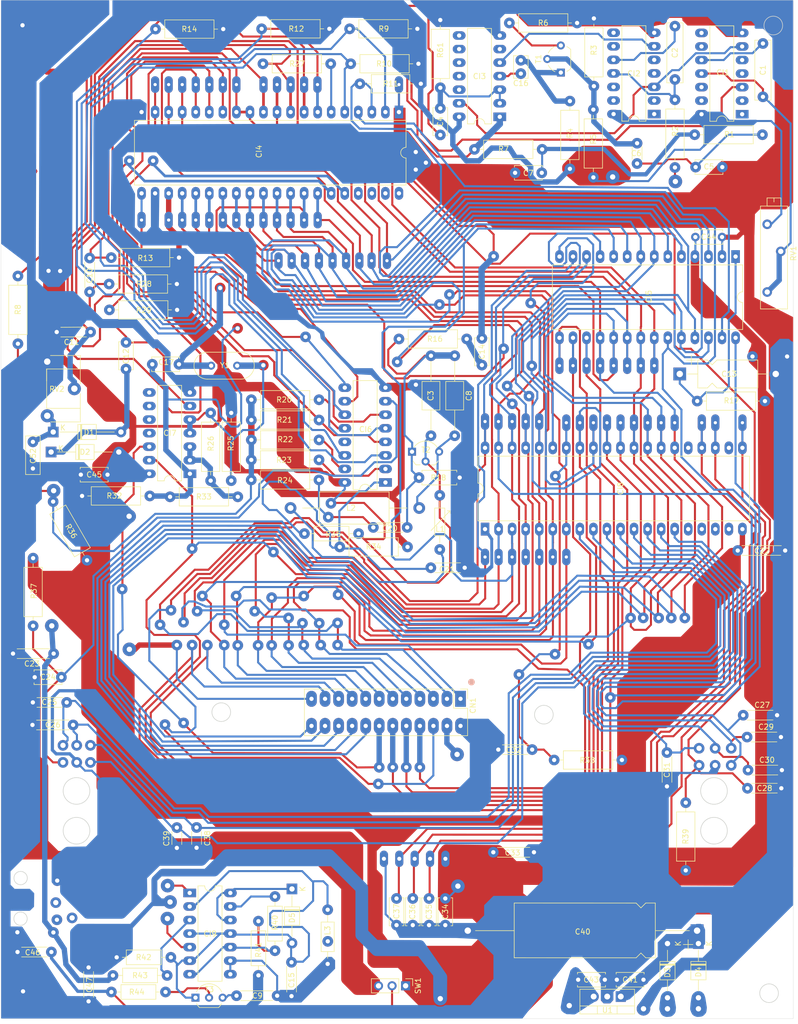
<source format=kicad_pcb>
(kicad_pcb (version 20211014) (generator pcbnew)
  (layers (0 "F.Cu" signal) (1 "In1.Cu" jumper) (2 "In2.Cu" jumper) (31 "B.Cu" signal) (34 "B.Paste" user) (35 "F.Paste" user) (36 "B.SilkS" user "B.Silkscreen") (37 "F.SilkS" user "F.Silkscreen") (38 "B.Mask" user) (39 "F.Mask" user) (44 "Edge.Cuts" user))
  (net 0 "")
  (net 1 "Net-(L4-Pad2)")
  (net 2 "Net-(L4-Pad1)")
  (net 3 "Net-(C7-Pad1)")
  (net 4 "Net-(C5-Pad1)")
  (net 5 "+5V")
  (net 6 "Net-(CI4-Pad3)")
  (net 7 "GND")
  (net 8 "Net-(C4-Pad1)")
  (net 9 "Net-(C51-Pad2)")
  (net 10 "Net-(C50-Pad2)")
  (net 11 "Net-(C48-Pad2)")
  (net 12 "Net-(C49-Pad2)")
  (net 13 "Net-(C46-Pad1)")
  (net 14 "Net-(R44-Pad2)")
  (net 15 "Net-(C23-Pad1)")
  (net 16 "Net-(CI9-Pad3)")
  (net 17 "Net-(C15-Pad1)")
  (net 18 "Net-(CI9-Pad13)")
  (net 19 "Net-(C28-Pad1)")
  (net 20 "Net-(C32-Pad1)")
  (net 21 "Net-(C24-Pad1)")
  (net 22 "Net-(C21-Pad2)")
  (net 23 "Net-(C17-Pad2)")
  (net 24 "Net-(CI7-Pad2)")
  (net 25 "Net-(C14-Pad1)")
  (net 26 "Net-(C10-Pad2)")
  (net 27 "Net-(CI4-Pad6)")
  (net 28 "Net-(C10-Pad1)")
  (net 29 "Net-(C53-Pad1)")
  (net 30 "Net-(C20-Pad2)")
  (net 31 "Net-(CI6-Pad2)")
  (net 32 "Net-(CI6-Pad15)")
  (net 33 "Net-(CI1-Pad3)")
  (net 34 "Net-(CI6-Pad12)")
  (net 35 "Net-(C20-Pad1)")
  (net 36 "Net-(C13-Pad1)")
  (net 37 "Net-(C14-Pad2)")
  (net 38 "Net-(CI4-Pad8)")
  (net 39 "Net-(CI4-Pad7)")
  (net 40 "Net-(CI4-Pad5)")
  (net 41 "Net-(CI4-Pad2)")
  (net 42 "Net-(C4-Pad2)")
  (net 43 "Net-(R6-Pad2)")
  (net 44 "Net-(C6-Pad2)")
  (net 45 "Net-(C16-Pad2)")
  (net 46 "Net-(C2-Pad2)")
  (net 47 "Net-(C52-Pad1)")
  (net 48 "Net-(C11-Pad1)")
  (net 49 "Net-(C9-Pad1)")
  (net 50 "Net-(C8-Pad2)")
  (net 51 "+9V")
  (net 52 "Net-(CI4-Pad4)")
  (net 53 "Net-(C12-Pad2)")
  (net 54 "D0")
  (net 55 "D1")
  (net 56 "Net-(CI4-Pad16)")
  (net 57 "Net-(CI4-Pad17)")
  (net 58 "Net-(CI4-Pad18)")
  (net 59 "Net-(CI4-Pad19)")
  (net 60 "Net-(CI4-Pad21)")
  (net 61 "Net-(CI4-Pad24)")
  (net 62 "Net-(CI4-Pad25)")
  (net 63 "Net-(CI4-Pad26)")
  (net 64 "Net-(CI4-Pad27)")
  (net 65 "Net-(CI4-Pad28)")
  (net 66 "Net-(CI4-Pad29)")
  (net 67 "Net-(CI4-Pad30)")
  (net 68 "Net-(CI4-Pad31)")
  (net 69 "Net-(CI4-Pad32)")
  (net 70 "Net-(CI4-Pad33)")
  (net 71 "Net-(CI4-Pad34)")
  (net 72 "Net-(CI4-Pad35)")
  (net 73 "Net-(CI4-Pad36)")
  (net 74 "Net-(C25-Pad1)")
  (net 75 "Net-(C26-Pad1)")
  (net 76 "Net-(C38-Pad1)")
  (net 77 "Net-(C39-Pad1)")
  (net 78 "Net-(C31-Pad1)")
  (net 79 "Net-(C30-Pad1)")
  (net 80 "Net-(C29-Pad1)")
  (net 81 "Net-(C27-Pad1)")
  (net 82 "Net-(C101-Pad1)")
  (net 83 "Net-(C102-Pad1)")
  (net 86 "Net-(C35-Pad1)")
  (net 88 "Net-(C36-Pad1)")
  (net 89 "Net-(C37-Pad1)")
  (net 91 "Net-(CI5-Pad14)")
  (net 92 "Net-(CI5-Pad11)")
  (net 93 "Net-(CI5-Pad13)")
  (net 94 "Net-(CI5-Pad15)")
  (net 95 "Net-(CI5-Pad16)")
  (net 101 "Net-(CI1-Pad6)")
  (net 104 "Net-(C1-Pad2)")
  (net 111 "Net-(CI2-Pad6)")
  (net 114 "Net-(C2-Pad1)")
  (net 117 "Net-(C16-Pad1)")
  (net 124 "Net-(CI7-Pad12)")
  (net 125 "Net-(CI9-Pad1)")
  (net 126 "Net-(CI9-Pad5)")
  (net 127 "Net-(CI9-Pad10)")
  (net 128 "Net-(C15-Pad2)")
  (net 129 "Net-(CI9-Pad12)")
  (net 130 "Net-(L1-Pad2)")
  (net 131 "Net-(C12-Pad1)")
  (net 132 "Net-(D3-Pad2)")
  (net 133 "Net-(D4-Pad2)")
  (net 134 "Net-(C17-Pad1)")
  (net 135 "Net-(C1-Pad1)")
  (footprint "TopGame_BitEletronica:Pad_3mm_furo_1mm" (layer "F.Cu") (at 161.125 170.8)
    (fp_text reference "J9" hide)
    (fp_text value "4")
  )
  (footprint "TopGame_BitEletronica:C_Disc_D3.0mm_W1.6mm_P3.81mm" (layer "F.Cu") (at 63.2 185.675 -90)
    (fp_text reference "C39")
    (fp_text value "C_Small")
  )
  (footprint "Diode_THT:D_T-1_P10.16mm_Horizontal" (layer "F.Cu") (at 155.2 207.42 -90)
    (fp_text reference "D3")
    (fp_text value "D_ALT")
  )
  (footprint "TopGame_BitEletronica:Pad_3mm_furo_1mm" (layer "F.Cu") (at 164.1375 170.8)
    (fp_text reference "J8" hide)
    (fp_text value "3")
  )
  (footprint "TopGame_BitEletronica:C_Disc_D3.0mm_W1.6mm_P6.35mm" (layer "F.Cu") (at 39.675 209 180)
    (fp_text reference "C46")
    (fp_text value "C_Small")
  )
  (footprint "TopGame_BitEletronica:Pad_3mm_furo_1mm" (layer "F.Cu") (at 167.15 174)
    (fp_text reference "J6" hide)
    (fp_text value "7")
  )
  (footprint "Package_DIP:DIP-40_W15.24mm_LongPads" (layer "F.Cu") (at 104.8465 51.5065 -90)
    (fp_text reference "CI4")
    (fp_text value "TIA")
  )
  (footprint "TopGame_BitEletronica:C_Disc_D3.0mm_W1.6mm_P6.35mm" (layer "F.Cu") (at 46.85 78.875 -90)
    (fp_text reference "C10")
    (fp_text value "47p")
  )
  (footprint "Capacitor_THT:C_Disc_D5.0mm_W2.5mm_P5.00mm" (layer "F.Cu") (at 41.55 157.475 180)
    (fp_text reference "C24")
    (fp_text value "C_Small" hide)
  )
  (footprint "Resistor_THT:R_Axial_DIN0309_L9.0mm_D3.2mm_P12.70mm_Horizontal" (layer "F.Cu") (at 71.9 35.95 180)
    (fp_text reference "R14")
    (fp_text value "3k3")
  )
  (footprint "Capacitor_THT:CP_Axial_L37.0mm_D16.0mm_P43.00mm_Horizontal" (layer "F.Cu") (at 160.75 205 180)
    (fp_text reference "C40")
    (fp_text value "CP_Small")
  )
  (footprint "Capacitor_THT:C_Disc_D5.0mm_W2.5mm_P5.00mm" (layer "F.Cu") (at 50.2 119.5 180)
    (fp_text reference "C45")
    (fp_text value "C_Small")
  )
  (footprint "Resistor_THT:R_Axial_DIN0309_L9.0mm_D3.2mm_P12.70mm_Horizontal" (layer "F.Cu") (at 89.8674 109.25 180)
    (fp_text reference "R21")
    (fp_text value "10k")
  )
  (footprint "Capacitor_THT:C_Disc_D5.0mm_W2.5mm_P5.00mm" (layer "F.Cu") (at 131.625 62.9 180)
    (fp_text reference "C7")
    (fp_text value "C_Small")
  )
  (footprint "Resistor_THT:R_Axial_DIN0207_L6.3mm_D2.5mm_P10.16mm_Horizontal" (layer "F.Cu") (at 50.92 216.5)
    (fp_text reference "R44")
    (fp_text value "2k7")
  )
  (footprint "Resistor_THT:R_Axial_DIN0309_L9.0mm_D3.2mm_P12.70mm_Horizontal" (layer "F.Cu") (at 106.45 133.05 180)
    (fp_text reference "R34")
    (fp_text value "10k")
  )
  (footprint "Resistor_THT:R_Axial_DIN0309_L9.0mm_D3.2mm_P12.70mm_Horizontal" (layer "F.Cu") (at 69.54 120.62 90)
    (fp_text reference "R26")
    (fp_text value "R")
  )
  (footprint "Package_DIP:DIP-14_W7.62mm_LongPads" (layer "F.Cu") (at 65.6105 197.9295)
    (fp_text reference "CI9")
    (fp_text value "LM3086")
  )
  (footprint "Capacitor_THT:C_Rect_L11.0mm_W2.8mm_P10.00mm_MKT" (layer "F.Cu") (at 156.6 35.4 -90)
    (fp_text reference "C2")
    (fp_text value "C_Small")
  )
  (footprint "Resistor_THT:R_Axial_DIN0309_L9.0mm_D3.2mm_P12.70mm_Horizontal" (layer "F.Cu") (at 77.15 120.48)
    (fp_text reference "R24")
    (fp_text value "1k")
  )
  (footprint "Resistor_THT:R_Axial_DIN0309_L9.0mm_D3.2mm_P12.70mm_Horizontal" (layer "F.Cu") (at 119 58.5)
    (fp_text reference "R7")
    (fp_text value "R")
  )
  (footprint "TopGame_BitEletronica:Trimpot_14mm_Vertical" (layer "F.Cu") (at 38.9 98.3)
    (fp_text reference "RV2")
    (fp_text value "R_POT_TRIM")
  )
  (footprint "TopGame_BitEletronica:C_Disc_D3.0mm_W1.6mm_P7.62mm" (layer "F.Cu") (at 130.16 190.3 180)
    (fp_text reference "C33")
    (fp_text value "C_Small")
  )
  (footprint "Resistor_THT:R_Axial_DIN0309_L9.0mm_D3.2mm_P12.70mm_Horizontal" (layer "F.Cu") (at 73.4 120.62 90)
    (fp_text reference "R25")
    (fp_text value "R")
  )
  (footprint "TopGame_BitEletronica:C_Disc_D3.0mm_W1.6mm_P7.62mm" (layer "F.Cu") (at 74.39 217.2)
    (fp_text reference "C9")
    (fp_text value "15p")
  )
  (footprint "TopGame_BitEletronica:Indutor_Variavel_10.16mm" (layer "F.Cu") (at 112.4976 123.37)
    (fp_text reference "L1")
    (fp_text value "LTRIM")
  )
  (footprint "TopGame_BitEletronica:Pad_3mm_furo_1mm" (layer "F.Cu") (at 161.125 174)
    (fp_text reference "J4" hide)
    (fp_text value "5")
  )
  (footprint "Package_DIP:DIP-14_W7.62mm_LongPads" (layer "F.Cu") (at 65.65 119.33 180)
    (fp_text reference "CI7")
    (fp_text value "74LS04_SMALL")
  )
  (footprint "TopGame_BitEletronica:Via Oval" (layer "F.Cu") (at 102.03 191.52)
    (fp_text reference "J18" hide)
    (fp_text value "GND")
  )
  (footprint "TopGame_BitEletronica:Pad_3mm_furo_1mm" (layer "F.Cu") (at 61.43 202.73)
    (fp_text reference "J24" hide)
    (fp_text value "L4_3" hide)
  )
  (footprint "Resistor_THT:R_Axial_DIN0309_L9.0mm_D3.2mm_P12.70mm_Horizontal" (layer "F.Cu") (at 61.9274 123.65)
    (fp_text reference "R33")
    (fp_text value "R")
  )
  (footprint "TopGame_BitEletronica:Pad_3mm_furo_1mm" (layer "F.Cu") (at 41.85 173.45)
    (fp_text reference "J11" hide)
    (fp_text value "5")
  )
  (footprint "Diode_THT:D_T-1_P12.70mm_Horizontal" (layer "F.Cu") (at 40.0199 111.5)
    (fp_text reference "D1")
    (fp_text value "D_ALT")
  )
  (footprint "Capacitor_THT:C_Rect_L4.0mm_W2.5mm_P2.50mm" (layer "F.Cu") (at 127.7 44.3 90)
    (fp_text reference "C16")
    (fp_text value "C_Small")
  )
  (footprint "TopGame_BitEletronica:C_Disc_D3.0mm_W1.6mm_P3.81mm" (layer "F.Cu") (at 149.5 61.16 90)
    (fp_text reference "C6")
    (fp_text value "C_Small")
  )
  (footprint "Capacitor_THT:C_Disc_D5.0mm_W2.5mm_P5.00mm" (layer "F.Cu") (at 104.392002 198.962 -90)
    (fp_text reference "C37")
    (fp_text value "C_Small")
  )
  (footprint "TopGame_BitEletronica:C_Disc_D3.0mm_W1.6mm_P6.35mm" (layer "F.Cu") (at 169.4 164.6)
    (fp_text reference "C27")
    (fp_text value "C_Small")
  )
  (footprint "Resistor_THT:R_Axial_DIN0309_L9.0mm_D3.2mm_P12.70mm_Horizontal" (layer "F.Cu") (at 33.4 82.25 -90)
    (fp_text reference "R8")
    (fp_text value "R")
  )
  (footprint "Capacitor_THT:C_Disc_D5.0mm_W2.5mm_P5.00mm" (layer "F.Cu") (at 160.43 74.94)
    (fp_text reference "C44")
    (fp_text value "C_Mini")
  )
  (footprint "TopGame_BitEletronica:C_Disc_D3.0mm_W1.6mm_P6.35mm" (layer "F.Cu") (at 106.39 129.39 180)
    (fp_text reference "C20")
    (fp_text value "47p")
  )
  (footprint "Capacitor_THT:C_Disc_D7.0mm_W2.5mm_P5.00mm" (layer "F.Cu") (at 36.2099 113.3475 -90)
    (fp_text reference "C52")
    (fp_text value "C_Small")
  )
  (footprint "Package_DIP:DIP-28_W15.24mm_LongPads" (layer "F.Cu") (at 167.9655 78.6 -90)
    (fp_text reference "CI5")
    (fp_text value "6507")
  )
  (footprint "TopGame_BitEletronica:C_Disc_D3.0mm_W1.6mm_P6.35mm" (layer "F.Cu") (at 170.2 178.3)
    (fp_text reference "C28")
    (fp_text value "220p")
  )
  (footprint "Resistor_THT:R_Axial_DIN0309_L9.0mm_D3.2mm_P12.70mm_Horizontal" (layer "F.Cu") (at 112.6 34.25 -90)
    (fp_text reference "R61")
    (fp_text value "R")
  )
  (footprint "Resistor_THT:R_Axial_DIN0207_L6.3mm_D2.5mm_P7.62mm_Horizontal" (layer "F.Cu") (at 116.235 120.05 180)
    (fp_text reference "R18")
    (fp_text value "9k1")
  )
  (footprint "TopGame_BitEletronica:Pad_3mm_furo_1mm" (layer "F.Cu") (at 115.9 196.65)
    (fp_text reference "REF**" hide)
    (fp_text value "Pad_3mm_furo_1mm")
  )
  (footprint "TopGame_BitEletronica:Pad_3mm_furo_1mm" (layer "F.Cu") (at 61.47 196.56)
    (fp_text reference "J23" hide)
    (fp_text value "GND" hide)
  )
  (footprint "TopGame_BitEletronica:C_Disc_D3.0mm_W1.6mm_P6.35mm" (layer "F.Cu") (at 129.825 171.05 180)
    (fp_text reference "C32")
    (fp_text value "C_Mini")
  )
  (footprint "" (layer "F.Cu") (at 155.2 219.65)
    (fp_text reference "")
    (fp_text value "")
  )
  (footprint "Resistor_THT:R_Axial_DIN0309_L9.0mm_D3.2mm_P12.70mm_Horizontal" (layer "F.Cu") (at 79.1 35.9)
    (fp_text reference "R12")
    (fp_text value "3k3")
  )
  (footprint "TopGame_BitEletronica:TO-92_Invert_Wide" (layer "F.Cu") (at 107.3 115.8)
    (fp_text reference "T2")
    (fp_text value "MPS3563")
  )
  (footprint "Resistor_THT:R_Axial_DIN0207_L6.3mm_D2.5mm_P10.16mm_Horizontal" (layer "F.Cu") (at 97.28 130.55 180)
    (fp_text reference "R35")
    (fp_text value "R")
  )
  (footprint "Capacitor_THT:C_Disc_D5.0mm_W2.5mm_P5.00mm" (layer "F.Cu") (at 120.4 93.95 -90)
    (fp_text reference "C14")
    (fp_text value "100n")
  )
  (footprint "Resistor_THT:R_Axial_DIN0309_L9.0mm_D3.2mm_P12.70mm_Horizontal" (layer "F.Cu") (at 104.85 94.05)
    (fp_text reference "R16")
    (fp_text value "18k")
  )
  (footprint "TopGame_BitEletronica:C_Disc_D3.0mm_W1.6mm_P7.62mm" (layer "F.Cu") (at 43.75 166.425 180)
    (fp_text reference "C26")
    (fp_text value "C_Small")
  )
  (footprint "Resistor_THT:R_Axial_DIN0309_L9.0mm_D3.2mm_P12.70mm_Horizontal" (layer "F.Cu") (at 45.43 123.49)
    (fp_text reference "R32")
    (fp_text value "R")
  )
  (footprint "Package_DIP:DIP-14_W7.62mm_LongPads" (layer "F.Cu") (at 152.71 51.8806 180)
    (fp_text reference "CI2")
    (fp_text value "74LS121")
  )
  (footprint "" (layer "F.Cu") (at 54.25 127.3)
    (fp_text reference "")
    (fp_text value "")
  )
  (footprint "TopGame_BitEletronica:Top_Game_Logo" (layer "F.Cu") (at 38.5 57.5 -90)
    (fp_text reference "G***" hide)
    (fp_text value "LOGO" hide)
  )
  (footprint "TopGame_BitEletronica:C_Disc_D3.0mm_W1.6mm_P8.89mm" (layer "F.Cu") (at 168.375 133.725)
    (fp_text reference "C22")
    (fp_text value "C_Mini")
  )
  (footprint "Resistor_THT:R_Axial_DIN0207_L6.3mm_D2.5mm_P10.16mm_Horizontal" (layer "F.Cu") (at 81.6 198.6 -90)
    (fp_text reference "R40")
    (fp_text value "1k5")
  )
  (footprint "Resistor_THT:R_Axial_DIN0309_L9.0mm_D3.2mm_P12.70mm_Horizontal" (layer "F.Cu") (at 146.65 173 180)
    (fp_text reference "R38")
    (fp_text value "R")
  )
  (footprint "Package_TO_SOT_THT:TO-220-3_Vertical" (layer "F.Cu") (at 146.44 217.355 180)
    (fp_text reference "U1")
    (fp_text value "L7805")
  )
  (footprint "" (layer "F.Cu") (at 161 219.65)
    (fp_text reference "")
    (fp_text value "")
  )
  (footprint "TopGame_BitEletronica:Via Oval" (layer "F.Cu") (at 104.9125 191.52)
    (fp_text reference "J20" hide)
    (fp_text value "PAF")
  )
  (footprint "Resistor_THT:R_Axial_DIN0309_L9.0mm_D3.2mm_P12.70mm_Horizontal" (layer "F.Cu") (at 158.625 181 -90)
    (fp_text reference "R39")
    (fp_text value "10k")
  )
  (footprint "TopGame_BitEletronica:Pad_3mm_furo_1mm" (layer "F.Cu") (at 43.56 202.61)
    (fp_text reference "TP2" hide)
    (fp_text value "TestPoint" hide)
  )
  (footprint "Diode_THT:D_T-1_P10.16mm_Horizontal" (layer "F.Cu") (at 84.79 197.18 -90)
    (fp_text reference "D5")
    (fp_text value "D_ALT")
  )
  (footprint "Resistor_THT:R_Axial_DIN0309_L9.0mm_D3.2mm_P12.70mm_Horizontal" (layer "F.Cu") (at 156.6 49.2 -90)
    (fp_text reference "R2")
    (fp_text value "R")
  )
  (footprint "Resistor_THT:R_Axial_DIN0207_L6.3mm_D2.5mm_P10.16mm_Horizontal" (layer "F.Cu") (at 51.22 213.4)
    (fp_text reference "R43")
    (fp_text value "330R")
  )
  (footprint "Resistor_THT:R_Axial_DIN0309_L9.0mm_D3.2mm_P12.70mm_Horizontal" (layer "F.Cu") (at 50.9 78.8)
    (fp_text reference "R13")
    (fp_text value "1k")
  )
  (footprint "TopGame_BitEletronica:Pad_3mm_furo_1mm" (layer "F.Cu") (at 47 173.45)
    (fp_text reference "J13" hide)
    (fp_text value "7")
  )
  (footprint "TopGame_BitEletronica:Pad_3mm_furo_1mm" (layer "F.Cu") (at 39.75 147.84)
    (fp_text reference "REF**" hide)
    (fp_text value "Pad_3mm_furo_1mm")
  )
  (footprint "TopGame_BitEletronica:C_Disc_D3.0mm_W1.6mm_P3.81mm" (layer "F.Cu") (at 66.9 185.65 -90)
    (fp_text reference "C38")
    (fp_text value "C_Small")
  )
  (footprint "TopGame_BitEletronica:Atari2600_PCB_Edge_Connector_2x12_P2.54mm_5.08mm" (layer "F.Cu") (at 116.39 161.5285 -90)
    (fp_text reference "CN1")
    (fp_text value "Conn_02x12_Counter_Clockwise")
  )
  (footprint "Package_DIP:DIP-14_W7.62mm_LongPads" (layer "F.Cu") (at 169.2 51.91 180)
    (fp_text reference "CI1")
    (fp_text value "74LS121")
  )
  (footprint "Resistor_THT:R_Axial_DIN0309_L9.0mm_D3.2mm_P12.70mm_Horizontal" (layer "F.Cu") (at 89.86 116.73 180)
    (fp_text reference "R23")
    (fp_text value "47k")
  )
  (footprint "Resistor_THT:R_Axial_DIN0309_L9.0mm_D3.2mm_P12.70mm_Horizontal" (layer "F.Cu") (at 40.005 124.550739 -60)
    (fp_text reference "R36")
    (fp_text value "R")
  )
  (footprint "TopGame_BitEletronica:C_Disc_D3.0mm_W1.6mm_P6.35mm" (layer "F.Cu") (at 47.025 92.75 180)
    (fp_text reference "C11")
    (fp_text value "C_Small")
  )
  (footprint "Capacitor_THT:C_Rect_L11.0mm_W2.8mm_P10.00mm_MKT" (layer "F.Cu") (at 173.1 48.65 90)
    (fp_text reference "C1")
    (fp_text value "C_Small")
  )
  (footprint "TopGame_BitEletronica:Via Oval" (layer "F.Cu") (at 110.6775 191.52)
    (fp_text reference "J19" hide)
    (fp_text value "PB/C")
  )
  (footprint "Capacitor_THT:C_Disc_D5.0mm_W2.5mm_P5.00mm" (layer "F.Cu") (at 53.6724 99.695 90)
    (fp_text reference "C12")
    (fp_text value "C_Small")
  )
  (footprint "" (layer "F.Cu") (at 54.3 152.25)
    (fp_text reference "")
    (fp_text value "")
  )
  (footprint "Crystal:Crystal_HC49-U_Vertical" (layer "F.Cu") (at 69.6299 99.06)
    (fp_text reference "Y1")
    (fp_text value "Crystal_Small")
  )
  (footprint "Connector_PinHeader_2.54mm:PinHeader_1x03_P2.54mm_Vertical" (layer "F.Cu") (at 106.095 215.34 -90)
    (fp_text reference "SW1")
    (fp_text value "CHAVE CANAL")
  )
  (footprint "TopGame_BitEletronica:Pad_3mm_furo_1mm" (layer "F.Cu") (at 136.78 219.05)
    (fp_text reference "REF**" hide)
    (fp_text value "Pad_3mm_furo_1mm")
  )
  (footprint "Package_TO_SOT_THT:TO-92_Wide" (layer "F.Cu") (at 135.2 44.1 90)
    (fp_text reference "T1")
    (fp_text value "NPN")
  )
  (footprint "Capacitor_THT:C_Disc_D5.0mm_W2.5mm_P5.00mm" (layer "F.Cu") (at 112.6 50.8 -90)
    (fp_text reference "C4")
    (fp_text value "C_Small")
  )
  (footprint "" (layer "F.Cu") (at 40.1 122.5)
    (fp_text reference "")
    (fp_text value "")
  )
  (footprint "Resistor_THT:R_Axial_DIN0309_L9.0mm_D3.2mm_P12.70mm_Horizontal" (layer "F.Cu") (at 36.25 135.15 -90)
    (fp_text reference "R37")
    (fp_text value "R")
  )
  (footprint "Capacitor_THT:C_Disc_D5.0mm_W2.5mm_P5.00mm" (layer "F.Cu") (at 160.475 61.825)
    (fp_text reference "C5")
    (fp_text value "C_Small")
  )
  (footprint "Resistor_THT:R_Axial_DIN0309_L9.0mm_D3.2mm_P12.70mm_Horizontal" (layer "F.Cu") (at 108.3 35.9 180)
    (fp_text reference "R9")
    (fp_text value "3k3")
  )
  (footprint "Inductor_THT:L_Axial_L5.3mm_D2.2mm_P10.16mm_Horizontal_Vishay_IM-1" (layer "F.Cu") (at 91.48 211.24 90)
    (fp_text reference "L3")
    (fp_text value "L")
  )
  (footprint "" (layer "F.Cu") (at 150.7 219.65)
    (fp_text reference "")
    (fp_text value "")
  )
  (footprint "Potentiometer_THT:Potentiometer_Bourns_3006P_Horizontal" (layer "F.Cu") (at 173.9 85.25 -90)
    (fp_text reference "RV1")
    (fp_text value "R_POT_TRIM")
  )
  (footprint "Resistor_THT:R_Axial_DIN0309_L9.0mm_D3.2mm_P12.70mm_Horizontal" (layer "F.Cu") (at 89.87 112.98 180)
    (fp_text reference "R22")
    (fp_text value "12k")
  )
  (footprint "TopGame_BitEletronica:Pad_3mm_furo_1mm" (layer "F.Cu") (at 44.425 170.25)
    (fp_text reference "J15" hide)
    (fp_text value "3")
  )
  (footprint "TopGame_BitEletronica:C_Disc_D3.0mm_W1.6mm_P6.35mm" (layer "F.Cu") (at 170.125 168.7)
    (fp_text reference "C29")
    (fp_text value "C_Small")
  )
  (footprint "Resistor_THT:R_Axial_DIN0309_L9.0mm_D3.2mm_P12.70mm_Horizontal" (layer "F.Cu") (at 89.8674 105.45 180)
    (fp_text reference "R20")
    (fp_text value "24k")
  )
  (footprint "Capacitor_THT:C_Disc_D5.0mm_W2.5mm_P5.00mm" (layer "F.Cu") (at 138.45 214.2)
    (fp_text reference "C43")
    (fp_text value "C_Small")
  )
  (footprint "TopGame_BitEletronica:C_Disc_D3.0mm_W1.6mm_P6.35mm" (layer "F.Cu") (at 170.3 174.9)
    (fp_text reference "C30")
    (fp_text value "C_Small")
  )
  (footprint "Capacitor_THT:C_Disc_D5.0mm_W2.5mm_P5.00mm" (layer "F.Cu") (at 63.6 98.8 180)
    (fp_text reference "C17")
    (fp_text value "C_Small")
  )
  (footprint "Capacitor_THT:C_Axial_L5.1mm_D3.1mm_P15.00mm_Horizontal" (layer "F.Cu") (at 115.3 97.2 -90)
    (fp_text reference "C8")
    (fp_text value "820p")
  )
  (footprint "TopGame_BitEletronica:C_Disc_D3.0mm_W1.6mm_P7.62mm" (layer "F.Cu") (at 40.1 153.05 180)
    (fp_text reference "C23")
    (fp_text value "C_Small")
  )
  (footprint "Capacitor_THT:C_Disc_D5.0mm_W2.5mm_P5.00mm" (layer "F.Cu") (at 113.538 198.962 -90)
    (fp_text reference "C34")
    (fp_text value "C_Small")
  )
  (footprint "TopGame_BitEletronica:Pad_3mm_furo_1mm" (layer "F.Cu") (at 156.68 64.53)
    (fp_text reference "REF**" hide)
    (fp_text value "Pad_3mm_furo_1mm")
  )
  (footprint "Capacitor_THT:C_Disc_D5.0mm_W2.5mm_P5.00mm" (layer "F.Cu") (at 150.7 214.2 180)
    (fp_text reference "C41")
    (fp_text value "C_Small")
  )
  (footprint "Package_DIP:DIP-14_W7.62mm_LongPads" (layer "F.Cu") (at 123.755 52.395 180)
    (fp_text reference "CI3")
    (fp_text value "4066")
  )
  (footprint "Resistor_THT:R_Axial_DIN0309_L9.0mm_D3.2mm_P12.70mm_Horizontal" (layer "F.Cu") (at 50.5 83.75)
    (fp_text reference "R28")
    (fp_text value "1k")
  )
  (footprint "Capacitor_THT:C_Disc_D5.0mm_W2.5mm_P5.00mm" (layer "F.Cu") (at 107.440668 198.962 -90)
    (fp_text reference "C36")
    (fp_text value "C_Small")
  )
  (footprint "TopGame_BitEletronica:Pad_3mm_furo_1mm" (layer "F.Cu") (at 41.85 170.25)
    (fp_text reference "J16" hide)
    (fp_text value "4")
  )
  (footprint "TopGame_BitEletronica:Pad_3mm_furo_1mm" (layer "F.Cu") (at 112.6 217.75)
    (fp_text reference "REF**" hide)
    (fp_text value "Pad_3mm_furo_1mm")
  )
  (footprint "Capacitor_THT:C_Disc_D5.0mm_W2.5mm_P5.00mm" (layer "F.Cu") (at 110.489334 198.962 -90)
    (fp_text reference "C35")
    (fp_text value "C_Small")
  )
  (footprint "TopGame_BitEletronica:Via Oval" (layer "F.Cu") (at 107.795 191.52)
    (fp_text reference "J21" hide)
    (fp_text value "SEL.")
  )
  (footprint "Resistor_THT:R_Axial_DIN0207_L6.3mm_D2.5mm_P10.16mm_Horizontal" (layer "F.Cu") (at 78.5 203.22 -90)
    (fp_text reference "R41")
    (fp_text value "1k")
  )
  (footprint "TopGame_BitEletronica:Pad_3mm_furo_1mm" (layer "F.Cu") (at 167.15 170.8)
    (fp_text reference "J7" hide)
    (fp_text value "2")
  )
  (footprint "TopGame_BitEletronica:Via Oval" (layer "F.Cu") (at 113.56 191.52)
    (fp_text reference "J17" hide)
    (fp_text value "+5V")
  )
  (footprint "Diode_THT:D_T-1_P12.70mm_Horizontal" (layer "F.Cu") (at 39.6199 115.2525)
    (fp_text reference "D2")
    (fp_text value "D_ALT")
  )
  (footprint "TopGame_BitEletronica:R_Axial_DIN0309_L9.0mm_D3.2mm_P11.43mm_Horizontal" (layer "F.Cu") (at 108.952 46.2 180)
    (fp_text reference "R11")
    (fp_text value "R")
  )
  (footprint "Resistor_THT:R_Axial_DIN0309_L9.0mm_D3.2mm_P12.70mm_Horizontal" (layer "F.Cu") (at 160.775 105.7)
    (fp_text reference "R17")
    (fp_text value "10k")
  )
  (footprint "Resistor_THT:R_Axial_DIN0309_L9.0mm_D3.2mm_P12.70mm_Horizontal" (layer "F.Cu") (at 141.3 51.05 -90)
    (fp_text reference "R5")
    (fp_text value "R")
  )
  (footprint "Resistor_THT:R_Axial_DIN0309_L9.0mm_D3.2mm_P12.70mm_Horizontal" (layer "F.Cu") (at 95.8 42.45)
    (fp_text reference "R10")
    (fp_text value "3k3")
  )
  (footprint "TopGame_BitEletronica:Pad_3mm_furo_1mm" (layer "F.Cu") (at 61.93 199.63)
    (fp_text reference "J22" hide)
    (fp_text value "+5V" hide)
  )
  (footprint "TopGame_BitEletronica:Pad_3mm_furo_1mm" (layer "F.Cu") (at 144.92 63.67)
    (fp_text reference "REF**" hide)
    (fp_text value "Pad_3mm_furo_1mm")
  )
  (footprint "TopGame_BitEletronica:C_Disc_D3.0mm_W1.6mm_P6.35mm" (layer "F.Cu") (at 117.175 136.95 180)
    (fp_text reference "C21")
    (fp_text value "220p")
  )
  (footprint "TopGame_BitEletronica:Pad_3mm_furo_1mm" (layer "F.Cu") (at 47 170.25)
    (fp_text reference "J14" hide)
    (fp_text value "2")
  )
  (footprint "Capacitor_THT:CP_Axial_L11.0mm_D5.0mm_P18.00mm_Horizontal" (layer "F.Cu") (at 157.5 100.6175)
    (fp_text reference "C13")
    (fp_text value "4.7uF/16V")
  )
  (footprint "TopGame_BitEletronica:C_Disc_D3.0mm_W1.6mm_P6.35mm" (layer "F.Cu") (at 42.55 162.2 180)
    (fp_text reference "C25")
    (fp_text value "C_Small")
  )
  (footprint "TopGame_BitEletronica:Pad_3mm_furo_1mm" (layer "F.Cu") (at 164.1375 174)
    (fp_text reference "J3" hide)
    (fp_text value "8")
  )
  (footprint "Resistor_THT:R_Axial_DIN0309_L9.0mm_D3.2mm_P12.70mm_Horizontal" (layer "F.Cu") (at 63.25 88.6 180)
    (fp_text reference "R29")
    (fp_text value "R")
  )
  (footprint "Resistor_THT:R_Axial_DIN0309_L9.0mm_D3.2mm_P12.70mm_Horizontal" (layer "F.Cu") (at 136.9 49.45 -90)
    (fp_text reference "R4")
    (fp_text value "R")
  )
  (footprint "Package_DIP:DIP-16_W7.62mm_LongPads" (layer "F.Cu") (at 102.315 120.965 180)
    (fp_text reference "CI6")
    (fp_text value "CD4050")
  )
  (footprint "Resistor_THT:R_Axial_DIN0309_L9.0mm_D3.2mm_P12.70mm_Horizontal" (layer "F.Cu") (at 92.05 42.45 180)
    (fp_text reference "R27")
    (fp_text value "680R")
  )
  (footprint "Resistor_THT:R_Axial_DIN0207_L6.3mm_D2.5mm_P10.16mm_Horizontal" (layer "F.Cu") (at 51.92 210)
    (fp_text reference "R42")
    (fp_text value "100R")
  )
  (footprint "TopGame_BitEletronica:Pad_3mm_furo_1mm" (layer "F.Cu") (at 44.425 173.45)
    (fp_text reference "J10" hide)
    (fp_text value "8")
  )
  (footprint "TopGame_BitEletronica:C_Disc_D3.0mm_W1.6mm_P6.35mm" (layer "F.Cu") (at 84.7 210.925 -90)
    (fp_text reference "C15")
    (fp_text value "47p")
  )
  (footprint "TopGame_BitEletronica:C_Disc_D3.0mm_W1.6mm_P6.35mm" (layer "F.Cu") (at 46.65 211.9 -90)
    (fp_text reference "C47")
    (fp_text value "C_Small")
  )
  (footprint "Resistor_THT:R_Axial_DIN0309_L9.0mm_D3.2mm_P12.70mm_Horizontal" (layer "F.Cu") (at 141.4 33.95 -90)
    (fp_text reference "R3")
    (fp_text value "R")
  )
  (footprint "Package_DIP:DIP-40_W15.24mm_LongPads" (layer "F.Cu") (at 120.99 129.71 90)
    (fp_text reference "CI8")
    (fp_text value "RIOT")
  )
  (footprint "Diode_THT:D_T-1_P10.16mm_Horizontal" (layer "F.Cu") (at 161 207.42 -90)
    (fp_text reference "D4")
    (fp_text value "D_ALT")
  )
  (footprint "Capacitor_THT:C_Axial_L5.1mm_D3.1mm_P15.00mm_Horizontal" (layer "F.Cu") (at 110.85 97.2 -90)
    (fp_text reference "C3")
    (fp_text value "820p")
  )
  (footprint "Package_TO_SOT_THT:TO-92_Inline_Wide" (layer "F.Cu") (at 66.7 217.56)
    (fp_text reference "T3")
    (fp_text value "MPS3906")
  )
  (footprint "TopGame_BitEletronica:Pad_3mm_furo_1mm" (layer "F.Cu") (at 115.75 171.95)
    (fp_text reference "REF**" hide)
    (fp_text value "Pad_3mm_furo_1mm")
  )
  (footprint "TopGame_BitEletronica:Pad_3mm_furo_1mm" (layer "F.Cu") (at 40.5 199.74)
    (fp_text reference "TP1" hide)
    (fp_text value "TestPoint" hide)
  )
  (footprint "TopGame_BitEletronica:C_Disc_D3.0mm_W1.6mm_P6.35mm" (layer "F.Cu") (at 155.1 171.6 -90)
    (fp_text reference "C31")
    (fp_text value "C_Small")
  )
  (footprint "TopGame_BitEletronica:L_Axial_L12.8mm_D5.8mm_P24.13mm_Horizontal" (layer "F.Cu") (at 108.6512 125.75 180)
    (fp_text reference "L2")
    (fp_text value "L_Small")
  )
  (footprint "Resistor_THT:R_Axial_DIN0309_L9.0mm_D3.2mm_P12.70mm_Horizontal" (layer "F.Cu") (at 138.25 34.8 180)
    (fp_text reference "R6")
    (fp_text value "R")
  )
  (footprint "Resistor_THT:R_Axial_DIN0309_L9.0mm_D3.2mm_P12.70mm_Horizontal" (layer "F.Cu") (at 160.3 55.75)
    (fp_text reference "R1")
    (fp_text value "R")
  )
  (gr_circle (center 118.44 158.39) (end 119.007274 158.39) (layer "B.SilkS") (width 0.12) (fill solid))
  (gr_circle (center 175.04 35.28) (end 176.79 35.28) (layer "Edge.Cuts") (width 0.12) (fill none))
  (gr_circle (center 163.92 186.2562) (end 166.42 186.2562) (layer "Edge.Cuts") (width 0.12) (fill none))
  (gr_circle (center 33.89 202.76) (end 35.14 202.76) (layer "Edge.Cuts") (width 0.12) (fill none))
  (gr_circle (center 174.25 216.73) (end 176 216.73) (layer "Edge.Cuts") (width 0.12) (fill none))
  (gr_rect (start 30.24 221.49) (end 178.79 30.52) (layer "Edge.Cuts") (width 0.05) (fill none))
  (gr_circle (center 44.3875 178.8) (end 46.8875 178.8) (layer "Edge.Cuts") (width 0.12) (fill none))
  (gr_circle (center 71.53 164.03) (end 73.28 164.03) (layer "Edge.Cuts") (width 0.12) (fill none))
  (gr_circle (center 33.91 195.14) (end 35.16 195.14) (layer "Edge.Cuts") (width 0.12) (fill none))
  (gr_circle (center 132.02 164.5) (end 133.77 164.5) (layer "Edge.Cuts") (width 0.12) (fill none))
  (gr_circle (center 163.92 178.8) (end 166.42 178.8) (layer "Edge.Cuts") (width 0.12) (fill none))
  (gr_circle (center 44.3875 186.2562) (end 46.8875 186.2562) (layer "Edge.Cuts") (width 0.12) (fill none))
  (via (at 91.5 207) (size 2) (drill 0.8) (layers "F.Cu" "B.Cu") (net 0))
  (via (at 40.71 202.96) (size 2) (drill 0.8) (layers "F.Cu" "B.Cu") (net 0))
  (segment (start 141.51 58.44) (end 143.31 58.44) (width 0.8) (layer "B.Cu") (net 3))
  (segment (start 157.3362 55.7213) (end 160.1936 55.7213) (width 0.8) (layer "B.Cu") (net 3))
  (segment (start 131.7 62.825) (end 131.625 62.9) (width 0.381) (layer "B.Cu") (net 3))
  (segment (start 131.4599 58.42) (end 141.51 58.44) (width 0.8) (layer "B.Cu") (net 3))
  (segment (start 143.31 58.44) (end 148.0525 63.1825) (width 0.8) (layer "B.Cu") (net 3))
  (segment (start 151.1449 63.1825) (end 157.3362 55.7213) (width 0.8) (layer "B.Cu") (net 3))
  (segment (start 148.0525 63.1825) (end 151.1449 63.1825) (width 0.8) (layer "B.Cu") (net 3))
  (segment (start 131.7 58.5) (end 131.7 62.825) (width 0.381) (layer "B.Cu") (net 3))
  (segment (start 155.3 60.35) (end 158.7899 60.35) (width 0.381) (layer "F.Cu") (net 4))
  (segment (start 158.7899 60.35) (end 160.3524 61.9125) (width 0.381) (layer "F.Cu") (net 4))
  (segment (start 149.5 61.16) (end 154.49 61.16) (width 0.381) (layer "F.Cu") (net 4))
  (segment (start 154.49 61.16) (end 155.3 60.35) (width 0.381) (layer "F.Cu") (net 4))
  (segment (start 160.3524 61.9125) (end 166.5149 55.75) (width 0.381) (layer "B.Cu") (net 4))
  (segment (start 166.5149 55.75) (end 173 55.75) (width 0.381) (layer "B.Cu") (net 4))
  (segment (start 101.9 131.6) (end 98.33 131.6) (width 0.381) (layer "F.Cu") (net 5))
  (segment (start 112.4976 123.37) (end 112.4976 119.6768) (width 0.381) (layer "F.Cu") (net 5))
  (segment (start 112.4976 119.6768) (end 109.84 117.0192) (width 0.381) (layer "F.Cu") (net 5))
  (segment (start 98.3 124.79) (end 102.16 128.65) (width 0.381) (layer "F.Cu") (net 5))
  (segment (start 102.16 128.65) (end 102.16 131.34) (width 0.381) (layer "F.Cu") (net 5))
  (segment (start 112.4976 127.6024) (end 112.4976 123.37) (width 0.381) (layer "F.Cu") (net 5))
  (segment (start 97.28 130.55) (end 106.48 139.75) (width 0.381) (layer "F.Cu") (net 5))
  (segment (start 63.6 78.8) (end 63.6 75) (width 1) (layer "F.Cu") (net 5))
  (segment (start 61.6665 71.755) (end 61.6665 66.7465) (width 1) (layer "F.Cu") (net 5))
  (segment (start 92.11 124.79) (end 98.3 124.79) (width 0.381) (layer "F.Cu") (net 5))
  (segment (start 63.6 75) (end 61.6665 73.0665) (width 1) (layer "F.Cu") (net 5))
  (segment (start 61.6665 73.0665) (end 61.6665 71.755) (width 1) (layer "F.Cu") (net 5))
  (segment (start 106.48 139.75) (end 112.25 139.75) (width 0.381) (layer "F.Cu") (net 5))
  (segment (start 102.16 131.34) (end 101.9 131.6) (width 0.381) (layer "F.Cu") (net 5))
  (segment (start 114.45 129.5) (end 112.6 127.65) (width 0.381) (layer "F.Cu") (net 5))
  (segment (start 112.25 139.75) (end 114.45 137.55) (width 0.381) (layer "F.Cu") (net 5))
  (segment (start 156.6 61.9) (end 156.6 64.45) (width 0.381) (layer "F.Cu") (net 5))
  (segment (start 98.33 131.6) (end 97.28 130.55) (width 0.381) (layer "F.Cu") (net 5))
  (segment (start 114.45 137.55) (end 114.45 129.5) (width 0.381) (layer "F.Cu") (net 5))
  (segment (start 169.25 129.71) (end 169.25 132.85) (width 1) (layer "F.Cu") (net 5))
  (segment (start 169.25 132.85) (end 168.375 133.725) (width 1) (layer "F.Cu") (net 5))
  (segment (start 156.6 64.45) (end 156.68 64.53) (width 0.381) (layer "F.Cu") (net 5))
  (via (at 41.32 81.31) (size 2) (drill 0.8) (layers "F.Cu" "B.Cu") (net 5))
  (via (at 39.14 81.28) (size 2) (drill 0.8) (layers "F.Cu" "B.Cu") (net 5))
  (via (at 171.14 97.34) (size 2) (drill 0.8) (layers "F.Cu" "B.Cu") (net 5))
  (via (at 92.1 124.87) (size 2) (drill 0.8) (layers "F.Cu" "B.Cu") (net 5))
  (via (at 61.6665 71.755) (size 1) (drill 0.6) (layers "F.Cu" "B.Cu") (net 5))
  (segment (start 174.6399 53.1813) (end 171.4687 53.1813) (width 0.381) (layer "B.Cu") (net 5))
  (segment (start 176.5449 70.6437) (end 176.5449 55.0863) (width 0.381) (layer "B.Cu") (net 5))
  (segment (start 130.5074 64.6113) (end 134.4387 64.6113) (width 1) (layer "B.Cu") (net 5))
  (segment (start 145.09 51.8806) (end 145.9556 51.8806) (width 0.381) (layer "B.Cu") (net 5))
  (segment (start 119.8712 60.6425) (end 122.2524 58.2613) (width 1) (layer "B.Cu") (net 5))
  (segment (start 160.4318 78.4712) (end 160.3455 78.5575) (width 0.381) (layer "B.Cu") (net 5))
  (segment (start 126.6974 60.0075) (end 127.8086 60.0075) (width 1) (layer "B.Cu") (net 5))
  (segment (start 156.5424 58.5787) (end 151.6212 64.4525) (width 0.381) (layer "B.Cu") (net 5))
  (segment (start 113.8384 169.8623) (end 113.8384 167.775227) (width 1) (layer "B.Cu") (net 5))
  (segment (start 108.9174 50.165) (end 111.4574 53.34) (width 1) (layer "B.Cu") (net 5))
  (segment (start 161.3049 58.5787) (end 156.5424 58.5787) (width 0.381) (layer "B.Cu") (net 5))
  (segment (start 117.4899 60.6425) (end 119.8712 60.6425) (width 1) (layer "B.Cu") (net 5))
  (segment (start 127.8086 60.0075) (end 129.5549 61.7537) (width 1) (layer "B.Cu") (net 5))
  (segment (start 116.1416 52.3886) (end 116.1416 54.2121) (width 1) (layer "B.Cu") (net 5))
  (segment (start 109.85 114.25) (end 109.84 114.26) (width 0.381) (layer "B.Cu") (net 5))
  (segment (start 94.695 120.965) (end 94.695 122.205) (width 0.381) (layer "B.Cu") (net 5))
  (segment (start 109.85 113.2) (end 109.85 114.25) (width 0.381) (layer "B.Cu") (net 5))
  (segment (start 174.4812 72.7075) (end 176.5449 70.6437) (width 0.381) (layer "B.Cu") (net 5))
  (segment (start 142.0025 64.4525) (end 141.3 63.75) (width 0.381) (layer "B.Cu") (net 5))
  (segment (start 113.966 198.962) (end 116.078 196.85) (width 0.381) (layer "B.Cu") (net 5))
  (segment (start 122.2524 58.2613) (end 125.5862 58.2613) (width 1) (layer "B.Cu") (net 5))
  (segment (start 125.5862 58.2613) (end 126.6974 60.0075) (width 1) (layer "B.Cu") (net 5))
  (segment (start 134.4387 64.6113) (end 136.9 62.15) (width 1) (layer "B.Cu") (net 5))
  (segment (start 110.85 112.2) (end 109.85 113.2) (width 0.381) (layer "B.Cu") (net 5))
  (segment (start 108.9174 46.355) (end 108.9174 50.165) (width 1) (layer "B.Cu") (net 5))
  (segment (start 114.9499 55.4037) (end 114.9499 57.6263) (width 1) (layer "B.Cu") (net 5))
  (segment (start 111.4574 53.34) (end 112.8862 53.34) (width 1) (layer "B.Cu") (net 5))
  (segment (start 162.5749 57.3087) (end 161.3049 58.5787) (width 0.381) (layer "B.Cu") (net 5))
  (segment (start 116.1416 54.2121) (end 114.9499 55.4037) (width 1) (layer "B.Cu") (net 5))
  (segment (start 113.538 198.962) (end 113.966 198.962) (width 0.381) (layer "B.Cu") (net 5))
  (segment (start 113.8384 169.8623) (end 115.7436 171.7675) (width 1) (layer "B.Cu") (net 5))
  (segment (start 151.6212 64.4525) (end 142.0025 64.4525) (width 0.381) (layer "B.Cu") (net 5))
  (segment (start 94.695 122.205) (end 92.11 124.79) (width 0.381) (layer "B.Cu") (net 5))
  (segment (start 129.5549 63.5) (end 130.5074 64.6113) (width 1) (layer "B.Cu") (net 5))
  (segment (start 160.4318 74.8506) (end 160.4318 78.4712) (width 0.381) (layer "B.Cu") (net 5))
  (segment (start 114.9499 57.6263) (end 117.4899 60.6425) (width 1) (layer "B.Cu") (net 5))
  (segment (start 129.5549 61.7537) (end 129.5549 63.5) (width 1) (layer "B.Cu") (net 5))
  (segment (start 112.8862 53.34) (end 114.9499 55.4037) (width 1) (layer "B.Cu") (net 5))
  (segment (start 176.5449 55.0863) (end 174.6399 53.1813) (width 0.381) (layer "B.Cu") (net 5))
  (segment (start 109.84 114.26) (end 109.84 117.0192) (width 0.381) (layer "B.Cu") (net 5))
  (segment (start 104.4655 76.8419) (end 102.243 76.8419) (width 0.381) (layer "B.Cu") (net 6))
  (segment (start 101.9255 82.2394) (end 102.878 82.2394) (width 0.381) (layer "B.Cu") (net 6))
  (segment (start 162.8855 73.6669) (end 162.8855 78.5575) (width 0.381) (layer "B.Cu") (net 6))
  (segment (start 97.798 54.6169) (end 107.1 54.7) (width 0.381) (layer "B.Cu") (net 6))
  (segment (start 96.6 46.2) (end 95.95 46.85) (width 0.381) (layer "B.Cu") (net 6))
  (segment (start 95.95 53.1) (end 97.475 54.625) (width 0.381) (layer "B.Cu") (net 6))
  (segment (start 154.313 67.3169) (end 157.6468 71.6031) (width 0.381) (layer "B.Cu") (net 6))
  (segment (start 161.298 71.6031) (end 162.8855 73.6669) (width 0.381) (layer "B.Cu") (net 6))
  (segment (start 97.522 46.2) (end 98.7 46.2) (width 0.381) (layer "B.Cu") (net 6))
  (segment (start 101.2905 77.7944) (end 101.2905 81.6044) (width 0.381) (layer "B.Cu") (net 6))
  (segment (start 97.475 54.625) (end 97.7899 54.625) (width 0.381) (layer "B.Cu") (net 6))
  (segment (start 112.7205 61.705245) (end 112.7205 68.5869) (width 0.381) (layer "B.Cu") (net 6))
  (segment (start 97.7899 54.625) (end 97.798 54.6169) (width 0.381) (layer "B.Cu") (net 6))
  (segment (start 98.7 46.2) (end 99.7099 47.2099) (width 0.381) (layer "B.Cu") (net 6))
  (segment (start 107.1 54.7) (end 112.7205 61.705245) (width 0.381) (layer "B.Cu") (net 6))
  (segment (start 95.95 46.85) (end 95.95 53.1) (width 0.381) (layer "B.Cu") (net 6))
  (segment (start 101.2905 81.6044) (end 101.9255 82.2394) (width 0.381) (layer "B.Cu") (net 6))
  (segment (start 99.7099 47.2099) (end 99.7099 51.4499) (width 0.381) (layer "B.Cu") (net 6))
  (segment (start 102.243 76.8419) (end 101.2905 77.7944) (width 0.381) (layer "B.Cu") (net 6))
  (segment (start 97.522 46.2) (end 96.6 46.2) (width 0.381) (layer "B.Cu") (net 6))
  (segment (start 112.7205 68.5869) (end 104.4655 76.8419) (width 0.381) (layer "B.Cu") (net 6))
  (segment (start 99.7099 51.4499) (end 99.7665 51.5065) (width 0.381) (layer "B.Cu") (net 6))
  (segment (start 102.878 82.2394) (end 116.848 66.9994) (width 0.381) (layer "B.Cu") (net 6))
  (segment (start 116.848 66.9994) (end 154.313 67.3169) (width 0.381) (layer "B.Cu") (net 6))
  (segment (start 162.8855 78.5575) (end 162.8786 78.5644) (width 0.381) (layer "B.Cu") (net 6))
  (segment (start 157.6468 71.6031) (end 161.298 71.6031) (width 0.381) (layer "B.Cu") (net 6))
  (segment (start 55.35 152.25) (end 54.3 152.25) (width 1) (layer "F.Cu") (net 7))
  (segment (start 104.8465 46.355) (end 104.8465 51.5065) (width 0.381) (layer "F.Cu") (net 7))
  (segment (start 63.1974 151.4475) (end 56.1525 151.4475) (width 1) (layer "F.Cu") (net 7))
  (segment (start 56.1525 151.4475) (end 55.35 152.25) (width 1) (layer "F.Cu") (net 7))
  (via (at 108.02 102.63) (size 2) (drill 0.8) (layers "F.Cu" "B.Cu") (net 7))
  (via (at 34.36 216.38) (size 1) (drill 0.8) (layers "F.Cu" "B.Cu") (net 7))
  (via (at 104.8465 46.355) (size 1) (drill 0.6) (layers "F.Cu" "B.Cu") (net 7))
  (via (at 63.1974 151.4475) (size 2) (drill 0.8001) (layers "F.Cu" "B.Cu") (net 7))
  (via (at 34.26287 35.231882) (size 1) (drill 0.8) (layers "F.Cu" "B.Cu") (net 7))
  (via (at 108 59) (size 2) (drill 0.8) (layers "F.Cu" "B.Cu") (net 7))
  (via (at 177.63 97.34) (size 2) (drill 0.8) (layers "F.Cu" "B.Cu") (net 7))
  (via (at 33.3 205.3) (size 1) (drill 0.8) (layers "F.Cu" "B.Cu") (net 7))
  (via (at 40.77 195.62) (size 2) (drill 0.8) (layers "F.Cu" "B.Cu") (net 7))
  (via (at 108 62.3) (size 2) (drill 0.8) (layers "F.Cu" "B.Cu") (net 7))
  (via (at 109.9 61) (size 2) (drill 0.8) (layers "F.Cu" "B.Cu") (net 7))
  (segment (start 165.47 78.5555) (end 165.4255 78.6) (width 0.381) (layer "B.Cu") (net 7))
  (segment (start 123.755 37.155) (end 123.755 36.655) (width 0.381) (layer "B.Cu") (net 7))
  (segment (start 43.1186 171.85) (end 40.5787 171.85) (width 0.6) (layer "B.Cu") (net 7))
  (segment (start 102.35 201.919998) (end 104.392002 203.962) (width 0.381) (layer "B.Cu") (net 7))
  (segment (start 44.425 173.45) (end 45.975 175) (width 0.381) (layer "B.Cu") (net 7))
  (segment (start 40.5787 171.85) (end 39.8612 171.1325) (width 0.6) (layer "B.Cu") (net 7))
  (segment (start 45.975 175) (end 47.25 175) (width 0.381) (layer "B.Cu") (net 7))
  (segment (start 165.47 74.94) (end 165.47 78.5555) (width 0.381) (layer "B.Cu") (net 7))
  (segment (start 67.0872 161.5285) (end 88.45 161.5285) (width 0.381) (layer "B.Cu") (net 7))
  (segment (start 44.4649 173.1963) (end 43.1186 171.85) (width 0.6) (layer "B.Cu") (net 7))
  (segment (start 59.1265 66.7465) (end 59.39 67.01) (width 1) (layer "B.Cu") (net 7))
  (segment (start 41.1312 160.02) (end 44.1474 160.02) (width 0.6) (layer "B.Cu") (net 7))
  (segment (start 63.1974 157.6387) (end 67.0872 161.5285) (width 0.381) (layer "B.Cu") (net 7))
  (segment (start 104.8465 46.355) (end 104.8465 51.2455) (width 0.381) (layer "B.Cu") (net 7))
  (segment (start 63.1974 151.4475) (end 63.1974 157.6387) (width 0.381) (layer "B.Cu") (net 7))
  (segment (start 120.9744 129.7235) (end 122.2524 131.6037) (width 0.6) (layer "B.Cu") (net 7))
  (segment (start 102.35 191.85) (end 102.35 201.919998) (width 0.381) (layer "B.Cu") (net 7))
  (segment (start 101.95 191.45) (end 102.35 191.85) (width 0.381) (layer "B.Cu") (net 7))
  (segment (start 47.25 175) (end 49 176.75) (width 0.381) (layer "B.Cu") (net 7))
  (segment (start 39.8612 161.29) (end 41.1312 160.02) (width 0.6) (layer "B.Cu") (net 7))
  (segment (start 39.8612 171.1325) (end 39.8612 161.29) (width 0.6) (layer "B.Cu") (net 7))
  (segment (start 123.7605 47.4663) (end 122.8874 47.4663) (width 0.381) (layer "B.Cu") (net 8))
  (segment (start 114.2275 48.5775) (end 112.6 46.95) (width 0.381) (layer "B.Cu") (net 8))
  (segment (start 122.8874 47.4663) (end 121.7762 48.5775) (width 0.381) (layer "B.Cu") (net 8))
  (segment (start 112.6 46.99) (end 112.6 50.4825) (width 1) (layer "B.Cu") (net 8))
  (segment (start 121.7762 48.5775) (end 114.2275 48.5775) (width 0.381) (layer "B.Cu") (net 8))
  (segment (start 123.755 47.315) (end 123.755 49.855) (width 0.381) (layer "B.Cu") (net 8))
  (segment (start 103.555 219.145) (end 102.6 220.1) (width 0.381) (layer "F.Cu") (net 13))
  (segment (start 103.555 215.34) (end 103.555 219.145) (width 0.381) (layer "F.Cu") (net 13))
  (segment (start 54.52 220.1) (end 50.92 216.5) (width 0.381) (layer "F.Cu") (net 13))
  (segment (start 102.6 220.1) (end 54.52 220.1) (width 0.381) (layer "F.Cu") (net 13))
  (segment (start 39.7024 209.1055) (end 39.7024 210.185) (width 0.6) (layer "B.Cu") (net 13))
  (segment (start 39.7024 210.185) (end 44.6236 216.3763) (width 0.6) (layer "B.Cu") (net 13))
  (segment (start 44.6236 216.3763) (end 50.6244 216.3763) (width 0.6) (layer "B.Cu") (net 13))
  (segment (start 69.24 216.54) (end 69.24 217.56) (width 0.381) (layer "F.Cu") (net 14))
  (segment (start 61.08 216.5) (end 64.5 216.5) (width 0.381) (layer "F.Cu") (net 14))
  (segment (start 65.2 215.8) (end 68.5 215.8) (width 0.381) (layer "F.Cu") (net 14))
  (segment (start 68.5 215.8) (end 69.24 216.54) (width 0.381) (layer "F.Cu") (net 14))
  (segment (start 64.5 216.5) (end 65.2 215.8) (width 0.381) (layer "F.Cu") (net 14))
  (segment (start 77.1674 109.25) (end 77.1674 113) (width 1.2) (layer "F.Cu") (net 15))
  (segment (start 33.4 94.95) (end 33.4 120.2) (width 0.381) (layer "F.Cu") (net 15))
  (segment (start 33.4 120.2) (end 35.755 122.555) (width 0.381) (layer "F.Cu") (net 15))
  (segment (start 35.755 122.555) (end 40.0199 122.555) (width 0.381) (layer "F.Cu") (net 15))
  (via (at 40.05 205.34) (size 1) (drill 0.8) (layers "F.Cu" "B.Cu") (net 15))
  (segment (start 40.0199 153.035) (end 38.4324 155.4163) (width 1) (layer "B.Cu") (net 15))
  (segment (start 77.088 120.7294) (end 77.1674 120.65) (width 0.381) (layer "B.Cu") (net 15))
  (segment (start 50.3386 214.3125) (end 50.9736 213.6775) (width 1) (layer "B.Cu") (net 15))
  (segment (start 40.0199 205.2955) (end 42.0836 208.4387) (width 1) (layer "B.Cu") (net 15))
  (segment (start 51.3705 133.8263) (end 59.1493 126.8413) (width 0.381) (layer "B.Cu") (net 15))
  (segment (start 38.4324 203.2317) (end 40.0199 205.2955) (width 1) (layer "B.Cu") (net 15))
  (segment (start 74.2305 126.8413) (end 77.088 123.9837) (width 0.381) (layer "B.Cu") (net 15))
  (segment (start 40.0199 130.3337) (end 43.433 133.7469) (width 0.381) (layer "B.Cu") (net 15))
  (segment (start 42.4012 211.2963) (end 44.7824 214.3125) (width 1) (layer "B.Cu") (net 15))
  (segment (start 59.1493 126.8413) (end 74.2305 126.8413) (width 0.381) (layer "B.Cu") (net 15))
  (segment (start 44.7824 214.3125) (end 50.3386 214.3125) (width 1) (layer "B.Cu") (net 15))
  (segment (start 42.0836 208.4387) (end 42.4012 211.2963) (width 1) (layer "B.Cu") (net 15))
  (segment (start 77.1674 105.41) (end 77.1674 109.22) (width 1.2) (layer "B.Cu") (net 15))
  (segment (start 40.0199 122.555) (end 40.0199 130.3337) (width 0.381) (layer "B.Cu") (net 15))
  (segment (start 38.4324 155.4163) (end 38.4324 203.2317) (width 1) (layer "B.Cu") (net 15))
  (segment (start 43.433 133.7469) (end 51.3705 133.8263) (width 0.381) (layer "B.Cu") (net 15))
  (segment (start 77.1674 116.84) (end 77.1674 120.65) (width 1) (layer "B.Cu") (net 15))
  (segment (start 39.7024 147.955) (end 40.0199 153.035) (width 1) (layer "B.Cu") (net 15))
  (segment (start 77.088 123.9837) (end 77.088 120.7294) (width 0.381) (layer "B.Cu") (net 15))
  (segment (start 77.1674 113.03) (end 77.1674 116.84) (width 1) (layer "B.Cu") (net 15))
  (segment (start 60.3 212.32) (end 60.3 208.32) (width 0.381) (layer "B.Cu") (net 16))
  (segment (start 61.38 213.4) (end 60.3 212.32) (width 0.381) (layer "B.Cu") (net 16))
  (segment (start 60.3 208.32) (end 65.6105 203.0095) (width 0.381) (layer "B.Cu") (net 16))
  (segment (start 65.6105 210.6295) (end 66.2705 210.6295) (width 0.381) (layer "B.Cu") (net 17))
  (segment (start 64.2 210.6) (end 65.581 210.6) (width 0.381) (layer "B.Cu") (net 17))
  (segment (start 65.6105 205.5495) (end 71.0505 205.5495) (width 0.381) (layer "B.Cu") (net 17))
  (segment (start 84.7874 206.5337) (end 83.9936 205.74) (width 0.381) (layer "B.Cu") (net 17))
  (segment (start 63.2 211.6) (end 64.2 210.6) (width 0.381) (layer "B.Cu") (net 17))
  (segment (start 86.8512 201.295) (end 81.205 201.295) (width 0.381) (layer "B.Cu") (net 17))
  (segment (start 88.9149 195.7387) (end 88.7562 195.8975) (width 0.381) (layer "B.Cu") (net 17))
  (segment (start 88.7562 199.39) (end 86.8512 201.295) (width 0.381) (layer "B.Cu") (net 17))
  (segment (start 86.6924 204.3113) (end 87.9624 205.5813) (width 0.381) (layer "B.Cu") (net 17))
  (segment (start 66.4041 200.4695) (end 65.6105 200.4695) (width 0.381) (layer "B.Cu") (net 17))
  (segment (start 90.6612 195.7387) (end 88.9149 195.7387) (width 0.381) (layer "B.Cu") (net 17))
  (segment (start 81.205 201.295) (end 80.7 201.8) (width 0.381) (layer "B.Cu") (net 17))
  (segment (start 87.9624 209.7087) (end 86.8512 210.82) (width 0.381) (layer "B.Cu") (net 17))
  (segment (start 65.581 210.6) (end 65.6105 210.6295) (width 0.381) (layer "B.Cu") (net 17))
  (segment (start 87.9624 205.5813) (end 87.9624 209.7087) (width 0.381) (layer "B.Cu") (net 17))
  (segment (start 66.2705 210.6295) (end 71.3505 205.5495) (width 0.381) (layer "B.Cu") (net 17))
  (segment (start 80.7 201.8) (end 80.7 203.9) (width 0.381) (layer "B.Cu") (net 17))
  (segment (start 86.8512 210.82) (end 84.6604 210.82) (width 0.381) (layer "B.Cu") (net 17))
  (segment (start 91.4549 201.6443) (end 91.4549 196.5325) (width 0.381) (layer "B.Cu") (net 17))
  (segment (start 80.7 203.9) (end 81.1113 204.3113) (width 0.381) (layer "B.Cu") (net 17))
  (segment (start 64.86 217.56) (end 66.7 217.56) (width 0.381) (layer "B.Cu") (net 17))
  (segment (start 91.4549 196.5325) (end 90.6612 195.7387) (width 0.381) (layer "B.Cu") (net 17))
  (segment (start 84.6286 207.518) (end 84.7874 207.3593) (width 0.381) (layer "B.Cu") (net 17))
  (segment (start 71.1495 205.5495) (end 73.2305 205.5495) (width 0.381) (layer "B.Cu") (net 17))
  (segment (start 84.6286 210.8517) (end 84.6286 207.518) (width 0.381) (layer "B.Cu") (net 17))
  (segment (start 63.2 211.12) (end 63.2 211.6) (width 0.381) (layer "B.Cu") (net 17))
  (segment (start 88.7562 195.8975) (end 88.7562 199.39) (width 0.381) (layer "B.Cu") (net 17))
  (segment (start 84.7874 207.3593) (end 84.7874 206.5337) (width 0.381) (layer "B.Cu") (net 17))
  (segment (start 81.1113 204.3113) (end 86.6924 204.3113) (width 0.381) (layer "B.Cu") (net 17))
  (segment (start 63.2 215.9) (end 64.86 217.56) (width 0.381) (layer "B.Cu") (net 17))
  (segment (start 63.2 211.6) (end 63.2 215.9) (width 0.381) (layer "B.Cu") (net 17))
  (segment (start 62.08 210) (end 63.2 211.12) (width 0.381) (layer "B.Cu") (net 17))
  (segment (start 86.6924 193.8337) (end 73.0399 193.8337) (width 0.381) (layer "B.Cu") (net 17))
  (segment (start 71.3505 205.5495) (end 73.2305 205.5495) (width 0.381) (layer "B.Cu") (net 17))
  (segment (start 88.7562 195.8975) (end 86.6924 193.8337) (width 0.381) (layer "B.Cu") (net 17))
  (segment (start 73.0399 193.8337) (end 66.4041 200.4695) (width 0.381) (layer "B.Cu") (net 17))
  (segment (start 83.9936 205.74) (end 73.421 205.74) (width 0.381) (layer "B.Cu") (net 17))
  (segment (start 75.2305 200.4695) (end 73.2305 200.4695) (width 0.381) (layer "B.Cu") (net 18))
  (segment (start 81.6 198.6) (end 77.1 198.6) (width 0.381) (layer "B.Cu") (net 18))
  (segment (start 77.1 198.6) (end 75.2305 200.4695) (width 0.381) (layer "B.Cu") (net 18))
  (segment (start 73.11 43.63) (end 70.73 41.25) (width 0.381) (layer "F.Cu") (net 19))
  (segment (start 157.13 95.89) (end 156.53 95.29) (width 0.381) (layer "F.Cu") (net 19))
  (segment (start 121.6855 79.9405) (end 99.045 57.3) (width 0.381) (layer "F.Cu") (net 19))
  (segment (start 156.11 74.3) (end 129.4313 74.3) (width 0.381) (layer "F.Cu") (net 19))
  (segment (start 167.4 175.5) (end 161.5 175.5) (width 0.381) (layer "F.Cu") (net 19))
  (segment (start 170.2 178.3) (end 167.4 175.5) (width 0.381) (layer "F.Cu") (net 19))
  (segment (start 70.73 41.25) (end 56.9126 41.25) (width 0.381) (layer "F.Cu") (net 19))
  (segment (start 161.5 175.5) (end 161.15 175.15) (width 0.381) (layer "F.Cu") (net 19))
  (segment (start 168.8013 159.5487) (end 168.8013 145.5787) (width 0.381) (layer "F.Cu") (net 19))
  (segment (start 66.6363 85.3) (end 70.4 89.0637) (width 0.381) (layer "F.Cu") (net 19))
  (segment (start 77.35 57.3) (end 73.11 53.06) (width 0.381) (layer "F.Cu") (net 19))
  (segment (start 171.55 107.85) (end 159.59 95.89) (width 0.381) (layer "F.Cu") (net 19))
  (segment (start 158.625 176.525) (end 161.15 174) (width 0.381) (layer "F.Cu") (net 19))
  (segment (start 171.55 125.1) (end 171.55 107.85) (width 0.381) (layer "F.Cu") (net 19))
  (segment (start 173.1 134.35) (end 173.9 133.55) (width 0.381) (layer "F.Cu") (net 19))
  (segment (start 174.4 131.4) (end 174.4 127.95) (width 0.381) (layer "F.Cu") (net 19))
  (segment (start 173.9 131.9) (end 174.4 131.4) (width 0.381) (layer "F.Cu") (net 19))
  (segment (start 173.9 133.55) (end 173.9 131.9) (width 0.381) (layer "F.Cu") (net 19))
  (segment (start 99.045 57.3) (end 77.35 57.3) (width 0.381) (layer "F.Cu") (net 19))
  (segment (start 52.75 64.6212) (end 52.75 74.6125) (width 0.381) (layer "F.Cu") (net 19))
  (segment (start 171.0437 143.3563) (end 173.1 141.3) (width 0.381) (layer "F.Cu") (net 19))
  (segment (start 56.75 57.25) (end 56.75 60.6212) (width 0.381) (layer "F.Cu") (net 19))
  (segment (start 168.8013 145.5787) (end 171.0237 143.3563) (width 0.381) (layer "F.Cu") (net 19))
  (segment (start 54.66 76.5225) (end 54.66 83.0313) (width 0.381) (layer "F.Cu") (net 19))
  (segment (start 56.9126 41.25) (end 53.8663 44.2963) (width 0.381) (layer "F.Cu") (net 19))
  (segment (start 78.3137 89.0637) (end 82.9175 93.6675) (width 0.381) (layer "F.Cu") (net 19))
  (segment (start 82.9175 93.6675) (end 87.3625 93.6675) (width 0.381) (layer "F.Cu") (net 19))
  (segment (start 174.4 127.95) (end 171.55 125.1) (width 0.381) (layer "F.Cu") (net 19))
  (segment (start 158.625 181) (end 158.625 176.525) (width 0.381) (layer "F.Cu") (net 19))
  (segment (start 73.11 53.06) (end 73.11 43.63) (width 0.381) (layer "F.Cu") (net 19))
  (segment (start 52.75 74.6125) (end 54.66 76.5225) (width 0.381) (layer "F.Cu") (net 19))
  (segment (start 123.7908 79.9405) (end 121.6855 79.9405) (width 0.381) (layer "F.Cu") (net 19))
  (segment (start 161.15 175.15) (end 161.15 174) (width 0.381) (layer "F.Cu") (net 19))
  (segment (start 173.1 141.3) (end 173.1 134.35) (width 0.381) (layer "F.Cu") (net 19))
  (segment (start 159.59 95.89) (end 157.13 95.89) (width 0.381) (layer "F.Cu") (net 19))
  (segment (start 56.75 60.6212) (end 52.75 64.6212) (width 0.381) (layer "F.Cu") (net 19))
  (segment (start 56.9287 85.3) (end 66.6363 85.3) (width 0.381) (layer "F.Cu") (net 19))
  (segment (start 156.53 74.72) (end 156.11 74.3) (width 0.381) (layer "F.Cu") (net 19))
  (segment (start 53.8663 44.2963) (end 53.8663 54.3663) (width 0.381) (layer "F.Cu") (net 19))
  (segment (start 159.15 172.025) (end 159.15 169.2) (width 0.381) (layer "F.Cu") (net 19))
  (segment (start 70.4 89.0637) (end 78.3137 89.0637) (width 0.381) (layer "F.Cu") (net 19))
  (segment (start 54.66 83.0313) (end 56.9287 85.3) (width 0.381) (layer "F.Cu") (net 19))
  (segment (start 53.8663 54.3663) (end 56.75 57.25) (width 0.381) (layer "F.Cu") (net 19))
  (segment (start 159.15 169.2) (end 168.8013 159.5487) (width 0.381) (layer "F.Cu") (net 19))
  (segment (start 161.125 174) (end 159.15 172.025) (width 0.381) (layer "F.Cu") (net 19))
  (segment (start 171.0237 143.3563) (end 171.0437 143.3563) (width 0.381) (layer "F.Cu") (net 19))
  (segment (start 129.4313 74.3) (end 123.7908 79.9405) (width 0.381) (layer "F.Cu") (net 19))
  (segment (start 156.53 95.29) (end 156.53 74.72) (width 0.381) (layer "F.Cu") (net 19))
  (via (at 87.3274 93.6625) (size 2) (drill 0.8) (layers "F.Cu" "B.Cu") (net 19))
  (segment (start 94.6299 102.235) (end 94.6785 103.1886) (width 0.381) (layer "B.Cu") (net 19))
  (segment (start 87.3274 93.6625) (end 94.6299 102.235) (width 0.381) (layer "B.Cu") (net 19))
  (segment (start 127.35 168.575) (end 129.825 171.05) (width 0.381) (layer "F.Cu") (net 20))
  (segment (start 134.9875 130.4425) (end 134.9875 152.2865) (width 0.381) (layer "F.Cu") (net 20))
  (segment (start 129.825 171.05) (end 132 171.05) (width 0.381) (layer "F.Cu") (net 20))
  (segment (start 127.35 156.975) (end 127.35 168.575) (width 0.381) (layer "F.Cu") (net 20))
  (segment (start 136.23 109.757968) (end 136.23 114.47) (width 0.381) (layer "F.Cu") (net 20))
  (segment (start 133.6824 119.6975) (end 135.005 121.0201) (width 0.381) (layer "F.Cu") (net 20))
  (segment (start 134.9875 152.2865) (end 134.112 153.162) (width 0.381) (layer "F.Cu") (net 20))
  (segment (start 134.99 121.0201) (end 134.99 130.425) (width 0.381) (layer "F.Cu") (net 20))
  (segment (start 132 171.05) (end 133.95 173) (width 0.381) (layer "F.Cu") (net 20))
  (via (at 134.18 119.76) (size 2) (drill 0.8001) (layers "F.Cu" "B.Cu") (net 20))
  (via (at 127.35 156.975) (size 2) (drill 0.8) (layers "F.Cu" "B.Cu") (net 20))
  (via (at 134.112 153.162) (size 2) (drill 0.8) (layers "F.Cu" "B.Cu") (net 20))
  (via (at 136.23 109.757968) (size 1) (drill 0.6) (layers "F.Cu" "B.Cu") (net 20))
  (segment (start 134.1586 119.6975) (end 136.2224 117.6337) (width 0.381) (layer "B.Cu") (net 20))
  (segment (start 136.2224 117.6337) (end 136.23 114.47) (width 0.381) (layer "B.Cu") (net 20))
  (segment (start 134.112 153.162) (end 131.163 153.162) (width 0.381) (layer "B.Cu") (net 20))
  (segment (start 131.163 153.162) (end 127.35 156.975) (width 0.381) (layer "B.Cu") (net 20))
  (segment (start 136.23 114.4835) (end 136.23 109.757968) (width 0.381) (layer "B.Cu") (net 20))
  (segment (start 36.25 147.85) (end 36.25 152.175) (width 0.381) (layer "F.Cu") (net 21))
  (segment (start 41.85 173.45) (end 40 173.45) (width 0.381) (layer "F.Cu") (net 21))
  (segment (start 36.25 152.175) (end 41.55 157.475) (width 0.381) (layer "F.Cu") (net 21))
  (segment (start 38.6 172.05) (end 38.6 160.425) (width 0.381) (layer "F.Cu") (net 21))
  (segment (start 38.6 160.425) (end 41.55 157.475) (width 0.381) (layer "F.Cu") (net 21))
  (segment (start 40 173.45) (end 38.6 172.05) (width 0.381) (layer "F.Cu") (net 21))
  (segment (start 92.4868 119.6975) (end 88.8355 118.745) (width 0.381) (layer "B.Cu") (net 21))
  (segment (start 78.5962 123.5869) (end 74.7862 127.5556) (width 0.381) (layer "B.Cu") (net 21))
  (segment (start 88.8355 118.745) (end 81.2155 118.745) (width 0.381) (layer "B.Cu") (net 21))
  (segment (start 104.393 116.177) (end 103.41 117.16) (width 0.381) (layer "B.Cu") (net 21))
  (segment (start 103.41 117.16) (end 100.263 117.16) (width 0.381) (layer "B.Cu") (net 21))
  (segment (start 100.263 117.16) (end 97.7255 119.6975) (width 0.381) (layer "B.Cu") (net 21))
  (segment (start 78.6755 121.285) (end 78.5962 123.5869) (width 0.381) (layer "B.Cu") (net 21))
  (segment (start 42.5599 156.4481) (end 42.5599 156.4651) (width 0.381) (layer "B.Cu") (net 21))
  (segment (start 74.7862 127.5556) (end 59.5462 127.5556) (width 0.381) (layer "B.Cu") (net 21))
  (segment (start 103.6798 105.7286) (end 104.393 106.4419) (width 0.381) (layer "B.Cu") (net 21))
  (segment (start 81.2155 118.745) (end 78.6755 121.285) (width 0.381) (layer "B.Cu") (net 21))
  (segment (start 104.393 106.4419) (end 104.393 116.177) (width 0.381) (layer "B.Cu") (net 21))
  (segment (start 47.5605 151.4475) (end 42.5599 156.4481) (width 0.381) (layer "B.Cu") (net 21))
  (segment (start 42.5599 156.4651) (end 41.55 157.475) (width 0.381) (layer "B.Cu") (net 21))
  (segment (start 102.2985 105.7286) (end 103.6798 105.7286) (width 0.381) (layer "B.Cu") (net 21))
  (segment (start 47.5605 138.5094) (end 47.5605 151.4475) (width 0.381) (layer "B.Cu") (net 21))
  (segment (start 97.7255 119.6975) (end 92.4868 119.6975) (width 0.381) (layer "B.Cu") (net 21))
  (segment (start 59.5462 127.5556) (end 47.5605 138.5094) (width 0.381) (layer "B.Cu") (net 21))
  (segment (start 91.9312 130.4925) (end 91.9312 132.715) (width 0.381) (layer "B.Cu") (net 22))
  (segment (start 82.9618 120.8087) (end 84.4699 122.3169) (width 0.381) (layer "B.Cu") (net 22))
  (segment (start 79.3105 121.9994) (end 80.5012 120.8087) (width 0.381) (layer "B.Cu") (net 22))
  (segment (start 93.6774 126.3226) (end 93.6774 133.35) (width 0.381) (layer "B.Cu") (net 22))
  (segment (start 81.9299 126.1269) (end 80.5012 126.1269) (width 0.381) (layer "B.Cu") (net 22))
  (segment (start 93.6774 133.35) (end 97.4874 133.35) (width 0.381) (layer "B.Cu") (net 22))
  (segment (start 100.2414 120.9686) (end 98.5756 122.6344) (width 0.381) (layer "B.Cu") (net 22))
  (segment (start 79.3105 124.9363) (end 79.3105 121.9994) (width 0.381) (layer "B.Cu") (net 22))
  (segment (start 98.5756 122.6344) (end 97.3656 122.6344) (width 0.381) (layer "B.Cu") (net 22))
  (segment (start 84.4699 122.3169) (end 85.4224 122.3169) (width 0.381) (layer "B.Cu") (net 22))
  (segment (start 97.3656 122.6344) (end 93.6774 126.3226) (width 0.381) (layer "B.Cu") (net 22))
  (segment (start 101.2974 137.16) (end 110.8224 137.16) (width 0.381) (layer "B.Cu") (net 22))
  (segment (start 92.4074 133.1913) (end 93.5186 133.1913) (width 0.381) (layer "B.Cu") (net 22))
  (segment (start 102.2985 120.9686) (end 100.2414 120.9686) (width 0.381) (layer "B.Cu") (net 22))
  (segment (start 87.0099 130.4925) (end 86.2955 130.4925) (width 0.381) (layer "B.Cu") (net 22))
  (segment (start 89.4705 128.0319) (end 91.9312 130.4925) (width 0.381) (layer "B.Cu") (net 22))
  (segment (start 93.5186 133.1913) (end 93.6774 133.35) (width 0.381) (layer "B.Cu") (net 22))
  (segment (start 97.4874 133.35) (end 101.2974 137.16) (width 0.381) (layer "B.Cu") (net 22))
  (segment (start 91.9312 132.715) (end 92.4074 133.1913) (width 0.381) (layer "B.Cu") (net 22))
  (segment (start 80.5012 120.8087) (end 82.9618 120.8087) (width 0.381) (layer "B.Cu") (net 22))
  (segment (start 80.5012 126.1269) (end 79.3105 124.9363) (width 0.381) (layer "B.Cu") (net 22))
  (segment (start 85.4224 122.3169) (end 89.4705 126.365) (width 0.381) (layer "B.Cu") (net 22))
  (segment (start 86.2955 130.4925) (end 81.9299 126.1269) (width 0.381) (layer "B.Cu") (net 22))
  (segment (start 89.4705 126.365) (end 89.4705 128.0319) (width 0.381) (layer "B.Cu") (net 22))
  (via (at 74.59 92.07) (size 1) (drill 0.8) (layers "F.Cu" "B.Cu") (net 23))
  (segment (start 71.7699 98.7425) (end 75.2624 104.4575) (width 0.381) (layer "B.Cu") (net 23))
  (segment (start 74.6274 110.49) (end 73.3574 110.49) (width 0.381) (layer "B.Cu") (net 23))
  (segment (start 65.7374 122.6344) (end 65.7374 119.4594) (width 1) (layer "B.Cu") (net 23))
  (segment (start 70.4999 105.41) (end 60.9749 105.41) (width 0.381) (layer "B.Cu") (net 23))
  (segment (start 58.1174 123.5075) (end 61.9274 123.5075) (width 1) (layer "B.Cu") (net 23))
  (segment (start 58.6 100.4951) (end 58.6 98.8) (width 1) (layer "B.Cu") (net 23))
  (segment (start 61.1336 103.0287) (end 58.6 100.4951) (width 1) (layer "B.Cu") (net 23))
  (segment (start 73.9924 92.075) (end 71.7699 94.2975) (width 0.381) (layer "B.Cu") (net 23))
  (segment (start 61.1336 114.8556) (end 61.1336 103.0287) (width 1) (layer "B.Cu") (net 23))
  (segment (start 75.2624 104.4575) (end 75.2624 109.855) (width 0.381) (layer "B.Cu") (net 23))
  (segment (start 74.6274 92.075) (end 73.9924 92.075) (width 0.381) (layer "B.Cu") (net 23))
  (segment (start 70.8174 105.7275) (end 70.4999 105.41) (width 0.381) (layer "B.Cu") (net 23))
  (segment (start 73.3574 110.49) (end 71.4524 108.585) (width 0.381) (layer "B.Cu") (net 23))
  (segment (start 65.5956 119.3175) (end 61.1336 114.8556) (width 1) (layer "B.Cu") (net 23))
  (segment (start 75.2624 109.855) (end 74.6274 110.49) (width 0.381) (layer "B.Cu") (net 23))
  (segment (start 71.1349 106.68) (end 70.8174 105.7275) (width 0.381) (layer "B.Cu") (net 23))
  (segment (start 61.9274 123.5075) (end 64.8643 123.5075) (width 1) (layer "B.Cu") (net 23))
  (segment (start 71.4524 108.585) (end 71.1349 106.68) (width 0.381) (layer "B.Cu") (net 23))
  (segment (start 71.7699 94.2975) (end 71.7699 98.7425) (width 0.381) (layer "B.Cu") (net 23))
  (segment (start 64.8643 123.5075) (end 65.7374 122.6344) (width 1) (layer "B.Cu") (net 23))
  (segment (start 65.65 116.79) (end 65.65 114.25) (width 1) (layer "B.Cu") (net 24))
  (segment (start 69.5474 120.9675) (end 72.0874 123.5075) (width 1) (layer "B.Cu") (net 24))
  (segment (start 72.0874 123.5075) (end 74.9449 123.5075) (width 1) (layer "B.Cu") (net 24))
  (segment (start 67.9768 116.7776) (end 67.9644 116.79) (width 1) (layer "B.Cu") (net 24))
  (segment (start 69.468 118.2687) (end 69.468 120.5706) (width 1) (layer "B.Cu") (net 24))
  (segment (start 67.9768 116.7776) (end 69.468 118.2687) (width 1) (layer "B.Cu") (net 24))
  (segment (start 69.468 120.5706) (end 69.5474 120.65) (width 1) (layer "B.Cu") (net 24))
  (segment (start 67.9644 116.79) (end 65.65 116.79) (width 1) (layer "B.Cu") (net 24))
  (segment (start 69.5474 120.65) (end 69.5474 120.9675) (width 1) (layer "B.Cu") (net 24))
  (segment (start 122.6055 78.4275) (end 122.6055 74.4593) (width 0.381) (layer "F.Cu") (net 25))
  (segment (start 74.3665 51.5065) (end 76.9065 51.5065) (width 0.5) (layer "F.Cu") (net 25))
  (segment (start 51.15 46) (end 56.65 40.5) (width 0.381) (layer "F.Cu") (net 25))
  (segment (start 74.37 43.2) (end 74.37 46.3515) (width 0.381) (layer "F.Cu") (net 25))
  (segment (start 122.6055 74.4593) (end 121.0175 72.8713) (width 0.381) (layer "F.Cu") (net 25))
  (segment (start 51.15 75.235) (end 51.15 46) (width 0.381) (layer "F.Cu") (net 25))
  (segment (start 80.05 56.05) (end 76.9065 52.9065) (width 0.381) (layer "F.Cu") (net 25))
  (segment (start 76.9065 52.9065) (end 76.9065 51.5065) (width 0.381) (layer "F.Cu") (net 25))
  (segment (start 53.2313 85.8887) (end 53.2313 77.3163) (width 0.381) (layer "F.Cu") (net 25))
  (segment (start 74.3665 46.355) (end 74.3665 51.5065) (width 0.381) (layer "F.Cu") (net 25))
  (segment (start 74.37 46.3515) (end 74.3665 46.355) (width 0.381) (layer "F.Cu") (net 25))
  (segment (start 99.2 56.05) (end 80.05 56.05) (width 0.381) (layer "F.Cu") (net 25))
  (segment (start 71.67 40.5) (end 74.37 43.2) (width 0.381) (layer "F.Cu") (net 25))
  (segment (start 50.5325 88.5875) (end 53.2313 85.8887) (width 0.381) (layer "F.Cu") (net 25))
  (segment (start 116.0213 72.8713) (end 99.2 56.05) (width 0.381) (layer "F.Cu") (net 25))
  (segment (start 56.65 40.5) (end 71.67 40.5) (width 0.381) (layer "F.Cu") (net 25))
  (segment (start 121.0175 72.8713) (end 116.0213 72.8713) (width 0.381) (layer "F.Cu") (net 25))
  (segment (start 53.2313 77.3163) (end 51.15 75.235) (width 0.381) (layer "F.Cu") (net 25))
  (via (at 122.6 78.55) (size 2) (drill 0.8) (layers "F.Cu" "B.Cu") (net 25))
  (via (at 74.3665 46.355) (size 1) (drill 0.6) (layers "F.Cu" "B.Cu") (net 25))
  (segment (start 120.3474 80.9625) (end 120.6649 80.645) (width 1.2) (layer "B.Cu") (net 25))
  (segment (start 120.3474 93.6625) (end 120.3474 80.9625) (width 1.2) (layer "B.Cu") (net 25))
  (segment (start 122.5699 78.74) (end 120.6649 80.645) (width 1.2) (layer "B.Cu") (net 25))
  (segment (start 117.6463 59.8537) (end 119 58.5) (width 0.381) (layer "F.Cu") (net 26))
  (segment (start 106.4125 49.3763) (end 108.3175 51.2813) (width 0.381) (layer "F.Cu") (net 26))
  (segment (start 48.7863 94.1437) (end 47.5163 95.4137) (width 0.4) (layer "F.Cu") (net 26))
  (segment (start 47.8337 44.455) (end 59.0387 33.25) (width 0.4) (layer "F.Cu") (net 26))
  (segment (start 108.3175 51.2813) (end 108.3175 56.2025) (width 0.381) (layer "F.Cu") (net 26))
  (segment (start 47.85 72.8) (end 47.85 70.8238) (width 0.4) (layer "F.Cu") (net 26))
  (segment (start 45.6113 95.4137) (end 43.55 93.3524) (width 0.4) (layer "F.Cu") (net 26))
  (segment (start 47.5163 95.4137) (end 45.6113 95.4137) (width 0.4) (layer "F.Cu") (net 26))
  (segment (start 46.9 89.9) (end 48.7863 91.7625) (width 0.4) (layer "F.Cu") (net 26))
  (segment (start 47.8337 70.8075) (end 47.8337 44.455) (width 0.4) (layer "F.Cu") (net 26))
  (segment (start 108.3175 56.2025) (end 111.9687 59.8537) (width 0.381) (layer "F.Cu") (net 26))
  (segment (start 98.065 33.25) (end 98.3163 33.5013) (width 0.4) (layer "F.Cu") (net 26))
  (segment (start 106.4125 44.7725) (end 106.4125 49.3763) (width 0.381) (layer "F.Cu") (net 26))
  (segment (start 104.9837 43.3437) (end 106.4125 44.7725) (width 0.381) (layer "F.Cu") (net 26))
  (segment (start 48.325 83.75) (end 50.5 83.75) (width 0.381) (layer "F.Cu") (net 26))
  (segment (start 47.85 70.8238) (end 47.8337 70.8075) (width 0.4) (layer "F.Cu") (net 26))
  (segment (start 111.9687 59.8537) (end 117.6463 59.8537) (width 0.381) (layer "F.Cu") (net 26))
  (segment (start 46.85 85.225) (end 48.325 83.75) (width 0.381) (layer "F.Cu") (net 26))
  (segment (start 43.55 93.3524) (end 43.55 77.1) (width 0.4) (layer "F.Cu") (net 26))
  (segment (start 46.85 85.225) (end 46.9 89.9) (width 0.4) (layer "F.Cu") (net 26))
  (segment (start 59.0387 33.25) (end 98.065 33.25) (width 0.4) (layer "F.Cu") (net 26))
  (segment (start 98.3163 33.5013) (end 104.9837 40.1687) (width 0.381) (layer "F.Cu") (net 26))
  (segment (start 43.55 77.1) (end 47.85 72.8) (width 0.4) (layer "F.Cu") (net 26))
  (segment (start 104.9837 40.1687) (end 104.9837 43.3437) (width 0.381) (layer "F.Cu") (net 26))
  (segment (start 48.7863 91.7625) (end 48.7863 94.1437) (width 0.4) (layer "F.Cu") (net 26))
  (segment (start 123.2049 54.2925) (end 123.2075 54.2925) (width 1.2) (layer "B.Cu") (net 26))
  (segment (start 123.2075 54.2925) (end 123.755 53.745) (width 1.2) (layer "B.Cu") (net 26))
  (segment (start 123.755 53.745) (end 123.755 52.395) (width 1.2) (layer "B.Cu") (net 26))
  (segment (start 119.0774 58.42) (end 123.2049 54.2925) (width 1.2) (layer "B.Cu") (net 26))
  (segment (start 92.1465 42.9191) (end 91.7724 42.545) (width 0.381) (layer "B.Cu") (net 27))
  (segment (start 92.1465 51.5065) (end 92.1465 42.9191) (width 0.381) (layer "B.Cu") (net 27))
  (segment (start 55.85 38.95) (end 83.35 38.95) (width 0.381) (layer "F.Cu") (net 28))
  (segment (start 49.58 45.22) (end 55.85 38.95) (width 0.381) (layer "F.Cu") (net 28))
  (segment (start 84.4 40.9) (end 82.85 42.45) (width 0.381) (layer "F.Cu") (net 28))
  (segment (start 50.9 78.8) (end 46.925 78.8) (width 0.381) (layer "F.Cu") (net 28))
  (segment (start 81.6824 42.45) (end 84.53 46.29) (width 0.381) (layer "F.Cu") (net 28))
  (segment (start 49.58 45.4075) (end 49.58 45.22) (width 0.381) (layer "F.Cu") (net 28))
  (segment (start 84.5265 46.355) (end 84.5265 51.5065) (width 0.5) (layer "F.Cu") (net 28))
  (segment (start 82.85 42.45) (end 81.6824 42.45) (width 0.381) (layer "F.Cu") (net 28))
  (segment (start 84.4 40) (end 84.4 40.9) (width 0.381) (layer "F.Cu") (net 28))
  (segment (start 47.04 77.3163) (end 49.55 74.9) (width 0.381) (layer "F.Cu") (net 28))
  (segment (start 47.04 78.745) (end 47.04 77.3163) (width 0.381) (layer "F.Cu") (net 28))
  (segment (start 49.55 74.9) (end 49.55 45.4075) (width 0.381) (layer "F.Cu") (net 28))
  (segment (start 79.35 42.45) (end 81.6824 42.45) (width 0.381) (layer "F.Cu") (net 28))
  (segment (start 83.35 38.95) (end 84.4 40) (width 0.381) (layer "F.Cu") (net 28))
  (segment (start 46.925 78.8) (end 46.85 78.875) (width 0.381) (layer "F.Cu") (net 28))
  (via (at 84.5265 46.355) (size 1) (drill 0.6) (layers "F.Cu" "B.Cu") (net 28))
  (segment (start 68.42 107.92) (end 67.17 109.17) (width 0.381) (layer "F.Cu") (net 29))
  (segment (start 69.54 107.92) (end 68.42 107.92) (width 0.381) (layer "F.Cu") (net 29))
  (segment (start 67.17 109.17) (end 65.65 109.17) (width 0.381) (layer "F.Cu") (net 29))
  (via (at 79.41 98.98) (size 1) (drill 0.8) (layers "F.Cu" "B.Cu") (net 29))
  (segment (start 73.3574 120.65) (end 73.3574 113.3475) (width 0.381) (layer "B.Cu") (net 29))
  (segment (start 73.3574 113.3475) (end 75.5799 111.125) (width 0.381) (layer "B.Cu") (net 29))
  (segment (start 65.65 109.17) (end 65.65 111.71) (width 1) (layer "B.Cu") (net 29))
  (segment (start 79.3899 109.855) (end 79.3899 99.06) (width 0.381) (layer "B.Cu") (net 29))
  (segment (start 69.54 107.92) (end 69.54 108.5776) (width 0.381) (layer "B.Cu") (net 29))
  (segment (start 69.54 108.5776) (end 73.6749 112.7125) (width 0.381) (layer "B.Cu") (net 29))
  (segment (start 75.5799 111.125) (end 78.1199 111.125) (width 0.381) (layer "B.Cu") (net 29))
  (segment (start 74.6274 99.06) (end 79.3899 99.06) (width 1.2) (layer "B.Cu") (net 29))
  (segment (start 78.1199 111.125) (end 79.3899 109.855) (width 0.381) (layer "B.Cu") (net 29))
  (segment (start 91.6 127.46) (end 98.11 127.46) (width 0.381) (layer "F.Cu") (net 30))
  (segment (start 98.11 127.46) (end 100.04 129.39) (width 0.381) (layer "F.Cu") (net 30))
  (via (at 91.6 127.46) (size 2) (drill 0.8) (layers "F.Cu" "B.Cu") (net 30))
  (segment (start 89.85 125.71) (end 91.6 127.46) (width 0.381) (layer "B.Cu") (net 30))
  (segment (start 89.85 120.48) (end 89.85 125.71) (width 0.381) (layer "B.Cu") (net 30))
  (segment (start 100.415 118.425) (end 102.315 118.425) (width 0.381) (layer "F.Cu") (net 31))
  (segment (start 92.83 119.7) (end 99.14 119.7) (width 0.381) (layer "F.Cu") (net 31))
  (segment (start 89.86 116.73) (end 92.83 119.7) (width 0.381) (layer "F.Cu") (net 31))
  (segment (start 99.14 119.7) (end 100.415 118.425) (width 0.381) (layer "F.Cu") (net 31))
  (segment (start 92.34 116.77) (end 93.995 118.425) (width 0.381) (layer "F.Cu") (net 32))
  (segment (start 89.87 112.98) (end 90.49 112.98) (width 0.381) (layer "F.Cu") (net 32))
  (segment (start 92.34 114.83) (end 92.34 116.77) (width 0.381) (layer "F.Cu") (net 32))
  (segment (start 90.49 112.98) (end 92.34 114.83) (width 0.381) (layer "F.Cu") (net 32))
  (segment (start 93.995 118.425) (end 94.695 118.425) (width 0.381) (layer "F.Cu") (net 32))
  (segment (start 47.15 43.6) (end 57.091628 33.908372) (width 0.4) (layer "F.Cu") (net 33))
  (segment (start 136.9226 56.71) (end 145.61 56.71) (width 0.4) (layer "F.Cu") (net 33))
  (segment (start 64.642109 107.8) (end 62.32 107.8) (width 0.4) (layer "F.Cu") (net 33))
  (segment (start 62.32 107.8) (end 61.15 106.63) (width 0.4) (layer "F.Cu") (net 33))
  (segment (start 89.8674 109.25) (end 81.4674 100.85) (width 0.4) (layer "F.Cu") (net 33))
  (segment (start 165.36 48.84) (end 167.37 46.83) (width 0.4) (layer "F.Cu") (net 33))
  (segment (start 65.0613 86.8413) (end 62.915 86.8413) (width 0.4) (layer "F.Cu") (net 33))
  (segment (start 61.15 106.63) (end 61.15 103.8087) (width 0.4) (layer "F.Cu") (net 33))
  (segment (start 116.7313 56.6787) (end 136.8913 56.6787) (width 0.4) (layer "F.Cu") (net 33))
  (segment (start 44.595 97.795) (end 42.72 95.92) (width 0.4) (layer "F.Cu") (net 33))
  (segment (start 55.1363 97.795) (end 44.595 97.795) (width 0.4) (layer "F.Cu") (net 33))
  (segment (start 105.9363 39.5337) (end 105.9363 43.3437) (width 0.4) (layer "F.Cu") (net 33))
  (segment (start 47.04 72.395) (end 47.15 43.6) (width 0.4) (layer "F.Cu") (net 33))
  (segment (start 163.74 54.14) (end 165.36 52.52) (width 0.4) (layer "F.Cu") (net 33))
  (segment (start 136.8913 56.6787) (end 136.9226 56.71) (width 0.4) (layer "F.Cu") (net 33))
  (segment (start 81.4674 100.85) (end 81.4674 98.3964) (width 0.4) (layer "F.Cu") (net 33))
  (segment (start 81.4674 98.3964) (end 80.37 97.299) (width 0.4) (layer "F.Cu") (net 33))
  (segment (start 99.02 112.09) (end 100.275 113.345) (width 0.381) (layer "F.Cu") (net 33))
  (segment (start 105.9363 43.3437) (end 107.2063 44.6137) (width 0.4) (layer "F.Cu") (net 33))
  (segment (start 42.72 76.715) (end 47.04 72.395) (width 0.4) (layer "F.Cu") (net 33))
  (segment (start 107.2063 49.0063) (end 109.1113 50.9113) (width 0.4) (layer "F.Cu") (net 33))
  (segment (start 109.1113 50.9113) (end 109.1113 55.5675) (width 0.4) (layer "F.Cu") (net 33))
  (segment (start 145.61 56.71) (end 148.18 54.14) (width 0.4) (layer "F.Cu") (net 33))
  (segment (start 92.7074 112.09) (end 99.02 112.09) (width 0.381) (layer "F.Cu") (net 33))
  (segment (start 67.62 96.785) (end 67.62 107.49) (width 0.4) (layer "F.Cu") (net 33))
  (segment (start 61.3275 90.4925) (end 67.62 96.785) (width 0.4) (layer "F.Cu") (net 33))
  (segment (start 89.8674 109.25) (end 92.7074 112.09) (width 0.381) (layer "F.Cu") (net 33))
  (segment (start 107.2063 44.6137) (end 107.2063 49.0063) (width 0.4) (layer "F.Cu") (net 33))
  (segment (start 75.519 97.299) (end 65.0613 86.8413) (width 0.4) (layer "F.Cu") (net 33))
  (segment (start 80.37 97.299) (end 75.519 97.299) (width 0.4) (layer "F.Cu") (net 33))
  (segment (start 112.2863 58.7425) (end 114.6675 58.7425) (width 0.4) (layer "F.Cu") (net 33))
  (segment (start 61.3275 88.4287) (end 61.3275 90.4925) (width 0.4) (layer "F.Cu") (net 33))
  (segment (start 114.6675 58.7425) (end 116.7313 56.6787) (width 0.4) (layer "F.Cu") (net 33))
  (segment (start 58.049507 32.906967) (end 58.556474 32.4) (width 0.4) (layer "F.Cu") (net 33))
  (segment (start 58.556474 32.4) (end 98.8026 32.4) (width 0.4) (layer "F.Cu") (net 33))
  (segment (start 62.915 86.8413) (end 61.3275 88.4287) (width 0.4) (layer "F.Cu") (net 33))
  (segment (start 165.36 52.52) (end 165.36 48.84) (width 0.4) (layer "F.Cu") (net 33))
  (segment (start 67.26 107.85) (end 64.692109 107.85) (width 0.4) (layer "F.Cu") (net 33))
  (segment (start 98.8026 32.4) (end 105.9363 39.5337) (width 0.4) (layer "F.Cu") (net 33))
  (segment (start 167.37 46.83) (end 169.2 46.83) (width 0.4) (layer "F.Cu") (net 33))
  (segment (start 67.62 107.49) (end 67.26 107.85) (width 0.4) (layer "F.Cu") (net 33))
  (segment (start 61.15 103.8087) (end 55.1363 97.795) (width 0.4) (layer "F.Cu") (net 33))
  (segment (start 57.091628 33.908372) (end 58.049507 32.906967) (width 0.4) (layer "F.Cu") (net 33))
  (segment (start 64.692109 107.85) (end 64.642109 107.8) (width 0.4) (layer "F.Cu") (net 33))
  (segment (start 109.1113 55.5675) (end 112.2863 58.7425) (width 0.4) (layer "F.Cu") (net 33))
  (segment (start 42.72 95.92) (end 42.72 76.715) (width 0.4) (layer "F.Cu") (net 33))
  (segment (start 100.275 113.345) (end 102.315 113.345) (width 0.381) (layer "F.Cu") (net 33))
  (segment (start 148.18 54.14) (end 163.74 54.14) (width 0.4) (layer "F.Cu") (net 33))
  (segment (start 91.78 109.18) (end 93.405 110.805) (width 0.381) (layer "F.Cu") (net 34))
  (segment (start 93.405 110.805) (end 94.695 110.805) (width 0.381) (layer "F.Cu") (net 34))
  (segment (start 91.78 106.155) (end 91.78 109.18) (width 0.381) (layer "F.Cu") (net 34))
  (segment (start 89.8674 105.45) (end 91.075 105.45) (width 0.381) (layer "F.Cu") (net 34))
  (segment (start 91.075 105.45) (end 91.78 106.155) (width 0.381) (layer "F.Cu") (net 34))
  (segment (start 102.85 96.05) (end 102.85 98.95) (width 0.381) (layer "F.Cu") (net 35))
  (segment (start 104.85 94.05) (end 102.85 96.05) (width 0.381) (layer "F.Cu") (net 35))
  (segment (start 106.35 100.55) (end 109.7 97.2) (width 0.381) (layer "F.Cu") (net 35))
  (segment (start 109.7 97.2) (end 110.85 97.2) (width 0.381) (layer "F.Cu") (net 35))
  (segment (start 104.45 100.55) (end 106.35 100.55) (width 0.381) (layer "F.Cu") (net 35))
  (segment (start 102.85 98.95) (end 104.45 100.55) (width 0.381) (layer "F.Cu") (net 35))
  (segment (start 108.5205 120.015) (end 107.2505 118.745) (width 0.381) (layer "B.Cu") (net 35))
  (segment (start 106.3774 129.2225) (end 106.3774 122.2375) (width 0.381) (layer "B.Cu") (net 35))
  (segment (start 107.2505 114.6969) (end 107.3299 114.6175) (width 0.381) (layer "B.Cu") (net 35))
  (segment (start 105.9012 112.0775) (end 105.9012 101.2031) (width 0.381) (layer "B.Cu") (net 35))
  (segment (start 108.5999 120.015) (end 108.5205 120.015) (width 0.381) (layer "B.Cu") (net 35))
  (segment (start 111.1399 97.155) (end 115.255 97.155) (width 1.2) (layer "B.Cu") (net 35))
  (segment (start 107.2505 118.745) (end 107.2505 114.6969) (width 0.381) (layer "B.Cu") (net 35))
  (segment (start 109.7905 97.3137) (end 110.9812 97.3137) (width 0.381) (layer "B.Cu") (net 35))
  (segment (start 106.3774 122.2375) (end 108.5999 120.015) (width 0.381) (layer "B.Cu") (net 35))
  (segment (start 115.255 97.155) (end 115.3 97.2) (width 1.2) (layer "B.Cu") (net 35))
  (segment (start 107.3299 114.6175) (end 107.3299 113.5063) (width 0.381) (layer "B.Cu") (net 35))
  (segment (start 105.9012 101.2031) (end 109.7905 97.3137) (width 0.381) (layer "B.Cu") (net 35))
  (segment (start 107.3299 113.5063) (end 105.9012 112.0775) (width 0.381) (layer "B.Cu") (net 35))
  (segment (start 165.5912 104.0606) (end 162.4144 104.0606) (width 0.381) (layer "B.Cu") (net 36))
  (segment (start 157.5 100.6175) (end 157.5 102.425) (width 0.381) (layer "B.Cu") (net 36))
  (segment (start 157.5 102.425) (end 160.775 105.7) (width 0.381) (layer "B.Cu") (net 36))
  (segment (start 166.7024 90.4875) (end 166.7024 102.9494) (width 0.381) (layer "B.Cu") (net 36))
  (segment (start 162.4144 104.0606) (end 160.775 105.7) (width 0.381) (layer "B.Cu") (net 36))
  (segment (start 167.9724 89.2175) (end 166.7024 90.4875) (width 0.381) (layer "B.Cu") (net 36))
  (segment (start 166.7024 102.9494) (end 165.5912 104.0606) (width 0.381) (layer "B.Cu") (net 36))
  (segment (start 167.9724 78.5644) (end 167.9724 89.2175) (width 0.381) (layer "B.Cu") (net 36))
  (segment (start 117.4899 93.98) (end 120.3474 99.06) (width 1.2) (layer "B.Cu") (net 37))
  (segment (start 60.1 34.2) (end 72.45 34.2) (width 0.381) (layer "F.Cu") (net 38))
  (segment (start 75.6 37.35) (end 85 37.35) (width 0.381) (layer "F.Cu") (net 38))
  (segment (start 72.45 34.2) (end 75.6 37.35) (width 0.381) (layer "F.Cu") (net 38))
  (segment (start 59.2 35.95) (end 59.2 35.1) (width 0.381) (layer "F.Cu") (net 38))
  (segment (start 87.0285 39.3785) (end 87.0285 46.34) (width 0.381) (layer "F.Cu") (net 38))
  (segment (start 85 37.35) (end 87.0285 39.3785) (width 0.381) (layer "F.Cu") (net 38))
  (segment (start 87.0665 46.355) (end 87.0665 51.5065) (width 0.5) (layer "F.Cu") (net 38))
  (segment (start 59.2 35.1) (end 60.1 34.2) (width 0.381) (layer "F.Cu") (net 38))
  (via (at 87.0665 46.355) (size 1) (drill 0.6) (layers "F.Cu" "B.Cu") (net 38))
  (segment (start 71.7699 81.915) (end 73.0399 83.185) (width 0.381) (layer "B.Cu") (net 38))
  (segment (start 102.2974 115.8875) (end 102.2985 115.8886) (width 0.381) (layer "B.Cu") (net 38))
  (segment (start 69.5474 90.4875) (end 69.5474 82.8675) (width 0.381) (layer "B.Cu") (net 38))
  (segment (start 98.4399 117.1575) (end 99.7099 115.8875) (width 0.381) (layer "B.Cu") (net 38))
  (segment (start 86.0574 105.0925) (end 86.0574 112.0775) (width 0.381) (layer "B.Cu") (net 38))
  (segment (start 81.9299 96.52) (end 81.9299 100.965) (width 0.381) (layer "B.Cu") (net 38))
  (segment (start 44.4649 80.3275) (end 49.8624 85.725) (width 0.381) (layer "B.Cu") (net 38))
  (segment (start 53.0374 85.725) (end 59.7049 93.0275) (width 0.381) (layer "B.Cu") (net 38))
  (segment (start 44.4649 49.53) (end 44.4649 80.3275) (width 0.381) (layer "B.Cu") (net 38))
  (segment (start 99.7099 115.8875) (end 102.2974 115.8875) (width 0.381) (layer "B.Cu") (net 38))
  (segment (start 73.0399 87.63) (end 81.9299 96.52) (width 0.381) (layer "B.Cu") (net 38))
  (segment (start 73.0399 83.185) (end 73.0399 87.63) (width 0.381) (layer "B.Cu") (net 38))
  (segment (start 49.8624 85.725) (end 53.0374 85.725) (width 0.381) (layer "B.Cu") (net 38))
  (segment (start 81.9299 100.965) (end 86.0574 105.0925) (width 0.381) (layer "B.Cu") (net 38))
  (segment (start 69.5474 82.8675) (end 70.4999 81.915) (width 0.381) (layer "B.Cu") (net 38))
  (segment (start 93.3599 117.1575) (end 98.4399 117.1575) (width 0.381) (layer "B.Cu") (net 38))
  (segment (start 88.2799 114.935) (end 91.1374 114.935) (width 0.381) (layer "B.Cu") (net 38))
  (segment (start 91.1374 114.935) (end 93.3599 117.1575) (width 0.381) (layer "B.Cu") (net 38))
  (segment (start 66.6899 93.0275) (end 69.5474 90.4875) (width 0.381) (layer "B.Cu") (net 38))
  (segment (start 70.4999 81.915) (end 71.7699 81.915) (width 0.381) (layer "B.Cu") (net 38))
  (segment (start 59.0699 36.195) (end 44.4649 49.53) (width 0.381) (layer "B.Cu") (net 38))
  (segment (start 59.7049 93.0275) (end 66.6899 93.0275) (width 0.381) (layer "B.Cu") (net 38))
  (segment (start 86.0574 112.0775) (end 88.2799 114.935) (width 0.381) (layer "B.Cu") (net 38))
  (segment (start 89.5685 46.2315) (end 89.5685 41.28) (width 0.381) (layer "F.Cu") (net 39))
  (segment (start 89.57 41.28) (end 89.57 40.32) (width 0.381) (layer "F.Cu") (net 39))
  (segment (start 89.5685 46.355) (end 89.6065 46.393) (width 0.381) (layer "F.Cu") (net 39))
  (segment (start 89.5685 46.36) (end 89.5685 46.2315) (width 0.381) (layer "F.Cu") (net 39))
  (segment (start 85.15 35.9) (end 79.1 35.9) (width 0.381) (layer "F.Cu") (net 39))
  (segment (start 89.6065 46.393) (end 89.6065 51.5065) (width 0.381) (layer "F.Cu") (net 39))
  (segment (start 89.57 40.32) (end 85.15 35.9) (width 0.381) (layer "F.Cu") (net 39))
  (via (at 89.5685 46.355) (size 1) (drill 0.6) (layers "F.Cu" "B.Cu") (net 39))
  (segment (start 93.6774 115.5225) (end 91.1374 111.4425) (width 0.381) (layer "B.Cu") (net 39))
  (segment (start 68.5949 81.915) (end 68.5949 90.17) (width 0.381) (layer "B.Cu") (net 39))
  (segment (start 79.0724 37.465) (end 79.0724 35.56) (width 0.381) (layer "B.Cu") (net 39))
  (segment (start 94.6785 115.8886) (end 93.6774 115.5225) (width 0.381) (layer "B.Cu") (net 39))
  (segment (start 68.5949 90.17) (end 66.6899 92.075) (width 0.381) (layer "B.Cu") (net 39))
  (segment (start 54.6249 41.5925) (end 74.6274 41.5925) (width 0.381) (layer "B.Cu") (net 39))
  (segment (start 60.0224 92.075) (end 55.2599 86.6775) (width 0.381) (layer "B.Cu") (net 39))
  (segment (start 45.35 49.9149) (end 45.4174 49.8475) (width 0.381) (layer "B.Cu") (net 39))
  (segment (start 88.5974 111.125) (end 87.0099 109.5375) (width 0.381) (layer "B.Cu") (net 39))
  (segment (start 74.6274 41.5925) (end 79.0724 37.465) (width 0.381) (layer "B.Cu") (net 39))
  (segment (start 69.8649 80.645) (end 68.5949 81.915) (width 0.381) (layer "B.Cu") (net 39))
  (segment (start 73.9924 83.185) (end 71.7699 80.645) (width 0.381) (layer "B.Cu") (net 39))
  (segment (start 66.6899 92.075) (end 60.0224 92.075) (width 0.381) (layer "B.Cu") (net 39))
  (segment (start 82.8824 100.6475) (end 82.8824 96.2025) (width 0.381) (layer "B.Cu") (net 39))
  (segment (start 55.1805 83.2644) (end 53.0374 81.28) (width 0.381) (layer "B.Cu") (net 39))
  (segment (start 45.4174 49.8475) (end 54.6249 41.5925) (width 0.381) (layer "B.Cu") (net 39))
  (segment (start 91.1374 111.4425) (end 90.8199 111.125) (width 0.381) (layer "B.Cu") (net 39))
  (segment (start 73.9924 87.3125) (end 73.9924 83.185) (width 0.381) (layer "B.Cu") (net 39))
  (segment (start 46.63 81.28) (end 45.35 80) (width 0.381) (layer "B.Cu") (net 39))
  (segment (start 87.0099 109.5375) (end 87.0099 104.775) (width 0.381) (layer "B.Cu") (net 39))
  (segment (start 82.8824 96.2025) (end 73.9924 87.3125) (width 0.381) (layer "B.Cu") (net 39))
  (segment (start 87.0099 104.775) (end 82.8824 100.6475) (width 0.381) (layer "B.Cu") (net 39))
  (segment (start 89.5685 46.35475) (end 89.5685 51.24525) (width 0.5) (layer "B.Cu") (net 39))
  (segment (start 45.35 80) (end 45.35 49.9149) (width 0.381) (layer "B.Cu") (net 39))
  (segment (start 55.2599 86.6775) (end 55.1805 83.2644) (width 0.381) (layer "B.Cu") (net 39))
  (segment (start 71.7699 80.645) (end 69.8649 80.645) (width 0.381) (layer "B.Cu") (net 39))
  (segment (start 53.0374 81.28) (end 46.63 81.28) (width 0.381) (layer "B.Cu") (net 39))
  (segment (start 90.8199 111.125) (end 88.5974 111.125) (width 0.381) (layer "B.Cu") (net 39))
  (segment (start 67.0074 80.9625) (end 69.2299 78.74) (width 0.381) (layer "B.Cu") (net 40))
  (segment (start 92.7249 106.315) (end 94.6785 108.2686) (width 0.381) (layer "B.Cu") (net 40))
  (segment (start 65.8962 90.4875) (end 67.0868 89.2175) (width 0.381) (layer "B.Cu") (net 40))
  (segment (start 78.1199 40.64) (end 75.5799 43.18) (width 0.381) (layer "B.Cu") (net 40))
  (segment (start 57.0062 85.9631) (end 60.9749 90.4875) (width 0.381) (layer "B.Cu") (net 40))
  (segment (start 75.5799 82.2325) (end 75.5799 86.6775) (width 0.381) (layer "B.Cu") (net 40))
  (segment (start 60.9749 90.4875) (end 65.8962 90.4875) (width 0.381) (layer "B.Cu") (net 40))
  (segment (start 56 43.2) (end 47.2 50.6) (width 0.381) (layer "B.Cu") (net 40))
  (segment (start 47.0049 72.39) (end 56.8474 82.2325) (width 0.381) (layer "B.Cu") (net 40))
  (segment (start 93.9949 40.64) (end 78.1199 40.64) (width 0.381) (layer "B.Cu") (net 40))
  (segment (start 47.2 50.6) (end 47.0049 72.39) (width 0.381) (layer "B.Cu") (net 40))
  (segment (start 56.8474 82.2325) (end 57.0062 85.9631) (width 0.381) (layer "B.Cu") (net 40))
  (segment (start 75.5799 43.18) (end 56.02 43.18) (width 0.381) (layer "B.Cu") (net 40))
  (segment (start 95.5824 42.545) (end 95.5824 42.2275) (width 0.381) (layer "B.Cu") (net 40))
  (segment (start 92.7249 103.8225) (end 92.7249 106.315) (width 0.381) (layer "B.Cu") (net 40))
  (segment (start 94.6865 51.5065) (end 94.6865 43.4409) (width 0.381) (layer "B.Cu") (net 40))
  (segment (start 72.0874 78.74) (end 75.5799 82.2325) (width 0.381) (layer "B.Cu") (net 40))
  (segment (start 95.5824 42.2275) (end 93.9949 40.64) (width 0.381) (layer "B.Cu") (net 40))
  (segment (start 75.5799 86.6775) (end 92.7249 103.8225) (width 0.381) (layer "B.Cu") (net 40))
  (segment (start 67.0868 89.2175) (end 67.0074 80.9625) (width 0.381) (layer "B.Cu") (net 40))
  (segment (start 69.2299 78.74) (end 72.0874 78.74) (width 0.381) (layer "B.Cu") (net 40))
  (segment (start 94.6865 43.4409) (end 95.5824 42.545) (width 0.381) (layer "B.Cu") (net 40))
  (segment (start 74.6274 86.6775) (end 91.7724 103.8225) (width 0.381) (layer "B.Cu") (net 41))
  (segment (start 96.95 35.85) (end 96.9 35.9) (width 0.381) (layer "B.Cu") (net 41))
  (segment (start 66.3724 91.2019) (end 67.8805 89.535) (width 0.381) (layer "B.Cu") (net 41))
  (segment (start 74.9449 42.2275) (end 54.9424 42.545) (width 0.381) (layer "B.Cu") (net 41))
  (segment (start 46.0524 72.39) (end 48.9099 75.565) (width 0.381) (layer "B.Cu") (net 41))
  (segment (start 67.8012 81.4387) (end 69.5474 79.6925) (width 0.381) (layer "B.Cu") (net 41))
  (segment (start 99.38 112.08) (end 100.655 110.805) (width 0.381) (layer "B.Cu") (net 41))
  (segment (start 67.8805 89.535) (end 67.8012 81.4387) (width 0.381) (layer "B.Cu") (net 41))
  (segment (start 56.133 86.2806) (end 60.578 91.2813) (width 0.381) (layer "B.Cu") (net 41))
  (segment (start 102.2499 41.1499) (end 96.95 35.85) (width 0.381) (layer "B.Cu") (net 41))
  (segment (start 93.3624 112.08) (end 99.38 112.08) (width 0.381) (layer "B.Cu") (net 41))
  (segment (start 91.7724 103.8225) (end 91.7724 110.49) (width 0.381) (layer "B.Cu") (net 41))
  (segment (start 46.3699 50.165) (end 46.0524 72.39) (width 0.381) (layer "B.Cu") (net 41))
  (segment (start 74.6274 82.55) (end 74.6274 86.6775) (width 0.381) (layer "B.Cu") (net 41))
  (segment (start 77.8024 39.6875) (end 74.9449 42.2275) (width 0.381) (layer "B.Cu") (net 41))
  (segment (start 102.3065 51.5065) (end 102.2499 51.4499) (width 0.381) (layer "B.Cu") (net 41))
  (segment (start 96.9 35.9) (end 95.6 35.9) (width 0.381) (layer "B.Cu") (net 41))
  (segment (start 60.578 91.2813) (end 66.3724 91.2019) (width 0.381) (layer "B.Cu") (net 41))
  (segment (start 54.9424 42.545) (end 46.3699 50.165) (width 0.381) (layer "B.Cu") (net 41))
  (segment (start 100.655 110.805) (end 102.315 110.805) (width 0.381) (layer "B.Cu") (net 41))
  (segment (start 48.9099 79.375) (end 49.5449 80.3275) (width 0.381) (layer "B.Cu") (net 41))
  (segment (start 49.5449 80.3275) (end 53.3549 80.3275) (width 0.381) (layer "B.Cu") (net 41))
  (segment (start 48.9099 75.565) (end 48.9099 79.375) (width 0.381) (layer "B.Cu") (net 41))
  (segment (start 92.0899 39.6875) (end 77.8024 39.6875) (width 0.381) (layer "B.Cu") (net 41))
  (segment (start 95.8999 35.56) (end 92.0899 39.6875) (width 0.381) (layer "B.Cu") (net 41))
  (segment (start 93.3624 112.08) (end 91.7724 110.49) (width 0.381) (layer "B.Cu") (net 41))
  (segment (start 69.5474 79.6925) (end 71.7699 79.6925) (width 0.381) (layer "B.Cu") (net 41))
  (segment (start 53.3549 80.3275) (end 56.0536 82.7881) (width 0.381) (layer "B.Cu") (net 41))
  (segment (start 71.7699 79.6925) (end 74.6274 82.55) (width 0.381) (layer "B.Cu") (net 41))
  (segment (start 56.0536 82.7881) (end 56.133 86.2806) (width 0.381) (layer "B.Cu") (net 41))
  (segment (start 102.2499 51.4499) (end 102.2499 41.1499) (width 0.381) (layer "B.Cu") (net 41))
  (segment (start 33.4 82.25) (end 37.6737 78.4275) (width 0.4) (layer "F.Cu") (net 42))
  (segment (start 111.175 40.3275) (end 111.175 47.3125) (width 0.4) (layer "F.Cu") (net 42))
  (segment (start 112.5 55.8) (end 112.6 55.8) (width 0.4) (layer "F.Cu") (net 42))
  (segment (start 46.3 72.0237) (end 46.3 43.29) (width 0.4) (layer "F.Cu") (net 42))
  (segment (start 110.3813 33.5013) (end 110.3813 39.5337) (width 0.4) (layer "F.Cu") (net 42))
  (segment (start 108.4763 31.5963) (end 110.3813 33.5013) (width 0.4) (layer "F.Cu") (net 42))
  (segment (start 110.54 53.84) (end 112.5 55.8) (width 0.4) (layer "F.Cu") (net 42))
  (segment (start 110.3813 53.6625) (end 110.54 53.8213) (width 0.4) (layer "F.Cu") (net 42))
  (segment (start 37.6737 78.4275) (end 39.8962 78.4275) (width 0.4) (layer "F.Cu") (net 42))
  (segment (start 111.175 47.3125) (end 110.3813 48.1063) (width 0.4) (layer "F.Cu") (net 42))
  (segment (start 110.3813 48.1063) (end 110.3813 53.6625) (width 0.4) (layer "F.Cu") (net 42))
  (segment (start 57.9937 31.5963) (end 108.4763 31.5963) (width 0.4) (layer "F.Cu") (net 42))
  (segment (start 110.54 53.8213) (end 110.54 53.84) (width 0.4) (layer "F.Cu") (net 42))
  (segment (start 110.3813 39.5337) (end 111.175 40.3275) (width 0.4) (layer "F.Cu") (net 42))
  (segment (start 39.8962 78.4275) (end 46.3 72.0237) (width 0.4) (layer "F.Cu") (net 42))
  (segment (start 46.3 43.29) (end 57.9937 31.5963) (width 0.4) (layer "F.Cu") (net 42))
  (segment (start 135.2 39.02) (end 129.77 39.02) (width 0.381) (layer "F.Cu") (net 43))
  (segment (start 129.77 39.02) (end 125.55 34.8) (width 0.381) (layer "F.Cu") (net 43))
  (segment (start 141.4 53.302462) (end 145.565038 57.4675) (width 1) (layer "B.Cu") (net 44))
  (segment (start 141.4 46.65) (end 141.4 53.302462) (width 1) (layer "B.Cu") (net 44))
  (segment (start 141.4 46.65) (end 136.31 41.56) (width 1) (layer "B.Cu") (net 44))
  (segment (start 145.565038 57.4675) (end 149.5574 57.4675) (width 1) (layer "B.Cu") (net 44))
  (segment (start 136.31 41.56) (end 132.66 41.56) (width 1) (layer "B.Cu") (net 44))
  (segment (start 134.2374 49.45) (end 136.9 49.45) (width 1) (layer "B.Cu") (net 45))
  (segment (start 127.93 42.03) (end 127.7 41.8) (width 1) (layer "B.Cu") (net 45))
  (segment (start 128.96 42.03) (end 133.9999 49.2125) (width 1) (layer "B.Cu") (net 45))
  (segment (start 133.9999 49.2125) (end 134.2374 49.45) (width 1) (layer "B.Cu") (net 45))
  (segment (start 135.2699 44.1325) (end 130.41 44.1) (width 1) (layer "B.Cu") (net 45))
  (segment (start 128.96 42.03) (end 127.93 42.03) (width 1) (layer "B.Cu") (net 45))
  (segment (start 156.5424 49.53) (end 156.5424 45.4025) (width 0.381) (layer "B.Cu") (net 46))
  (segment (start 156.6 49.2) (end 155.5156 48.1156) (width 0.381) (layer "B.Cu") (net 46))
  (segment (start 155.5156 48.1156) (end 151.6355 48.1156) (width 0.381) (layer "B.Cu") (net 46))
  (segment (start 145.287 44.45) (end 145.0976 44.2606) (width 0.381) (layer "B.Cu") (net 46))
  (segment (start 151.6355 48.1156) (end 147.9699 44.45) (width 0.381) (layer "B.Cu") (net 46))
  (segment (start 147.9699 44.45) (end 145.287 44.45) (width 0.381) (layer "B.Cu") (net 46))
  (segment (start 156.5424 45.4025) (end 156.5424 49.53) (width 0.381) (layer "B.Cu") (net 46))
  (segment (start 40.0199 109.5799) (end 38.9 108.46) (width 1) (layer "B.Cu") (net 47))
  (segment (start 40.0199 111.4425) (end 40.0199 109.5799) (width 1) (layer "B.Cu") (net 47))
  (segment (start 36.2099 113.3475) (end 40.0199 111.4425) (width 1) (layer "B.Cu") (net 47))
  (segment (start 85.26 54.31) (end 82.54 54.31) (width 0.4) (layer "F.Cu") (net 48))
  (segment (start 81.9865 53.7565) (end 81.9865 51.5065) (width 0.4) (layer "F.Cu") (net 48))
  (segment (start 44.3413 77.4587) (end 48.65 73.15) (width 0.4) (layer "F.Cu") (net 48))
  (segment (start 81.9865 46.355) (end 81.9865 51.5065) (width 0.5) (layer "F.Cu") (net 48))
  (segment (start 55.3588 38.2) (end 84.2 38.2) (width 0.4) (layer "F.Cu") (net 48))
  (segment (start 47.04 92.715) (end 44.3413 90.0163) (width 0.4) (layer "F.Cu") (net 48))
  (segment (start 84.2 38.2) (end 85.852 39.852) (width 0.4) (layer "F.Cu") (net 48))
  (segment (start 85.852 39.852) (end 85.852 53.718) (width 0.4) (layer "F.Cu") (net 48))
  (segment (start 44.3413 90.0163) (end 44.3413 77.4587) (width 0.4) (layer "F.Cu") (net 48))
  (segment (start 48.65 44.9088) (end 55.3588 38.2) (width 0.4) (layer "F.Cu") (net 48))
  (segment (start 82.54 54.31) (end 81.9865 53.7565) (width 0.4) (layer "F.Cu") (net 48))
  (segment (start 85.852 53.718) (end 85.26 54.31) (width 0.4) (layer "F.Cu") (net 48))
  (segment (start 48.65 73.15) (end 48.65 44.9088) (width 0.4) (layer "F.Cu") (net 48))
  (via (at 81.9865 46.355) (size 1) (drill 0.6) (layers "F.Cu" "B.Cu") (net 48))
  (segment (start 43.1949 97.155) (end 43.1949 101.2949) (width 1) (layer "B.Cu") (net 48))
  (segment (start 43.98 102.08) (end 43.98 103.38) (width 1) (layer "B.Cu") (net 48))
  (segment (start 43.1949 101.2949) (end 43.98 102.08) (width 1) (layer "B.Cu") (net 48))
  (segment (start 47.0049 92.71) (end 43.1949 97.155) (width 1) (layer "B.Cu") (net 48))
  (segment (start 72.44 217.56) (end 72.9 217.1) (width 0.381) (layer "B.Cu") (net 49))
  (segment (start 74.29 217.1) (end 74.39 217.2) (width 0.381) (layer "B.Cu") (net 49))
  (segment (start 71.78 217.56) (end 72.44 217.56) (width 0.381) (layer "B.Cu") (net 49))
  (segment (start 72.9 217.1) (end 74.29 217.1) (width 0.381) (layer "B.Cu") (net 49))
  (segment (start 112.0924 114.6175) (end 115.2674 112.0775) (width 0.381) (layer "B.Cu") (net 50))
  (segment (start 112.0924 119.8563) (end 112.0924 114.6175) (width 0.381) (layer "B.Cu") (net 50))
  (segment (start 108.2824 125.73) (end 108.2824 123.6663) (width 0.381) (layer "B.Cu") (net 50))
  (segment (start 108.2824 123.6663) (end 112.0924 119.8563) (width 0.381) (layer "B.Cu") (net 50))
  (segment (start 97.2265 51.5065) (end 97.2265 52.4441) (width 0.381) (layer "B.Cu") (net 52))
  (segment (start 97.2265 52.4441) (end 98.4399 53.6575) (width 0.381) (layer "B.Cu") (net 52))
  (segment (start 98.4399 53.6575) (end 107.6474 53.6575) (width 0.381) (layer "B.Cu") (net 52))
  (segment (start 165.4324 90.17) (end 165.4324 93.7906) (width 0.381) (layer "B.Cu") (net 52))
  (segment (start 166.7024 72.0725) (end 166.7024 88.9) (width 0.381) (layer "B.Cu") (net 52))
  (segment (start 107.6474 53.6575) (end 117.1724 65.405) (width 0.381) (layer "B.Cu") (net 52))
  (segment (start 155.2724 65.7225) (end 158.1299 69.5325) (width 0.381) (layer "B.Cu") (net 52))
  (segment (start 164.1624 69.5325) (end 166.7024 72.0725) (width 0.381) (layer "B.Cu") (net 52))
  (segment (start 165.4324 93.7906) (end 165.4255 93.7975) (width 0.381) (layer "B.Cu") (net 52))
  (segment (start 117.1724 65.405) (end 155.2724 65.7225) (width 0.381) (layer "B.Cu") (net 52))
  (segment (start 166.7024 88.9) (end 165.4324 90.17) (width 0.381) (layer "B.Cu") (net 52))
  (segment (start 158.1299 69.5325) (end 164.1624 69.5325) (width 0.381) (layer "B.Cu") (net 52))
  (segment (start 52.4375 84.46) (end 50.85 86.0475) (width 0.381) (layer "F.Cu") (net 53))
  (segment (start 65.13 106.63) (end 60.75 102.25) (width 0.381) (layer "F.Cu") (net 53))
  (segment (start 47.8337 87.635) (end 47.8337 89.6987) (width 0.381) (layer "F.Cu") (net 53))
  (segment (start 51.3263 91.2863) (end 53.7075 93.6675) (width 0.381) (layer "F.Cu") (net 53))
  (segment (start 56.35 39.65) (end 50.3737 45.6263) (width 0.381) (layer "F.Cu") (net 53))
  (segment (start 49.4213 91.2863) (end 51.3263 91.2863) (width 0.381) (layer "F.Cu") (net 53))
  (segment (start 50.85 86.0475) (end 49.4213 86.0475) (width 0.381) (layer "F.Cu") (net 53))
  (segment (start 60.75 97.25) (end 58.195 94.695) (width 0.381) (layer "F.Cu") (net 53))
  (segment (start 53.7075 93.6675) (end 53.7075 94.6599) (width 0.381) (layer "F.Cu") (net 53))
  (segment (start 79.44 45.74) (end 73.35 39.65) (width 0.381) (layer "F.Cu") (net 53))
  (segment (start 49.4213 86.0475) (end 47.8337 87.635) (width 0.381) (layer "F.Cu") (net 53))
  (segment (start 47.8337 89.6987) (end 49.4213 91.2863) (width 0.381) (layer "F.Cu") (net 53))
  (segment (start 52.4375 77.6337) (end 52.4375 84.46) (width 0.381) (layer "F.Cu") (net 53))
  (segment (start 79.44 46.35) (end 79.44 45.74) (width 0.381) (layer "F.Cu") (net 53))
  (segment (start 60.75 102.25) (end 60.75 97.25) (width 0.381) (layer "F.Cu") (net 53))
  (segment (start 73.35 39.65) (end 56.35 39.65) (width 0.381) (layer "F.Cu") (net 53))
  (segment (start 50.3737 75.57) (end 52.4375 77.6337) (width 0.381) (layer "F.Cu") (net 53))
  (segment (start 58.195 94.695) (end 53.6724 94.695) (width 0.381) (layer "F.Cu") (net 53))
  (segment (start 79.4465 46.355) (end 79.4465 51.5065) (width 0.5) (layer "F.Cu") (net 53))
  (segment (start 53.7075 94.6599) (end 53.6724 94.695) (width 0.381) (layer "F.Cu") (net 53))
  (segment (start 50.3737 45.6263) (end 50.3737 75.57) (width 0.381) (layer "F.Cu") (net 53))
  (segment (start 65.65 106.63) (end 65.13 106.63) (width 0.381) (layer "F.Cu") (net 53))
  (via (at 79.4465 46.355) (size 1) (drill 0.6) (layers "F.Cu" "B.Cu") (net 53))
  (segment (start 89.35 63.5) (end 64.5 63.5) (width 0.381) (layer "F.Cu") (net 54))
  (segment (start 97.5225 79.38) (end 97.5225 74.6625) (width 0.381) (layer "F.Cu") (net 54))
  (segment (start 140.05 131.25) (end 140.05 119.35) (width 0.381) (layer "F.Cu") (net 54))
  (segment (start 140.38935 151.28935) (end 141.8137 149.865) (width 0.381) (layer "F.Cu") (net 54))
  (segment (start 54.75 49.7837) (end 54.66 49.6937) (width 0.381) (layer "F.Cu") (net 54))
  (segment (start 64.5 63.5) (end 54.75 53.75) (width 0.381) (layer "F.Cu") (net 54))
  (segment (start 141.8137 149.865) (end 141.8137 133.0137) (width 0.381) (layer "F.Cu") (net 54))
  (segment (start 138.77 118.07) (end 138.77 114.47) (width 0.381) (layer "F.Cu") (net 54))
  (segment (start 90.932 68.072) (end 90.932 65.082) (width 0.381) (layer "F.Cu") (net 54))
  (segment (start 68.1537 142.245) (end 69.5825 143.6737) (width 0.381) (layer "F.Cu") (net 54))
  (segment (start 97.5225 74.6625) (end 90.932 68.072) (width 0.381) (layer "F.Cu") (net 54))
  (segment (start 69.5825 148.9125) (end 72.1225 151.4525) (width 0.381) (layer "F.Cu") (net 54))
  (segment (start 69.65 42.05) (end 71.8265 44.2265) (width 0.381) (layer "F.Cu") (net 54))
  (segment (start 90.932 65.082) (end 89.35 63.5) (width 0.381) (layer "F.Cu") (net 54))
  (segment (start 54.75 53.75) (end 54.75 49.7837) (width 0.381) (layer "F.Cu") (net 54))
  (segment (start 54.66 49.6937) (end 54.66 44.6137) (width 0.381) (layer "F.Cu") (net 54))
  (segment (start 140.05 119.35) (end 138.77 118.07) (width 0.381) (layer "F.Cu") (net 54))
  (segment (start 138.77 109.757968) (end 138.77 114.47) (width 0.381) (layer "F.Cu") (net 54))
  (segment (start 69.5825 143.6737) (end 69.5825 148.9125) (width 0.381) (layer "F.Cu") (net 54))
  (segment (start 71.8265 44.2265) (end 71.8265 46.355) (width 0.381) (layer "F.Cu") (net 54))
  (segment (start 141.8137 133.0137) (end 140.05 131.25) (width 0.381) (layer "F.Cu") (net 54))
  (segment (start 71.8265 46.355) (end 71.8265 51.5065) (width 0.381) (layer "F.Cu") (net 54))
  (segment (start 54.66 44.6137) (end 57.2237 42.05) (width 0.381) (layer "F.Cu") (net 54))
  (segment (start 57.2237 42.05) (end 69.65 42.05) (width 0.381) (layer "F.Cu") (net 54))
  (via (at 140.38935 151.28935) (size 2) (drill 0.8) (layers "F.Cu" "B.Cu") (net 54))
  (via (at 138.77 109.757968) (size 1) (drill 0.6) (layers "F.Cu" "B.Cu") (net 54))
  (via (at 71.8265 46.355) (size 1) (drill 0.6) (layers "F.Cu" "B.Cu") (net 54))
  (via (at 97.415537 79.375) (size 1) (drill 0.6) (layers "F.Cu" "B.Cu") (net 54))
  (via (at 72.0874 151.4475) (size 2) (drill 0.8001) (layers "F.Cu" "B.Cu") (net 54))
  (via (at 67.9726 142.2527) (size 2) (drill 0.8) (layers "F.Cu" "B.Cu") (net 54))
  (segment (start 142.5724 107.8706) (end 142.5724 117.9513) (width 0.381) (layer "B.Cu") (net 54))
  (segment (start 139.46 107) (end 141.7018 107) (width 0.381) (layer "B.Cu") (net 54))
  (segment (start 74.2624 157.75) (end 72.0874 155.575) (width 0.381) (layer "B.Cu") (net 54))
  (segment (start 159.0824 88.7413) (end 160.3524 90.3287) (width 0.381) (layer "B.Cu") (net 54))
  (segment (start 100.1862 83.82) (end 103.3612 83.82) (width 0.381) (layer "B.Cu") (net 54))
  (segment (start 138.77 114.4691) (end 138.77 107.69) (width 0.381) (layer "B.Cu") (net 54))
  (segment (start 103.3612 83.82) (end 117.8074 68.58) (width 0.381) (layer "B.Cu") (net 54))
  (segment (start 92.8362 157.75) (end 74.2624 157.75) (width 0.381) (layer "B.Cu") (net 54))
  (segment (start 127.42 94.2892) (end 135.8255 85.8837) (width 0.381) (layer "B.Cu") (net 54))
  (segment (start 117.8074 68.58) (end 153.0499 68.8975) (width 0.381) (layer "B.Cu") (net 54))
  (segment (start 127.42 100.61) (end 127.42 94.2892) (width 0.381) (layer "B.Cu") (net 54))
  (segment (start 129.91 106.64) (end 130.7831 105.2113) (width 0.381) (layer "B.Cu") (net 54))
  (segment (start 130.79 105.18535) (end 130.79 103.99465) (width 0.381) (layer "B.Cu") (net 54))
  (segment (start 97.4874 80.8037) (end 100.1862 83.82) (width 0.381) (layer "B.Cu") (net 54))
  (segment (start 138.77 107.69) (end 139.47 106.99) (width 0.381) (layer "B.Cu") (net 54))
  (segment (start 72.0874 155.575) (end 72.0874 151.4475) (width 0.381) (layer "B.Cu") (net 54))
  (segment (start 95.3443 160.2581) (end 92.8362 157.75) (width 0.381) (layer "B.Cu") (net 54))
  (segment (start 135.8255 85.8837) (end 157.098 85.8044) (width 0.381) (layer "B.Cu") (net 54))
  (segment (start 93.4393 139.6206) (end 70.5793 139.6206) (width 0.381) (layer "B.Cu") (net 54))
  (segment (start 157.098 85.8044) (end 159.2412 88.9794) (width 0.381) (layer "B.Cu") (net 54))
  (segment (start 153.0499 68.8975) (end 159.0824 76.6763) (width 0.381) (layer "B.Cu") (net 54))
  (segment (start 141.7018 107) (end 142.5724 107.8706) (width 0.381) (layer "B.Cu") (net 54))
  (segment (start 160.3524 93.7906) (end 160.3455 93.7975) (width 0.381) (layer "B.Cu") (net 54))
  (segment (start 97.4874 79.375) (end 97.4874 80.8037) (width 0.381) (layer "B.Cu") (net 54))
  (segment (start 96.0584 160.8135) (end 95.503 160.2581) (width 0.381) (layer "B.Cu") (net 54))
  (segment (start 129.89 120.635) (end 129.89 106.665) (width 0.381) (layer "B.Cu") (net 54))
  (segment (start 105.2662 150.7331) (end 93.4393 139.6206) (width 0.381) (layer "B.Cu") (net 54))
  (segment (start 131.3387 122.0787) (end 129.89 120.63) (width 0.381) (layer "B.Cu") (net 54))
  (segment (start 160.3524 90.3287) (end 160.3524 93.7906) (width 0.381) (layer "B.Cu") (net 54))
  (segment (start 159.0824 76.6763) (end 159.0824 88.7413) (width 0.381) (layer "B.Cu") (net 54))
  (segment (start 130.78 103.97) (end 127.42 100.61) (width 0.381) (layer "B.Cu") (net 54))
  (segment (start 142.5724 117.9513) (end 135.8255 122.0787) (width 0.381) (layer "B.Cu") (net 54))
  (segment (start 95.503 160.2581) (end 95.3443 160.2581) (width 0.381) (layer "B.Cu") (net 54))
  (segment (start 70.5793 139.6206) (end 67.9599 142.24) (width 0.381) (layer "B.Cu") (net 54))
  (segment (start 135.8255 122.0787) (end 131.3387 122.0787) (width 0.381) (layer "B.Cu") (net 54))
  (segment (start 140.3499 151.765) (end 139.2386 150.8125) (width 0.381) (layer "B.Cu") (net 54))
  (segment (start 139.2386 150.8125) (end 105.2662 150.7331) (width 0.381) (layer "B.Cu") (net 54))
  (segment (start 93.4 68.2725) (end 93.4 65) (width 0.381) (layer "F.Cu") (net 55))
  (segment (start 65.05 62.5) (end 57.9 55.35) (width 0.381) (layer "F.Cu") (net 55))
  (segment (start 68.24 42.8) (end 69.29 43.85) (width 0.381) (layer "F.Cu") (net 55))
  (segment (start 68.9475 151.4525) (end 68.9475 153.5163) (width 0.381) (layer "F.Cu") (net 55))
  (segment (start 90.9 62.5) (end 65.05 62.5) (width 0.381) (layer "F.Cu") (net 55))
  (segment (start 75.4563 173.36) (end 93.395 173.5187) (width 0.381) (layer "F.Cu") (net 55))
  (segment (start 93.4 65) (end 90.9 62.5) (width 0.381) (layer "F.Cu") (net 55))
  (segment (start 99.745 74.6175) (end 93.4 68.2725) (width 0.381) (layer "F.Cu") (net 55))
  (segment (start 69.29 46.3515) (end 69.2865 46.355) (width 0.381) (layer "F.Cu") (net 55))
  (segment (start 69.2865 46.355) (end 69.2865 51.5065) (width 0.381) (layer "F.Cu") (net 55))
  (segment (start 58.3113 164.1525) (end 58.3113 168.7563) (width 0.381) (layer "F.Cu") (net 55))
  (segment (start 142.1313 177.4875) (end 142.1313 157.485) (width 0.381) (layer "F.Cu") (net 55))
  (segment (start 99.745 79.38) (end 99.745 74.6175) (width 0.381) (layer "F.Cu") (net 55))
  (segment (start 141.31 117.71) (end 141.31 114.47) (width 0.381) (layer "F.Cu") (net 55))
  (segment (start 145.1475 154.4687) (end 145.1475 121.5475) (width 0.381) (layer "F.Cu") (net 55))
  (segment (start 101.1737 180.6625) (end 138.9563 180.6625) (width 0.381) (layer "F.Cu") (net 55))
  (segment (start 69.29 43.85) (end 69.29 46.3515) (width 0.381) (layer "F.Cu") (net 55))
  (segment (start 57.9 55.35) (end 57.9 44.39) (width 0.381) (layer "F.Cu") (net 55))
  (segment (start 145.1475 121.5475) (end 141.31 117.71) (width 0.381) (layer "F.Cu") (net 55))
  (segment (start 58.3113 168.7563) (end 63.2325 173.36) (width 0.381) (layer "F.Cu") (net 55))
  (segment (start 93.395 173.5187) (end 101.1737 180.6625) (width 0.381) (layer "F.Cu") (net 55))
  (segment (start 59.49 42.8) (end 68.24 42.8) (width 0.381) (layer "F.Cu") (net 55))
  (segment (start 141.31 109.757968) (end 141.31 114.47) (width 0.381) (layer "F.Cu") (net 55))
  (segment (start 142.1313 157.485) (end 145.1475 154.4687) (width 0.381) (layer "F.Cu") (net 55))
  (segment (start 57.9 44.39) (end 59.49 42.8) (width 0.381) (layer "F.Cu") (net 55))
  (segment (start 68.9475 153.5163) (end 58.3113 164.1525) (width 0.381) (layer "F.Cu") (net 55))
  (segment (start 63.2325 173.36) (end 75.4563 173.36) (width 0.381) (layer "F.Cu") (net 55))
  (segment (start 138.9563 180.6625) (end 142.1313 177.4875) (width 0.381) (layer "F.Cu") (net 55))
  (via (at 68.9124 151.4475) (size 2) (drill 0.8001) (layers "F.Cu" "B.Cu") (net 55))
  (via (at 69.2865 46.355) (size 1) (drill 0.6) (layers "F.Cu" "B.Cu") (net 55))
  (via (at 99.715537 79.375) (size 1) (drill 0.6) (layers "F.Cu" "B.Cu") (net 55))
  (via (at 141.31 109.757968) (size 1) (drill 0.6) (layers "F.Cu" "B.Cu") (net 55))
  (segment (start 135.2699 121.285) (end 141.3024 117.3956) (width 0.381) (layer "B.Cu") (net 55))
  (segment (start 128.13 94.688996) (end 128.13 100.02) (width 0.381) (layer "B.Cu") (net 55))
  (segment (start 99.7099 79.375) (end 99.8686 80.8037) (width 0.381) (layer "B.Cu") (net 55))
  (segment (start 71.5993 158.5) (end 68.9124 155.8131) (width 0.381) (layer "B.Cu") (net 55))
  (segment (start 99.8686 80.8037) (end 101.1386 83.0263) (width 0.381) (layer "B.Cu") (net 55))
  (segment (start 160.6699 72.39) (end 161.6224 73.66) (width 0.381) (layer "B.Cu") (net 55))
  (segment (start 141.3024 117.3956) (end 141.3024 114.4916) (width 0.381) (layer "B.Cu") (net 55))
  (segment (start 141.3024 114.4916) (end 141.2944 114.4835) (width 0.381) (layer "B.Cu") (net 55))
  (segment (start 160.8286 96.52) (end 158.6062 96.52) (width 0.381) (layer "B.Cu") (net 55))
  (segment (start 128.4436 100.33) (end 132.4 104.2864) (width 0.381) (layer "B.Cu") (net 55))
  (segment (start 157.6536 95.5675) (end 157.6536 93.9493) (width 0.381) (layer "B.Cu") (net 55))
  (segment (start 157.8055 88.9725) (end 156.3836 86.6775) (width 0.381) (layer "B.Cu") (net 55))
  (segment (start 101.1386 83.0263) (end 103.0436 83.0263) (width 0.381) (layer "B.Cu") (net 55))
  (segment (start 128.44 100.33) (end 128.4436 100.33) (width 0.381) (layer "B.Cu") (net 55))
  (segment (start 157.0186 72.39) (end 160.6699 72.39) (width 0.381) (layer "B.Cu") (net 55))
  (segment (start 157.6536 93.9493) (end 157.8055 93.7975) (width 0.381) (layer "B.Cu") (net 55))
  (segment (start 90.8874 158.5) (end 71.5993 158.5) (width 0.381) (layer "B.Cu") (net 55))
  (segment (start 68.9124 155.8131) (end 68.9124 151.4475) (width 0.381) (layer "B.Cu") (net 55))
  (segment (start 117.3312 67.7863) (end 153.6849 68.1037) (width 0.381) (layer "B.Cu") (net 55))
  (segment (start 141.31 114.4835) (end 141.31 109.5455) (width 0.381) (layer "B.Cu") (net 55))
  (segment (start 153.6849 68.1037) (end 157.0186 72.39) (width 0.381) (layer "B.Cu") (net 55))
  (segment (start 132.4 104.2864) (end 132.4 120.4788) (width 0.381) (layer "B.Cu") (net 55))
  (segment (start 132.4 120.4788) (end 133.2062 121.285) (width 0.381) (layer "B.Cu") (net 55))
  (segment (start 136.143 86.5981) (end 128.589498 94.229498) (width 0.381) (layer "B.Cu") (net 55))
  (segment (start 156.3836 86.6775) (end 136.143 86.5981) (width 0.381) (layer "B.Cu") (net 55))
  (segment (start 161.6224 73.66) (end 161.6224 95.7263) (width 0.381) (layer "B.Cu") (net 55))
  (segment (start 161.6224 95.7263) (end 160.8286 96.52) (width 0.381) (layer "B.Cu") (net 55))
  (segment (start 128.13 100.02) (end 128.44 100.33) (width 0.381) (layer "B.Cu") (net 55))
  (segment (start 157.8055 93.7975) (end 157.8055 88.9725) (width 0.381) (layer "B.Cu") (net 55))
  (segment (start 133.2062 121.285) (end 135.2699 121.285) (width 0.381) (layer "B.Cu") (net 55))
  (segment (start 141.2944 109.5455) (end 141.3024 109.5375) (width 0.381) (layer "B.Cu") (net 55))
  (segment (start 158.6062 96.52) (end 157.6536 95.5675) (width 0.381) (layer "B.Cu") (net 55))
  (segment (start 128.589498 94.229498) (end 128.13 94.688996) (width 0.381) (layer "B.Cu") (net 55))
  (segment (start 93.5184 161.131) (end 90.8874 158.5) (width 0.381) (layer "B.Cu") (net 55))
  (segment (start 103.0436 83.0263) (end 117.3312 67.7863) (width 0.381) (layer "B.Cu") (net 55))
  (segment (start 66.0549 153.67) (end 66.0549 151.4475) (width 0.381) (layer "F.Cu") (net 56))
  (segment (start 102.6025 79.38) (end 102.6025 72.3525) (width 0.381) (layer "F.Cu") (net 56))
  (segment (start 66.76 44.43) (end 66.76 46.3415) (width 0.381) (layer "F.Cu") (net 56))
  (segment (start 66.2 60.5) (end 60.4 54.7) (width 0.381) (layer "F.Cu") (net 56))
  (segment (start 98.5 64.9) (end 94.1 60.5) (width 0.381) (layer "F.Cu") (net 56))
  (segment (start 101.986 71.76) (end 98.5 68.274) (width 0.381) (layer "F.Cu") (net 56))
  (segment (start 98.5 68.274) (end 98.5 64.9) (width 0.381) (layer "F.Cu") (net 56))
  (segment (start 143.85 116.55) (end 143.85 114.47) (width 0.381) (layer "F.Cu") (net 56))
  (segment (start 143.85 109.757968) (end 143.85 114.47) (width 0.381) (layer "F.Cu") (net 56))
  (segment (start 66.7465 46.355) (end 66.7465 51.5065) (width 0.381) (layer "F.Cu") (net 56))
  (segment (start 102.01 71.76) (end 101.986 71.76) (width 0.381) (layer "F.Cu") (net 56))
  (segment (start 144.4774 161.29) (end 144.4774 178.1175) (width 0.381) (layer "F.Cu") (net 56))
  (segment (start 150.2 137.3513) (end 150.2 122.9) (width 0.381) (layer "F.Cu") (net 56))
  (segment (start 146.735 155.7387) (end 146.735 140.8163) (width 0.381) (layer "F.Cu") (net 56))
  (segment (start 144.5125 161.295) (end 144.5125 157.9613) (width 0.381) (layer "F.Cu") (net 56))
  (segment (start 56.2124 169.2275) (end 56.2124 163.5125) (width 0.381) (layer "F.Cu") (net 56))
  (segment (start 66.76 46.3415) (end 66.7465 46.355) (width 0.381) (layer "F.Cu") (net 56))
  (segment (start 140.1912 182.4037) (end 100.5036 182.4037) (width 0.381) (layer "F.Cu") (net 56))
  (segment (start 94.1 60.5) (end 66.2 60.5) (width 0.381) (layer "F.Cu") (net 56))
  (segment (start 144.5125 157.9613) (end 146.735 155.7387) (width 0.381) (layer "F.Cu") (net 56))
  (segment (start 100.5036 182.4037) (end 92.2486 175.26) (width 0.381) (layer "F.Cu") (net 56))
  (segment (start 92.2486 175.26) (end 62.2449 175.26) (width 0.381) (layer "F.Cu") (net 56))
  (segment (start 61.14 43.55) (end 65.88 43.55) (width 0.381) (layer "F.Cu") (net 56))
  (segment (start 60.4 44.29) (end 61.14 43.55) (width 0.381) (layer "F.Cu") (net 56))
  (segment (start 144.4774 178.1175) (end 140.1912 182.4037) (width 0.381) (layer "F.Cu") (net 56))
  (segment (start 56.2124 163.5125) (end 66.0549 153.67) (width 0.381) (layer "F.Cu") (net 56))
  (segment (start 150.2 122.9) (end 143.85 116.55) (width 0.381) (layer "F.Cu") (net 56))
  (segment (start 146.735 140.8163) (end 150.2 137.3513) (width 0.381) (layer "F.Cu") (net 56))
  (segment (start 60.4 54.7) (end 60.4 44.29) (width 0.381) (layer "F.Cu") (net 56))
  (segment (start 102.6025 72.3525) (end 102.01 71.76) (width 0.381) (layer "F.Cu") (net 56))
  (segment (start 65.88 43.55) (end 66.76 44.43) (width 0.381) (layer "F.Cu") (net 56))
  (segment (start 62.2449 175.26) (end 56.2124 169.2275) (width 0.381) (layer "F.Cu") (net 56))
  (via (at 143.85 109.757968) (size 1) (drill 0.6) (layers "F.Cu" "B.Cu") (net 56))
  (via (at 144.4774 161.2773) (size 2) (drill 0.8) (layers "F.Cu" "B.Cu") (net 56))
  (via (at 66.7465 46.355) (size 1) (drill 0.6) (layers "F.Cu" "B.Cu") (net 56))
  (via (at 66.0676 151.4475) (size 2) (drill 0.8) (layers "F.Cu" "B.Cu") (net 56))
  (via (at 102.595537 79.375) (size 1) (drill 0.6) (layers "F.Cu" "B.Cu") (net 56))
  (segment (start 164.1 97.2967) (end 162.7336 98.6631) (width 0.381) (layer "B.Cu") (net 56))
  (segment (start 165.8293 160.8137) (end 171.703 154.7019) (width 0.381) (layer "B.Cu") (net 56))
  (segment (start 158.2886 98.6631) (end 155.2724 95.7263) (width 0.381) (layer "B.Cu") (net 56))
  (segment (start 154.7962 66.5163) (end 158.1299 70.7231) (width 0.381) (layer "B.Cu") (net 56))
  (segment (start 154.3199 103.4256) (end 154.3199 96.9169) (width 0.381) (layer "B.Cu") (net 56))
  (segment (start 102.5674 79.375) (end 103.6786 79.1369) (width 0.381) (layer "B.Cu") (net 56))
  (segment (start 163.9243 122.3169) (end 157.8124 116.205) (width 0.381) (layer "B.Cu") (net 56))
  (segment (start 167.5169 122.3169) (end 163.9243 122.3169) (width 0.381) (layer "B.Cu") (net 56))
  (segment (start 116.2199 66.1987) (end 154.7962 66.5163) (width 0.381) (layer "B.Cu") (net 56))
  (segment (start 66.0549 156.9244) (end 68.3605 159.23) (width 0.381) (layer "B.Cu") (net 56))
  (segment (start 143.85 114.4835) (end 143.85 109.5375) (width 0.381) (layer "B.Cu") (net 56))
  (segment (start 154.3199 96.9169) (end 155.2724 95.7263) (width 0.381) (layer "B.Cu") (net 56))
  (segment (start 171.703 154.7019) (end 171.703 126.503) (width 0.381) (layer "B.Cu") (net 56))
  (segment (start 66.0549 151.4475) (end 66.0549 156.9244) (width 0.381) (layer "B.Cu") (net 56))
  (segment (start 157.8124 116.205) (end 157.82 107.315) (width 0.381) (layer "B.Cu") (net 56))
  (segment (start 145.4299 160.8931) (end 165.8293 160.8137) (width 0.381) (layer "B.Cu") (net 56))
  (segment (start 155.2724 95.7263) (end 155.2655 93.7975) (width 0.381) (layer "B.Cu") (net 56))
  (segment (start 171.703 126.503) (end 167.5169 122.3169) (width 0.381) (layer "B.Cu") (net 56))
  (segment (start 158.1299 70.7231) (end 161.7812 70.8025) (width 0.381) (layer "B.Cu") (net 56))
  (segment (start 161.7812 70.8025) (end 164.1 73.1213) (width 0.381) (layer "B.Cu") (net 56))
  (segment (start 144.4774 161.29) (end 145.4299 160.8931) (width 0.381) (layer "B.Cu") (net 56))
  (segment (start 164.1 73.1213) (end 164.1 97.2967) (width 0.381) (layer "B.Cu") (net 56))
  (segment (start 89.7918 159.23) (end 90.8993 160.3375) (width 0.381) (layer "B.Cu") (net 56))
  (segment (start 103.6786 79.1369) (end 116.2199 66.1987) (width 0.381) (layer "B.Cu") (net 56))
  (segment (start 68.3605 159.23) (end 89.7918 159.23) (width 0.381) (layer "B.Cu") (net 56))
  (segment (start 162.7336 98.6631) (end 158.2886 98.6631) (width 0.381) (layer "B.Cu") (net 56))
  (segment (start 157.82 107.315) (end 154.3199 103.4256) (width 0.381) (layer "B.Cu") (net 56))
  (segment (start 157.8 124.3) (end 150.2 116.7) (width 0.381) (layer "F.Cu") (net 57))
  (segment (start 146.39 109.757968) (end 146.39 114.47) (width 0.381) (layer "F.Cu") (net 57))
  (segment (start 150.2 105.93) (end 152.7255 103.4045) (width 0.381) (layer "F.Cu") (net 57))
  (segment (start 152.1 147.6425) (end 152.1 141.2925) (width 0.38) (layer "F.Cu") (net 57))
  (segment (start 151.18 148.595) (end 152.1 147.65) (width 0.381) (layer "F.Cu") (net 57))
  (segment (start 152.7255 99.06) (end 152.7255 93.84) (width 0.381) (layer "F.Cu") (net 57))
  (segment (start 144.65 80.65) (end 115.35 80.65) (width 0.381) (layer "F.Cu") (net 57))
  (segment (start 115.35 80.65) (end 103.6 68.9) (width 0.381) (layer "F.Cu") (net 57))
  (segment (start 152.75 123.15) (end 152.75 136.3888) (width 0.381) (layer "F.Cu") (net 57))
  (segment (start 97.4 58.35) (end 67.47 58.35) (width 0.381) (layer "F.Cu") (net 57))
  (segment (start 152.7255 88.7255) (end 144.65 80.65) (width 0.381) (layer "F.Cu") (net 57))
  (segment (start 64.2065 55.0865) (end 64.2065 51.5065) (width 0.381) (layer "F.Cu") (net 57))
  (segment (start 148.3225 147.96) (end 148.9575 148.595) (width 0.381) (layer "F.Cu") (net 57))
  (segment (start 148.3225 140.8163) (end 148.3225 147.96) (width 0.381) (layer "F.Cu") (net 57))
  (segment (start 146.39 114.47) (end 146.39 116.79) (width 0.381) (layer "F.Cu") (net 57))
  (segment (start 150.2 116.7) (end 150.2 105.93) (width 0.381) (layer "F.Cu") (net 57))
  (segment (start 146.39 116.79) (end 152.75 123.15) (width 0.381) (layer "F.Cu") (net 57))
  (segment (start 103.6 64.55) (end 97.4 58.35) (width 0.381) (layer "F.Cu") (net 57))
  (segment (start 152.75 136.3888) (end 148.3225 140.8163) (width 0.381) (layer "F.Cu") (net 57))
  (segment (start 157.8 135.6) (end 157.8 124.3) (width 0.381) (layer "F.Cu") (net 57))
  (segment (start 103.6 68.9) (end 103.6 64.55) (width 0.381) (layer "F.Cu") (net 57))
  (segment (start 67.47 58.35) (end 64.2065 55.0865) (width 0.381) (layer "F.Cu") (net 57))
  (segment (start 64.2065 51.5065) (end 64.2065 46.355) (width 0.381) (layer "F.Cu") (net 57))
  (segment (start 152.1 141.3) (end 157.8 135.6) (width 0.381) (layer "F.Cu") (net 57))
  (segment (start 148.9575 148.595) (end 151.18 148.595) (width 0.381) (layer "F.Cu") (net 57))
  (segment (start 152.7255 103.4045) (end 152.7255 99.06) (width 0.381) (layer "F.Cu") (net 57))
  (segment (start 152.7255 93.84) (end 152.7255 88.7255) (width 0.381) (layer "F.Cu") (net 57))
  (via (at 148.2874 146.3675) (size 2) (drill 0.8001) (layers "F.Cu" "B.Cu") (net 57))
  (via (at 146.39 109.757968) (size 1) (drill 0.6) (layers "F.Cu" "B.Cu") (net 57))
  (via (at 64.2065 46.355) (size 1) (drill 0.6) (layers "F.Cu" "B.Cu") (net 57))
  (via (at 152.7255 99.06) (size 1) (drill 0.6) (layers "F.Cu" "B.Cu") (net 57))
  (segment (start 87.6449 138.7475) (end 93.6774 138.9063) (width 0.381) (layer "B.Cu") (net 57))
  (segment (start 60.9749 168.5925) (end 51.2912 157.0037) (width 0.381) (layer "B.Cu") (net 57))
  (segment (start 144.0012 149.86) (end 148.2874 146.3675) (width 0.381) (layer "B.Cu") (net 57))
  (segment (start 81.2949 131.445) (end 87.6449 138.7475) (width 0.381) (layer "B.Cu") (net 57))
  (segment (start 61.6099 131.445) (end 81.2949 131.445) (width 0.381) (layer "B.Cu") (net 57))
  (segment (start 88.3593 166.6081) (end 86.3749 168.5925) (width 0.381) (layer "B.Cu") (net 57))
  (segment (start 86.3749 168.5925) (end 60.9749 168.5925) (width 0.381) (layer "B.Cu") (net 57))
  (segment (start 51.2912 140.335) (end 61.6099 131.445) (width 0.381) (layer "B.Cu") (net 57))
  (segment (start 152.7255 93.7975) (end 152.7255 99.06) (width 0.381) (layer "B.Cu") (net 57))
  (segment (start 93.6774 138.9063) (end 105.5836 149.86) (width 0.381) (layer "B.Cu") (net 57))
  (segment (start 146.39 114.4835) (end 146.39 109.5375) (width 0.381) (layer "B.Cu") (net 57))
  (segment (start 105.5836 149.86) (end 144.0012 149.86) (width 0.381) (layer "B.Cu") (net 57))
  (segment (start 51.2912 157.0037) (end 51.2912 140.335) (width 0.381) (layer "B.Cu") (net 57))
  (segment (start 148.93 104.5) (end 150.19 103.24) (width 0.381) (layer "F.Cu") (net 58))
  (segment (start 150.25 87.75) (end 143.9437 81.4437) (width 0.381) (layer "F.Cu") (net 58))
  (segment (start 150.8625 146.3725) (end 150.8625 140.4987) (width 0.381) (layer "F.Cu") (net 58))
  (segment (start 150.19 103.24) (end 150.19 99.0645) (width 0.381) (layer "F.Cu") (net 58))
  (segment (start 150.19 99.0645) (end 150.1855 99.06) (width 0.381) (layer "F.Cu") (net 58))
  (segment (start 66.7 59.4) (end 61.6665 54.3665) (width 0.381) (layer "F.Cu") (net 58))
  (segment (start 150.1855 93.84) (end 150.1855 91.8145) (width 0.381) (layer "F.Cu") (net 58))
  (segment (start 155.3 135.9) (end 155.3 123.825) (width 0.381) (layer "F.Cu") (net 58))
  (segment (start 61.6665 54.3665) (end 61.6665 51.5065) (width 0.381) (layer "F.Cu") (net 58))
  (segment (start 150.1855 91.8145) (end 150.25 91.75) (width 0.381) (layer "F.Cu") (net 58))
  (segment (start 95.8 59.4) (end 66.7 59.4) (width 0.381) (layer "F.Cu") (net 58))
  (segment (start 150.8625 140.4987) (end 155.3 135.9) (width 0.381) (layer "F.Cu") (net 58))
  (segment (start 150.1855 99.06) (end 150.1855 93.84) (width 0.381) (layer "F.Cu") (net 58))
  (segment (start 101.05 64.65) (end 95.8 59.4) (width 0.381) (layer "F.Cu") (net 58))
  (segment (start 143.9437 81.4437) (end 114.3937 81.4437) (width 0.381) (layer "F.Cu") (net 58))
  (segment (start 148.93 117.455) (end 148.93 114.47) (width 0.381) (layer "F.Cu") (net 58))
  (segment (start 114.3937 81.4437) (end 101.05 68.1) (width 0.381) (layer "F.Cu") (net 58))
  (segment (start 148.93 109.757968) (end 148.93 114.47) (width 0.381) (layer "F.Cu") (net 58))
  (segment (start 101.05 68.1) (end 101.05 64.65) (width 0.381) (layer "F.Cu") (net 58))
  (segment (start 148.93 109.757968) (end 148.93 104.5) (width 0.381) (layer "F.Cu") (net 58))
  (segment (start 155.3 123.825) (end 148.93 117.455) (width 0.381) (layer "F.Cu") (net 58))
  (segment (start 150.25 91.75) (end 150.25 87.75) (width 0.381) (layer "F.Cu") (net 58))
  (segment (start 61.6665 51.5065) (end 61.6665 46.355) (width 0.381) (layer "F.Cu") (net 58))
  (via (at 148.93 109.757968) (size 1) (drill 0.6) (layers "F.Cu" "B.Cu") (net 58))
  (via (at 61.6665 46.355) (size 1) (drill 0.6) (layers "F.Cu" "B.Cu") (net 58))
  (via (at 150.65 146.35) (size 2) (drill 0.8001) (layers "F.Cu" "B.Cu") (net 58))
  (via (at 150.1855 99.06) (size 1) (drill 0.6) (layers "F.Cu" "B.Cu") (net 58))
  (segment (start 90.9784 166.6085) (end 90.9784 166.8465) (width 0.381) (layer "B.Cu") (net 58))
  (segment (start 94.1536 138.1125) (end 106.0599 149.0663) (width 0.381) (layer "B.Cu") (net 58))
  (segment (start 50.53 140.05) (end 61.2924 130.6513) (width 0.381) (layer "B.Cu") (net 58))
  (segment (start 88.4386 169.3863) (end 60.4986 169.545) (width 0.381) (layer "B.Cu") (net 58))
  (segment (start 61.2924 130.6513) (end 81.7712 130.6513) (width 0.381) (layer "B.Cu") (net 58))
  (segment (start 81.7712 130.6513) (end 87.9624 137.9537) (width 0.381) (layer "B.Cu") (net 58))
  (segment (start 60.4986 169.545) (end 50.55 157.39) (width 0.381) (layer "B.Cu") (net 58))
  (segment (start 150.1855 93.7975) (end 150.1855 99.06) (width 0.381) (layer "B.Cu") (net 58))
  (segment (start 139.0799 141.4463) (end 145.9062 141.4463) (width 0.381) (layer "B.Cu") (net 58))
  (segment (start 106.0599 149.0663) (end 131.1424 148.9075) (width 0.381) (layer "B.Cu") (net 58))
  (segment (start 131.1424 148.9075) (end 139.0799 141.4463) (width 0.381) (layer "B.Cu") (net 58))
  (segment (start 148.93 114.4835) (end 148.93 109.5375) (width 0.381) (layer "B.Cu") (net 58))
  (segment (start 145.9062 141.4463) (end 150.8274 146.3675) (width 0.381) (layer "B.Cu") (net 58))
  (segment (start 87.9624 137.9537) (end 94.1536 138.1125) (width 0.381) (layer "B.Cu") (net 58))
  (segment (start 50.55 157.39) (end 50.54 140.04) (width 0.381) (layer "B.Cu") (net 58))
  (segment (start 90.9784 166.8465) (end 88.4386 169.3863) (width 0.381) (layer "B.Cu") (net 58))
  (segment (start 59.1265 54.8765) (end 59.1265 51.5065) (width 0.381) (layer "F.Cu") (net 59))
  (segment (start 151.47 116.02) (end 151.47 114.47) (width 0.381) (layer "F.Cu") (net 59))
  (segment (start 153.4025 146.3725) (end 153.4025 141.61) (width 0.381) (layer "F.Cu") (net 59))
  (segment (start 160.35 124.9) (end 151.47 116.02) (width 0.381) (layer "F.Cu") (net 59))
  (segment (start 153.4025 141.61) (end 160.35 134.6625) (width 0.381) (layer "F.Cu") (net 59))
  (segment (start 65.75 61.5) (end 59.1265 54.8765) (width 0.381) (layer "F.Cu") (net 59))
  (segment (start 143.1463 82.3963) (end 102.92 82.3963) (width 0.381) (layer "F.Cu") (net 59))
  (segment (start 92.55 61.5) (end 65.75 61.5) (width 0.381) (layer "F.Cu") (net 59))
  (segment (start 95.95 64.9) (end 92.55 61.5) (width 0.381) (layer "F.Cu") (net 59))
  (segment (start 59.1265 51.5065) (end 59.1265 46.355) (width 0.381) (layer "F.Cu") (net 59))
  (segment (start 102.92 82.3963) (end 101.1737 80.65) (width 0.381) (layer "F.Cu") (net 59))
  (segment (start 147.6455 93.84) (end 147.6455 86.8955) (width 0.381) (layer "F.Cu") (net 59))
  (segment (start 151.47 109.757968) (end 151.47 114.47) (width 0.381) (layer "F.Cu") (net 59))
  (segment (start 95.95 68.01) (end 95.95 64.9) (width 0.381) (layer "F.Cu") (net 59))
  (segment (start 101.1737 80.65) (end 101.1737 73.2337) (width 0.381) (layer "F.Cu") (net 59))
  (segment (start 101.1737 73.2337) (end 95.95 68.01) (width 0.381) (layer "F.Cu") (net 59))
  (segment (start 147.6455 86.8955) (end 143.1463 82.3963) (width 0.381) (layer "F.Cu") (net 59))
  (segment (start 147.6455 99.06) (end 147.6455 93.84) (width 0.381) (layer "F.Cu") (net 59))
  (segment (start 160.35 134.6625) (end 160.35 124.9) (width 0.381) (layer "F.Cu") (net 59))
  (via (at 153.55 146.3675) (size 2) (drill 0.8001) (layers "F.Cu" "B.Cu") (net 59))
  (via (at 151.47 109.757968) (size 1) (drill 0.6) (layers "F.Cu" "B.Cu") (net 59))
  (via (at 59.1265 46.355) (size 1) (drill 0.6) (layers "F.Cu" "B.Cu") (net 59))
  (via (at 147.6455 99.06) (size 1) (drill 0.6) (layers "F.Cu" "B.Cu") (net 59))
  (segment (start 94.6299 137.3187) (end 88.4386 137.16) (width 0.381) (layer "B.Cu") (net 59))
  (segment (start 145.1918 88.4237) (end 136.3812 88.4237) (width 0.381) (layer "B.Cu") (net 59))
  (segment (start 151.52 107.32) (end 151.52 109.707968) (width 0.381) (layer "B.Cu") (net 59))
  (segment (start 93.3599 167.7987) (end 93.3599 166.767) (width 0.381) (layer "B.Cu") (net 59))
  (segment (start 88.4386 137.16) (end 82.1 129.88) (width 0.381) (layer "B.Cu") (net 59))
  (segment (start 147.6455 99.06) (end 147.6455 93.7975) (width 0.381) (layer "B.Cu") (net 59))
  (segment (start 138.7624 140.4937) (end 130.8249 148.1137) (width 0.381) (layer "B.Cu") (net 59))
  (segment (start 49.81 139.61) (end 49.8 157.76) (width 0.381) (layer "B.Cu") (net 59))
  (segment (start 151.47 114.4835) (end 151.47 109.5375) (width 0.381) (layer "B.Cu") (net 59))
  (segment (start 137.413 106.045) (end 150.245 106.045) (width 0.381) (layer "B.Cu") (net 59))
  (segment (start 106.5362 148.2725) (end 94.6299 137.3187) (width 0.381) (layer "B.Cu") (net 59))
  (segment (start 153.3674 146.3675) (end 147.0174 140.6525) (width 0.381) (layer "B.Cu") (net 59))
  (segment (start 131.2218 100.8856) (end 137.413 106.045) (width 0.381) (layer "B.Cu") (net 59))
  (segment (start 82.1 129.88) (end 60.9749 129.8575) (width 0.381) (layer "B.Cu") (net 59))
  (segment (start 147.6455 93.7975) (end 147.6455 90.8775) (width 0.381) (layer "B.Cu") (net 59))
  (segment (start 60.9749 129.8575) (end 49.81 139.61) (width 0.381) (layer "B.Cu") (net 59))
  (segment (start 130.8249 148.1137) (end 106.5362 148.2725) (width 0.381) (layer "B.Cu") (net 59))
  (segment (start 147.0174 140.6525) (end 138.7624 140.4937) (width 0.381) (layer "B.Cu") (net 59))
  (segment (start 60.1812 170.3387) (end 90.8199 170.3387) (width 0.381) (layer "B.Cu") (net 59))
  (segment (start 90.8199 170.3387) (end 93.3599 167.7987) (width 0.381) (layer "B.Cu") (net 59))
  (segment (start 49.8 157.76) (end 60.1812 170.3387) (width 0.381) (layer "B.Cu") (net 59))
  (segment (start 150.245 106.045) (end 151.52 107.32) (width 0.381) (layer "B.Cu") (net 59))
  (segment (start 147.6455 90.8775) (end 145.1918 88.4237) (width 0.381) (layer "B.Cu") (net 59))
  (segment (start 151.52 109.707968) (end 151.47 109.757968) (width 0.381) (layer "B.Cu") (net 59))
  (segment (start 136.3812 88.4237) (end 131.2218 93.5831) (width 0.381) (layer "B.Cu") (net 59))
  (segment (start 131.2218 93.5831) (end 131.2218 100.8856) (width 0.381) (layer "B.Cu") (net 59))
  (segment (start 127.3675 143.6737) (end 127.3675 125.4675) (width 0.381) (layer "F.Cu") (net 60))
  (segment (start 72.2813 147.4837) (end 72.1 147.3024) (width 0.381) (layer "F.Cu") (net 60))
  (segment (start 71.2936 80.645) (end 79.7074 87.63) (width 0.381) (layer "F.Cu") (net 60))
  (segment (start 124.4749 97.6251) (end 124.4749 95.885) (width 0.381) (layer "F.Cu") (net 60))
  (segment (start 79.7074 87.63) (end 98.9162 87.63) (width 0.381) (layer "F.Cu") (net 60))
  (segment (start 82.5325 131.7) (end 87.3625 136.53) (width 0.381) (layer "F.Cu") (net 60))
  (segment (start 87.3625 136.53) (end 95.7763 136.53) (width 0.381) (layer "F.Cu") (net 60))
  (segment (start 98.9162 87.63) (end 102.0912 90.805) (width 0.381) (layer "F.Cu") (net 60))
  (segment (start 105.3013 146.055) (end 124.9863 146.055) (width 0.381) (layer "F.Cu") (net 60))
  (segment (start 72.1 147.3024) (end 72.1 139.2513) (width 0.381) (layer "F.Cu") (net 60))
  (segment (start 103.6786 101.4413) (end 106.4587 101.4413) (width 0.381) (layer "F.Cu") (net 60))
  (segment (start 102.0912 90.805) (end 102.0912 99.8537) (width 0.381) (layer "F.Cu") (net 60))
  (segment (start 124.9863 146.055) (end 127.3675 143.6737) (width 0.381) (layer "F.Cu") (net 60))
  (segment (start 72.1 139.2513) (end 79.6513 131.7) (width 0.381) (layer "F.Cu") (net 60))
  (segment (start 121.1 101) (end 124.4749 97.6251) (width 0.381) (layer "F.Cu") (net 60))
  (segment (start 126.07 109.5375) (end 126.07 114.47) (width 0.381) (layer "F.Cu") (net 60))
  (segment (start 106.9 101) (end 121.1 101) (width 0.381) (layer "F.Cu") (net 60))
  (segment (start 79.6513 131.7) (end 82.5325 131.7) (width 0.381) (layer "F.Cu") (net 60))
  (segment (start 102.0912 99.8537) (end 103.6786 101.4413) (width 0.381) (layer "F.Cu") (net 60))
  (segment (start 59.5462 80.645) (end 71.2936 80.645) (width 0.381) (layer "F.Cu") (net 60))
  (segment (start 56.5865 71.755) (end 56.57 77.72) (width 0.381) (layer "F.Cu") (net 60))
  (segment (start 56.58 77.73) (end 59.5462 80.645) (width 0.381) (layer "F.Cu") (net 60))
  (segment (start 95.7763 136.53) (end 105.3013 146.055) (width 0.381) (layer "F.Cu") (net 60))
  (segment (start 106.4587 101.4413) (end 106.9 101) (width 0.381) (layer "F.Cu") (net 60))
  (segment (start 127.3675 125.4675) (end 126.07 124.17) (width 0.381) (layer "F.Cu") (net 60))
  (segment (start 126.07 124.17) (end 126.07 114.47) (width 0.381) (layer "F.Cu") (net 60))
  (via (at 72.0874 147.6375) (size 2) (drill 0.8001) (layers "F.Cu" "B.Cu") (net 60))
  (via (at 124.4749 95.885) (size 2) (drill 0.8) (layers "F.Cu" "B.Cu") (net 60))
  (via (at 56.581008 71.755) (size 1) (drill 0.6) (layers "F.Cu" "B.Cu") (net 60))
  (via (at 126.07 109.5375) (size 1) (drill 0.6) (layers "F.Cu" "B.Cu") (net 60))
  (segment (start 106.6155 151.5269) (end 116.3784 161.2897) (width 0.381) (layer "B.Cu") (net 60))
  (segment (start 123.8399 96.6787) (end 123.88 100.75) (width 0.381) (layer "B.Cu") (net 60))
  (segment (start 72.1668 147.7169) (end 72.1668 148.9869) (width 0.381) (layer "B.Cu") (net 60))
  (segment (start 126.06 109.5351) (end 126.0624 109.5375) (width 0.381) (layer "B.Cu") (net 60))
  (segment (start 140.0255 78.5575) (end 140.0255 80.1757) (width 0.381) (layer "B.Cu") (net 60))
  (segment (start 72.1668 148.9869) (end 72.6799 149.5) (width 0.381) (layer "B.Cu") (net 60))
  (segment (start 130.1105 82.7881) (end 124.3955 88.5031) (width 0.381) (layer "B.Cu") (net 60))
  (segment (start 124.4749 95.885) (end 123.8399 96.6787) (width 0.381) (layer "B.Cu") (net 60))
  (segment (start 124.3955 95.8056) (end 124.4749 95.885) (width 0.381) (layer "B.Cu") (net 60))
  (segment (start 121.94 102.64) (end 121.94 104.53) (width 0.381) (layer "B.Cu") (net 60))
  (segment (start 126.06 108.65) (end 126.06 109.5351) (width 0.381) (layer "B.Cu") (net 60))
  (segment (start 126.07 109.5375) (end 126.07 114.4755) (width 0.381) (layer "B.Cu") (net 60))
  (segment (start 56.5865 71.755) (end 56.5865 67.0074) (width 0.381) (layer "B.Cu") (net 60))
  (segment (start 140.0255 80.1757) (end 137.413 82.7881) (width 0.381) (layer "B.Cu") (net 60))
  (segment (start 124.3955 88.5031) (end 124.3955 95.8056) (width 0.381) (layer "B.Cu") (net 60))
  (segment (start 121.94 104.53) (end 126.06 108.65) (width 0.381) (layer "B.Cu") (net 60))
  (segment (start 96.8524 151.5269) (end 106.6155 151.5269) (width 0.381) (layer "B.Cu") (net 60))
  (segment (start 72.6799 149.5) (end 94.8255 149.5) (width 0.381) (layer "B.Cu") (net 60))
  (segment (start 72.0874 147.6375) (end 72.1668 147.7169) (width 0.381) (layer "B.Cu") (net 60))
  (segment (start 94.8255 149.5) (end 96.8524 151.5269) (width 0.381) (layer "B.Cu") (net 60))
  (segment (start 123.88 100.75) (end 121.94 102.64) (width 0.381) (layer "B.Cu") (net 60))
  (segment (start 137.413 82.7881) (end 130.1105 82.7881) (width 0.381) (layer "B.Cu") (net 60))
  (segment (start 127.95 100.07) (end 125.145 102.875) (width 0.381) (layer "F.Cu") (net 61))
  (segment (start 111.0349 90.7) (end 107.0124 86.6775) (width 0.381) (layer "F.Cu") (net 61))
  (segment (start 64.4674 73.6574) (end 64.2065 73.3965) (width 0.381) (layer "F.Cu") (net 61))
  (segment (start 139.5913 181.4563) (end 142.925 177.9637) (width 0.381) (layer "F.Cu") (net 61))
  (segment (start 81.33 133.99) (end 81.34 133.99) (width 0.381) (layer "F.Cu") (net 61))
  (segment (start 67.5187 150.6587) (end 67.5187 153.675) (width 0.381) (layer "F.Cu") (net 61))
  (segment (start 92.9187 174.4713) (end 100.8563 181.4563) (width 0.381) (layer "F.Cu") (net 61))
  (segment (start 128.955 147.6425) (end 129.9075 146.69) (width 0.381) (layer "F.Cu") (net 61))
  (segment (start 142.925 157.9613) (end 145.9413 154.945) (width 0.381) (layer "F.Cu") (net 61))
  (segment (start 142.4475 103.35) (end 140.385 101.2875) (width 0.381) (layer "F.Cu") (net 61))
  (segment (start 66.5663 149.5475) (end 67.5187 150.6587) (width 0.381) (layer "F.Cu") (net 61))
  (segment (start 62.7563 174.3125) (end 92.9187 174.4713) (width 0.381) (layer "F.Cu") (net 61))
  (segment (start 147.65 138.155) (end 147.65 122.35) (width 0.381) (layer "F.Cu") (net 61))
  (segment (start 64.2065 73.3965) (end 64.2065 71.755) (width 0.381) (layer "F.Cu") (net 61))
  (segment (start 140.385 101.2875) (end 140.3775 101.2875) (width 0.381) (layer "F.Cu") (net 61))
  (segment (start 57.3587 169.0737) (end 62.7563 174.3125) (width 0.381) (layer "F.Cu") (net 61))
  (segment (start 80.3424 86.6775) (end 64.4674 73.66) (width 0.381) (layer "F.Cu") (net 61))
  (segment (start 104.825 147.6425) (end 128.955 147.6425) (width 0.381) (layer "F.Cu") (net 61))
  (segment (start 129.9075 124.9575) (end 129.1005 124.1505) (width 0.381) (layer "F.Cu") (net 61))
  (segment (start 64.4674 73.66) (end 64.4674 73.6574) (width 0.381) (layer "F.Cu") (net 61))
  (segment (start 107.0124 86.6775) (end 80.3424 86.6775) (width 0.381) (layer "F.Cu") (net 61))
  (segment (start 142.601054 103.501054) (end 142.45 103.35) (width 0.381) (layer "F.Cu") (net 61))
  (segment (start 142.45 103.35) (end 142.4475 103.35) (width 0.381) (layer "F.Cu") (net 61))
  (segment (start 66.0676 123.5676) (end 66.0676 133.3627) (width 0.381) (layer "F.Cu") (net 61))
  (segment (start 140.0255 99.06) (end 140.0255 93.84) (width 0.381) (layer "F.Cu") (net 61))
  (segment (start 100.8563 181.4563) (end 139.5913 181.4563) (width 0.381) (layer "F.Cu") (net 61))
  (segment (start 58.03 116.79) (end 59.29 116.79) (width 0.381) (layer "F.Cu") (net 61))
  (segment (start 140.3775 101.2875) (end 140.0255 100.9355) (width 0.381) (layer "F.Cu") (net 61))
  (segment (start 95.3325 138.15) (end 104.825 147.6425) (width 0.381) (layer "F.Cu") (net 61))
  (segment (start 147.65 122.35) (end 142.601054 117.301054) (width 0.381) (layer "F.Cu") (net 61))
  (segment (start 129.9075 146.69) (end 129.9075 124.9575) (width 0.381) (layer "F.Cu") (net 61))
  (segment (start 57.5175 143.0387) (end 57.5175 148.1187) (width 0.381) (layer "F.Cu") (net 61))
  (segment (start 67.5187 153.675) (end 57.3587 163.6763) (width 0.381) (layer "F.Cu") (net 61))
  (segment (start 66.09 133.355) (end 66.09 134.4663) (width 0.381) (layer "F.Cu") (net 61))
  (segment (start 127.9674 91.5987) (end 127.0687 90.7) (width 0.381) (layer "F.Cu") (net 61))
  (segment (start 58.9463 149.5475) (end 66.5663 149.5475) (width 0.381) (layer "F.Cu") (net 61))
  (segment (start 128.61 109.5375) (end 128.61 114.47) (width 0.381) (layer "F.Cu") (net 61))
  (segment (start 127.95 100.1) (end 127.9674 91.5987) (width 0.381) (layer "F.Cu") (net 61))
  (segment (start 129.1005 114.9605) (end 128.61 114.47) (width 0.381) (layer "F.Cu") (net 61))
  (segment (start 129.1005 124.1505) (end 129.1005 114.9605) (width 0.381) (layer "F.Cu") (net 61))
  (segment (start 81.34 133.99) (end 85.5 138.15) (width 0.381) (layer "F.Cu") (net 61))
  (segment (start 57.5175 148.1187) (end 58.9463 149.5475) (width 0.381) (layer "F.Cu") (net 61))
  (segment (start 85.5 138.15) (end 95.3325 138.15) (width 0.381) (layer "F.Cu") (net 61))
  (segment (start 145.9413 139.8637) (end 147.65 138.155) (width 0.381) (layer "F.Cu") (net 61))
  (segment (start 140.0255 100.9355) (end 140.0255 99.06) (width 0.381) (layer "F.Cu") (net 61))
  (segment (start 145.9413 154.945) (end 145.9413 139.8637) (width 0.381) (layer "F.Cu") (net 61))
  (segment (start 66.09 134.4663) (end 57.5175 143.0387) (width 0.381) (layer "F.Cu") (net 61))
  (segment (start 142.925 177.9637) (end 142.925 157.9613) (width 0.381) (layer "F.Cu") (net 61))
  (segment (start 57.3587 163.6763) (end 57.3587 169.0737) (width 0.381) (layer "F.Cu") (net 61))
  (segment (start 59.29 116.79) (end 66.0676 123.5676) (width 0.381) (layer "F.Cu") (net 61))
  (segment (start 142.601054 117.301054) (end 142.601054 103.501054) (width 0.381) (layer "F.Cu") (net 61))
  (segment (start 127.0687 90.7) (end 111.0349 90.7) (width 0.381) (layer "F.Cu") (net 61))
  (via (at 66.0676 133.3627) (size 2) (drill 0.8) (layers "F.Cu" "B.Cu") (net 61))
  (via (at 81.3076 133.9977) (size 2) (drill 0.8) (layers "F.Cu" "B.Cu") (net 61))
  (via (at 64.2065 71.755) (size 1) (drill 0.6) (layers "F.Cu" "B.Cu") (net 61))
  (via (at 140.0255 99.06) (size 1) (drill 0.6) (layers "F.Cu" "B.Cu") (net 61))
  (via (at 128.61 109.5375) (size 1) (drill 0.6) (layers "F.Cu" "B.Cu") (net 61))
  (via (at 125.145 102.875) (size 2) (drill 0.8) (layers "F.Cu" "B.Cu") (net 61))
  (segment (start 79.5486 132.2387) (end 81.2949 133.985) (width 0.381) (layer "B.Cu") (net 61))
  (segment (start 128.6375 106.3675) (end 128.6375 109.5525) (width 0.381) (layer "B.Cu") (net 61))
  (segment (start 64.2065 71.755) (end 64.2065 66.7465) (width 0.5) (layer "B.Cu") (net 61))
  (segment (start 140.0255 93.7975) (end 140.0255 99.06) (width 0.381) (layer "B.Cu") (net 61))
  (segment (start 67.3249 132.2387) (end 79.5486 132.2387) (width 0.381) (layer "B.Cu") (net 61))
  (segment (start 128.61 109.5375) (end 128.61 114.4755) (width 0.381) (layer "B.Cu") (net 61))
  (segment (start 66.2136 133.35) (end 67.3249 132.2387) (width 0.381) (layer "B.Cu") (net 61))
  (segment (start 125.145 102.875) (end 128.6375 106.3675) (width 0.381) (layer "B.Cu") (net 61))
  (segment (start 67.0074 73.6574) (end 66.7465 73.3965) (width 0.381) (layer "F.Cu") (net 62))
  (segment (start 67.0074 73.66) (end 67.0074 73.6574) (width 0.381) (layer "F.Cu") (net 62))
  (segment (start 129.7295 99.06) (end 129.7295 91.1384) (width 0.381) (layer "F.Cu") (net 62))
  (segment (start 66.7465 73.3965) (end 66.7465 71.755) (width 0.381) (layer "F.Cu") (net 62))
  (segment (start 81.6124 85.8837) (end 67.0074 73.66) (width 0.381) (layer "F.Cu") (net 62))
  (segment (start 107.4337 85.8837) (end 81.6124 85.8837) (width 0.381) (layer "F.Cu") (net 62))
  (segment (start 111.45 89.9) (end 107.4337 85.8837) (width 0.381) (layer "F.Cu") (net 62))
  (segment (start 128.4911 89.9) (end 111.45 89.9) (width 0.381) (layer "F.Cu") (net 62))
  (segment (start 129.7295 91.1384) (end 128.4911 89.9) (width 0.381) (layer "F.Cu") (net 62))
  (via (at 129.75 99.1) (size 2) (drill 0.8) (layers "F.Cu" "B.Cu") (net 62))
  (via (at 66.7465 71.755) (size 1) (drill 0.6) (layers "F.Cu" "B.Cu") (net 62))
  (segment (start 156.5424 95.5675) (end 158.4474 97.4725) (width 0.381) (layer "B.Cu") (net 62))
  (segment (start 133.69 114.4835) (end 133.69 104.2113) (width 0.381) (layer "B.Cu") (net 62))
  (segment (start 136.3018 87.4713) (end 154.3993 87.4713) (width 0.381) (layer "B.Cu") (net 62))
  (segment (start 133.6744 104.2113) (end 129.72 100.56) (width 0.381) (layer "B.Cu") (net 62))
  (segment (start 156.5424 89.6144) (end 156.5424 95.5675) (width 0.381) (layer "B.Cu") (net 62))
  (segment (start 154.3993 87.4713) (end 156.5424 89.6144) (width 0.381) (layer "B.Cu") (net 62))
  (segment (start 162.8855 96.3445) (end 162.8855 93.84) (width 0.381) (layer "B.Cu") (net 62))
  (segment (start 158.4474 97.4725) (end 161.7575 97.4725) (width 0.381) (layer "B.Cu") (net 62))
  (segment (start 129.75 99.1) (end 129.75 94.02) (width 0.381) (layer "B.Cu") (net 62))
  (segment (start 129.75 94.02) (end 136.3018 87.4713) (width 0.381) (layer "B.Cu") (net 62))
  (segment (start 129.72 100.56) (end 129.75 99.1) (width 0.381) (layer "B.Cu") (net 62))
  (segment (start 66.7465 71.755) (end 66.7465 66.7465) (width 0.5) (layer "B.Cu") (net 62))
  (segment (start 161.7575 97.4725) (end 162.8855 96.3445) (width 0.381) (layer "B.Cu") (net 62))
  (segment (start 69.25 71.7915) (end 69.2865 71.755) (width 0.381) (layer "F.Cu") (net 63))
  (segment (start 125.6213 104.3037) (end 127.5263 104.3037) (width 0.381) (layer "F.Cu") (net 63))
  (segment (start 111.7749 89.0587) (end 107.8062 85.09) (width 0.381) (layer "F.Cu") (net 63))
  (segment (start 129.5549 89.0587) (end 111.7749 89.0587) (width 0.381) (layer "F.Cu") (net 63))
  (segment (start 127.5263 104.3037) (end 131.318 100.0175) (width 0.381) (layer "F.Cu") (net 63))
  (segment (start 131.318 100.0175) (end 131.318 90.8218) (width 0.381) (layer "F.Cu") (net 63))
  (segment (start 123.5144 109.5756) (end 123.5144 106.4106) (width 0.381) (layer "F.Cu") (net 63))
  (segment (start 82.2474 85.09) (end 69.5474 74.295) (width 0.381) (layer "F.Cu") (net 63))
  (segment (start 107.8062 85.09) (end 82.2474 85.09) (width 0.381) (layer "F.Cu") (net 63))
  (segment (start 69.25 74.01) (end 69.25 71.7915) (width 0.381) (layer "F.Cu") (net 63))
  (segment (start 69.535 74.295) (end 69.25 74.01) (width 0.381) (layer "F.Cu") (net 63))
  (segment (start 131.318 90.8218) (end 129.5549 89.0587) (width 0.381) (layer "F.Cu") (net 63))
  (segment (start 69.5474 74.295) (end 69.535 74.295) (width 0.381) (layer "F.Cu") (net 63))
  (segment (start 123.5144 106.4106) (end 125.6213 104.3037) (width 0.381) (layer "F.Cu") (net 63))
  (segment (start 123.53 109.561963) (end 123.53 114.47) (width 0.381) (layer "F.Cu") (net 63))
  (segment (start 123.505537 109.5375) (end 123.53 109.561963) (width 0.381) (layer "F.Cu") (net 63))
  (via (at 123.505537 109.5375) (size 1) (drill 0.6) (layers "F.Cu" "B.Cu") (net 63))
  (via (at 69.2865 71.755) (size 1) (drill 0.6) (layers "F.Cu" "B.Cu") (net 63))
  (segment (start 142.675 162.6626) (end 143.2868 163.2744) (width 0.381) (layer "B.Cu") (net 63))
  (segment (start 123.505537 109.5375) (end 123.53 120.2451) (width 0.381) (layer "B.Cu") (net 63))
  (segment (start 172.4 125.6) (end 167.9655 121.1193) (width 0.381) (layer "B.Cu") (net 63))
  (segment (start 172.4968 155.4956) (end 172.4 125.6) (width 0.381) (layer "B.Cu") (net 63))
  (segment (start 145.5093 163.2744) (end 146.7793 162.0044) (width 0.381) (layer "B.Cu") (net 63))
  (segment (start 167.9655 121.1193) (end 167.9655 93.7975) (width 0.381) (layer "B.Cu") (net 63))
  (segment (start 123.5144 120.2451) (end 126.3799 123.1106) (width 0.381) (layer "B.Cu") (net 63))
  (segment (start 170.9886 153.9875) (end 165.9086 159.3056) (width 0.381) (layer "B.Cu") (net 63))
  (segment (start 126.3799 123.1106) (end 166.3849 123.1106) (width 0.381) (layer "B.Cu") (net 63))
  (segment (start 165.9086 159.3056) (end 143.729738 159.3056) (width 0.381) (layer "B.Cu") (net 63))
  (segment (start 143.729737 159.305599) (end 142.674999 160.360337) (width 0.381) (layer "B.Cu") (net 63))
  (segment (start 142.675 160.360338) (end 142.675 162.6626) (width 0.381) (layer "B.Cu") (net 63))
  (segment (start 69.2865 71.755) (end 69.2865 66.7465) (width 0.5) (layer "B.Cu") (net 63))
  (segment (start 146.7793 162.0044) (end 165.9086 162.0044) (width 0.381) (layer "B.Cu") (net 63))
  (segment (start 165.9086 162.0044) (end 172.4968 155.4956) (width 0.381) (layer "B.Cu") (net 63))
  (segment (start 166.3849 123.1106) (end 170.9886 127.3969) (width 0.381) (layer "B.Cu") (net 63))
  (segment (start 143.2868 163.2744) (end 145.5093 163.2744) (width 0.381) (layer "B.Cu") (net 63))
  (segment (start 170.9886 127.3969) (end 170.9886 153.9875) (width 0.381) (layer "B.Cu") (net 63))
  (segment (start 78.4725 130.18) (end 82.9175 130.18) (width 0.381) (layer "F.Cu") (net 64))
  (segment (start 87.8387 135.1013) (end 96.4113 135.1013) (width 0.381) (layer "F.Cu") (net 64))
  (segment (start 79.7074 79.375) (end 72.7224 72.8663) (width 0.381) (layer "F.Cu") (net 64))
  (segment (start 111.4925 91.445) (end 104.5075 98.43) (width 0.381) (layer "F.Cu") (net 64))
  (segment (start 126.8913 96.8425) (end 126.8913 92.8737) (width 0.381) (layer "F.Cu") (net 64))
  (segment (start 122.29 112.2413) (end 122.29 112.89) (width 0.381) (layer "F.Cu") (net 64))
  (segment (start 64.6613 147.1663) (end 64.6613 141.7687) (width 0.381) (layer "F.Cu") (net 64))
  (segment (start 64.6613 141.7687) (end 67.5187 138.9113) (width 0.381) (layer "F.Cu") (net 64))
  (segment (start 89.9025 147.325) (end 89.9025 151.135) (width 0.381) (layer "F.Cu") (net 64))
  (segment (start 122.29 112.2413) (end 122.29 101.1263) (width 0.381) (layer "F.Cu") (net 64))
  (segment (start 69.7413 138.9113) (end 71.805 136.8475) (width 0.381) (layer "F.Cu") (net 64))
  (segment (start 125.4625 91.445) (end 111.4925 91.445) (width 0.381) (layer "F.Cu") (net 64))
  (segment (start 71.8265 71.9865) (end 71.8265 71.755) (width 0.381) (layer "F.Cu") (net 64))
  (segment (start 122.605 100.8113) (end 126.8913 96.8425) (width 0.381) (layer "F.Cu") (net 64))
  (segment (start 123.53 134.9375) (end 123.53 129.71) (width 0.381) (layer "F.Cu") (net 64))
  (segment (start 122.6737 144.6263) (end 123.53 143.77) (width 0.381) (layer "F.Cu") (net 64))
  (segment (start 72.7224 72.8663) (end 72.7063 72.8663) (width 0.381) (layer "F.Cu") (net 64))
  (segment (start 122.29 112.89) (end 122.3 112.9) (width 0.381) (layer "F.Cu") (net 64))
  (segment (start 82.9175 130.18) (end 87.8387 135.1013) (width 0.381) (layer "F.Cu") (net 64))
  (segment (start 71.805 136.8475) (end 78.4725 130.18) (width 0.381) (layer "F.Cu") (net 64))
  (segment (start 126.8913 92.8737) (end 125.4625 91.445) (width 0.381) (layer "F.Cu") (net 64))
  (segment (start 96.4113 135.1013) (end 105.9363 144.6263) (width 0.381) (layer "F.Cu") (net 64))
  (segment (start 72.7063 72.8663) (end 71.8265 71.9865) (width 0.381) (layer "F.Cu") (net 64))
  (segment (start 123.53 123.03) (end 123.53 129.71) (width 0.381) (layer "F.Cu") (net 64))
  (segment (start 122.3 121.8) (end 123.53 123.03) (width 0.381) (layer "F.Cu") (net 64))
  (segment (start 123.53 143.77) (end 123.53 134.9375) (width 0.381) (layer "F.Cu") (net 64))
  (segment (start 82.2474 79.375) (end 79.7074 79.375) (width 0.381) (layer "F.Cu") (net 64))
  (segment (start 105.9363 144.6263) (end 122.6737 144.6263) (width 0.381) (layer "F.Cu") (net 64))
  (segment (start 122.3 112.9) (end 122.3 121.8) (width 0.381) (layer "F.Cu") (net 64))
  (segment (start 67.5187 138.9113) (end 69.7413 138.9113) (width 0.381) (layer "F.Cu") (net 64))
  (segment (start 122.29 101.1263) (end 122.605 100.8113) (width 0.381) (layer "F.Cu") (net 64))
  (via (at 90.1722 151.4475) (size 2) (drill 0.8) (layers "F.Cu" "B.Cu") (net 64))
  (via (at 123.53 134.9375) (size 1) (drill 0.6) (layers "F.Cu" "B.Cu") (net 64))
  (via (at 89.9 147.35) (size 2) (drill 0.8) (layers "F.Cu" "B.Cu") (net 64))
  (via (at 82.265618 79.375) (size 1) (drill 0.6) (layers "F.Cu" "B.Cu") (net 64))
  (via (at 104.52 98.35) (size 2) (drill 0.8) (layers "F.Cu" "B.Cu") (net 64))
  (via (at 64.45 147.15) (size 2) (drill 0.8) (layers "F.Cu" "B.Cu") (net 64))
  (via (at 71.8265 71.755) (size 1) (drill 0.6) (layers "F.Cu" "B.Cu") (net 64))
  (segment (start 104.4724 97.79) (end 109.6318 92.6306) (width 0.381) (layer "B.Cu") (net 64))
  (segment (start 104.4724 98.425) (end 104.4724 97.79) (width 0.381) (layer "B.Cu") (net 64))
  (segment (start 87.33 144.78) (end 80.5012 144.78) (width 0.381) (layer "B.Cu") (net 64))
  (segment (start 68.6743 144.2244) (end 66.48 143.28) (width 0.381) (layer "B.Cu") (net 64))
  (segment (start 91.8518 153.1144) (end 90.1849 151.4475) (width 0.381) (layer "B.Cu") (net 64))
  (segment (start 64.2293 144.5419) (end 64.2293 147.0819) (width 0.381) (layer "B.Cu") (net 64))
  (segment (start 113.6005 92.6306) (end 117.0136 89.2175) (width 0.381) (layer "B.Cu") (net 64))
  (segment (start 80.5012 144.78) (end 78.7549 143.0337) (width 0.381) (layer "B.Cu") (net 64))
  (segment (start 83.5174 82.0737) (end 85.4224 82.0737) (width 0.381) (layer "B.Cu") (net 64))
  (segment (start 75.7386 143.1131) (end 74.6274 144.2244) (width 0.381) (layer "B.Cu") (net 64))
  (segment (start 89.8674 88.5825) (end 105.4249 88.5825) (width 0.381) (layer "B.Cu") (net 64))
  (segment (start 89.9 147.35) (end 87.33 144.78) (width 0.381) (layer "B.Cu") (net 64))
  (segment (start 82.2474 80.9625) (end 83.5174 82.0737) (width 0.381) (layer "B.Cu") (net 64))
  (segment (start 109.6318 92.6306) (end 113.6005 92.6306) (width 0.381) (layer "B.Cu") (net 64))
  (segment (start 102.5674 153.1144) (end 91.8518 153.1144) (width 0.381) (layer "B.Cu") (net 64))
  (segment (start 117.0136 89.2175) (end 117.0136 76.2) (width 0.381) (layer "B.Cu") (net 64))
  (segment (start 65.4199 143.2719) (end 64.2293 144.5419) (width 0.381) (layer "B.Cu") (net 64))
  (segment (start 119.7124 73.3425) (end 144.1599 73.5013) (width 0.381) (layer "B.Cu") (net 64))
  (segment (start 144.1599 73.5013) (end 145.1124 75.0887) (width 0.381) (layer "B.Cu") (net 64))
  (segment (start 66.48 143.28) (end 65.4199 143.2719) (width 0.381) (layer "B.Cu") (net 64))
  (segment (start 145.1124 78.5506) (end 145.1055 78.5575) (width 0.381) (layer "B.Cu") (net 64))
  (segment (start 71.8265 71.755) (end 71.8265 66.7465) (width 0.5) (layer "B.Cu") (net 64))
  (segment (start 117.0136 76.2) (end 117.3312 75.8825) (width 0.381) (layer "B.Cu") (net 64))
  (segment (start 111.2984 160.8929) (end 110.743 160.3375) (width 0.381) (layer "B.Cu") (net 64))
  (segment (start 85.4224 82.0737) (end 89.8674 88.5825) (width 0.381) (layer "B.Cu") (net 64))
  (segment (start 145.1124 75.0887) (end 145.1124 78.5506) (width 0.381) (layer "B.Cu") (net 64))
  (segment (start 74.6274 144.2244) (end 68.6743 144.2244) (width 0.381) (layer "B.Cu") (net 64))
  (segment (start 82.2474 79.375) (end 82.2474 80.9625) (width 0.381) (layer "B.Cu") (net 64))
  (segment (start 110.743 160.3375) (end 102.5674 153.1144) (width 0.381) (layer "B.Cu") (net 64))
  (segment (start 105.4249 88.5825) (end 119.7124 73.3425) (width 0.381) (layer "B.Cu") (net 64))
  (segment (start 78.7549 143.0337) (end 75.7386 143.1131) (width 0.381) (layer "B.Cu") (net 64))
  (segment (start 123.53 129.7235) (end 123.53 134.8501) (width 0.381) (layer "B.Cu") (net 64))
  (segment (start 84.7874 79.375) (end 84.7874 78.74) (width 0.381) (layer "F.Cu") (net 65))
  (segment (start 126.07 132.375) (end 126.07 129.71) (width 0.381) (layer "F.Cu") (net 65))
  (segment (start 84.7874 78.74) (end 83.3586 77.3113) (width 0.381) (layer "F.Cu") (net 65))
  (segment (start 83.3586 77.3113) (end 78.9313 77.3113) (width 0.381) (layer "F.Cu") (net 65))
  (segment (start 105.46 145.2613) (end 124.0337 145.2613) (width 0.381) (layer "F.Cu") (net 65))
  (segment (start 70.0587 139.705) (end 78.8137 130.95) (width 0.381) (layer "F.Cu") (net 65))
  (segment (start 78.8137 130.95) (end 82.735 130.95) (width 0.381) (layer "F.Cu") (net 65))
  (segment (start 82.735 130.95) (end 87.68 135.895) (width 0.381) (layer "F.Cu") (net 65))
  (segment (start 124.0337 145.2613) (end 126.0975 143.1975) (width 0.381) (layer "F.Cu") (net 65))
  (segment (start 66.5663 144.6263) (end 66.5663 141.2925) (width 0.381) (layer "F.Cu") (net 65))
  (segment (start 74.3665 72.7465) (end 74.3665 71.755) (width 0.381) (layer "F.Cu") (net 65))
  (segment (start 126.0975 132.4025) (end 126.07 132.375) (width 0.381) (layer "F.Cu") (net 65))
  (segment (start 78.9313 77.3113) (end 74.3665 72.7465) (width 0.381) (layer "F.Cu") (net 65))
  (segment (start 96.0937 135.895) (end 105.46 145.2613) (width 0.381) (layer "F.Cu") (net 65))
  (segment (start 87.68 135.895) (end 96.0937 135.895) (width 0.381) (layer "F.Cu") (net 65))
  (segment (start 68.1537 139.705) (end 70.0587 139.705) (width 0.381) (layer "F.Cu") (net 65))
  (segment (start 67.0425 145.1025) (end 66.5663 144.6263) (width 0.381) (layer "F.Cu") (net 65))
  (segment (start 66.5663 141.2925) (end 68.1537 139.705) (width 0.381) (layer "F.Cu") (net 65))
  (segment (start 86.7275 147.325) (end 86.7275 151.135) (width 0.381) (layer "F.Cu") (net 65))
  (segment (start 126.0975 143.1975) (end 126.0975 132.4025) (width 0.381) (layer "F.Cu") (net 65))
  (via (at 86.9972 151.4475) (size 2) (drill 0.8) (layers "F.Cu" "B.Cu") (net 65))
  (via (at 86.75 147.35) (size 2) (drill 0.8) (layers "F.Cu" "B.Cu") (net 65))
  (via (at 84.734832 79.375) (size 1) (drill 0.6) (layers "F.Cu" "B.Cu") (net 65))
  (via (at 67.0074 145.0975) (size 2) (drill 0.8001) (layers "F.Cu" "B.Cu") (net 65))
  (via (at 74.3665 71.755) (size 1) (drill 0.6) (layers "F.Cu" "B.Cu") (net 65))
  (via (at 126.07 134.9375) (size 1) (drill 0.6) (layers "F.Cu" "B.Cu") (net 65))
  (segment (start 67.1662 144.9387) (end 73.7543 144.9387) (width 0.381) (layer "B.Cu") (net 65))
  (segment (start 124.9512 139.3825) (end 126.0624 138.2713) (width 0.381) (layer "B.Cu") (net 65))
  (segment (start 113.3624 130.6513) (end 114.6324 131.9213) (width 0.381) (layer "B.Cu") (net 65))
  (segment (start 103.5199 128.1113) (end 103.5199 134.7787) (width 0.381) (layer "B.Cu") (net 65))
  (segment (start 83.3586 77.3113) (end 81.7712 77.3113) (width 0.381) (layer "B.Cu") (net 65))
  (segment (start 126.0624 138.2713) (end 126.0624 129.7316) (width 0.381) (layer "B.Cu") (net 65))
  (segment (start 105.1074 126.5237) (end 103.5199 128.1113) (width 0.381) (layer "B.Cu") (net 65))
  (segment (start 105.8218 89.2969) (end 111.2986 83.5025) (width 0.381) (layer "B.Cu") (net 65))
  (segment (start 73.7543 144.9387) (end 76.9156 148.1) (width 0.381) (layer "B.Cu") (net 65))
  (segment (start 114.6324 137.4775) (end 116.5374 139.3825) (width 0.381) (layer "B.Cu") (net 65))
  (segment (start 113.5212 91.7575) (end 102.8849 91.7575) (width 0.381) (layer "B.Cu") (net 65))
  (segment (start 116.2199 84.9313) (end 116.2199 88.9) (width 0.381) (layer "B.Cu") (net 65))
  (segment (start 103.5199 134.7787) (end 104.1549 135.4137) (width 0.381) (layer "B.Cu") (net 65))
  (segment (start 74.3665 71.755) (end 74.3665 66.7465) (width 0.5) (layer "B.Cu") (net 65))
  (segment (start 90.5024 87.7887) (end 105.1074 87.7887) (width 0.381) (layer "B.Cu") (net 65))
  (segment (start 126.0624 129.7316) (end 126.0544 129.7235) (width 0.381) (layer "B.Cu") (net 65))
  (segment (start 146.3824 72.8663) (end 147.6524 74.6125) (width 0.381) (layer "B.Cu") (net 65))
  (segment (start 111.2986 83.5025) (end 114.7912 83.5025) (width 0.381) (layer "B.Cu") (net 65))
  (segment (start 80.9774 78.0256) (end 80.9774 80.9625) (width 0.381) (layer "B.Cu") (net 65))
  (segment (start 84.7874 78.74) (end 83.3586 77.3113) (width 0.381) (layer "B.Cu") (net 65))
  (segment (start 104.1549 135.4137) (end 106.8536 135.4137) (width 0.381) (layer "B.Cu") (net 65))
  (segment (start 102.8849 91.7575) (end 101.7736 92.8687) (width 0.381) (layer "B.Cu") (net 65))
  (segment (start 147.6524 74.6125) (end 147.6524 78.5506) (width 0.381) (layer "B.Cu") (net 65))
  (segment (start 106.8536 135.4137) (end 111.7749 130.6513) (width 0.381) (layer "B.Cu") (net 65))
  (segment (start 82.5649 83.0263) (end 84.8668 83.0263) (width 0.381) (layer "B.Cu") (net 65))
  (segment (start 81.7712 77.3113) (end 80.9774 78.0256) (width 0.381) (layer "B.Cu") (net 65))
  (segment (start 84.7874 79.375) (end 90.5024 87.7887) (width 0.381) (layer "B.Cu") (net 65))
  (segment (start 114.7912 83.5025) (end 116.2199 84.9313) (width 0.381) (layer "B.Cu") (net 65))
  (segment (start 84.8668 83.0263) (end 89.3912 89.2969) (width 0.381) (layer "B.Cu") (net 65))
  (segment (start 88.5974 153.9875) (end 87.1686 152.5587) (width 0.381) (layer "B.Cu") (net 65))
  (segment (start 101.7736 99.3775) (end 105.1074 102.7113) (width 0.381) (layer "B.Cu") (net 65))
  (segment (start 116.5374 139.3825) (end 124.9512 139.3825) (width 0.381) (layer "B.Cu") (net 65))
  (segment (start 80.9774 80.9625) (end 82.5649 83.0263) (width 0.381) (layer "B.Cu") (net 65))
  (segment (start 84.7874 79.375) (end 84.7874 78.74) (width 0.381) (layer "B.Cu") (net 65))
  (segment (start 76.9156 148.1) (end 86 148.1) (width 0.381) (layer "B.Cu") (net 65))
  (segment (start 86 148.1) (end 86.75 147.35) (width 0.381) (layer "B.Cu") (net 65))
  (segment (start 67.0074 145.0975) (end 67.1662 144.9387) (width 0.381) (layer "B.Cu") (net 65))
  (segment (start 119.3949 72.5487) (end 146.3824 72.8663) (width 0.381) (layer "B.Cu") (net 65))
  (segment (start 89.3912 89.2969) (end 105.8218 89.2969) (width 0.381) (layer "B.Cu") (net 65))
  (segment (start 108.203 160.3375) (end 101.218 153.9875) (width 0.381) (layer "B.Cu") (net 65))
  (segment (start 147.6524 78.5506) (end 147.6455 78.5575) (width 0.381) (layer "B.Cu") (net 65))
  (segment (start 116.2199 88.9) (end 113.5212 91.7575) (width 0.381) (layer "B.Cu") (net 65))
  (segment (start 101.7736 92.8687) (end 101.7736 99.3775) (width 0.381) (layer "B.Cu") (net 65))
  (segment (start 114.6324 131.9213) (end 114.6324 137.4775) (width 0.381) (layer "B.Cu") (net 65))
  (segment (start 111.7749 130.6513) (end 113.3624 130.6513) (width 0.381) (layer "B.Cu") (net 65))
  (segment (start 101.218 153.9875) (end 88.5974 153.9875) (width 0.381) (layer "B.Cu") (net 65))
  (segment (start 105.1074 102.7113) (end 105.1074 126.5237) (width 0.381) (layer "B.Cu") (net 65))
  (segment (start 87.1686 152.5587) (end 87.1686 151.6063) (width 0.381) (layer "B.Cu") (net 65))
  (segment (start 105.1074 87.7887) (end 119.3949 72.5487) (width 0.381) (layer "B.Cu") (net 65))
  (segment (start 128.61 125.21) (end 128.61 129.71) (width 0.381) (layer "F.Cu") (net 66))
  (segment (start 128.61 134.9375) (end 128.61 129.71) (width 0.381) (layer "F.Cu") (net 66))
  (segment (start 76.89 73.83) (end 76.89 71.7715) (width 0.381) (layer "F.Cu") (net 66))
  (segment (start 79.95 132.5) (end 77.9963 134.4663) (width 0.381) (layer "F.Cu") (net 66))
  (segment (start 127.3675 107.4787) (end 127.3675 123.9675) (width 0.381) (layer "F.Cu") (net 66))
  (segment (start 128.6375 145.1025) (end 128.6375 134.965) (width 0.381) (layer "F.Cu") (net 66))
  (segment (start 97.84 139.5463) (end 105.1425 146.8487) (width 0.381) (layer "F.Cu") (net 66))
  (segment (start 126.8913 146.8487) (end 128.6375 145.1025) (width 0.381) (layer "F.Cu") (net 66))
  (segment (start 84.1875 146.3725) (end 84.1875 151.4525) (width 0.381) (layer "F.Cu") (net 66))
  (segment (start 127.3675 123.9675) (end 128.61 125.21) (width 0.381) (layer "F.Cu") (net 66))
  (segment (start 82.05 132.5) (end 86.9 137.35) (width 0.381) (layer "F.Cu") (net 66))
  (segment (start 128.6375 134.965) (end 128.61 134.9375) (width 0.381) (layer "F.Cu") (net 66))
  (segment (start 86.9 137.35) (end 95.6437 137.35) (width 0.381) (layer "F.Cu") (net 66))
  (segment (start 85.4224 76.5175) (end 79.5775 76.5175) (width 0.381) (layer "F.Cu") (net 66))
  (segment (start 126.0975 106.2087) (end 127.3675 107.4787) (width 0.381) (layer "F.Cu") (net 66))
  (segment (start 105.1425 146.8487) (end 126.8913 146.8487) (width 0.381) (layer "F.Cu") (net 66))
  (segment (start 79.95 132.5) (end 82.05 132.5) (width 0.381) (layer "F.Cu") (net 66))
  (segment (start 87.3274 78.4225) (end 85.4224 76.5175) (width 0.381) (layer "F.Cu") (net 66))
  (segment (start 87.3274 79.375) (end 87.3274 78.4225) (width 0.381) (layer "F.Cu") (net 66))
  (segment (start 79.5775 76.5175) (end 76.89 73.83) (width 0.381) (layer "F.Cu") (net 66))
  (segment (start 95.6437 137.35) (end 97.84 139.5463) (width 0.381) (layer "F.Cu") (net 66))
  (segment (start 77.9963 134.4663) (end 77.9963 144.9437) (width 0.381) (layer "F.Cu") (net 66))
  (segment (start 76.89 71.7715) (end 76.9065 71.755) (width 0.381) (layer "F.Cu") (net 66))
  (via (at 77.8024 145.0975) (size 2) (drill 0.8001) (layers "F.Cu" "B.Cu") (net 66))
  (via (at 84.1524 146.3675) (size 2) (drill 0.8001) (layers "F.Cu" "B.Cu") (net 66))
  (via (at 128.61 134.9375) (size 1) (drill 0.6) (layers "F.Cu" "B.Cu") (net 66))
  (via (at 126.0975 106.2087) (size 2) (drill 0.8) (layers "F.Cu" "B.Cu") (net 66))
  (via (at 76.9065 71.755) (size 1) (drill 0.6) (layers "F.Cu" "B.Cu") (net 66))
  (via (at 84.1524 151.5) (size 2) (drill 0.8001) (layers "F.Cu" "B.Cu") (net 66))
  (via (at 87.244617 79.375) (size 1) (drill 0.6) (layers "F.Cu" "B.Cu") (net 66))
  (segment (start 123.6812 101.9188) (end 123.16 102.44) (width 0.381) (layer "B.Cu") (net 66))
  (segment (start 126.08 93.5656) (end 126.08 99.5187) (width 0.381) (layer "B.Cu") (net 66))
  (segment (start 128.5944 129.7235) (end 128.5944 134.7707) (width 0.381) (layer "B.Cu") (net 66))
  (segment (start 78.6755 145.0975) (end 79.7074 146.1294) (width 0.381) (layer "B.Cu") (net 66))
  (segment (start 76.9065 71.755) (end 76.9065 66.7465) (width 0.5) (layer "B.Cu") (net 66))
  (segment (start 87.3274 79.375) (end 87.6449 80.8037) (width 0.381) (layer "B.Cu") (net 66))
  (segment (start 106.2184 161.131) (end 99.8686 154.7813) (width 0.381) (layer "B.Cu") (net 66))
  (segment (start 123.6812 101.9175) (end 123.6812 101.9188) (width 0.381) (layer "B.Cu") (net 66))
  (segment (start 123.16 102.44) (end 123.16 103.2712) (width 0.381) (layer "B.Cu") (net 66))
  (segment (start 150.1924 75.0887) (end 150.1924 78.5506) (width 0.381) (layer "B.Cu") (net 66))
  (segment (start 150.1855 78.5575) (end 150.1855 80.1757) (width 0.381) (layer "B.Cu") (net 66))
  (segment (start 87.6449 80.8037) (end 91.1374 86.995) (width 0.381) (layer "B.Cu") (net 66))
  (segment (start 83.9143 146.1294) (end 84.1524 146.3675) (width 0.381) (layer "B.Cu") (net 66))
  (segment (start 123.16 103.2712) (end 126.0975 106.2087) (width 0.381) (layer "B.Cu") (net 66))
  (segment (start 119.0774 71.755) (end 148.2874 72.0725) (width 0.381) (layer "B.Cu") (net 66))
  (segment (start 79.7074 146.1294) (end 83.9143 146.1294) (width 0.381) (layer "B.Cu") (net 66))
  (segment (start 135.3493 84.2963) (end 126.08 93.5656) (width 0.381) (layer "B.Cu") (net 66))
  (segment (start 150.1855 80.1757) (end 146.0649 84.2963) (width 0.381) (layer "B.Cu") (net 66))
  (segment (start 126.08 99.5187) (end 123.6812 101.9175) (width 0.381) (layer "B.Cu") (net 66))
  (segment (start 84.1524 152.8763) (end 84.1524 151.4475) (width 0.381) (layer "B.Cu") (net 66))
  (segment (start 99.8686 154.7813) (end 86.0574 154.7813) (width 0.381) (layer "B.Cu") (net 66))
  (segment (start 104.7899 86.995) (end 119.0774 71.755) (width 0.381) (layer "B.Cu") (net 66))
  (segment (start 77.8024 145.0975) (end 78.6755 145.0975) (width 0.381) (layer "B.Cu") (net 66))
  (segment (start 91.1374 86.995) (end 104.7899 86.995) (width 0.381) (layer "B.Cu") (net 66))
  (segment (start 146.0649 84.2963) (end 135.3493 84.2963) (width 0.381) (layer "B.Cu") (net 66))
  (segment (start 86.0574 154.7813) (end 84.1524 152.8763) (width 0.381) (layer "B.Cu") (net 66))
  (segment (start 148.2874 72.0725) (end 150.1924 75.0887) (width 0.381) (layer "B.Cu") (net 66))
  (segment (start 150.1924 78.5506) (end 150.1855 78.5575) (width 0.381) (layer "B.Cu") (net 66))
  (segment (start 99.2687 147.96) (end 100.0625 148.7537) (width 0.381) (layer "F.Cu") (net 67))
  (segment (start 89.8674 76.9174) (end 89.8674 79.375) (width 0.381) (layer "F.Cu") (net 67))
  (segment (start 84.0287 140.6575) (end 85.775 138.9113) (width 0.381) (layer "F.Cu") (net 67))
  (segment (start 129.9 105.4) (end 129.9 123.6) (width 0.381) (layer "F.Cu") (net 67))
  (segment (start 79.44 71.7615) (end 79.44 73.83) (width 0.381) (layer "F.Cu") (net 67))
  (segment (start 131.15 124.85) (end 131.15 129.71) (width 0.381) (layer "F.Cu") (net 67))
  (segment (start 131.15 130.85) (end 131.15 129.71) (width 0.381) (layer "F.Cu") (net 67))
  (segment (start 88.66 75.71) (end 89.8674 76.9174) (width 0.381) (layer "F.Cu") (net 67))
  (segment (start 131.09 130.91) (end 131.15 130.85) (width 0.381) (layer "F.Cu") (net 67))
  (segment (start 81.0125 151.4525) (end 81.0125 146.5313) (width 0.381) (layer "F.Cu") (net 67))
  (segment (start 94.9825 138.9113) (end 99.3 143.1975) (width 0.381) (layer "F.Cu") (net 67))
  (segment (start 129.2688 104.7688) (end 129.9 105.4) (width 0.381) (layer "F.Cu") (net 67))
  (segment (start 100.0625 148.7537) (end 129.7487 148.7537) (width 0.381) (layer "F.Cu") (net 67))
  (segment (start 131.1775 147.325) (end 131.1775 130.9975) (width 0.381) (layer "F.Cu") (net 67))
  (segment (start 81.32 75.71) (end 88.66 75.71) (width 0.381) (layer "F.Cu") (net 67))
  (segment (start 79.4465 71.755) (end 79.44 71.7615) (width 0.381) (layer "F.Cu") (net 67))
  (segment (start 85.775 138.9113) (end 94.9825 138.9113) (width 0.381) (layer "F.Cu") (net 67))
  (segment (start 81.0125 146.5313) (end 84.0287 143.515) (width 0.381) (layer "F.Cu") (net 67))
  (segment (start 129.7487 148.7537) (end 131.1775 147.325) (width 0.381) (layer "F.Cu") (net 67))
  (segment (start 84.0287 143.515) (end 84.0287 140.6575) (width 0.381) (layer "F.Cu") (net 67))
  (segment (start 129.9 123.6) (end 131.15 124.85) (width 0.381) (layer "F.Cu") (net 67))
  (segment (start 131.1775 130.9975) (end 131.09 130.91) (width 0.381) (layer "F.Cu") (net 67))
  (segment (start 79.44 73.83) (end 81.32 75.71) (width 0.381) (layer "F.Cu") (net 67))
  (segment (start 99.30054 143.1975) (end 99.30054 147.96) (width 0.381) (layer "F.Cu") (net 67))
  (via (at 89.844617 79.375) (size 1) (drill 0.6) (layers "F.Cu" "B.Cu") (net 67))
  (via (at 131.15 134.9375) (size 1) (drill 0.6) (layers "F.Cu" "B.Cu") (net 67))
  (via (at 80.9774 151.5) (size 2) (drill 0.8001) (layers "F.Cu" "B.Cu") (net 67))
  (via (at 129.2312 104.7688) (size 2) (drill 0.8) (layers "F.Cu" "B.Cu") (net 67))
  (via (at 79.4465 71.755) (size 1) (drill 0.6) (layers "F.Cu" "B.Cu") (net 67))
  (segment (start 131.1344 129.7235) (end 131.1344 134.8501) (width 0.381) (layer "B.Cu") (net 67))
  (segment (start 80.9774 153.5906) (end 80.9774 151.4475) (width 0.381) (layer "B.Cu") (net 67))
  (segment (start 118.7599 70.9613) (end 104.4724 86.2013) (width 0.381) (layer "B.Cu") (net 67))
  (segment (start 126.77 102.3076) (end 126.77 93.9868) (width 0.381) (layer "B.Cu") (net 67))
  (segment (start 82.9618 155.575) (end 80.9774 153.5906) (width 0.381) (layer "B.Cu") (net 67))
  (segment (start 129.2312 104.7688) (end 126.77 102.3076) (width 0.381) (layer "B.Cu") (net 67))
  (segment (start 103.6784 160.8135) (end 103.123 160.2581) (width 0.381) (layer "B.Cu") (net 67))
  (segment (start 103.123 160.2581) (end 102.8849 160.2581) (width 0.381) (layer "B.Cu") (net 67))
  (segment (start 89.8674 80.8037) (end 89.8674 79.375) (width 0.381) (layer "B.Cu") (net 67))
  (segment (start 93.2012 86.2013) (end 89.8674 80.8037) (width 0.381) (layer "B.Cu") (net 67))
  (segment (start 152.7324 78.5506) (end 152.7324 74.7713) (width 0.381) (layer "B.Cu") (net 67))
  (segment (start 131.1344 134.8501) (end 131.1424 134.8581) (width 0.381) (layer "B.Cu") (net 67))
  (segment (start 103.6784 161.5285) (end 103.6784 160.8135) (width 0.381) (layer "B.Cu") (net 67))
  (segment (start 98.2018 155.575) (end 82.9618 155.575) (width 0.381) (layer "B.Cu") (net 67))
  (segment (start 104.4724 86.2013) (end 93.2012 86.2013) (width 0.381) (layer "B.Cu") (net 67))
  (segment (start 152.5736 80.0894) (end 152.5736 78.7093) (width 0.381) (layer "B.Cu") (net 67))
  (segment (start 150.0336 71.2787) (end 118.7599 70.9613) (width 0.381) (layer "B.Cu") (net 67))
  (segment (start 135.6668 85.09) (end 147.573 85.09) (width 0.381) (layer "B.Cu") (net 67))
  (segment (start 152.5736 78.7093) (end 152.7255 78.5575) (width 0.381) (layer "B.Cu") (net 67))
  (segment (start 126.77 93.9868) (end 135.6668 85.09) (width 0.381) (layer "B.Cu") (net 67))
  (segment (start 102.8849 160.2581) (end 98.2018 155.575) (width 0.381) (layer "B.Cu") (net 67))
  (segment (start 152.7324 74.7713) (end 150.0336 71.2787) (width 0.381) (layer "B.Cu") (net 67))
  (segment (start 147.573 85.09) (end 152.5736 80.0894) (width 0.381) (layer "B.Cu") (net 67))
  (segment (start 152.7255 78.5575) (end 152.7324 78.5506) (width 0.381) (layer "B.Cu") (net 67))
  (segment (start 79.4465 71.755) (end 79.4465 66.7465) (width 0.5) (layer "B.Cu") (net 67))
  (segment (start 81.0125 144.6263) (end 78.4725 147.1663) (width 0.381) (layer "F.Cu") (net 68))
  (segment (start 97.45902 149.5475) (end 97.45902 143.9913) (width 0.381) (layer "F.Cu") (net 68))
  (segment (start 78.4725 147.1663) (end 78.4725 151.4525) (width 0.381) (layer "F.Cu") (net 68))
  (segment (start 133.7175 132.2437) (end 133.7175 149.865) (width 0.381) (layer "F.Cu") (net 68))
  (segment (start 133.69 129.71) (end 133.69 124.29) (width 0.381) (layer "F.Cu") (net 68))
  (segment (start 133.7175 149.865) (end 133.0825 150.5) (width 0.381) (layer "F.Cu") (net 68))
  (segment (start 131.6537 85.8887) (end 117.0487 85.8887) (width 0.381) (layer "F.Cu") (net 68))
  (segment (start 133.0825 150.5) (end 98.6337 150.5) (width 0.381) (layer "F.Cu") (net 68))
  (segment (start 83.2 74.93) (end 81.97 73.7) (width 0.381) (layer "F.Cu") (net 68))
  (segment (start 92.4074 79.375) (end 92.4074 76.835) (width 0.381) (layer "F.Cu") (net 68))
  (segment (start 133.69 124.29) (end 132.3824 122.9824) (width 0.381) (layer "F.Cu") (net 68))
  (segment (start 115.3025 87.635) (end 112.445 87.635) (width 0.381) (layer "F.Cu") (net 68))
  (segment (start 97.45 143.95) (end 94.1887 140.4987) (width 0.381) (layer "F.Cu") (net 68))
  (segment (start 81.97 73.7) (end 81.97 71.7715) (width 0.381) (layer "F.Cu") (net 68))
  (segment (start 132.3824 122.9824) (end 132.3824 111.4576) (width 0.381) (layer "F.Cu") (net 68))
  (segment (start 133.73 132.2312) (end 133.7175 132.2437) (width 0.381) (layer "F.Cu") (net 68))
  (segment (start 88.95 140.4987) (end 87.2037 142.245) (width 0.381) (layer "F.Cu") (net 68))
  (segment (start 90.5024 74.93) (end 83.2 74.93) (width 0.381) (layer "F.Cu") (net 68))
  (segment (start 92.4074 76.835) (end 90.5024 74.93) (width 0.381) (layer "F.Cu") (net 68))
  (segment (start 81.0125 142.5625) (end 81.0125 144.6263) (width 0.381) (layer "F.Cu") (net 68))
  (segment (start 117.0487 85.8887) (end 115.3025 87.635) (width 0.381) (layer "F.Cu") (net 68))
  (segment (start 133.73 130.55) (end 133.73 132.2312) (width 0.381) (layer "F.Cu") (net 68))
  (segment (start 98.6337 150.5) (end 97.45 149.55) (width 0.381) (layer "F.Cu") (net 68))
  (segment (start 132.842 87.077) (end 131.6537 85.8887) (width 0.381) (layer "F.Cu") (net 68))
  (segment (start 132.842 110.998) (end 132.842 87.077) (width 0.381) (layer "F.Cu") (net 68))
  (segment (start 133.69 129.71) (end 133.69 130.51) (width 0.381) (layer "F.Cu") (net 68))
  (segment (start 132.3824 111.4576) (end 132.842 110.998) (width 0.381) (layer "F.Cu") (net 68))
  (segment (start 81.97 71.7715) (end 81.9865 71.755) (width 0.381) (layer "F.Cu") (net 68))
  (segment (start 133.69 130.51) (end 133.73 130.55) (width 0.381) (layer "F.Cu") (net 68))
  (segment (start 94.1887 140.4987) (end 88.95 140.4987) (width 0.381) (layer "F.Cu") (net 68))
  (via (at 80.9774 142.5575) (size 2) (drill 0.8001) (layers "F.Cu" "B.Cu") (net 68))
  (via (at 78.4374 151.5) (size 2) (drill 0.8001) (layers "F.Cu" "B.Cu") (net 68))
  (via (at 92.399586 79.375) (size 1) (drill 0.6) (layers "F.Cu" "B.Cu") (net 68))
  (via (at 86.9972 142.2527) (size 2) (drill 0.8) (layers "F.Cu" "B.Cu") (net 68))
  (via (at 133.69 134.9375) (size 1) (drill 0.6) (layers "F.Cu" "B.Cu") (net 68))
  (via (at 112.44 87.6) (size 2) (drill 0.8) (layers "F.Cu" "B.Cu") (net 68))
  (via (at 81.9865 71.755) (size 1) (drill 0.59944) (layers "F.Cu" "B.Cu") (net 68))
  (segment (start 80.0249 156.2894) (end 78.4374 154.7019) (width 0.381) (layer "B.Cu") (net 68))
  (segment (start 133.6744 129.7235) (end 133.6744 134.8501) (width 0.381) (layer "B.Cu") (net 68))
  (segment (start 84.46 83.84) (end 88.9149 90.0113) (width 0.381) (layer "B.Cu") (net 68))
  (segment (start 92.4074 79.2163) (end 89.7086 76.5175) (width 0.381) (layer "B.Cu") (net 68))
  (segment (start 101.1384 160.7341) (end 96.6936 156.2894) (width 0.381) (layer "B.Cu") (net 68))
  (segment (start 155.2724 78.5506) (end 155.2655 78.5575) (width 0.381) (layer "B.Cu") (net 68))
  (segment (start 88.9149 90.0113) (end 106.2186 90.0113) (width 0.381) (layer "B.Cu") (net 68))
  (segment (start 104.1 85.38) (end 118.4424 70.1675) (width 0.381) (layer "B.Cu") (net 68))
  (segment (start 151.9386 70.485) (end 155.2724 74.7713) (width 0.381) (layer "B.Cu") (net 68))
  (segment (start 81.7712 83.82) (end 84.46 83.84) (width 0.381) (layer "B.Cu") (net 68))
  (segment (start 89.7086 76.5175) (end 81.2949 76.5175) (width 0.381) (layer "B.Cu") (net 68))
  (segment (start 95.4236 85.4075) (end 104.1 85.38) (width 0.381) (layer "B.Cu") (net 68))
  (segment (start 80.9774 142.5575) (end 86.6924 142.5575) (width 0.381) (layer "B.Cu") (net 68))
  (segment (start 78.4374 154.7019) (end 78.4374 151.4475) (width 0.381) (layer "B.Cu") (net 68))
  (segment (start 96.6936 156.2894) (end 80.0249 156.2894) (width 0.381) (layer "B.Cu") (net 68))
  (segment (start 80.1836 77.6287) (end 80.1836 81.28) (width 0.381) (layer "B.Cu") (net 68))
  (segment (start 81.9865 71.755) (end 81.9865 66.7465) (width 0.5) (layer "B.Cu") (net 68))
  (segment (start 155.2724 74.7713) (end 155.2724 78.5506) (width 0.381) (layer "B.Cu") (net 68))
  (segment (start 81.2949 76.5175) (end 80.1836 77.6287) (width 0.381) (layer "B.Cu") (net 68))
  (segment (start 106.2186 90.0113) (end 108.5999 87.63) (width 0.381) (layer "B.Cu") (net 68))
  (segment (start 80.1836 81.28) (end 81.7712 83.82) (width 0.381) (layer "B.Cu") (net 68))
  (segment (start 118.4424 70.1675) (end 151.9386 70.485) (width 0.381) (layer "B.Cu") (net 68))
  (segment (start 92.4074 79.375) (end 92.4074 80.9625) (width 0.381) (layer "B.Cu") (net 68))
  (segment (start 92.4074 80.9625) (end 95.4236 85.4075) (width 0.381) (layer "B.Cu") (net 68))
  (segment (start 108.5999 87.63) (end 112.4099 87.63) (width 0.381) (layer "B.Cu") (net 68))
  (segment (start 136.24 153.85) (end 136.24 134.835) (width 0.381) (layer "F.Cu") (net 69))
  (segment (start 115.1437 85.73) (end 115.7787 85.095) (width 0.381) (layer "F.Cu") (net 69))
  (segment (start 115.1387 85.725) (end 115.1437 85.73) (width 0.381) (layer "F.Cu") (net 69))
  (segment (start 91.6136 73.9775) (end 85.1175 73.9775) (width 0.381) (layer "F.Cu") (net 69))
  (segment (start 136.23 134.805) (end 136.23 129.71) (width 0.381) (layer "F.Cu") (net 69))
  (segment (start 93.4393 142.0019) (end 93.6219 142.0019) (width 0.381) (layer "F.Cu") (net 69))
  (segment (start 74.3099 142.24) (end 74.5 142.4301) (width 0.381) (layer "F.Cu") (net 69))
  (segment (start 135.17 154.92) (end 136.24 153.85) (width 0.381) (layer "F.Cu") (net 69))
  (segment (start 136.23 118.58) (end 136.23 129.71) (width 0.381) (layer "F.Cu") (net 69))
  (segment (start 85.1175 73.9775) (end 84.5265 73.3865) (width 0.381) (layer "F.Cu") (net 69))
  (segment (start 127.75 151.35) (end 131.64 154.92) (width 0.381) (layer "F.Cu") (net 69))
  (segment (start 93.6219 142.0019) (end 96.55 145.14) (width 0.381) (layer "F.Cu") (net 69))
  (segment (start 94.9474 79.375) (end 94.9474 77.3113) (width 0.381) (layer "F.Cu") (net 69))
  (segment (start 134.925 109.25) (end 134.925 117.275) (width 0.381) (layer "F.Cu") (net 69))
  (segment (start 114.3149 85.725) (end 115.1387 85.725) (width 0.381) (layer "F.Cu") (net 69))
  (segment (start 74.5 151.3201) (end 74.6274 151.4475) (width 0.381) (layer "F.Cu") (net 69))
  (segment (start 133.604 107.929) (end 134.925 109.25) (width 0.381) (layer "F.Cu") (net 69))
  (segment (start 94.9474 77.3113) (end 91.6136 73.9775) (width 0.381) (layer "F.Cu") (net 69))
  (segment (start 131.64 154.92) (end 135.17 154.92) (width 0.381) (layer "F.Cu") (net 69))
  (segment (start 97.45 151.35) (end 127.75 151.35) (width 0.381) (layer "F.Cu") (net 69))
  (segment (start 134.925 117.275) (end 136.23 118.58) (width 0.381) (layer "F.Cu") (net 69))
  (segment (start 132.2887 85.095) (end 133.604 86.4103) (width 0.381) (layer "F.Cu") (net 69))
  (segment (start 84.5265 73.3865) (end 84.5265 71.755) (width 0.381) (layer "F.Cu") (net 69))
  (segment (start 96.55 150.5) (end 97.45 151.35) (width 0.381) (layer "F.Cu") (net 69))
  (segment (start 96.55 145.15) (end 96.53826 150.5) (width 0.381) (layer "F.Cu") (net 69))
  (segment (start 133.604 86.4103) (end 133.604 107.929) (width 0.381) (layer "F.Cu") (net 69))
  (segment (start 115.7787 85.095) (end 132.2887 85.095) (width 0.381) (layer "F.Cu") (net 69))
  (segment (start 74.5 142.4301) (end 74.5 151.3201) (width 0.381) (layer "F.Cu") (net 69))
  (via (at 74.3226 142.2527) (size 2) (drill 0.8) (layers "F.Cu" "B.Cu") (net 69))
  (via (at 93.4393 142.0019) (size 2) (drill 0.8) (layers "F.Cu" "B.Cu") (net 69))
  (via (at 84.5265 71.755) (size 1) (drill 0.59944) (layers "F.Cu" "B.Cu") (net 69))
  (via (at 94.941537 79.375) (size 1) (drill 0.6) (layers "F.Cu" "B.Cu") (net 69))
  (via (at 74.6274 151.5) (size 2) (drill 0.8001) (layers "F.Cu" "B.Cu") (net 69))
  (via (at 136.23 134.9375) (size 1) (drill 0.6) (layers "F.Cu" "B.Cu") (net 69))
  (via (at 114.3149 85.725) (size 2) (drill 0.8) (layers "F.Cu" "B.Cu") (net 69))
  (segment (start 152.4149 69.6913) (end 157.8124 76.5175) (width 0.381) (layer "B.Cu") (net 69))
  (segment (start 84.1524 84.7725) (end 88.5974 90.805) (width 0.381) (layer "B.Cu") (net 69))
  (segment (start 81.6124 84.7725) (end 84.1524 84.7725) (width 0.381) (layer "B.Cu") (net 69))
  (segment (start 81.1362 75.565) (end 79.2312 77.47) (width 0.381) (layer "B.Cu") (net 69))
  (segment (start 94.8149 157.03) (end 76.3999 157.03) (width 0.381) (layer "B.Cu") (net 69))
  (segment (start 98.1224 84.6137) (end 103.6786 84.6137) (width 0.381) (layer "B.Cu") (net 69))
  (segment (start 94.9474 79.375) (end 94.9474 78.74) (width 0.381) (layer "B.Cu") (net 69))
  (segment (start 112.2512 90.805) (end 114.3149 88.7413) (width 0.381) (layer "B.Cu") (net 69))
  (segment (start 84.5265 71.755) (end 84.5265 66.7465) (width 0.5) (layer "B.Cu") (net 69))
  (segment (start 157.8124 76.5175) (end 157.8124 78.5506) (width 0.381) (layer "B.Cu") (net 69))
  (segment (start 88.5974 90.805) (end 112.2512 90.805) (width 0.381) (layer "B.Cu") (net 69))
  (segment (start 75.7386 140.5731) (end 92.963 140.5731) (width 0.381) (layer "B.Cu") (net 69))
  (segment (start 114.3149 88.7413) (end 114.3149 85.725) (width 0.381) (layer "B.Cu") (net 69))
  (segment (start 79.2312 77.47) (end 79.2312 81.7563) (width 0.381) (layer "B.Cu") (net 69))
  (segment (start 98.5984 160.8135) (end 94.8149 157.03) (width 0.381) (layer "B.Cu") (net 69))
  (segment (start 118.1249 69.3737) (end 152.4149 69.6913) (width 0.381) (layer "B.Cu") (net 69))
  (segment (start 92.963 140.5731) (end 93.4393 141.0494) (width 0.381) (layer "B.Cu") (net 69))
  (segment (start 91.7724 75.565) (end 81.1362 75.565) (width 0.381) (layer "B.Cu") (net 69))
  (segment (start 74.6274 155.2575) (end 74.6274 151.4475) (width 0.381) (layer "B.Cu") (net 69))
  (segment (start 103.6786 84.6137) (end 118.1249 69.3737) (width 0.381) (layer "B.Cu") (net 69))
  (segment (start 94.9474 78.74) (end 91.7724 75.565) (width 0.381) (layer "B.Cu") (net 69))
  (segment (start 94.9474 80.645) (end 98.1224 84.6137) (width 0.381) (layer "B.Cu") (net 69))
  (segment (start 79.2312 81.7563) (end 81.6124 84.7725) (width 0.381) (layer "B.Cu") (net 69))
  (segment (start 93.4393 141.0494) (end 93.4393 142.0019) (width 0.381) (layer "B.Cu") (net 69))
  (segment (start 157.8124 78.5506) (end 157.8055 78.5575) (width 0.381) (layer "B.Cu") (net 69))
  (segment (start 94.9474 79.375) (end 94.9474 80.645) (width 0.381) (layer "B.Cu") (net 69))
  (segment (start 76.3999 157.03) (end 74.6274 155.2575) (width 0.381) (layer "B.Cu") (net 69))
  (segment (start 74.3099 142.0019) (end 75.7386 140.5731) (width 0.381) (layer "B.Cu") (net 69))
  (segment (start 154.01 116.41) (end 154.01 114.47) (width 0.381) (layer "F.Cu") (net 70))
  (segment (start 138.4775 84.1375) (end 141.32 86.98) (width 0.381) (layer "F.Cu") (net 70))
  (segment (start 87.0665 70.1665) (end 86.2737 69.3737) (width 0.381) (layer "F.Cu") (net 70))
  (segment (start 141.32 100.63) (end 142.4537 101.7637) (width 0.381) (layer "F.Cu") (net 70))
  (segment (start 162.882111 134.352889) (end 162.882111 125.282111) (width 0.381) (layer "F.Cu") (net 70))
  (segment (start 70.65 73.8101) (end 70.8174 73.9775) (width 0.381) (layer "F.Cu") (net 70))
  (segment (start 145.1055 99.06) (end 145.1055 93.84) (width 0.381) (layer "F.Cu") (net 70))
  (segment (start 82.8824 84.1375) (end 137.8375 84.1375) (width 0.381) (layer "F.Cu") (net 70))
  (segment (start 155.9425 146.3725) (end 155.9425 141.2925) (width 0.381) (layer "F.Cu") (net 70))
  (segment (start 137.8375 84.1375) (end 138.4775 84.1375) (width 0.381) (layer "F.Cu") (net 70))
  (segment (start 70.65 70) (end 70.65 73.8101) (width 0.381) (layer "F.Cu") (net 70))
  (segment (start 70.8174 73.9775) (end 82.8824 84.1375) (width 0.381) (layer "F.Cu") (net 70))
  (segment (start 155.9425 141.2925) (end 162.882111 134.352889) (width 0.381) (layer "F.Cu") (net 70))
  (segment (start 143.9563 101.7637) (end 145.1055 100.6145) (width 0.381) (layer "F.Cu") (net 70))
  (segment (start 154.01 109.757968) (end 154.01 114.47) (width 0.381) (layer "F.Cu") (net 70))
  (segment (start 87.0665 71.755) (end 87.0665 70.1665) (width 0.381) (layer "F.Cu") (net 70))
  (segment (start 141.32 86.98) (end 141.32 100.63) (width 0.381) (layer "F.Cu") (net 70))
  (segment (start 142.4537 101.7637) (end 143.9563 101.7637) (width 0.381) (layer "F.Cu") (net 70))
  (segment (start 86.2737 69.3737) (end 71.2763 69.3737) (width 0.381) (layer "F.Cu") (net 70))
  (segment (start 71.2763 69.3737) (end 70.65 70) (width 0.381) (layer "F.Cu") (net 70))
  (segment (start 162.882111 125.282111) (end 154.01 116.41) (width 0.381) (layer "F.Cu") (net 70))
  (segment (start 145.1055 100.6145) (end 145.1055 99.06) (width 0.381) (layer "F.Cu") (net 70))
  (via (at 155.9074 146.3675) (size 2) (drill 0.8001) (layers "F.Cu" "B.Cu") (net 70))
  (via (at 154.01 109.757968) (size 1) (drill 0.6) (layers "F.Cu" "B.Cu") (net 70))
  (via (at 145.1055 99.06) (size 1) (drill 0.6) (layers "F.Cu" "B.Cu") (net 70))
  (via (at 87.0665 71.755) (size 1) (drill 0.59944) (layers "F.Cu" "B.Cu") (net 70))
  (segment (start 155.4312 145.415) (end 155.4312 145.8913) (width 0.381) (layer "B.Cu") (net 70))
  (segment (start 92.8836 171.1325) (end 59.8636 171.1325) (width 0.381) (layer "B.Cu") (net 70))
  (segment (start 154.01 114.4835) (end 154.01 109.5375) (width 0.381) (layer "B.Cu") (net 70))
  (segment (start 154.05 106.76) (end 154.05 109.717968) (width 0.381) (layer "B.Cu") (net 70))
  (segment (start 132.333 93.6625) (end 132.2536 100.7269) (width 0.381) (layer "B.Cu") (net 70))
  (segment (start 96.0584 167.9577) (end 92.8836 171.1325) (width 0.381) (layer "B.Cu") (net 70))
  (segment (start 145.1055 99.06) (end 145.1055 93.7975) (width 0.381) (layer "B.Cu") (net 70))
  (segment (start 94.9474 136.525) (end 107.0124 147.4787) (width 0.381) (layer "B.Cu") (net 70))
  (segment (start 130.3486 147.32) (end 138.6036 139.3825) (width 0.381) (layer "B.Cu") (net 70))
  (segment (start 87.0665 71.755) (end 87.0665 66.7465) (width 0.5) (layer "B.Cu") (net 70))
  (segment (start 143.763 89.2969) (end 136.6193 89.2969) (width 0.381) (layer "B.Cu") (net 70))
  (segment (start 155.4312 145.8913) (end 155.9074 146.3675) (width 0.381) (layer "B.Cu") (net 70))
  (segment (start 145.1055 93.7975) (end 145.1055 90.6393) (width 0.381) (layer "B.Cu") (net 70))
  (segment (start 149.3986 139.3825) (end 155.4312 145.415) (width 0.381) (layer "B.Cu") (net 70))
  (segment (start 137.4924 105.0925) (end 152.3825 105.0925) (width 0.381) (layer "B.Cu") (net 70))
  (segment (start 136.6193 89.2969) (end 132.333 93.6625) (width 0.381) (layer "B.Cu") (net 70))
  (segment (start 96.0584 166.6085) (end 96.0584 167.9577) (width 0.381) (layer "B.Cu") (net 70))
  (segment (start 138.6036 139.3825) (end 149.3986 139.3825) (width 0.381) (layer "B.Cu") (net 70))
  (segment (start 154.05 109.717968) (end 154.01 109.757968) (width 0.381) (layer "B.Cu") (net 70))
  (segment (start 60.6574 129.0637) (end 82.48 129.08) (width 0.381) (layer "B.Cu") (net 70))
  (segment (start 107.0124 147.4787) (end 130.3486 147.32) (width 0.381) (layer "B.Cu") (net 70))
  (segment (start 59.8636 171.1325) (end 49.05 158.13) (width 0.381) (layer "B.Cu") (net 70))
  (segment (start 88.9149 136.525) (end 94.9474 136.525) (width 0.381) (layer "B.Cu") (net 70))
  (segment (start 49.05278 158.13) (end 49.05 139.28) (width 0.381) (layer "B.Cu") (net 70))
  (segment (start 152.3825 105.0925) (end 154.05 106.76) (width 0.381) (layer "B.Cu") (net 70))
  (segment (start 145.1055 90.6393) (end 143.763 89.2969) (width 0.381) (layer "B.Cu") (net 70))
  (segment (start 132.2536 100.7269) (end 137.4924 105.0925) (width 0.381) (layer "B.Cu") (net 70))
  (segment (start 49.05 139.28) (end 60.6574 129.0637) (width 0.381) (layer "B.Cu") (net 70))
  (segment (start 82.48 129.08) (end 88.9149 136.525) (width 0.381) (layer "B.Cu") (net 70))
  (segment (start 96.2174 81.1213) (end 98.4399 83.3437) (width 0.381) (layer "F.Cu") (net 71))
  (segment (start 142.5655 99.06) (end 142.5655 93.84) (width 0.381) (layer "F.Cu") (net 71))
  (segment (start 156.55 116.65) (end 165.44 125.54) (width 0.381) (layer "F.Cu") (net 71))
  (segment (start 165.44 125.54) (end 165.44 133.28) (width 0.381) (layer "F.Cu") (net 71))
  (segment (start 142.5655 85.0329) (end 140.8763 83.3437) (width 0.381) (layer "F.Cu") (net 71))
  (segment (start 91.7724 71.755) (end 96.2174 76.2) (width 0.381) (layer "F.Cu") (net 71))
  (segment (start 96.2174 76.2) (end 96.2174 81.1213) (width 0.381) (layer "F.Cu") (net 71))
  (segment (start 142.5655 93.84) (end 142.5655 85.0329) (width 0.381) (layer "F.Cu") (net 71))
  (segment (start 98.4399 83.3437) (end 140.8763 83.3437) (width 0.381) (layer "F.Cu") (net 71))
  (segment (start 156.55 114.47) (end 156.55 116.65) (width 0.381) (layer "F.Cu") (net 71))
  (segment (start 91.7724 71.755) (end 89.6065 71.755) (width 0.381) (layer "F.Cu") (net 71))
  (segment (start 156.55 109.55) (end 156.55 114.47) (width 0.381) (layer "F.Cu") (net 71))
  (segment (start 158.4474 140.2726) (end 158.4474 146.3675) (width 0.381) (layer "F.Cu") (net 71))
  (segment (start 165.44 133.28) (end 158.4474 140.2726) (width 0.381) (layer "F.Cu") (net 71))
  (via (at 142.5655 99.06) (size 1) (drill 0.6) (layers "F.Cu" "B.Cu") (net 71))
  (via (at 156.55 109.757968) (size 1) (drill 0.6) (layers "F.Cu" "B.Cu") (net 71))
  (via (at 158.4474 146.3675) (size 2) (drill 0.8) (layers "F.Cu" "B.Cu") (net 71))
  (via (at 89.6065 71.755) (size 1) (drill 0.59944) (layers "F.Cu" "B.Cu") (net 71))
  (segment (start 158.2886 146.2087) (end 158.4474 146.3675) (width 0.381) (layer "B.Cu") (net 71))
  (segment (start 98.5984 168.2753) (end 94.9474 171.9263) (width 0.381) (layer "B.Cu") (net 71))
  (segment (start 145.17 104.14) (end 142.5655 101.5355) (width 0.381) (layer "B.Cu") (net 71))
  (segment (start 142.5655 93.7975) (end 142.5655 99.06) (width 0.381) (layer "B.Cu") (net 71))
  (segment (start 95.4236 135.7313) (end 107.4886 146.685) (width 0.381) (layer "B.Cu") (net 71))
  (segment (start 48.31 138.9) (end 60.1812 128.27) (width 0.381) (layer "B.Cu") (net 71))
  (segment (start 98.5984 166.6085) (end 98.5984 168.2753) (width 0.381) (layer "B.Cu") (net 71))
  (segment (start 153.34 104.14) (end 145.17 104.14) (width 0.381) (layer "B.Cu") (net 71))
  (segment (start 82.8824 128.27) (end 89.5499 135.7313) (width 0.381) (layer "B.Cu") (net 71))
  (segment (start 156.55 109.55) (end 156.55 107.35) (width 0.381) (layer "B.Cu") (net 71))
  (segment (start 89.5499 135.7313) (end 95.4236 135.7313) (width 0.381) (layer "B.Cu") (net 71))
  (segment (start 156.55 107.35) (end 153.34 104.14) (width 0.381) (layer "B.Cu") (net 71))
  (segment (start 138.2862 138.43) (end 151.7799 138.5887) (width 0.381) (layer "B.Cu") (net 71))
  (segment (start 94.9474 171.9263) (end 59.5462 171.9263) (width 0.381) (layer "B.Cu") (net 71))
  (segment (start 130.0312 146.3675) (end 138.2862 138.43) (width 0.381) (layer "B.Cu") (net 71))
  (segment (start 158.2886 145.0975) (end 158.2886 146.2087) (width 0.381) (layer "B.Cu") (net 71))
  (segment (start 48.31 158.47) (end 48.30664 138.9063) (width 0.381) (layer "B.Cu") (net 71))
  (segment (start 107.4886 146.685) (end 130.0312 146.3675) (width 0.381) (layer "B.Cu") (net 71))
  (segment (start 151.7799 138.5887) (end 158.2886 145.0975) (width 0.381) (layer "B.Cu") (net 71))
  (segment (start 142.5655 101.5355) (end 142.5655 99.06) (width 0.381) (layer "B.Cu") (net 71))
  (segment (start 89.6065 71.755) (end 89.6065 66.7465) (width 0.5) (layer "B.Cu") (net 71))
  (segment (start 60.1812 128.27) (end 82.8824 128.27) (width 0.381) (layer "B.Cu") (net 71))
  (segment (start 59.5462 171.9263) (end 48.31 158.47) (width 0.381) (layer "B.Cu") (net 71))
  (segment (start 99.507 108.265) (end 98.222 109.55) (width 0.381) (layer "F.Cu") (net 72))
  (segment (start 84.9238 96.15) (end 75.875 96.15) (width 0.381) (layer "F.Cu") (net 72))
  (segment (start 51.9613 62.87) (end 53.0725 61.7587) (width 0.381) (layer "F.Cu") (net 72))
  (segment (start 75.875 96.15) (end 65.7725 86.0475) (width 0.381) (layer "F.Cu") (net 72))
  (segment (start 92.6013 103.8275) (end 84.9238 96.15) (width 0.381) (layer "F.Cu") (net 72))
  (segment (start 98.222 109.55) (end 93.5613 109.55) (width 0.381) (layer "F.Cu") (net 72))
  (segment (start 53.0725 61.7587) (end 54.3074 60.6425) (width 0.381) (layer "F.Cu") (net 72))
  (segment (start 52 74.9737) (end 52 62.9087) (width 0.381) (layer "F.Cu") (net 72))
  (segment (start 102.315 108.265) (end 99.507 108.265) (width 0.381) (layer "F.Cu") (net 72))
  (segment (start 53.8663 76.84) (end 52 74.9737) (width 0.381) (layer "F.Cu") (net 72))
  (segment (start 52 62.9087) (end 51.9613 62.87) (width 0.381) (layer "F.Cu") (net 72))
  (segment (start 93.5613 109.55) (end 92.6013 108.59) (width 0.381) (layer "F.Cu") (net 72))
  (segment (start 65.7725 86.0475) (end 56.2475 86.0475) (width 0.381) (layer "F.Cu") (net 72))
  (segment (start 56.2475 86.0475) (end 53.8663 83.6663) (width 0.381) (layer "F.Cu") (net 72))
  (segment (start 53.8663 83.6663) (end 53.8663 76.84) (width 0.381) (layer "F.Cu") (net 72))
  (segment (start 92.6013 108.59) (end 92.6013 103.8275) (width 0.381) (layer "F.Cu") (net 72))
  (via (at 54.3074 60.6425) (size 2) (drill 0.8) (layers "F.Cu" "B.Cu") (net 72))
  (segment (start 89.8525 64.4525) (end 92.1465 66.7465) (width 0.5) (layer "B.Cu") (net 72))
  (segment (start 54.3074 61.595) (end 57.1649 64.4525) (width 0.5) (layer "B.Cu") (net 72))
  (segment (start 54.3074 60.6425) (end 54.3074 61.595) (width 0.5) (layer "B.Cu") (net 72))
  (segment (start 57.1649 64.4525) (end 89.8525 64.4525) (width 0.5) (layer "B.Cu") (net 72))
  (segment (start 86.41 88.4287) (end 97.0463 101.1287) (width 0.381) (layer "F.Cu") (net 73))
  (segment (start 96.205 105.725) (end 94.695 105.725) (width 0.381) (layer "F.Cu") (net 73))
  (segment (start 58.7524 60.6425) (end 58.7524 60.6826) (width 0.381) (layer "F.Cu") (net 73))
  (segment (start 53.5487 73.9825) (end 55.7713 76.205) (width 0.381) (layer "F.Cu") (net 73))
  (segment (start 79.1075 88.4287) (end 86.41 88.4287) (width 0.381) (layer "F.Cu") (net 73))
  (segment (start 97.0463 104.8837) (end 96.205 105.725) (width 0.381) (layer "F.Cu") (net 73))
  (segment (start 70.3763 81.4437) (end 79.1075 88.4287) (width 0.381) (layer "F.Cu") (net 73))
  (segment (start 56.8825 80.015) (end 58.3113 81.4437) (width 0.381) (layer "F.Cu") (net 73))
  (segment (start 58.3113 81.4437) (end 70.3763 81.4437) (width 0.381) (layer "F.Cu") (net 73))
  (segment (start 97.0463 101.1287) (end 97.0463 104.8837) (width 0.381) (layer "F.Cu") (net 73))
  (segment (start 58.7524 60.6826) (end 53.5487 65.8863) (width 0.381) (layer "F.Cu") (net 73))
  (segment (start 55.7713 76.205) (end 55.7713 78.9037) (width 0.381) (layer "F.Cu") (net 73))
  (segment (start 53.5487 65.8863) (end 53.5487 73.9825) (width 0.381) (layer "F.Cu") (net 73))
  (segment (start 55.7713 78.9037) (end 56.8825 80.015) (width 0.381) (layer "F.Cu") (net 73))
  (via (at 58.7524 60.6425) (size 2) (drill 0.8) (layers "F.Cu" "B.Cu") (net 73))
  (segment (start 58.7524 61.2775) (end 60.9749 63.5) (width 0.5) (layer "B.Cu") (net 73))
  (segment (start 60.9749 63.5) (end 91.44 63.5) (width 0.5) (layer "B.Cu") (net 73))
  (segment (start 58.7524 60.6425) (end 58.7524 61.2775) (width 0.5) (layer "B.Cu") (net 73))
  (segment (start 91.44 63.5) (end 94.6865 66.7465) (width 0.5) (layer "B.Cu") (net 73))
  (segment (start 136.6986 157.0037) (end 129.5549 157.0037) (width 0.381) (layer "B.Cu") (net 74))
  (segment (start 138.7544 131.5957) (end 138.77 131.5801) (width 0.381) (layer "B.Cu") (net 74))
  (segment (start 42.5599 161.925) (end 41.9249 162.7187) (width 0.381) (layer "B.Cu") (net 74))
  (segment (start 164.3212 142.875) (end 164.3212 151.13) (width 0.381) (layer "B.Cu") (net 74))
  (segment (start 140.8262 152.8763) (end 136.6986 157.0037) (width 0.381) (layer "B.Cu") (net 74))
  (segment (start 162.5749 152.8763) (end 140.8262 152.8763) (width 0.381) (layer "B.Cu") (net 74))
  (segment (start 42.7186 168.7513) (end 42.7186 169.3069) (width 0.381) (layer "B.Cu") (net 74))
  (segment (start 62.7212 182.0863) (end 44.1474 161.925) (width 0.381) (layer "B.Cu") (net 74))
  (segment (start 125.4274 160.4963) (end 125.4274 180.0225) (width 0.381) (layer "B.Cu") (net 74))
  (segment (start 41.9249 162.7187) (end 41.9249 167.9575) (width 0.381) (layer "B.Cu") (net 74))
  (segment (start 69.2299 183.6737) (end 67.6424 182.0863) (width 0.381) (layer "B.Cu") (net 74))
  (segment (start 125.4274 180.0225) (end 121.4586 183.6737) (width 0.381) (layer "B.Cu") (net 74))
  (segment (start 164.3212 151.13) (end 162.5749 152.8763) (width 0.381) (layer "B.Cu") (net 74))
  (segment (start 41.9249 167.9575) (end 42.7186 168.7513) (width 0.381) (layer "B.Cu") (net 74))
  (segment (start 144.9536 137.795) (end 159.2412 137.795) (width 0.381) (layer "B.Cu") (net 74))
  (segment (start 42.7186 169.3069) (end 41.8455 170.18) (width 0.381) (layer "B.Cu") (net 74))
  (segment (start 67.6424 182.0863) (end 62.7212 182.0863) (width 0.381) (layer "B.Cu") (net 74))
  (segment (start 121.4586 183.6737) (end 69.2299 183.6737) (width 0.381) (layer "B.Cu") (net 74))
  (segment (start 138.77 131.5801) (end 138.77 129.71) (width 0.381) (layer "B.Cu") (net 74))
  (segment (start 159.2412 137.794994) (end 164.3212 142.874994) (width 0.381) (layer "B.Cu") (net 74))
  (segment (start 138.7544 131.5957) (end 144.9536 137.795) (width 0.381) (layer "B.Cu") (net 74))
  (segment (start 44.1474 161.925) (end 42.5599 161.925) (width 0.381) (layer "B.Cu") (net 74))
  (segment (start 129.5549 157.0037) (end 125.4274 160.4963) (width 0.381) (layer "B.Cu") (net 74))
  (segment (start 165.114942 142.51) (end 165.114942 151.6) (width 0.381) (layer "B.Cu") (net 75))
  (segment (start 141.18 153.68) (end 137.07 157.8) (width 0.381) (layer "B.Cu") (net 75))
  (segment (start 69.0712 184.785) (end 67.3249 182.88) (width 0.381) (layer "B.Cu") (net 75))
  (segment (start 46.5286 166.37) (end 43.8299 166.37) (width 0.381) (layer "B.Cu") (net 75))
  (segment (start 165.1 151.6) (end 163.017178 153.624635) (width 0.381) (layer "B.Cu") (net 75))
  (segment (start 43.8299 167.64) (end 43.8299 166.5049) (width 0.381) (layer "B.Cu") (net 75))
  (segment (start 159.5586 136.978568) (end 146.878568 136.978568) (width 0.381) (layer "B.Cu") (net 75))
  (segment (start 159.59 137) (end 165.11 142.51) (width 0.381) (layer "B.Cu") (net 75))
  (segment (start 67.3249 182.88) (end 62.4036 182.88) (width 0.381) (layer "B.Cu") (net 75))
  (segment (start 126.2212 180.975) (end 122.5699 184.6263) (width 0.381) (layer "B.Cu") (net 75))
  (segment (start 146.878568 136.978568) (end 141.31 131.41) (width 0.381) (layer "B.Cu") (net 75))
  (segment (start 141.31 131.41) (end 141.31 129.71) (width 0.381) (layer "B.Cu") (net 75))
  (segment (start 163.01 153.63) (end 141.1436 153.679962) (width 0.381) (layer "B.Cu") (net 75))
  (segment (start 122.5699 184.6263) (end 69.0712 184.785) (width 0.381) (layer "B.Cu") (net 75))
  (segment (start 126.2212 161.29) (end 126.2212 180.975) (width 0.381) (layer "B.Cu") (net 75))
  (segment (start 130.0312 157.7975) (end 126.2212 161.29) (width 0.381) (layer "B.Cu") (net 75))
  (segment (start 137.06 157.8) (end 130.0312 157.7975) (width 0.381) (layer "B.Cu") (net 75))
  (segment (start 44.4649 168.275) (end 44.4649 170.18) (width 0.381) (layer "B.Cu") (net 75))
  (segment (start 43.8299 167.64) (end 44.4649 168.275) (width 0.381) (layer "B.Cu") (net 75))
  (segment (start 62.4036 182.88) (end 46.5286 166.37) (width 0.381) (layer "B.Cu") (net 75))
  (segment (start 43.8299 166.5049) (end 43.75 166.425) (width 0.381) (layer "B.Cu") (net 75))
  (segment (start 137.53 158.56) (end 130.5074 158.5913) (width 0.381) (layer "B.Cu") (net 76))
  (segment (start 165.9 151.9) (end 163.22 154.48) (width 0.381) (layer "B.Cu") (net 76))
  (segment (start 66.3724 185.5787) (end 64.6262 183.8325) (width 0.381) (layer "B.Cu") (net 76))
  (segment (start 64.6262 183.8325) (end 62.0862 183.8325) (width 0.381) (layer "B.Cu") (net 76))
  (segment (start 123.5224 185.7375) (end 67.4836 185.7375) (width 0.381) (layer "B.Cu") (net 76))
  (segment (start 130.5074 158.5913) (end 127.1736 161.7663) (width 0.381) (layer "B.Cu") (net 76))
  (segment (start 67.4836 185.7375) (end 67.3249 185.5787) (width 0.381) (layer "B.Cu") (net 76))
  (segment (start 62.0862 183.8325) (end 49.0686 170.18) (width 0.381) (layer "B.Cu") (net 76))
  (segment (start 163.2099 154.483624) (end 141.6 154.483624) (width 0.381) (layer "B.Cu") (net 76))
  (segment (start 127.1736 161.7663) (end 127.1736 182.0863) (width 0.381) (layer "B.Cu") (net 76))
  (segment (start 49.0686 170.18) (end 47.0049 170.18) (width 0.381) (layer "B.Cu") (net 76))
  (segment (start 148.61 136.16) (end 143.85 131.4) (width 0.381) (layer "B.Cu") (net 76))
  (segment (start 127.1736 182.0863) (end 123.5224 185.7375) (width 0.381) (layer "B.Cu") (net 76))
  (segment (start 141.5 154.4656) (end 137.52 158.56) (width 0.381) (layer "B.Cu") (net 76))
  (segment (start 159.92 136.16) (end 148.61 136.16) (width 0.381) (layer "B.Cu") (net 76))
  (segment (start 67.3249 185.5787) (end 66.3724 185.5787) (width 0.381) (layer "B.Cu") (net 76))
  (segment (start 165.908684 151.9) (end 165.9 142.14) (width 0.381) (layer "B.Cu") (net 76))
  (segment (start 143.85 131.4) (end 143.85 129.71) (width 0.381) (layer "B.Cu") (net 76))
  (segment (start 165.9 142.14) (end 159.92 136.16) (width 0.381) (layer "B.Cu") (net 76))
  (segment (start 146.39 131.45) (end 146.39 129.71) (width 0.381) (layer "B.Cu") (net 77))
  (segment (start 63.5149 185.7375) (end 62.4036 185.7375) (width 0.381) (layer "B.Cu") (net 77))
  (segment (start 50.8149 173.355) (end 47.0049 173.355) (width 0.381) (layer "B.Cu") (net 77))
  (segment (start 160.25 135.35) (end 150.285712 135.345712) (width 0.381) (layer "B.Cu") (net 77))
  (segment (start 160.24 135.34) (end 166.657071 141.741068) (width 0.381) (layer "B.Cu") (net 77))
  (segment (start 127.9674 183.9913) (end 123.3636 188.595) (width 0.381) (layer "B.Cu") (net 77))
  (segment (start 123.3636 188.595) (end 70.8174 188.595) (width 0.381) (layer "B.Cu") (net 77))
  (segment (start 166.702426 141.7637) (end 166.702426 152.2413) (width 0.381) (layer "B.Cu") (net 77))
  (segment (start 65.5786 187.4837) (end 63.5149 185.7375) (width 0.381) (layer "B.Cu") (net 77))
  (segment (start 69.7062 187.4837) (end 65.5786 187.4837) (width 0.381) (layer "B.Cu") (net 77))
  (segment (start 127.9674 162.4013) (end 127.9674 183.9913) (width 0.381) (layer "B.Cu") (net 77))
  (segment (start 141.92 155.27) (end 137.77 159.38) (width 0.381) (layer "B.Cu") (net 77))
  (segment (start 70.8174 188.595) (end 69.7062 187.4837) (width 0.381) (layer "B.Cu") (net 77))
  (segment (start 137.76 159.385) (end 130.9836 159.385) (width 0.381) (layer "B.Cu") (net 77))
  (segment (start 150.285712 135.345712) (end 146.39 131.45) (width 0.381) (layer "B.Cu") (net 77))
  (segment (start 166.7 152.3) (end 163.8 155.29) (width 0.381) (layer "B.Cu") (net 77))
  (segment (start 130.9836 159.385) (end 127.9674 162.4013) (width 0.381) (layer "B.Cu") (net 77))
  (segment (start 62.4036 185.7375) (end 50.8149 173.355) (width 0.381) (layer "B.Cu") (net 77))
  (segment (start 163.8 155.287286) (end 141.9 155.287286) (width 0.381) (layer "B.Cu") (net 77))
  (segment (start 155.1 171.6) (end 157.6 171.6) (width 0.381) (layer "B.Cu") (net 78))
  (segment (start 142.2549 156.090948) (end 164.1 156.090948) (width 0.381) (layer "B.Cu") (net 78))
  (segment (start 154.9549 170.0213) (end 152.4149 167.4813) (width 0.381) (layer "B.Cu") (net 78))
  (segment (start 160.68 134.53) (end 167.5 141.42) (width 0.381) (layer "B.Cu") (net 78))
  (segment (start 157.6 171.6) (end 158.425 170.775) (width 0.381) (layer "B.Cu") (net 78))
  (segment (start 152.4149 167.4813) (end 142.7312 167.4813) (width 0.381) (layer "B.Cu") (net 78))
  (segment (start 160.6699 134.529284) (end 152.109284 134.529284) (width 0.381) (layer "B.Cu") (net 78))
  (segment (start 154.9549 171.45) (end 154.9549 170.0213) (width 0.381) (layer "B.Cu") (net 78))
  (segment (start 152.109284 134.529284) (end 148.93 131.35) (width 0.381) (layer "B.Cu") (net 78))
  (segment (start 148.93 131.35) (end 148.93 129.71) (width 0.381) (layer "B.Cu") (net 78))
  (segment (start 167.5 141.42) (end 167.496168 152.5587) (width 0.381) (layer "B.Cu") (net 78))
  (segment (start 158.425 170.775) (end 161.125 170.775) (width 0.381) (layer "B.Cu") (net 78))
  (segment (start 167.5 152.7) (end 164.105762 156.09) (width 0.381) (layer "B.Cu") (net 78))
  (segment (start 142.7312 167.4813) (end 139.5562 164.3063) (width 0.381) (layer "B.Cu") (net 78))
  (segment (start 139.5713 158.7887) (end 142.27 156.09) (width 0.381) (layer "B.Cu") (net 78))
  (segment (start 139.5562 164.3063) (end 139.5562 158.81) (width 0.381) (layer "B.Cu") (net 78))
  (segment (start 165.67 172.42) (end 164.1 170.85) (width 0.381) (layer "F.Cu") (net 79))
  (segment (start 169.22 172.42) (end 165.67 172.42) (width 0.381) (layer "F.Cu") (net 79))
  (segment (start 170.3 173.5) (end 169.22 172.42) (width 0.381) (layer "F.Cu") (net 79))
  (segment (start 170.3 174.9) (end 170.3 173.5) (width 0.381) (layer "F.Cu") (net 79))
  (segment (start 164.1624 170.815) (end 164.1624 169.8625) (width 0.381) (layer "B.Cu") (net 79))
  (segment (start 140.3499 163.9887) (end 140.35 159.21) (width 0.381) (layer "B.Cu") (net 79))
  (segment (start 151.47 131.36) (end 151.47 129.71) (width 0.381) (layer "B.Cu") (net 79))
  (segment (start 143.2074 166.6875) (end 140.3499 163.9887) (width 0.381) (layer "B.Cu") (net 79))
  (segment (start 164.1624 169.8625) (end 160.9874 166.6875) (width 0.381) (layer "B.Cu") (net 79))
  (segment (start 153.822856 133.712856) (end 151.47 131.36) (width 0.381) (layer "B.Cu") (net 79))
  (segment (start 168.28991 153.035) (end 168.3 141.08) (width 0.381) (layer "B.Cu") (net 79))
  (segment (start 164.62734 156.856325) (end 168.27854 153.046325) (width 0.381) (layer "B.Cu") (net 79))
  (segment (start 160.91 133.712856) (end 153.822856 133.712856) (width 0.381) (layer "B.Cu") (net 79))
  (segment (start 168.29 141.07) (end 160.9 133.71) (width 0.381) (layer "B.Cu") (net 79))
  (segment (start 160.9874 166.6875) (end 143.2074 166.6875) (width 0.381) (layer "B.Cu") (net 79))
  (segment (start 142.8899 156.89461) (end 164.6 156.89461) (width 0.381) (layer "B.Cu") (net 79))
  (segment (start 140.35 159.19) (end 142.80738 156.886855) (width 0.381) (layer "B.Cu") (net 79))
  (segment (start 167.15 170.8) (end 167.15 169.55) (width 0.381) (layer "F.Cu") (net 80))
  (segment (start 167.15 169.55) (end 168 168.7) (width 0.381) (layer "F.Cu") (net 80))
  (segment (start 168 168.7) (end 170.125 168.7) (width 0.381) (layer "F.Cu") (net 80))
  (segment (start 141.2 159.6) (end 141.1436 163.5125) (width 0.381) (layer "B.Cu") (net 80))
  (segment (start 141.1436 163.5125) (end 143.2074 165.5763) (width 0.381) (layer "B.Cu") (net 80))
  (segment (start 169.09 140.7) (end 161.2 132.89) (width 0.381) (layer "B.Cu") (net 80))
  (segment (start 165.03 157.7) (end 168.958918 153.47726) (width 0.381) (layer "B.Cu") (net 80))
  (segment (start 161.2 132.89) (end 155.566428 132.896428) (width 0.381) (layer "B.Cu") (net 80))
  (segment (start 165.03 157.7) (end 143.101728 157.698272) (width 0.381) (layer "B.Cu") (net 80))
  (segment (start 154.01 131.34) (end 154.01 129.71) (width 0.381) (layer "B.Cu") (net 80))
  (segment (start 163.2099 165.5763) (end 166.5436 168.91) (width 0.381) (layer "B.Cu") (net 80))
  (segment (start 155.566428 132.896428) (end 154.01 131.34) (width 0.381) (layer "B.Cu") (net 80))
  (segment (start 167.15 169.5) (end 167.15 170.8) (width 0.381) (layer "B.Cu") (net 80))
  (segment (start 166.5436 168.91) (end 166.56 168.91) (width 0.381) (layer "B.Cu") (net 80))
  (segment (start 169.083652 153.4) (end 169.09 140.7) (width 0.381) (layer "B.Cu") (net 80))
  (segment (start 143.101728 157.698272) (end 141.2 159.6) (width 0.381) (layer "B.Cu") (net 80))
  (segment (start 143.2074 165.5763) (end 163.2099 165.5763) (width 0.381) (layer "B.Cu") (net 80))
  (segment (start 166.56 168.91) (end 167.15 169.5) (width 0.381) (layer "B.Cu") (net 80))
  (segment (start 166.5125 167.4875) (end 168.875 169.85) (width 0.381) (layer "B.Cu") (net 81))
  (segment (start 156.55 131.2626) (end 156.5344 131.2782) (width 0.381) (layer "B.Cu") (net 81))
  (segment (start 169.4 164.6) (end 166.5125 167.4875) (width 0.381) (layer "B.Cu") (net 81))
  (segment (start 143.0486 163.9887) (end 143.0637 163.9887) (width 0.381) (layer "B.Cu") (net 81))
  (segment (start 143.0637 163.9887) (end 143.7 164.625) (width 0.381) (layer "B.Cu") (net 81))
  (segment (start 169.877396 153.828695) (end 165.432396 158.432495) (width 0.381) (layer "B.Cu") (net 81))
  (segment (start 141.9374 162.8775) (end 143.0486 163.9887) (width 0.381) (layer "B.Cu") (net 81))
  (segment (start 143.5 158.5) (end 141.99 160.01) (width 0.381) (layer "B.Cu") (net 81))
  (segment (start 169.8774 140.335) (end 169.8774 153.8287) (width 0.381) (layer "B.Cu") (net 81))
  (segment (start 165.4324 158.43) (end 143.5 158.5) (width 0.381) (layer "B.Cu") (net 81))
  (segment (start 163.65 164.625) (end 166.5125 167.4875) (width 0.381) (layer "B.Cu") (net 81))
  (segment (start 156.55 129.71) (end 156.55 131.2626) (width 0.381) (layer "B.Cu") (net 81))
  (segment (start 141.99 160.01) (end 141.9374 162.8775) (width 0.381) (layer "B.Cu") (net 81))
  (segment (start 161.622399 132.08) (end 169.877399 140.335) (width 0.381) (layer "B.Cu") (net 81))
  (segment (start 156.5344 131.2782) (end 157.3362 132.08) (width 0.381) (layer "B.Cu") (net 81))
  (segment (start 157.3362 132.08) (end 161.6224 132.08) (width 0.381) (layer "B.Cu") (net 81))
  (segment (start 168.875 169.85) (end 168.875 172.025) (width 0.381) (layer "B.Cu") (net 81))
  (segment (start 168.875 172.025) (end 166.9 174) (width 0.381) (layer "B.Cu") (net 81))
  (segment (start 143.7 164.625) (end 163.65 164.625) (width 0.381) (layer "B.Cu") (net 81))
  (segment (start 152.7675 188.1237) (end 155.9425 184.9487) (width 0.381) (layer "F.Cu") (net 86))
  (segment (start 110.6 191.4575) (end 110.6 199.0775) (width 0.381) (layer "F.Cu") (net 86))
  (segment (start 157.8475 168.7563) (end 167.9 158.7038) (width 0.381) (layer "F.Cu") (net 86))
  (segment (start 173.05 131.35) (end 173.5 130.9) (width 0.381) (layer "F.Cu") (net 86))
  (segment (start 169.25 109.757968) (end 169.25 114.47) (width 0.381) (layer "F.Cu") (net 86))
  (segment (start 173.5 128.4) (end 169.25 124.15) (width 0.381) (layer "F.Cu") (net 86))
  (segment (start 173.05 133) (end 173.05 131.35) (width 0.381) (layer "F.Cu") (net 86))
  (segment (start 110.5375 191.45) (end 112.65 188.1237) (width 0.381) (layer "F.Cu") (net 86))
  (segment (start 167.9 158.7038) (end 167.9 145.3) (width 0.381) (layer "F.Cu") (net 86))
  (segment (start 169.25 124.15) (end 169.25 114.47) (width 0.381) (layer "F.Cu") (net 86))
  (segment (start 155.9425 184.9487) (end 155.9425 179.8687) (width 0.381) (layer "F.Cu") (net 86))
  (segment (start 157.8475 177.9637) (end 157.8475 168.7563) (width 0.381) (layer "F.Cu") (net 86))
  (segment (start 173.5 130.9) (end 173.5 128.4) (width 0.381) (layer "F.Cu") (net 86))
  (segment (start 112.65 188.1237) (end 152.7675 188.1237) (width 0.381) (layer "F.Cu") (net 86))
  (segment (start 167.9 145.3) (end 172.35 140.85) (width 0.381) (layer "F.Cu") (net 86))
  (segment (start 155.9425 179.8687) (end 157.8475 177.9637) (width 0.381) (layer "F.Cu") (net 86))
  (segment (start 172.35 140.85) (end 172.35 133.7) (width 0.381) (layer "F.Cu") (net 86))
  (segment (start 172.35 133.7) (end 173.05 133) (width 0.381) (layer "F.Cu") (net 86))
  (via (at 169.25 109.757968) (size 1) (drill 0.6) (layers "F.Cu" "B.Cu") (net 86))
  (segment (start 169.25 114.4835) (end 169.25 109.5375) (width 0.381) (layer "B.Cu") (net 86))
  (segment (start 172.25 132.4) (end 171.55 133.1) (width 0.381) (layer "F.Cu") (net 88))
  (segment (start 153.2437 169.7087) (end 153.2437 184.6313) (width 0.381) (layer "F.Cu") (net 88))
  (segment (start 154.4024 168.55) (end 153.2437 169.7087) (width 0.381) (layer "F.Cu") (net 88))
  (segment (start 172.55 130.25) (end 172.25 130.55) (width 0.381) (layer "F.Cu") (net 88))
  (segment (start 107.65 191.4194) (end 107.65 198.8806) (width 0.381) (layer "F.Cu") (net 88))
  (segment (start 156.3076 168.55) (end 154.4024 168.55) (width 0.381) (layer "F.Cu") (net 88))
  (segment (start 171.55 140.5) (end 166.8963 145.1537) (width 0.381) (layer "F.Cu") (net 88))
  (segment (start 172.25 130.55) (end 172.25 132.4) (width 0.381) (layer "F.Cu") (net 88))
  (segment (start 153.2437 184.6313) (end 150.8625 187.0125) (width 0.381) (layer "F.Cu") (net 88))
  (segment (start 164.17 114.47) (end 164.17 120.37) (width 0.381) (layer "F.Cu") (net 88))
  (segment (start 157.3713 167.4863) (end 156.3076 168.55) (width 0.381) (layer "F.Cu") (net 88))
  (segment (start 166.8963 145.1537) (end 166.8963 157.8025) (width 0.381) (layer "F.Cu") (net 88))
  (segment (start 166.9 158.55) (end 157.3713 167.4863) (width 0.381) (layer "F.Cu") (net 88))
  (segment (start 164.17 109.757968) (end 164.17 114.47) (width 0.381) (layer "F.Cu") (net 88))
  (segment (start 111.15 187) (end 107.675 191.45) (width 0.381) (layer "F.Cu") (net 88))
  (segment (start 171.55 133.1) (end 171.55 140.5) (width 0.381) (layer "F.Cu") (net 88))
  (segment (start 166.8963 157.8025) (end 166.9 158.55) (width 0.381) (layer "F.Cu") (net 88))
  (segment (start 150.8625 187.0125) (end 111.15 187) (width 0.381) (layer "F.Cu") (net 88))
  (segment (start 164.17 120.37) (end 172.55 128.75) (width 0.381) (layer "F.Cu") (net 88))
  (segment (start 172.55 128.75) (end 172.55 130.25) (width 0.381) (layer "F.Cu") (net 88))
  (via (at 164.17 109.757968) (size 1) (drill 0.6) (layers "F.Cu" "B.Cu") (net 88))
  (segment (start 164.17 114.4835) (end 164.17 109.5375) (width 0.381) (layer "B.Cu") (net 88))
  (segment (start 171.35 130.55) (end 171.7 130.2) (width 0.381) (layer "F.Cu") (net 89))
  (segment (start 155.57 167.7) (end 156.5 166.8) (width 0.381) (layer "F.Cu") (net 89))
  (segment (start 165.785 158.2787) (end 165.785 144.9437) (width 0.381) (layer "F.Cu") (net 89))
  (segment (start 170.6 132.9) (end 171.35 132.15) (width 0.381) (layer "F.Cu") (net 89))
  (segment (start 171.35 132.15) (end 171.35 130.55) (width 0.381) (layer "F.Cu") (net 89))
  (segment (start 152.1325 183.8375) (end 152.1325 169.55) (width 0.381) (layer "F.Cu") (net 89))
  (segment (start 161.63 109.757968) (end 161.63 114.47) (width 0.381) (layer "F.Cu") (net 89))
  (segment (start 104.825 191.44) (end 104.825 199.06) (width 0.381) (layer "F.Cu") (net 89))
  (segment (start 150.0687 185.9013) (end 152.1325 183.8375) (width 0.381) (layer "F.Cu") (net 89))
  (segment (start 171.7 129.4) (end 161.63 119.33) (width 0.381) (layer "F.Cu") (net 89))
  (segment (start 110.15 185.9013) (end 150.0687 185.9013) (width 0.381) (layer "F.Cu") (net 89))
  (segment (start 165.785 144.9437) (end 170.6 140.1287) (width 0.381) (layer "F.Cu") (net 89))
  (segment (start 161.63 119.33) (end 161.63 114.47) (width 0.381) (layer "F.Cu") (net 89))
  (segment (start 171.7 130.2) (end 171.7 129.4) (width 0.381) (layer "F.Cu") (net 89))
  (segment (start 153.9825 167.7) (end 155.57 167.7) (width 0.381) (layer "F.Cu") (net 89))
  (segment (start 170.6 140.1287) (end 170.6 132.9) (width 0.381) (layer "F.Cu") (net 89))
  (segment (start 156.5 166.8) (end 165.785 158.2787) (width 0.381) (layer "F.Cu") (net 89))
  (segment (start 104.8125 191.45) (end 110.15 185.9013) (width 0.381) (layer "F.Cu") (net 89))
  (segment (start 152.1325 169.55) (end 153.9825 167.7) (width 0.381) (layer "F.Cu") (net 89))
  (via (at 161.63 109.757968) (size 1) (drill 0.6) (layers "F.Cu" "B.Cu") (net 89))
  (segment (start 161.63 114.4835) (end 161.63 109.5375) (width 0.381) (layer "B.Cu") (net 89))
  (segment (start 85.15 143.3662) (end 85.15 140.7) (width 0.381) (layer "F.Cu") (net 91))
  (segment (start 132.08 89.154) (end 132.08 107.1613) (width 0.381) (layer "F.Cu") (net 91))
  (segment (start 132.08 107.1613) (end 132.0287 107.1613) (width 0.381) (layer "F.Cu") (net 91))
  (segment (start 108.7935 174.3605) (end 108.7935 176.5347) (width 0.381) (layer "F.Cu") (net 91))
  (segment (start 95.6175 146.2137) (end 94.3475 144.9437) (width 0.381) (layer "F.Cu") (net 91))
  (segment (start 131.1775 149.7063) (end 132.4475 148.4363) (width 0.381) (layer "F.Cu") (net 91))
  (segment (start 132.4475 148.4363) (end 132.4475 124.6475) (width 0.381) (layer "F.Cu") (net 91))
  (segment (start 108.7935 176.5347) (end 110.54 178.2813) (width 0.381) (layer "F.Cu") (net 91))
  (segment (start 131.15 109.5375) (end 131.15 114.47) (width 0.381) (layer "F.Cu") (net 91))
  (segment (start 99.55 149.65) (end 131.1775 149.7063) (width 0.381) (layer "F.Cu") (net 91))
  (segment (start 131.0187 155.8975) (end 127.2087 152.405) (width 0.381) (layer "F.Cu") (net 91))
  (segment (start 136.4163 156.0563) (end 131.0187 155.8975) (width 0.381) (layer "F.Cu") (net 91))
  (segment (start 132.4475 124.6475) (end 131.15 123.35) (width 0.381) (layer "F.Cu") (net 91))
  (segment (start 139.75 176.3763) (end 139.75 159.39) (width 0.381) (layer "F.Cu") (net 91))
  (segment (start 94.3475 144.9437) (end 86.7275 144.9437) (width 0.381) (layer "F.Cu") (net 91))
  (segment (start 139.75 159.39) (end 136.4163 156.0563) (width 0.381) (layer "F.Cu") (net 91))
  (segment (start 138.0037 178.2813) (end 139.75 176.3763) (width 0.381) (layer "F.Cu") (net 91))
  (segment (start 85.15 140.7) (end 86.15 139.7) (width 0.381) (layer "F.Cu") (net 91))
  (segment (start 86.7275 144.9437) (end 85.15 143.3662) (width 0.381) (layer "F.Cu") (net 91))
  (segment (start 127.05 152.2463) (end 96.8875 152.2463) (width 0.381) (layer "F.Cu") (net 91))
  (segment (start 131.15 108.04) (end 131.15 109.5375) (width 0.381) (layer "F.Cu") (net 91))
  (segment (start 95.6175 150.9763) (end 95.6175 146.2137) (width 0.381) (layer "F.Cu") (net 91))
  (segment (start 98.37978 143.515) (end 98.37978 148.7537) (width 0.381) (layer "F.Cu") (net 91))
  (segment (start 86.15 139.7) (end 94.5013 139.7) (width 0.381) (layer "F.Cu") (net 91))
  (segment (start 131.15 123.35) (end 131.15 114.47) (width 0.381) (layer "F.Cu") (net 91))
  (segment (start 127.2087 152.405) (end 127.05 152.2463) (width 0.381) (layer "F.Cu") (net 91))
  (segment (start 96.8875 152.2463) (end 95.6175 150.9763) (width 0.381) (layer "F.Cu") (net 91))
  (segment (start 110.54 178.2813) (end 138.0037 178.2813) (width 0.381) (layer "F.Cu") (net 91))
  (segment (start 94.5013 139.7) (end 98.35 143.5) (width 0.381) (layer "F.Cu") (net 91))
  (segment (start 129.9075 87.3175) (end 132.08 89.154) (width 0.381) (layer "F.Cu") (net 91))
  (segment (start 98.4 148.8) (end 99.55 149.65) (width 0.381) (layer "F.Cu") (net 91))
  (segment (start 132.0287 107.1613) (end 131.15 108.04) (width 0.381) (layer "F.Cu") (net 91))
  (via (at 108.765 174.3583) (size 2) (drill 0.8) (layers "F.Cu" "B.Cu") (net 91))
  (via (at 129.5549 87.3125) (size 2) (drill 0.8) (layers "F.Cu" "B.Cu") (net 91))
  (via (at 131.15 109.5375) (size 1) (drill 0.6) (layers "F.Cu" "B.Cu") (net 91))
  (segment (start 131.15 109.51975) (end 131.15 114.14025) (width 0.381) (layer "B.Cu") (net 91))
  (segment (start 129.5549 87.3125) (end 129.5549 85.0106) (width 0.381) (layer "B.Cu") (net 91))
  (segment (start 134.9455 76.7625) (end 134.9455 78.5575) (width 0.381) (layer "B.Cu") (net 91))
  (segment (start 141.27 81.57) (end 141.27 76.36) (width 0.381) (layer "B.Cu") (net 91))
  (segment (start 136.5399 75.1681) (end 134.9455 76.7625) (width 0.381) (layer "B.Cu") (net 91))
  (segment (start 139.2581 83.5819) (end 141.27 81.57) (width 0.381) (layer "B.Cu") (net 91))
  (segment (start 131.4599 114.158) (end 131.1344 114.4835) (width 0.381) (layer "B.Cu") (net 91))
  (segment (start 108.7584 166.6085) (end 108.7584 174.3555) (width 1) (layer "B.Cu") (net 91))
  (segment (start 129.5549 85.0106) (end 130.9836 83.5819) (width 0.381) (layer "B.Cu") (net 91))
  (segment (start 140.0781 75.1681) (end 136.5399 75.1681) (width 0.381) (layer "B.Cu") (net 91))
  (segment (start 141.27 76.36) (end 140.0781 75.1681) (width 0.381) (layer "B.Cu") (net 91))
  (segment (start 130.9836 83.5819) (end 139.2581 83.5819) (width 0.381) (layer "B.Cu") (net 91))
  (segment (start 93.395 147.325) (end 93.395 151.4525) (width 0.381) (layer "F.Cu") (net 92))
  (segment (start 60.0575 147.6425) (end 60.0575 143.8325) (width 0.381) (layer "F.Cu") (net 92))
  (segment (start 99.11 135.13) (end 99.11 135.4187) (width 0.381) (layer "F.Cu") (net 92))
  (segment (start 69.1063 137.3237) (end 77.83 128.6) (width 0.381) (layer "F.Cu") (net 92))
  (segment (start 119.5887 141.61) (end 119.5887 119.0113) (width 0.381) (layer "F.Cu") (net 92))
  (segment (start 99.11 135.4187) (end 106.8887 143.1975) (width 0.381) (layer "F.Cu") (net 92))
  (segment (start 60.0575 143.8325) (end 66.5663 137.3237) (width 0.381) (layer "F.Cu") (net 92))
  (segment (start 87.9975 127.64) (end 90.6963 130.3387) (width 0.381) (layer "F.Cu") (net 92))
  (segment (start 90.6963 130.3387) (end 94.3187 130.3387) (width 0.381) (layer "F.Cu") (net 92))
  (segment (start 119.5887 119.0113) (end 120.99 117.61) (width 0.381) (layer "F.Cu") (net 92))
  (segment (start 106.8887 143.1975) (end 118.0013 143.1975) (width 0.381) (layer "F.Cu") (net 92))
  (segment (start 120.99 117.61) (end 120.99 114.47) (width 0.381) (layer "F.Cu") (net 92))
  (segment (start 77.83 128.6) (end 84.3387 128.6) (width 0.381) (layer "F.Cu") (net 92))
  (segment (start 66.5663 137.3237) (end 69.1063 137.3237) (width 0.381) (layer "F.Cu") (net 92))
  (segment (start 94.3187 130.3387) (end 99.11 135.13) (width 0.381) (layer "F.Cu") (net 92))
  (segment (start 120.99 109.5375) (end 120.99 114.47) (width 0.381) (layer "F.Cu") (net 92))
  (segment (start 84.3387 128.6) (end 85.2987 127.64) (width 0.381) (layer "F.Cu") (net 92))
  (segment (start 118.0013 143.1975) (end 119.5887 141.61) (width 0.381) (layer "F.Cu") (net 92))
  (segment (start 85.2987 127.64) (end 87.9975 127.64) (width 0.381) (layer "F.Cu") (net 92))
  (via (at 120.99 109.5375) (size 1) (drill 0.6) (layers "F.Cu" "B.Cu") (net 92))
  (via (at 93.3472 151.4475) (size 2) (drill 0.8) (layers "F.Cu" "B.Cu") (net 92))
  (via locked (at 93.3472 147.3073) (size 2) (drill 0.8) (layers "F.Cu" "B.Cu") (net 92))
  (via (at 60.0575 147.6425) (size 2) (drill 0.8) (layers "F.Cu" "B.Cu") (net 92))
  (segment (start 129.2374 82.1531) (end 136.6986 82.1531) (width 0.381) (layer "B.Cu") (net 92))
  (segment (start 133.9999 80.4069) (end 132.968 79.375) (width 0.381) (layer "B.Cu") (net 92))
  (segment (start 73.3031 145.6531) (end 70.738 145.6531) (width 0.381) (layer "B.Cu") (net 92))
  (segment (start 138.7624 76.6763) (end 138.1274 76.0413) (width 0.381) (layer "B.Cu") (net 92))
  (segment (start 92.73 147.32) (end 91.25 148.8) (width 0.381) (layer "B.Cu") (net 92))
  (segment (start 141.0643 74.295) (end 142.5655 75.7962) (width 0.381) (layer "B.Cu") (net 92))
  (segment (start 120.8236 102.6319) (end 123.0462 100.33) (width 0.381) (layer "B.Cu") (net 92))
  (segment (start 91.25 148.8) (end 76.45 148.8) (width 0.381) (layer "B.Cu") (net 92))
  (segment (start 120.8236 109.0613) (end 120.8236 102.6319) (width 0.381) (layer "B.Cu") (net 92))
  (segment (start 120.99 114.4835) (end 120.99 109.863) (width 0.381) (layer "B.Cu") (net 92))
  (segment (start 136.22 76.9107) (end 136.22 79.6155) (width 0.381) (layer "B.Cu") (net 92))
  (segment (start 132.968 79.375) (end 132.968 75.8825) (width 0.381) (layer "B.Cu") (net 92))
  (segment (start 123.0462 88.1856) (end 129.2374 82.1531) (width 0.381) (layer "B.Cu") (net 92))
  (segment (start 134.5555 74.295) (end 141.0643 74.295) (width 0.381) (layer "B.Cu") (net 92))
  (segment (start 70.738 145.6531) (end 67.1662 149.3837) (width 0.381) (layer "B.Cu") (net 92))
  (segment (start 113.8384 160.5754) (end 105.5836 152.3206) (width 0.381) (layer "B.Cu") (net 92))
  (segment (start 93.3599 147.32) (end 92.73 147.32) (width 0.381) (layer "B.Cu") (net 92))
  (segment (start 132.968 75.8825) (end 134.5555 74.295) (width 0.381) (layer "B.Cu") (net 92))
  (segment (start 136.9368 81.915) (end 137.0162 81.915) (width 0.381) (layer "B.Cu") (net 92))
  (segment (start 67.1662 149.3837) (end 61.7686 149.3837) (width 0.381) (layer "B.Cu") (net 92))
  (segment (start 61.7686 149.3837) (end 60.0224 147.6375) (width 0.381) (layer "B.Cu") (net 92))
  (segment (start 138.7624 80.1687) (end 138.7624 76.6763) (width 0.381) (layer "B.Cu") (net 92))
  (segment (start 137.0894 76.0413) (end 136.22 76.9107) (width 0.381) (layer "B.Cu") (net 92))
  (segment (start 123.0462 100.33) (end 123.0462 88.1856) (width 0.381) (layer "B.Cu") (net 92))
  (segment (start 138.1274 76.0413) (end 137.0894 76.0413) (width 0.381) (layer "B.Cu") (net 92))
  (segment (start 137.0162 81.915) (end 138.7624 80.1687) (width 0.381) (layer "B.Cu") (net 92))
  (segment (start 136.6986 82.1531) (end 136.9368 81.915) (width 0.381) (layer "B.Cu") (net 92))
  (segment (start 135.4286 80.4069) (end 133.9999 80.4069) (width 0.381) (layer "B.Cu") (net 92))
  (segment (start 94.233 152.3206) (end 93.3599 151.4475) (width 0.381) (layer "B.Cu") (net 92))
  (segment (start 76.45 148.8) (end 73.3031 145.6531) (width 0.381) (layer "B.Cu") (net 92))
  (segment (start 136.22 79.6155) (end 135.4286 80.4069) (width 0.381) (layer "B.Cu") (net 92))
  (segment (start 105.5836 152.3206) (end 94.233 152.3206) (width 0.381) (layer "B.Cu") (net 92))
  (segment (start 142.5655 75.7962) (end 142.5655 78.5575) (width 0.381) (layer "B.Cu") (net 92))
  (segment (start 121.0175 142.7213) (end 119.9063 143.8325) (width 0.381) (layer "F.Cu") (net 93))
  (segment (start 78.1412 129.4) (end 69.4237 138.1175) (width 0.381) (layer "F.Cu") (net 93))
  (segment (start 69.4237 138.1175) (end 67.0425 138.1175) (width 0.381) (layer "F.Cu") (net 93))
  (segment (start 98.3163 135.895) (end 98.3163 135.4163) (width 0.381) (layer "F.Cu") (net 93))
  (segment (start 93.7163 172.5663) (end 66.0663 172.5663) (width 0.381) (layer "F.Cu") (net 93))
  (segment (start 119.9063 143.8325) (end 106.2537 143.8325) (width 0.381) (layer "F.Cu") (net 93))
  (segment (start 98.3163 135.4163) (end 94.0325 131.1325) (width 0.381) (layer "F.Cu") (net 93))
  (segment (start 106.2537 143.8325) (end 98.3163 135.895) (width 0.381) (layer "F.Cu") (net 93))
  (segment (start 94.0325 131.1325) (end 90.22 131.1325) (width 0.381) (layer "F.Cu") (net 93))
  (segment (start 99.15 177.4825) (end 93.7163 172.5663) (width 0.381) (layer "F.Cu") (net 93))
  (segment (start 90.22 131.1325) (end 87.5213 128.4337) (width 0.381) (layer "F.Cu") (net 93))
  (segment (start 60.9749 167.4749) (end 60.9749 166.37) (width 0.381) (layer "F.Cu") (net 93))
  (segment (start 84.65 129.4) (end 78.1412 129.4) (width 0.381) (layer "F.Cu") (net 93))
  (segment (start 66.0663 172.5663) (end 60.9749 167.4749) (width 0.381) (layer "F.Cu") (net 93))
  (segment (start 85.6163 128.4337) (end 84.65 129.4) (width 0.381) (layer "F.Cu") (net 93))
  (segment (start 62.1213 143.0387) (end 62.1213 144.8887) (width 0.381) (layer "F.Cu") (net 93))
  (segment (start 67.0425 138.1175) (end 62.1213 143.0387) (width 0.381) (layer "F.Cu") (net 93))
  (segment (start 100.9799 177.4825) (end 99.15 177.4825) (width 0.381) (layer "F.Cu") (net 93))
  (segment (start 121.0175 134.9825) (end 121.0175 142.7213) (width 0.381) (layer "F.Cu") (net 93))
  (segment (start 87.5213 128.4337) (end 85.6163 128.4337) (width 0.381) (layer "F.Cu") (net 93))
  (segment (start 62.1213 144.8887) (end 62.1 144.91) (width 0.381) (layer "F.Cu") (net 93))
  (via (at 62.1 144.91) (size 2) (drill 0.8) (layers "F.Cu" "B.Cu") (net 93))
  (via (at 120.99 134.9375) (size 1) (drill 0.6) (layers "F.Cu" "B.Cu") (net 93))
  (via (at 60.9749 166.37) (size 2) (drill 0.8) (layers "F.Cu" "B.Cu") (net 93))
  (via (at 100.9799 177.4825) (size 2) (drill 0.8) (layers "F.Cu" "B.Cu") (net 93))
  (segment (start 119.64 133.01) (end 119.64 124.8499) (width 0.381) (layer "B.Cu") (net 93))
  (segment (start 137.4855 79.8581) (end 137.4855 78.5575) (width 0.381) (layer "B.Cu") (net 93))
  (segment (start 136.0636 81.28) (end 137.4855 79.8581) (width 0.381) (layer "B.Cu") (net 93))
  (segment (start 120.8236 123.6663) (end 120.8236 118.8736) (width 0.381) (layer "B.Cu") (net 93))
  (segment (start 122.2524 87.7887) (end 128.7612 81.28) (width 0.381) (layer "B.Cu") (net 93))
  (segment (start 58.038 154.3844) (end 58.038 146.6056) (width 0.381) (layer "B.Cu") (net 93))
  (segment (start 100.9799 177.4825) (end 109.7112 177.4825) (width 0.381) (layer "B.Cu") (net 93))
  (segment (start 111.2986 175.895) (end 111.2984 166.6085) (width 0.381) (layer "B.Cu") (net 93))
  (segment (start 128.7612 81.28) (end 136.0636 81.28) (width 0.381) (layer "B.Cu") (net 93))
  (segment (start 120.99 134.9375) (end 121 134.1) (width 0.381) (layer "B.Cu") (net 93))
  (segment (start 109.7112 177.4825) (end 111.2986 175.895) (width 0.381) (layer "B.Cu") (net 93))
  (segment (start 65.5786 167.7987) (end 66.6899 166.8463) (width 0.381) (layer "B.Cu") (net 93))
  (segment (start 66.6899 163.0363) (end 58.038 154.3844) (width 0.381) (layer "B.Cu") (net 93))
  (segment (start 60.9749 166.37) (end 62.26 167.7987) (width 0.381) (layer "B.Cu") (net 93))
  (segment (start 119.8712 133.2706) (end 119.8712 133.2412) (width 0.381) (layer "B.Cu") (net 93))
  (segment (start 121 134.1) (end 119.8712 133.2706) (width 0.381) (layer "B.Cu") (net 93))
  (segment (start 62.0494 144.8594) (end 62.1 144.91) (width 0.381) (layer "B.Cu") (net 93))
  (segment (start 122.2524 100.0919) (end 122.2524 87.7887) (width 0.381) (layer "B.Cu") (net 93))
  (segment (start 66.6899 166.8463) (end 66.6899 163.0363) (width 0.381) (layer "B.Cu") (net 93))
  (segment (start 58.038 146.6056) (end 59.7843 144.8594) (width 0.381) (layer "B.Cu") (net 93))
  (segment (start 119.8712 133.2412) (end 119.64 133.01) (width 0.381) (layer "B.Cu") (net 93))
  (segment (start 119.7 117.75) (end 119.7 102.6443) (width 0.381) (layer "B.Cu") (net 93))
  (segment (start 119.7 102.6443) (end 122.2524 100.0919) (width 0.381) (layer "B.Cu") (net 93))
  (segment (start 59.7843 144.8594) (end 62.0494 144.8594) (width 0.381) (layer "B.Cu") (net 93))
  (segment (start 62.26 167.7987) (end 65.5786 167.7987) (width 0.381) (layer "B.Cu") (net 93))
  (segment (start 119.64 124.8499) (end 120.8236 123.6663) (width 0.381) (layer "B.Cu") (net 93))
  (segment (start 120.8236 118.8736) (end 119.7 117.75) (width 0.381) (layer "B.Cu") (net 93))
  (segment (start 142.6 120.35) (end 140.06 117.81) (width 0.381) (layer "F.Cu") (net 94))
  (segment (start 140.06 117.81) (end 140.06 104.2962) (width 0.381) (layer "F.Cu") (net 94))
  (segment (start 141.3375 177.17) (end 141.3375 156.85) (width 0.381) (layer "F.Cu") (net 94))
  (segment (start 141.3375 156.85) (end 144.0363 154.1513) (width 0.381) (layer "F.Cu") (net 94))
  (segment (start 105.9363 179.8687) (end 138.7975 179.8687) (width 0.381) (layer "F.Cu") (net 94))
  (segment (start 134.9455 92.2845) (end 134.9455 93.84) (width 0.381) (layer "F.Cu") (net 94))
  (segment (start 144.0363 154.1513) (end 144.0363 139.8637) (width 0.381) (layer "F.Cu") (net 94))
  (segment (start 138.7975 179.8687) (end 141.3375 177.17) (width 0.381) (layer "F.Cu") (net 94))
  (segment (start 138.78 92.45) (end 138.12 91.79) (width 0.381) (layer "F.Cu") (net 94))
  (segment (start 103.7135 174.3605) (end 103.7135 177.646) (width 0.381) (layer "F.Cu") (net 94))
  (segment (start 138.12 91.79) (end 135.44 91.79) (width 0.381) (layer "F.Cu") (net 94))
  (segment (start 103.7135 177.646) (end 105.9363 179.8687) (width 0.381) (layer "F.Cu") (net 94))
  (segment (start 144.0363 139.8637) (end 142.6 138.4274) (width 0.381) (layer "F.Cu") (net 94))
  (segment (start 134.94 99.06) (end 134.9455 99.0545) (width 0.381) (layer "F.Cu") (net 94))
  (segment (start 135.44 91.79) (end 134.9455 92.2845) (width 0.381) (layer "F.Cu") (net 94))
  (segment (start 134.9455 99.0545) (end 134.9455 93.84) (width 0.381) (layer "F.Cu") (net 94))
  (segment (start 140.06 104.2962) (end 138.78 103.0162) (width 0.381) (layer "F.Cu") (net 94))
  (segment (start 138.78 103.0162) (end 138.78 92.45) (width 0.381) (layer "F.Cu") (net 94))
  (segment (start 142.6 138.4274) (end 142.6 120.35) (width 0.381) (layer "F.Cu") (net 94))
  (via (at 134.94 99.06) (size 1) (drill 0.6) (layers "F.Cu" "B.Cu") (net 94))
  (via (at 103.685 174.3583) (size 2) (drill 0.8) (layers "F.Cu" "B.Cu") (net 94))
  (segment (start 103.6784 166.6085) (end 103.6784 174.3555) (width 1) (layer "B.Cu") (net 94))
  (segment (start 134.9455 93.7975) (end 134.9455 99.06) (width 0.381) (layer "B.Cu") (net 94))
  (segment (start 140.5437 176.8525) (end 140.5437 158.2787) (width 0.381) (layer "F.Cu") (net 95))
  (segment (start 138.7975 156.5325) (end 138.7975 150.8175) (width 0.381) (layer "F.Cu") (net 95))
  (segment (start 138.7975 150.8175) (end 140.7025 148.9125) (width 0.381) (layer "F.Cu") (net 95))
  (segment (start 138.3213 179.075) (end 140.5437 176.8525) (width 0.381) (layer "F.Cu") (net 95))
  (segment (start 137.4855 99.06) (end 137.4855 93.84) (width 0.381) (layer "F.Cu") (net 95))
  (segment (start 137.5 131.2) (end 137.5 113.7) (width 0.381) (layer "F.Cu") (net 95))
  (segment (start 106.2535 174.3605) (end 106.2535 177.9635) (width 0.381) (layer "F.Cu") (net 95))
  (segment (start 140.7025 148.9125) (end 140.7025 134.4025) (width 0.381) (layer "F.Cu") (net 95))
  (segment (start 140.7025 134.4025) (end 137.5 131.2) (width 0.381) (layer "F.Cu") (net 95))
  (segment (start 106.2535 177.9635) (end 107.365 179.075) (width 0.381) (layer "F.Cu") (net 95))
  (segment (start 137.4855 99.06) (end 137.4855 113.6855) (width 0.381) (layer "F.Cu") (net 95))
  (segment (start 107.365 179.075) (end 138.3213 179.075) (width 0.381) (layer "F.Cu") (net 95))
  (segment (start 140.5437 158.2787) (end 138.7975 156.5325) (width 0.381) (layer "F.Cu") (net 95))
  (segment (start 137.4855 113.6855) (end 137.5 113.7) (width 0.381) (layer "F.Cu") (net 95))
  (via (at 137.4855 99.06) (size 1) (drill 0.6) (layers "F.Cu" "B.Cu") (net 95))
  (via (at 106.225 174.3583) (size 2) (drill 0.8) (layers "F.Cu" "B.Cu") (net 95))
  (segment (start 106.2184 166.6085) (end 106.2184 174.3555) (width 1) (layer "B.Cu") (net 95))
  (segment (start 137.4855 93.7975) (end 137.4855 99.06) (width 0.381) (layer "B.Cu") (net 95))
  (segment (start 145.26 55.47) (end 148.84 51.89) (width 0.381) (layer "F.Cu") (net 101))
  (segment (start 150.5394 46.8006) (end 152.71 46.8006) (width 0.381) (layer "F.Cu") (net 101))
  (segment (start 150.45 46.89) (end 150.5394 46.8006) (width 0.381) (layer "F.Cu") (net 101))
  (segment (start 116.135 49.855) (end 117.105 49.855) (width 0.381) (layer "F.Cu") (net 101))
  (segment (start 148.84 51.89) (end 148.84 48.34) (width 0.381) (layer "F.Cu") (net 101))
  (segment (start 148.84 48.34) (end 150.29 46.89) (width 0.381) (layer "F.Cu") (net 101))
  (segment (start 121.06 55.47) (end 145.26 55.47) (width 0.381) (layer "F.Cu") (net 101))
  (segment (start 119.51 53.92) (end 121.06 55.47) (width 0.381) (layer "F.Cu") (net 101))
  (segment (start 117.105 49.855) (end 119.51 52.26) (width 0.381) (layer "F.Cu") (net 101))
  (segment (start 119.51 52.26) (end 119.51 53.92) (width 0.381) (layer "F.Cu") (net 101))
  (segment (start 150.29 46.89) (end 150.45 46.89) (width 0.381) (layer "F.Cu") (net 101))
  (segment (start 157.3362 43.6563) (end 156.0662 43.6563) (width 0.381) (layer "B.Cu") (net 101))
  (segment (start 156.0662 43.6563) (end 152.7176 46.8006) (width 0.381) (layer "B.Cu") (net 101))
  (segment (start 165.9086 40.4813) (end 160.5112 40.4813) (width 0.381) (layer "B.Cu") (net 101))
  (segment (start 169.3863 39.3393) (end 167.0506 39.3393) (width 0.381) (layer "B.Cu") (net 101))
  (segment (start 167.0506 39.3393) (end 165.9086 40.4813) (width 0.381) (layer "B.Cu") (net 101))
  (segment (start 160.5112 40.4813) (end 157.3362 43.6563) (width 0.381) (layer "B.Cu") (net 101))
  (segment (start 165.7499 41.7513) (end 161.797 41.7513) (width 0.381) (layer "B.Cu") (net 104))
  (segment (start 167.0199 40.4813) (end 165.7499 41.7513) (width 0.381) (layer "B.Cu") (net 104))
  (segment (start 172.7349 38.8937) (end 171.1474 40.4813) (width 0.381) (layer "B.Cu") (net 104))
  (segment (start 171.1474 40.4813) (end 167.0199 40.4813) (width 0.381) (layer "B.Cu") (net 104))
  (segment (start 152.71 39.1806) (end 151.7031 39.1806) (width 0.381) (layer "B.Cu") (net 111))
  (segment (start 123.8388 42.2286) (end 123.7615 42.2286) (width 0.381) (layer "B.Cu") (net 111))
  (segment (start 150.4325 37.91) (end 143.3349 37.91) (width 0.381) (layer "B.Cu") (net 111))
  (segment (start 142.2549 36.83) (end 129.2374 36.83) (width 0.381) (layer "B.Cu") (net 111))
  (segment (start 143.3349 37.91) (end 142.2549 36.83) (width 0.381) (layer "B.Cu") (net 111))
  (segment (start 151.7031 39.1806) (end 150.4325 37.91) (width 0.381) (layer "B.Cu") (net 111))
  (segment (start 129.2374 36.83) (end 123.8388 42.2286) (width 0.381) (layer "B.Cu") (net 111))
  (segment (start 154.36 40.44) (end 150.215 40.44) (width 0.381) (layer "B.Cu") (net 114))
  (segment (start 150.215 40.44) (end 148.9344 41.7206) (width 0.381) (layer "B.Cu") (net 114))
  (segment (start 156.5424 38.2576) (end 154.36 40.44) (width 0.381) (layer "B.Cu") (net 114))
  (segment (start 148.9344 41.7206) (end 145.0976 41.7206) (width 0.381) (layer "B.Cu") (net 114))
  (segment (start 156.5424 35.2425) (end 156.5424 38.2576) (width 0.381) (layer "B.Cu") (net 114))
  (segment (start 123.755 44.775) (end 125.325 44.775) (width 0.381) (layer "F.Cu") (net 117))
  (segment (start 125.325 44.775) (end 125.8 44.3) (width 0.381) (layer "F.Cu") (net 117))
  (segment (start 125.8 44.3) (end 127.7 44.3) (width 0.381) (layer "F.Cu") (net 117))
  (segment (start 52 126.25) (end 52 128.55) (width 0.381) (layer "F.Cu") (net 124))
  (segment (start 53 140.9) (end 52.95 140.95) (width 0.381) (layer "F.Cu") (net 124))
  (segment (start 93.95 171.75) (end 70 171.7) (width 0.381) (layer "F.Cu") (net 124))
  (segment (start 55.1 115.45) (end 55.1 123.15) (width 0.381) (layer "F.Cu") (net 124))
  (segment (start 52 128.55) (end 53 129.55) (width 0.381) (layer "F.Cu") (net 124))
  (segment (start 55.1 123.15) (end 52 126.25) (width 0.381) (layer "F.Cu") (net 124))
  (segment (start 58.03 114.25) (end 56.3 114.25) (width 0.381) (layer "F.Cu") (net 124))
  (segment (start 70 171.7) (end 64.5025 166.2163) (width 0.381) (layer "F.Cu") (net 124))
  (segment (start 97 174.4) (end 93.95 171.75) (width 0.381) (layer "F.Cu") (net 124))
  (segment (start 101.1735 174.3605) (end 97 174.4) (width 0.381) (layer "F.Cu") (net 124))
  (segment (start 53 129.55) (end 53 140.9) (width 0.381) (layer "F.Cu") (net 124))
  (segment (start 56.3 114.25) (end 55.1 115.45) (width 0.381) (layer "F.Cu") (net 124))
  (via (at 52.95 140.95) (size 2) (drill 0.8) (layers "F.Cu" "B.Cu") (net 124))
  (via (at 64.4674 166.0525) (size 2) (drill 0.8001) (layers "F.Cu" "B.Cu") (net 124))
  (via (at 101.145 174.3583) (size 2) (drill 0.8) (layers "F.Cu" "B.Cu") (net 124))
  (segment (start 53.0374 148.59) (end 52.1643 149.4631) (width 0.381) (layer "B.Cu") (net 124))
  (segment (start 52.1643 153.7494) (end 64.4674 166.0525) (width 0.381) (layer "B.Cu") (net 124))
  (segment (start 52.95 140.95) (end 53.0374 148.59) (width 0.381) (layer "B.Cu") (net 124))
  (segment (start 52.1643 149.4631) (end 52.1643 153.7494) (width 0.381) (layer "B.Cu") (net 124))
  (segment (start 101.1384 166.6085) (end 101.1384 174.3555) (width 1) (layer "B.Cu") (net 124))
  (segment (start 61.47 196.56) (end 64.241 196.56) (width 0.381) (layer "F.Cu") (net 125))
  (segment (start 64.241 196.56) (end 65.6105 197.9295) (width 0.381) (layer "F.Cu") (net 125))
  (segment (start 61.43 205.45) (end 64.0695 208.0895) (width 0.381) (layer "F.Cu") (net 126))
  (segment (start 64.0695 208.0895) (end 65.6105 208.0895) (width 0.381) (layer "F.Cu") (net 126))
  (segment (start 61.43 202.73) (end 61.43 205.45) (width 0.381) (layer "F.Cu") (net 126))
  (segment (start 78.5 207.7) (end 79.56 208.76) (width 0.381) (layer "F.Cu") (net 127))
  (segment (start 78.5 203.22) (end 78.5 207.7) (width 0.381) (layer "F.Cu") (net 127))
  (segment (start 79.56 208.76) (end 81.6 208.76) (width 0.381) (layer "F.Cu") (net 127))
  (segment (start 80.3704 208.76) (end 79.8104 208.2) (width 0.381) (layer "B.Cu") (net 127))
  (segment (start 79.8104 208.2) (end 73.341 208.2) (width 0.381) (layer "B.Cu") (net 127))
  (segment (start 71.9105 208.0895) (end 66.8305 213.1695) (width 0.381) (layer "B.Cu") (net 127))
  (segment (start 73.341 208.2) (end 73.2305 208.0895) (width 0.381) (layer "B.Cu") (net 127))
  (segment (start 66.8305 213.1695) (end 65.6105 213.1695) (width 0.381) (layer "B.Cu") (net 127))
  (segment (start 81.6 208.76) (end 80.3704 208.76) (width 0.381) (layer "B.Cu") (net 127))
  (segment (start 73.2305 208.0895) (end 71.9105 208.0895) (width 0.381) (layer "B.Cu") (net 127))
  (segment (start 73.2305 210.6295) (end 73.2305 213.1695) (width 0.381) (layer "B.Cu") (net 128))
  (segment (start 79.1295 210.6295) (end 73.2305 210.6295) (width 0.381) (layer "B.Cu") (net 128))
  (segment (start 82.01 217.2) (end 82.01 213.51) (width 0.381) (layer "B.Cu") (net 128))
  (segment (start 82.01 213.51) (end 79.1295 210.6295) (width 0.381) (layer "B.Cu") (net 128))
  (segment (start 84.79 197.18) (end 73.98 197.18) (width 0.381) (layer "B.Cu") (net 129))
  (segment (start 70.8 202) (end 70.8 198.9) (width 0.381) (layer "B.Cu") (net 129))
  (segment (start 71.8095 203.0095) (end 70.8 202) (width 0.381) (layer "B.Cu") (net 129))
  (segment (start 70.8 198.9) (end 71.7705 197.9295) (width 0.381) (layer "B.Cu") (net 129))
  (segment (start 71.7705 197.9295) (end 73.2305 197.9295) (width 0.381) (layer "B.Cu") (net 129))
  (segment (start 73.2305 197.9295) (end 73.5705 197.9295) (width 0.381) (layer "B.Cu") (net 129))
  (segment (start 73.2305 203.0095) (end 71.8095 203.0095) (width 0.381) (layer "B.Cu") (net 129))
  (segment (start 73.98 197.18) (end 73.2305 197.9295) (width 0.381) (layer "B.Cu") (net 129))
  (segment (start 113.1243 135.0963) (end 113.1243 138.0331) (width 0.381) (layer "B.Cu") (net 130))
  (segment (start 90.423 134.9375) (end 88.6768 133.1913) (width 0.381) (layer "B.Cu") (net 130))
  (segment (start 88.6768 133.1913) (end 88.6768 129.9056) (width 0.381) (layer "B.Cu") (net 130))
  (segment (start 112.4099 133.35) (end 113.1243 135.0963) (width 0.381) (layer "B.Cu") (net 130))
  (segment (start 95.9793 134.9375) (end 90.423 134.9375) (width 0.381) (layer "B.Cu") (net 130))
  (segment (start 111.8543 139.4619) (end 111.6956 139.6206) (width 0.381) (layer "B.Cu") (net 130))
  (segment (start 101.1386 139.6206) (end 95.9793 134.9375) (width 0.381) (layer "B.Cu") (net 130))
  (segment (start 111.6956 139.6206) (end 101.1386 139.6206) (width 0.381) (layer "B.Cu") (net 130))
  (segment (start 113.1243 138.0331) (end 111.8543 139.4619) (width 0.381) (layer "B.Cu") (net 130))
  (segment (start 88.6768 129.9056) (end 84.5212 125.75) (width 0.381) (layer "B.Cu") (net 130))
  (segment (start 53.6724 99.695) (end 53.8312 99.8537) (width 1) (layer "B.Cu") (net 131))
  (segment (start 52.6405 111.5219) (end 52.7199 111.4425) (width 1) (layer "B.Cu") (net 131))
  (segment (start 53.8312 99.8537) (end 53.8312 110.3312) (width 1) (layer "B.Cu") (net 131))
  (segment (start 53.8312 110.3312) (end 52.7199 111.4425) (width 1) (layer "B.Cu") (net 131))
  (segment (start 45.5762 111.5219) (end 52.6405 111.5219) (width 1) (layer "B.Cu") (net 131))
  (segment (start 41.8455 115.2525) (end 45.5762 111.5219) (width 1) (layer "B.Cu") (net 131))
  (segment (start 40.0199 115.2525) (end 41.8455 115.2525) (width 1) (layer "B.Cu") (net 131))
  (via (at 71.32 84.5) (size 1) (drill 0.8) (layers "F.Cu" "B.Cu") (net 134))
  (segment (start 69.6299 99.06) (end 63.86 99.06) (width 1.2) (layer "B.Cu") (net 134))
  (segment (start 63.5149 98.7425) (end 64.4674 97.155) (width 1.2) (layer "B.Cu") (net 134))
  (segment (start 63.86 99.06) (end 63.6 98.8) (width 0.381) (layer "B.Cu") (net 134))
  (segment (start 64.4674 97.155) (end 71.2619 91.313) (width 1.2) (layer "B.Cu") (net 134))
  (segment (start 71.2619 91.313) (end 71.2619 84.455) (width 1.2) (layer "B.Cu") (net 134))
  (segment (start 167.205 45.605) (end 171.505 45.605) (width 0.381) (layer "F.Cu") (net 135))
  (segment (start 171.505 45.605) (end 173.1 47.2) (width 0.381) (layer "F.Cu") (net 135))
  (segment (start 173.1 47.2) (end 173.1 48.65) (width 0.381) (layer "F.Cu") (net 135))
  (segment (start 165.89 44.29) (end 167.205 45.605) (width 0.381) (layer "F.Cu") (net 135))
  (segment (start 161.58 44.29) (end 165.89 44.29) (width 0.381) (layer "F.Cu") (net 135))
  (segment (start 174.0843 85.09) (end 176.148 83.0263) (width 1) (layer "B.Cu") (net 135))
  (segment (start 172.8936 48.26) (end 178.2912 53.6575) (width 0.381) (layer "B.Cu") (net 135))
  (segment (start 178.2912 53.6575) (end 178.2912 76.0413) (width 0.381) (layer "B.Cu") (net 135))
  (segment (start 176.148 83.0263) (end 176.148 78.1844) (width 1) (layer "B.Cu") (net 135))
  (segment (start 178.2912 76.0413) (end 176.5449 77.7875) (width 0.381) (layer "B.Cu") (net 135))
  (zone (net 89) (net_name "Net-(C37-Pad1)") (layers F&B.Cu) (connect_pads yes (clearance 0)) (min_thickness 0.254) (fill yes (thermal_gap 0.508) (thermal_bridge_width 0.508))
    (polygon (pts (xy 161.803797 108.215502) (xy 161.965057 108.272924) (xy 162.109587 108.364645) (xy 162.230205 108.486108) (xy 162.320915 108.631275) (xy 162.37721 108.792932) (xy 162.396291 108.963043) (xy 162.395992 108.984482) (xy 162.394463 108.995361) (xy 162.394463 110.51) (xy 162.399291 110.553043) (xy 162.398992 110.574482) (xy 162.375168 110.743994) (xy 162.314382 110.904016) (xy 162.219653 111.046593) (xy 162.095691 111.164641) (xy 161.948656 111.252291) (xy 161.785856 111.305188) (xy 161.615383 111.320703) (xy 161.445709 111.298063) (xy 161.285267 111.238395) (xy 161.142031 111.144665) (xy 161.023121 111.02153) (xy 160.934446 110.87511) (xy 160.880414 110.712683) (xy 160.86371 110.542322) (xy 160.868463 110.504698) (xy 160.868463 109.031393) (xy 160.86071 108.952322) (xy 160.882164 108.782494) (xy 160.94071 108.62164) (xy 161.033439 108.477753) (xy 161.155741 108.357986) (xy 161.301538 108.268291) (xy 161.463583 108.213127) (xy 161.633823 108.195234)))
  )
  (zone (net 66) (net_name "Net-(CI4-Pad29)") (layers F&B.Cu) (connect_pads yes (clearance 0)) (min_thickness 0.254) (fill yes (thermal_gap 0.508) (thermal_bridge_width 0.508))
    (polygon (pts (xy 128.783797 133.395034) (xy 128.945057 133.452456) (xy 129.089587 133.544177) (xy 129.210205 133.66564) (xy 129.300915 133.810807) (xy 129.35721 133.972464) (xy 129.376291 134.142575) (xy 129.375992 134.164014) (xy 129.374463 134.174893) (xy 129.374463 135.689532) (xy 129.379291 135.732575) (xy 129.378992 135.754014) (xy 129.355168 135.923526) (xy 129.294382 136.083548) (xy 129.199653 136.226125) (xy 129.075691 136.344173) (xy 128.928656 136.431823) (xy 128.765856 136.48472) (xy 128.595383 136.500235) (xy 128.425709 136.477595) (xy 128.265267 136.417927) (xy 128.122031 136.324197) (xy 128.003121 136.201062) (xy 127.914446 136.054642) (xy 127.860414 135.892215) (xy 127.84371 135.721854) (xy 127.848463 135.68423) (xy 127.848463 134.210925) (xy 127.84071 134.131854) (xy 127.862164 133.962026) (xy 127.92071 133.801172) (xy 128.013439 133.657285) (xy 128.135741 133.537518) (xy 128.281538 133.447823) (xy 128.443583 133.392659) (xy 128.613823 133.374766)))
  )
  (zone (net 66) (net_name "Net-(CI4-Pad29)") (layers F&B.Cu) (connect_pads yes (clearance 0)) (min_thickness 0.254) (fill yes (thermal_gap 0.508) (thermal_bridge_width 0.508))
    (polygon (pts (xy 77.080297 70.212534) (xy 77.241557 70.269956) (xy 77.386087 70.361677) (xy 77.506705 70.48314) (xy 77.597415 70.628307) (xy 77.65371 70.789964) (xy 77.672791 70.960075) (xy 77.672492 70.981514) (xy 77.670963 70.992393) (xy 77.670963 72.507032) (xy 77.675791 72.550075) (xy 77.675492 72.571514) (xy 77.651668 72.741026) (xy 77.590882 72.901048) (xy 77.496153 73.043625) (xy 77.372191 73.161673) (xy 77.225156 73.249323) (xy 77.062356 73.30222) (xy 76.891883 73.317735) (xy 76.722209 73.295095) (xy 76.561767 73.235427) (xy 76.418531 73.141697) (xy 76.299621 73.018562) (xy 76.210946 72.872142) (xy 76.156914 72.709715) (xy 76.14021 72.539354) (xy 76.144963 72.50173) (xy 76.144963 71.028425) (xy 76.13721 70.949354) (xy 76.158664 70.779526) (xy 76.21721 70.618672) (xy 76.309939 70.474785) (xy 76.432241 70.355018) (xy 76.578038 70.265323) (xy 76.740083 70.210159) (xy 76.910323 70.192266)))
  )
  (zone (net 48) (net_name "Net-(C11-Pad1)") (layer "F.Cu") (connect_pads yes (clearance 0)) (min_thickness 0.254) (fill yes (thermal_gap 0.508) (thermal_bridge_width 0.508))
    (polygon (pts (xy 82.160297 44.812534) (xy 82.321557 44.869956) (xy 82.466087 44.961677) (xy 82.586705 45.08314) (xy 82.677415 45.228307) (xy 82.73371 45.389964) (xy 82.752791 45.560075) (xy 82.752492 45.581514) (xy 82.750963 45.592393) (xy 82.750963 47.107032) (xy 82.755791 47.150075) (xy 82.755492 47.171514) (xy 82.731668 47.341026) (xy 82.670882 47.501048) (xy 82.576153 47.643625) (xy 82.452191 47.761673) (xy 82.305156 47.849323) (xy 82.142356 47.90222) (xy 81.971883 47.917735) (xy 81.802209 47.895095) (xy 81.641767 47.835427) (xy 81.498531 47.741697) (xy 81.379621 47.618562) (xy 81.290946 47.472142) (xy 81.236914 47.309715) (xy 81.22021 47.139354) (xy 81.224963 47.10173) (xy 81.224963 45.628425) (xy 81.21721 45.549354) (xy 81.238664 45.379526) (xy 81.29721 45.218672) (xy 81.389939 45.074785) (xy 81.512241 44.955018) (xy 81.658038 44.865323) (xy 81.820083 44.810159) (xy 81.990323 44.792266)))
  )
  (zone (net 93) (net_name "Net-(CI5-Pad13)") (layers F&B.Cu) (connect_pads yes (clearance 0)) (min_thickness 0.254) (fill yes (thermal_gap 0.508) (thermal_bridge_width 0.508))
    (polygon (pts (xy 121.163797 133.395034) (xy 121.325057 133.452456) (xy 121.469587 133.544177) (xy 121.590205 133.66564) (xy 121.680915 133.810807) (xy 121.73721 133.972464) (xy 121.756291 134.142575) (xy 121.755992 134.164014) (xy 121.754463 134.174893) (xy 121.754463 135.689532) (xy 121.759291 135.732575) (xy 121.758992 135.754014) (xy 121.735168 135.923526) (xy 121.674382 136.083548) (xy 121.579653 136.226125) (xy 121.455691 136.344173) (xy 121.308656 136.431823) (xy 121.145856 136.48472) (xy 120.975383 136.500235) (xy 120.805709 136.477595) (xy 120.645267 136.417927) (xy 120.502031 136.324197) (xy 120.383121 136.201062) (xy 120.294446 136.054642) (xy 120.240414 135.892215) (xy 120.22371 135.721854) (xy 120.228463 135.68423) (xy 120.228463 134.210925) (xy 120.22071 134.131854) (xy 120.242164 133.962026) (xy 120.30071 133.801172) (xy 120.393439 133.657285) (xy 120.515741 133.537518) (xy 120.661538 133.447823) (xy 120.823583 133.392659) (xy 120.993823 133.374766)))
  )
  (zone (net 59) (net_name "Net-(CI4-Pad19)") (layer "F.Cu") (connect_pads yes (clearance 0)) (min_thickness 0.254) (fill yes (thermal_gap 0.508) (thermal_bridge_width 0.508))
    (polygon (pts (xy 59.300297 44.812534) (xy 59.461557 44.869956) (xy 59.606087 44.961677) (xy 59.726705 45.08314) (xy 59.817415 45.228307) (xy 59.87371 45.389964) (xy 59.892791 45.560075) (xy 59.892492 45.581514) (xy 59.890963 45.592393) (xy 59.890963 47.107032) (xy 59.895791 47.150075) (xy 59.895492 47.171514) (xy 59.871668 47.341026) (xy 59.810882 47.501048) (xy 59.716153 47.643625) (xy 59.592191 47.761673) (xy 59.445156 47.849323) (xy 59.282356 47.90222) (xy 59.111883 47.917735) (xy 58.942209 47.895095) (xy 58.781767 47.835427) (xy 58.638531 47.741697) (xy 58.519621 47.618562) (xy 58.430946 47.472142) (xy 58.376914 47.309715) (xy 58.36021 47.139354) (xy 58.364963 47.10173) (xy 58.364963 45.628425) (xy 58.35721 45.549354) (xy 58.378664 45.379526) (xy 58.43721 45.218672) (xy 58.529939 45.074785) (xy 58.652241 44.955018) (xy 58.798038 44.865323) (xy 58.960083 44.810159) (xy 59.130323 44.792266)))
  )
  (zone (net 95) (net_name "Net-(CI5-Pad16)") (layers F&B.Cu) (connect_pads yes (clearance 0)) (min_thickness 0.254) (fill yes (thermal_gap 0.508) (thermal_bridge_width 0.508))
    (polygon (pts (xy 137.659297 97.517534) (xy 137.820557 97.574956) (xy 137.965087 97.666677) (xy 138.085705 97.78814) (xy 138.176415 97.933307) (xy 138.23271 98.094964) (xy 138.251791 98.265075) (xy 138.251492 98.286514) (xy 138.249963 98.297393) (xy 138.249963 99.812032) (xy 138.254791 99.855075) (xy 138.254492 99.876514) (xy 138.230668 100.046026) (xy 138.169882 100.206048) (xy 138.075153 100.348625) (xy 137.951191 100.466673) (xy 137.804156 100.554323) (xy 137.641356 100.60722) (xy 137.470883 100.622735) (xy 137.301209 100.600095) (xy 137.140767 100.540427) (xy 136.997531 100.446697) (xy 136.878621 100.323562) (xy 136.789946 100.177142) (xy 136.735914 100.014715) (xy 136.71921 99.844354) (xy 136.723963 99.80673) (xy 136.723963 98.333425) (xy 136.71621 98.254354) (xy 136.737664 98.084526) (xy 136.79621 97.923672) (xy 136.888939 97.779785) (xy 137.011241 97.660018) (xy 137.157038 97.570323) (xy 137.319083 97.515159) (xy 137.489323 97.497266)))
  )
  (zone (net 61) (net_name "Net-(CI4-Pad24)") (layers F&B.Cu) (connect_pads yes (clearance 0)) (min_thickness 0.254) (fill yes (thermal_gap 0.508) (thermal_bridge_width 0.508))
    (polygon (pts (xy 140.199297 97.517534) (xy 140.360557 97.574956) (xy 140.505087 97.666677) (xy 140.625705 97.78814) (xy 140.716415 97.933307) (xy 140.77271 98.094964) (xy 140.791791 98.265075) (xy 140.791492 98.286514) (xy 140.789963 98.297393) (xy 140.789963 99.812032) (xy 140.794791 99.855075) (xy 140.794492 99.876514) (xy 140.770668 100.046026) (xy 140.709882 100.206048) (xy 140.615153 100.348625) (xy 140.491191 100.466673) (xy 140.344156 100.554323) (xy 140.181356 100.60722) (xy 140.010883 100.622735) (xy 139.841209 100.600095) (xy 139.680767 100.540427) (xy 139.537531 100.446697) (xy 139.418621 100.323562) (xy 139.329946 100.177142) (xy 139.275914 100.014715) (xy 139.25921 99.844354) (xy 139.263963 99.80673) (xy 139.263963 98.333425) (xy 139.25621 98.254354) (xy 139.277664 98.084526) (xy 139.33621 97.923672) (xy 139.428939 97.779785) (xy 139.551241 97.660018) (xy 139.697038 97.570323) (xy 139.859083 97.515159) (xy 140.029323 97.497266)))
  )
  (zone (net 7) (net_name "GND") (layer "F.Cu") (connect_pads yes (clearance 0)) (min_thickness 0.254) (fill yes (thermal_gap 0.508) (thermal_bridge_width 0.508))
    (polygon (pts (xy 105.020297 44.812534) (xy 105.181557 44.869956) (xy 105.326087 44.961677) (xy 105.446705 45.08314) (xy 105.537415 45.228307) (xy 105.59371 45.389964) (xy 105.612791 45.560075) (xy 105.612492 45.581514) (xy 105.610963 45.592393) (xy 105.610963 47.107032) (xy 105.615791 47.150075) (xy 105.615492 47.171514) (xy 105.591668 47.341026) (xy 105.530882 47.501048) (xy 105.436153 47.643625) (xy 105.312191 47.761673) (xy 105.165156 47.849323) (xy 105.002356 47.90222) (xy 104.831883 47.917735) (xy 104.662209 47.895095) (xy 104.501767 47.835427) (xy 104.358531 47.741697) (xy 104.239621 47.618562) (xy 104.150946 47.472142) (xy 104.096914 47.309715) (xy 104.08021 47.139354) (xy 104.084963 47.10173) (xy 104.084963 45.628425) (xy 104.07721 45.549354) (xy 104.098664 45.379526) (xy 104.15721 45.218672) (xy 104.249939 45.074785) (xy 104.372241 44.955018) (xy 104.518038 44.865323) (xy 104.680083 44.810159) (xy 104.850323 44.792266)))
  )
  (zone (net 70) (net_name "Net-(CI4-Pad33)") (layers F&B.Cu) (connect_pads yes (clearance 0)) (min_thickness 0.254) (fill yes (thermal_gap 0.508) (thermal_bridge_width 0.508))
    (polygon (pts (xy 145.279297 97.517534) (xy 145.440557 97.574956) (xy 145.585087 97.666677) (xy 145.705705 97.78814) (xy 145.796415 97.933307) (xy 145.85271 98.094964) (xy 145.871791 98.265075) (xy 145.871492 98.286514) (xy 145.869963 98.297393) (xy 145.869963 99.812032) (xy 145.874791 99.855075) (xy 145.874492 99.876514) (xy 145.850668 100.046026) (xy 145.789882 100.206048) (xy 145.695153 100.348625) (xy 145.571191 100.466673) (xy 145.424156 100.554323) (xy 145.261356 100.60722) (xy 145.090883 100.622735) (xy 144.921209 100.600095) (xy 144.760767 100.540427) (xy 144.617531 100.446697) (xy 144.498621 100.323562) (xy 144.409946 100.177142) (xy 144.355914 100.014715) (xy 144.33921 99.844354) (xy 144.343963 99.80673) (xy 144.343963 98.333425) (xy 144.33621 98.254354) (xy 144.357664 98.084526) (xy 144.41621 97.923672) (xy 144.508939 97.779785) (xy 144.631241 97.660018) (xy 144.777038 97.570323) (xy 144.939083 97.515159) (xy 145.109323 97.497266)))
  )
  (zone (net 57) (net_name "Net-(CI4-Pad17)") (layers F&B.Cu) (connect_pads yes (clearance 0)) (min_thickness 0.254) (fill yes (thermal_gap 0.508) (thermal_bridge_width 0.508))
    (polygon (pts (xy 152.899297 97.517534) (xy 153.060557 97.574956) (xy 153.205087 97.666677) (xy 153.325705 97.78814) (xy 153.416415 97.933307) (xy 153.47271 98.094964) (xy 153.491791 98.265075) (xy 153.491492 98.286514) (xy 153.489963 98.297393) (xy 153.489963 99.812032) (xy 153.494791 99.855075) (xy 153.494492 99.876514) (xy 153.470668 100.046026) (xy 153.409882 100.206048) (xy 153.315153 100.348625) (xy 153.191191 100.466673) (xy 153.044156 100.554323) (xy 152.881356 100.60722) (xy 152.710883 100.622735) (xy 152.541209 100.600095) (xy 152.380767 100.540427) (xy 152.237531 100.446697) (xy 152.118621 100.323562) (xy 152.029946 100.177142) (xy 151.975914 100.014715) (xy 151.95921 99.844354) (xy 151.963963 99.80673) (xy 151.963963 98.333425) (xy 151.95621 98.254354) (xy 151.977664 98.084526) (xy 152.03621 97.923672) (xy 152.128939 97.779785) (xy 152.251241 97.660018) (xy 152.397038 97.570323) (xy 152.559083 97.515159) (xy 152.729323 97.497266)))
  )
  (zone (net 62) (net_name "Net-(CI4-Pad25)") (layers F&B.Cu) (connect_pads yes (clearance 0)) (min_thickness 0.254) (fill yes (thermal_gap 0.508) (thermal_bridge_width 0.508))
    (polygon (pts (xy 66.920297 70.212534) (xy 67.081557 70.269956) (xy 67.226087 70.361677) (xy 67.346705 70.48314) (xy 67.437415 70.628307) (xy 67.49371 70.789964) (xy 67.512791 70.960075) (xy 67.512492 70.981514) (xy 67.510963 70.992393) (xy 67.510963 72.507032) (xy 67.515791 72.550075) (xy 67.515492 72.571514) (xy 67.491668 72.741026) (xy 67.430882 72.901048) (xy 67.336153 73.043625) (xy 67.212191 73.161673) (xy 67.065156 73.249323) (xy 66.902356 73.30222) (xy 66.731883 73.317735) (xy 66.562209 73.295095) (xy 66.401767 73.235427) (xy 66.258531 73.141697) (xy 66.139621 73.018562) (xy 66.050946 72.872142) (xy 65.996914 72.709715) (xy 65.98021 72.539354) (xy 65.984963 72.50173) (xy 65.984963 71.028425) (xy 65.97721 70.949354) (xy 65.998664 70.779526) (xy 66.05721 70.618672) (xy 66.149939 70.474785) (xy 66.272241 70.355018) (xy 66.418038 70.265323) (xy 66.580083 70.210159) (xy 66.750323 70.192266)))
  )
  (zone (net 59) (net_name "Net-(CI4-Pad19)") (layers F&B.Cu) (connect_pads yes (clearance 0)) (min_thickness 0.254) (fill yes (thermal_gap 0.508) (thermal_bridge_width 0.508))
    (polygon (pts (xy 147.819297 97.517534) (xy 147.980557 97.574956) (xy 148.125087 97.666677) (xy 148.245705 97.78814) (xy 148.336415 97.933307) (xy 148.39271 98.094964) (xy 148.411791 98.265075) (xy 148.411492 98.286514) (xy 148.409963 98.297393) (xy 148.409963 99.812032) (xy 148.414791 99.855075) (xy 148.414492 99.876514) (xy 148.390668 100.046026) (xy 148.329882 100.206048) (xy 148.235153 100.348625) (xy 148.111191 100.466673) (xy 147.964156 100.554323) (xy 147.801356 100.60722) (xy 147.630883 100.622735) (xy 147.461209 100.600095) (xy 147.300767 100.540427) (xy 147.157531 100.446697) (xy 147.038621 100.323562) (xy 146.949946 100.177142) (xy 146.895914 100.014715) (xy 146.87921 99.844354) (xy 146.883963 99.80673) (xy 146.883963 98.333425) (xy 146.87621 98.254354) (xy 146.897664 98.084526) (xy 146.95621 97.923672) (xy 147.048939 97.779785) (xy 147.171241 97.660018) (xy 147.317038 97.570323) (xy 147.479083 97.515159) (xy 147.649323 97.497266)))
  )
  (zone (net 70) (net_name "Net-(CI4-Pad33)") (layers F&B.Cu) (connect_pads yes (clearance 0)) (min_thickness 0.254) (fill yes (thermal_gap 0.508) (thermal_bridge_width 0.508))
    (polygon (pts (xy 154.183797 108.215502) (xy 154.345057 108.272924) (xy 154.489587 108.364645) (xy 154.610205 108.486108) (xy 154.700915 108.631275) (xy 154.75721 108.792932) (xy 154.776291 108.963043) (xy 154.775992 108.984482) (xy 154.774463 108.995361) (xy 154.774463 110.51) (xy 154.779291 110.553043) (xy 154.778992 110.574482) (xy 154.755168 110.743994) (xy 154.694382 110.904016) (xy 154.599653 111.046593) (xy 154.475691 111.164641) (xy 154.328656 111.252291) (xy 154.165856 111.305188) (xy 153.995383 111.320703) (xy 153.825709 111.298063) (xy 153.665267 111.238395) (xy 153.522031 111.144665) (xy 153.403121 111.02153) (xy 153.314446 110.87511) (xy 153.260414 110.712683) (xy 153.24371 110.542322) (xy 153.248463 110.504698) (xy 153.248463 109.031393) (xy 153.24071 108.952322) (xy 153.262164 108.782494) (xy 153.32071 108.62164) (xy 153.413439 108.477753) (xy 153.535741 108.357986) (xy 153.681538 108.268291) (xy 153.843583 108.213127) (xy 154.013823 108.195234)))
  )
  (zone (net 69) (net_name "Net-(CI4-Pad32)") (layers F&B.Cu) (connect_pads yes (clearance 0)) (min_thickness 0.254) (fill yes (thermal_gap 0.508) (thermal_bridge_width 0.508))
    (polygon (pts (xy 95.115334 77.832534) (xy 95.276594 77.889956) (xy 95.421124 77.981677) (xy 95.541742 78.10314) (xy 95.632452 78.248307) (xy 95.688747 78.409964) (xy 95.707828 78.580075) (xy 95.707529 78.601514) (xy 95.706 78.612393) (xy 95.706 80.127032) (xy 95.710828 80.170075) (xy 95.710529 80.191514) (xy 95.686705 80.361026) (xy 95.625919 80.521048) (xy 95.53119 80.663625) (xy 95.407228 80.781673) (xy 95.260193 80.869323) (xy 95.097393 80.92222) (xy 94.92692 80.937735) (xy 94.757246 80.915095) (xy 94.596804 80.855427) (xy 94.453568 80.761697) (xy 94.334658 80.638562) (xy 94.245983 80.492142) (xy 94.191951 80.329715) (xy 94.175247 80.159354) (xy 94.18 80.12173) (xy 94.18 78.648425) (xy 94.172247 78.569354) (xy 94.193701 78.399526) (xy 94.252247 78.238672) (xy 94.344976 78.094785) (xy 94.467278 77.975018) (xy 94.613075 77.885323) (xy 94.77512 77.830159) (xy 94.94536 77.812266)))
  )
  (zone (net 5) (net_name "+5V") (layers F&B.Cu) (connect_pads yes (clearance 0)) (min_thickness 0.254) (fill yes (thermal_gap 0.508) (thermal_bridge_width 0.508))
    (polygon (pts (xy 61.840297 70.212534) (xy 62.001557 70.269956) (xy 62.146087 70.361677) (xy 62.266705 70.48314) (xy 62.357415 70.628307) (xy 62.41371 70.789964) (xy 62.432791 70.960075) (xy 62.432492 70.981514) (xy 62.430963 70.992393) (xy 62.430963 72.507032) (xy 62.435791 72.550075) (xy 62.435492 72.571514) (xy 62.411668 72.741026) (xy 62.350882 72.901048) (xy 62.256153 73.043625) (xy 62.132191 73.161673) (xy 61.985156 73.249323) (xy 61.822356 73.30222) (xy 61.651883 73.317735) (xy 61.482209 73.295095) (xy 61.321767 73.235427) (xy 61.178531 73.141697) (xy 61.059621 73.018562) (xy 60.970946 72.872142) (xy 60.916914 72.709715) (xy 60.90021 72.539354) (xy 60.904963 72.50173) (xy 60.904963 71.028425) (xy 60.89721 70.949354) (xy 60.918664 70.779526) (xy 60.97721 70.618672) (xy 61.069939 70.474785) (xy 61.192241 70.355018) (xy 61.338038 70.265323) (xy 61.500083 70.210159) (xy 61.670323 70.192266)))
  )
  (zone (net 91) (net_name "Net-(CI5-Pad14)") (layers F&B.Cu) (connect_pads yes (clearance 0)) (min_thickness 0.254) (fill yes (thermal_gap 0.508) (thermal_bridge_width 0.508))
    (polygon (pts (xy 131.323797 107.995034) (xy 131.485057 108.052456) (xy 131.629587 108.144177) (xy 131.750205 108.26564) (xy 131.840915 108.410807) (xy 131.89721 108.572464) (xy 131.916291 108.742575) (xy 131.915992 108.764014) (xy 131.914463 108.774893) (xy 131.914463 110.289532) (xy 131.919291 110.332575) (xy 131.918992 110.354014) (xy 131.895168 110.523526) (xy 131.834382 110.683548) (xy 131.739653 110.826125) (xy 131.615691 110.944173) (xy 131.468656 111.031823) (xy 131.305856 111.08472) (xy 131.135383 111.100235) (xy 130.965709 111.077595) (xy 130.805267 111.017927) (xy 130.662031 110.924197) (xy 130.543121 110.801062) (xy 130.454446 110.654642) (xy 130.400414 110.492215) (xy 130.38371 110.321854) (xy 130.388463 110.28423) (xy 130.388463 108.810925) (xy 130.38071 108.731854) (xy 130.402164 108.562026) (xy 130.46071 108.401172) (xy 130.553439 108.257285) (xy 130.675741 108.137518) (xy 130.821538 108.047823) (xy 130.983583 107.992659) (xy 131.153823 107.974766)))
  )
  (zone (net 53) (net_name "Net-(C12-Pad2)") (layer "F.Cu") (connect_pads yes (clearance 0)) (min_thickness 0.254) (fill yes (thermal_gap 0.508) (thermal_bridge_width 0.508))
    (polygon (pts (xy 79.620297 44.812534) (xy 79.781557 44.869956) (xy 79.926087 44.961677) (xy 80.046705 45.08314) (xy 80.137415 45.228307) (xy 80.19371 45.389964) (xy 80.212791 45.560075) (xy 80.212492 45.581514) (xy 80.210963 45.592393) (xy 80.210963 47.107032) (xy 80.215791 47.150075) (xy 80.215492 47.171514) (xy 80.191668 47.341026) (xy 80.130882 47.501048) (xy 80.036153 47.643625) (xy 79.912191 47.761673) (xy 79.765156 47.849323) (xy 79.602356 47.90222) (xy 79.431883 47.917735) (xy 79.262209 47.895095) (xy 79.101767 47.835427) (xy 78.958531 47.741697) (xy 78.839621 47.618562) (xy 78.750946 47.472142) (xy 78.696914 47.309715) (xy 78.68021 47.139354) (xy 78.684963 47.10173) (xy 78.684963 45.628425) (xy 78.67721 45.549354) (xy 78.698664 45.379526) (xy 78.75721 45.218672) (xy 78.849939 45.074785) (xy 78.972241 44.955018) (xy 79.118038 44.865323) (xy 79.280083 44.810159) (xy 79.450323 44.792266)))
  )
  (zone (net 70) (net_name "Net-(CI4-Pad33)") (layers F&B.Cu) (connect_pads yes (clearance 0)) (min_thickness 0.254) (fill yes (thermal_gap 0.508) (thermal_bridge_width 0.508))
    (polygon (pts (xy 87.240297 70.212534) (xy 87.401557 70.269956) (xy 87.546087 70.361677) (xy 87.666705 70.48314) (xy 87.757415 70.628307) (xy 87.81371 70.789964) (xy 87.832791 70.960075) (xy 87.832492 70.981514) (xy 87.830963 70.992393) (xy 87.830963 72.507032) (xy 87.835791 72.550075) (xy 87.835492 72.571514) (xy 87.811668 72.741026) (xy 87.750882 72.901048) (xy 87.656153 73.043625) (xy 87.532191 73.161673) (xy 87.385156 73.249323) (xy 87.222356 73.30222) (xy 87.051883 73.317735) (xy 86.882209 73.295095) (xy 86.721767 73.235427) (xy 86.578531 73.141697) (xy 86.459621 73.018562) (xy 86.370946 72.872142) (xy 86.316914 72.709715) (xy 86.30021 72.539354) (xy 86.304963 72.50173) (xy 86.304963 71.028425) (xy 86.29721 70.949354) (xy 86.318664 70.779526) (xy 86.37721 70.618672) (xy 86.469939 70.474785) (xy 86.592241 70.355018) (xy 86.738038 70.265323) (xy 86.900083 70.210159) (xy 87.070323 70.192266)))
  )
  (zone (net 67) (net_name "Net-(CI4-Pad30)") (layers F&B.Cu) (connect_pads yes (clearance 0)) (min_thickness 0.254) (fill yes (thermal_gap 0.508) (thermal_bridge_width 0.508))
    (polygon (pts (xy 90.018414 77.832534) (xy 90.179674 77.889956) (xy 90.324204 77.981677) (xy 90.444822 78.10314) (xy 90.535532 78.248307) (xy 90.591827 78.409964) (xy 90.610908 78.580075) (xy 90.610609 78.601514) (xy 90.60908 78.612393) (xy 90.60908 80.127032) (xy 90.613908 80.170075) (xy 90.613609 80.191514) (xy 90.589785 80.361026) (xy 90.528999 80.521048) (xy 90.43427 80.663625) (xy 90.310308 80.781673) (xy 90.163273 80.869323) (xy 90.000473 80.92222) (xy 89.83 80.937735) (xy 89.660326 80.915095) (xy 89.499884 80.855427) (xy 89.356648 80.761697) (xy 89.237738 80.638562) (xy 89.149063 80.492142) (xy 89.095031 80.329715) (xy 89.078327 80.159354) (xy 89.08308 80.12173) (xy 89.08308 78.648425) (xy 89.075327 78.569354) (xy 89.096781 78.399526) (xy 89.155327 78.238672) (xy 89.248056 78.094785) (xy 89.370358 77.975018) (xy 89.516155 77.885323) (xy 89.6782 77.830159) (xy 89.84844 77.812266)))
  )
  (zone (net 67) (net_name "Net-(CI4-Pad30)") (layers F&B.Cu) (connect_pads yes (clearance 0)) (min_thickness 0.254) (fill yes (thermal_gap 0.508) (thermal_bridge_width 0.508))
    (polygon (pts (xy 131.323797 133.395034) (xy 131.485057 133.452456) (xy 131.629587 133.544177) (xy 131.750205 133.66564) (xy 131.840915 133.810807) (xy 131.89721 133.972464) (xy 131.916291 134.142575) (xy 131.915992 134.164014) (xy 131.914463 134.174893) (xy 131.914463 135.689532) (xy 131.919291 135.732575) (xy 131.918992 135.754014) (xy 131.895168 135.923526) (xy 131.834382 136.083548) (xy 131.739653 136.226125) (xy 131.615691 136.344173) (xy 131.468656 136.431823) (xy 131.305856 136.48472) (xy 131.135383 136.500235) (xy 130.965709 136.477595) (xy 130.805267 136.417927) (xy 130.662031 136.324197) (xy 130.543121 136.201062) (xy 130.454446 136.054642) (xy 130.400414 135.892215) (xy 130.38371 135.721854) (xy 130.388463 135.68423) (xy 130.388463 134.210925) (xy 130.38071 134.131854) (xy 130.402164 133.962026) (xy 130.46071 133.801172) (xy 130.553439 133.657285) (xy 130.675741 133.537518) (xy 130.821538 133.447823) (xy 130.983583 133.392659) (xy 131.153823 133.374766)))
  )
  (zone (net 55) (net_name "D1") (layer "F.Cu") (connect_pads yes (clearance 0)) (min_thickness 0.254) (fill yes (thermal_gap 0.508) (thermal_bridge_width 0.508))
    (polygon (pts (xy 69.460297 44.812534) (xy 69.621557 44.869956) (xy 69.766087 44.961677) (xy 69.886705 45.08314) (xy 69.977415 45.228307) (xy 70.03371 45.389964) (xy 70.052791 45.560075) (xy 70.052492 45.581514) (xy 70.050963 45.592393) (xy 70.050963 47.107032) (xy 70.055791 47.150075) (xy 70.055492 47.171514) (xy 70.031668 47.341026) (xy 69.970882 47.501048) (xy 69.876153 47.643625) (xy 69.752191 47.761673) (xy 69.605156 47.849323) (xy 69.442356 47.90222) (xy 69.271883 47.917735) (xy 69.102209 47.895095) (xy 68.941767 47.835427) (xy 68.798531 47.741697) (xy 68.679621 47.618562) (xy 68.590946 47.472142) (xy 68.536914 47.309715) (xy 68.52021 47.139354) (xy 68.524963 47.10173) (xy 68.524963 45.628425) (xy 68.51721 45.549354) (xy 68.538664 45.379526) (xy 68.59721 45.218672) (xy 68.689939 45.074785) (xy 68.812241 44.955018) (xy 68.958038 44.865323) (xy 69.120083 44.810159) (xy 69.290323 44.792266)))
  )
  (zone (net 57) (net_name "Net-(CI4-Pad17)") (layer "F.Cu") (connect_pads yes (clearance 0)) (min_thickness 0.254) (fill yes (thermal_gap 0.508) (thermal_bridge_width 0.508))
    (polygon (pts (xy 64.380297 44.812534) (xy 64.541557 44.869956) (xy 64.686087 44.961677) (xy 64.806705 45.08314) (xy 64.897415 45.228307) (xy 64.95371 45.389964) (xy 64.972791 45.560075) (xy 64.972492 45.581514) (xy 64.970963 45.592393) (xy 64.970963 47.107032) (xy 64.975791 47.150075) (xy 64.975492 47.171514) (xy 64.951668 47.341026) (xy 64.890882 47.501048) (xy 64.796153 47.643625) (xy 64.672191 47.761673) (xy 64.525156 47.849323) (xy 64.362356 47.90222) (xy 64.191883 47.917735) (xy 64.022209 47.895095) (xy 63.861767 47.835427) (xy 63.718531 47.741697) (xy 63.599621 47.618562) (xy 63.510946 47.472142) (xy 63.456914 47.309715) (xy 63.44021 47.139354) (xy 63.444963 47.10173) (xy 63.444963 45.628425) (xy 63.43721 45.549354) (xy 63.458664 45.379526) (xy 63.51721 45.218672) (xy 63.609939 45.074785) (xy 63.732241 44.955018) (xy 63.878038 44.865323) (xy 64.040083 44.810159) (xy 64.210323 44.792266)))
  )
  (zone (net 54) (net_name "D0") (layers F&B.Cu) (connect_pads yes (clearance 0)) (min_thickness 0.254) (fill yes (thermal_gap 0.508) (thermal_bridge_width 0.508))
    (polygon (pts (xy 97.589334 77.832534) (xy 97.750594 77.889956) (xy 97.895124 77.981677) (xy 98.015742 78.10314) (xy 98.106452 78.248307) (xy 98.162747 78.409964) (xy 98.181828 78.580075) (xy 98.181529 78.601514) (xy 98.18 78.612393) (xy 98.18 80.127032) (xy 98.184828 80.170075) (xy 98.184529 80.191514) (xy 98.160705 80.361026) (xy 98.099919 80.521048) (xy 98.00519 80.663625) (xy 97.881228 80.781673) (xy 97.734193 80.869323) (xy 97.571393 80.92222) (xy 97.40092 80.937735) (xy 97.231246 80.915095) (xy 97.070804 80.855427) (xy 96.927568 80.761697) (xy 96.808658 80.638562) (xy 96.719983 80.492142) (xy 96.665951 80.329715) (xy 96.649247 80.159354) (xy 96.654 80.12173) (xy 96.654 78.648425) (xy 96.646247 78.569354) (xy 96.667701 78.399526) (xy 96.726247 78.238672) (xy 96.818976 78.094785) (xy 96.941278 77.975018) (xy 97.087075 77.885323) (xy 97.24912 77.830159) (xy 97.41936 77.812266)))
  )
  (zone (net 23) (net_name "Net-(C17-Pad2)") (layer "F.Cu") (connect_pads yes (clearance 0)) (min_thickness 0.254) (fill yes (thermal_gap 0.508) (thermal_bridge_width 0.508))
    (polygon (pts (xy 75.59479 92.051295) (xy 75.575653 91.856121) (xy 75.518971 91.668381) (xy 75.426903 91.495226) (xy 75.302955 91.343251) (xy 75.15185 91.218246) (xy 74.979342 91.124971) (xy 74.792002 91.06698) (xy 74.596966 91.04648) (xy 74.401663 91.064254) (xy 74.213532 91.119625) (xy 74.039738 91.210482) (xy 73.886902 91.333365) (xy 73.760845 91.483594) (xy 73.666368 91.655447) (xy 73.60707 91.842377) (xy 73.58521 92.037265) (xy 73.60162 92.232688) (xy 73.655675 92.421201) (xy 73.745317 92.595625) (xy 73.86713 92.749315) (xy 74.016476 92.876418) (xy 74.187665 92.972092) (xy 74.374177 93.032693) (xy 74.568907 93.055914) (xy 74.764439 93.040868) (xy 74.953325 92.98813) (xy 75.128371 92.899709) (xy 75.282908 92.778971) (xy 75.41105 92.630517) (xy 75.507917 92.46) (xy 75.569819 92.273916) (xy 75.594398 92.079352)))
  )
  (zone (net 38) (net_name "Net-(CI4-Pad8)") (layer "F.Cu") (connect_pads yes (clearance 0)) (min_thickness 0.254) (fill yes (thermal_gap 0.508) (thermal_bridge_width 0.508))
    (polygon (pts (xy 87.240297 44.812534) (xy 87.401557 44.869956) (xy 87.546087 44.961677) (xy 87.666705 45.08314) (xy 87.757415 45.228307) (xy 87.81371 45.389964) (xy 87.832791 45.560075) (xy 87.832492 45.581514) (xy 87.830963 45.592393) (xy 87.830963 47.107032) (xy 87.835791 47.150075) (xy 87.835492 47.171514) (xy 87.811668 47.341026) (xy 87.750882 47.501048) (xy 87.656153 47.643625) (xy 87.532191 47.761673) (xy 87.385156 47.849323) (xy 87.222356 47.90222) (xy 87.051883 47.917735) (xy 86.882209 47.895095) (xy 86.721767 47.835427) (xy 86.578531 47.741697) (xy 86.459621 47.618562) (xy 86.370946 47.472142) (xy 86.316914 47.309715) (xy 86.30021 47.139354) (xy 86.304963 47.10173) (xy 86.304963 45.628425) (xy 86.29721 45.549354) (xy 86.318664 45.379526) (xy 86.37721 45.218672) (xy 86.469939 45.074785) (xy 86.592241 44.955018) (xy 86.738038 44.865323) (xy 86.900083 44.810159) (xy 87.070323 44.792266)))
  )
  (zone (net 57) (net_name "Net-(CI4-Pad17)") (layers F&B.Cu) (connect_pads yes (clearance 0)) (min_thickness 0.254) (fill yes (thermal_gap 0.508) (thermal_bridge_width 0.508))
    (polygon (pts (xy 146.563797 108.215502) (xy 146.725057 108.272924) (xy 146.869587 108.364645) (xy 146.990205 108.486108) (xy 147.080915 108.631275) (xy 147.13721 108.792932) (xy 147.156291 108.963043) (xy 147.155992 108.984482) (xy 147.154463 108.995361) (xy 147.154463 110.51) (xy 147.159291 110.553043) (xy 147.158992 110.574482) (xy 147.135168 110.743994) (xy 147.074382 110.904016) (xy 146.979653 111.046593) (xy 146.855691 111.164641) (xy 146.708656 111.252291) (xy 146.545856 111.305188) (xy 146.375383 111.320703) (xy 146.205709 111.298063) (xy 146.045267 111.238395) (xy 145.902031 111.144665) (xy 145.783121 111.02153) (xy 145.694446 110.87511) (xy 145.640414 110.712683) (xy 145.62371 110.542322) (xy 145.628463 110.504698) (xy 145.628463 109.031393) (xy 145.62071 108.952322) (xy 145.642164 108.782494) (xy 145.70071 108.62164) (xy 145.793439 108.477753) (xy 145.915741 108.357986) (xy 146.061538 108.268291) (xy 146.223583 108.213127) (xy 146.393823 108.195234)))
  )
  (zone (net 63) (net_name "Net-(CI4-Pad26)") (layers F&B.Cu) (connect_pads yes (clearance 0)) (min_thickness 0.254) (fill yes (thermal_gap 0.508) (thermal_bridge_width 0.508))
    (polygon (pts (xy 123.679334 107.995034) (xy 123.840594 108.052456) (xy 123.985124 108.144177) (xy 124.105742 108.26564) (xy 124.196452 108.410807) (xy 124.252747 108.572464) (xy 124.271828 108.742575) (xy 124.271529 108.764014) (xy 124.27 108.774893) (xy 124.27 110.289532) (xy 124.274828 110.332575) (xy 124.274529 110.354014) (xy 124.250705 110.523526) (xy 124.189919 110.683548) (xy 124.09519 110.826125) (xy 123.971228 110.944173) (xy 123.824193 111.031823) (xy 123.661393 111.08472) (xy 123.49092 111.100235) (xy 123.321246 111.077595) (xy 123.160804 111.017927) (xy 123.017568 110.924197) (xy 122.898658 110.801062) (xy 122.809983 110.654642) (xy 122.755951 110.492215) (xy 122.739247 110.321854) (xy 122.744 110.28423) (xy 122.744 108.810925) (xy 122.736247 108.731854) (xy 122.757701 108.562026) (xy 122.816247 108.401172) (xy 122.908976 108.257285) (xy 123.031278 108.137518) (xy 123.177075 108.047823) (xy 123.33912 107.992659) (xy 123.50936 107.974766)))
  )
  (zone (net 54) (net_name "D0") (layer "F.Cu") (connect_pads yes (clearance 0)) (min_thickness 0.254) (fill yes (thermal_gap 0.508) (thermal_bridge_width 0.508))
    (polygon (pts (xy 72.000297 44.812534) (xy 72.161557 44.869956) (xy 72.306087 44.961677) (xy 72.426705 45.08314) (xy 72.517415 45.228307) (xy 72.57371 45.389964) (xy 72.592791 45.560075) (xy 72.592492 45.581514) (xy 72.590963 45.592393) (xy 72.590963 47.107032) (xy 72.595791 47.150075) (xy 72.595492 47.171514) (xy 72.571668 47.341026) (xy 72.510882 47.501048) (xy 72.416153 47.643625) (xy 72.292191 47.761673) (xy 72.145156 47.849323) (xy 71.982356 47.90222) (xy 71.811883 47.917735) (xy 71.642209 47.895095) (xy 71.481767 47.835427) (xy 71.338531 47.741697) (xy 71.219621 47.618562) (xy 71.130946 47.472142) (xy 71.076914 47.309715) (xy 71.06021 47.139354) (xy 71.064963 47.10173) (xy 71.064963 45.628425) (xy 71.05721 45.549354) (xy 71.078664 45.379526) (xy 71.13721 45.218672) (xy 71.229939 45.074785) (xy 71.352241 44.955018) (xy 71.498038 44.865323) (xy 71.660083 44.810159) (xy 71.830323 44.792266)))
  )
  (zone (net 5) (net_name "+5V") (layer "F.Cu") (connect_pads yes (clearance 0)) (min_thickness 0.254) (fill yes (thermal_gap 0.508) (thermal_bridge_width 0.508) (smoothing fillet) (radius 1))
    (polygon (pts (xy 161.15 82.55) (xy 173.71 95.13) (xy 173.71 103.7025) (xy 176.0912 106.0838) (xy 176.0912 131.96) (xy 174.98 132.95) (xy 174.98 190.38) (xy 167.6774 196.5712) (xy 128.1487 196.4125) (xy 128.1487 198) (xy 130.3712 199.7462) (xy 130.3712 208.9538) (xy 133.705 212.2875) (xy 133.705 215.4625) (xy 128.7837 220.3838) (xy 109.8924 220.3838) (xy 105.4474 215.9388) (xy 105.4474 212.7638) (xy 104.6537 211.97) (xy 99.7324 211.97) (xy 98.9387 211.1762) (xy 98.9387 188.475) (xy 96.24 185.7762) (xy 70.6812 185.7762) (xy 68.935 184.03) (xy 53.695 184.03) (xy 48.1387 178.4738) (xy 48.1387 167.2025) (xy 45.2812 164.345) (xy 45.2812 150.5338) (xy 38.455 143.7075) (xy 35.25 140.6) (xy 35.25 135.15) (xy 36.2 134.3) (xy 37.25 135.05) (xy 37.25 136.7) (xy 38.1 137.5331) (xy 43.535 137.5162) (xy 45.1224 135.9288) (xy 45.1224 125.7688) (xy 47.345 123.5462) (xy 47.345 117.355) (xy 51.3137 113.3862) (xy 53.5362 113.3862) (xy 54.33 112.5925) (xy 54.33 111.005) (xy 52.9012 109.5762) (xy 49.7262 109.5762) (xy 46.38 105.95) (xy 46.36 103.16) (xy 38.02 95) (xy 38.16 81.25) (xy 38.57 80.56) (xy 39.61 80.47) (xy 39.95 80.88) (xy 40.59 80.88) (xy 40.87 80.53) (xy 41.67 80.41) (xy 42.03 80.62) (xy 42.31 81.45) (xy 42.26 82.34) (xy 42.25 89.68) (xy 39.07 91.71) (xy 39.09 94.0188) (xy 44.805 99.7338) (xy 46.71 99.7338) (xy 55.6 108.6238) (xy 55.6 110.18) (xy 70.02 110.18) (xy 70.84 109.19) (xy 70.84 107.01) (xy 69.87 106.06) (xy 69.87 100.99) (xy 70.82 99.58) (xy 70.82 98.84) (xy 62.37 90.43) (xy 62.52 88.44) (xy 63.14 87.85) (xy 63.16 87.85) (xy 64.47099 87.459964) (xy 72.52 95.53) (xy 72.449365 98.973441) (xy 73.54 100.27) (xy 75.19 100.38) (xy 76.32 102.12) (xy 81.17 102.11) (xy 87.0324 107.9888) (xy 87.02 117.6725) (xy 87.81 118.1662) (xy 90.35 118.1662) (xy 90.7 118.8) (xy 91.39 118.8) (xy 92.57 120.17) (xy 94.69 120.17) (xy 95.82 120.83) (xy 95.18 121.75) (xy 92.81 121.71) (xy 91.6362 120.53) (xy 91.6362 119.8) (xy 91.1 119.219825) (xy 88.459649 119.224825) (xy 85.4 119.2) (xy 81.94 115.76) (xy 81.91 107.32) (xy 78.45 103.87) (xy 72.65 103.91) (xy 72.4 103.702857) (xy 72.4 106.16) (xy 71.68 106.9) (xy 71.7 109.25) (xy 70.48 110.73) (xy 64.19 110.69) (xy 55.6 110.69) (xy 55.6 114.0212) (xy 53.8537 115.7675) (xy 53.8537 121.0062) (xy 49.7262 125.1338) (xy 49.7262 131.0075) (xy 50.6787 131.96) (xy 50.6787 152.28) (xy 55.2824 156.5662) (xy 55.2824 170.06) (xy 61.6324 176.41) (xy 91.9537 176.41) (xy 99.8912 183.395) (xy 141.0074 183.395) (xy 145.77 178.6325) (xy 145.77 158.4712) (xy 147.8337 156.4075) (xy 147.8337 152.915) (xy 150.85 149.8988) (xy 157.6762 149.8988) (xy 159.8987 147.6762) (xy 159.8987 140.0562) (xy 162.28 137.675) (xy 166.8837 133.23) (xy 168.1537 133.23) (xy 168.9474 133.865) (xy 168.9474 140.5325) (xy 167.2012 142.12) (xy 164.6612 144.66) (xy 164.6612 157.995) (xy 155.1 167.0438) (xy 153.5487 167.0438) (xy 151.1674 169.425) (xy 151.1674 183.395) (xy 149.2624 185.3) (xy 108.94 185.3) (xy 105.13 189.11) (xy 101.6374 189.11) (xy 100.685 190.0625) (xy 100.685 193.555) (xy 101.7962 194.6662) (xy 101.7962 205.4612) (xy 103.5424 207.8425) (xy 118.465 207.8425) (xy 119.5762 206.7312) (xy 119.5762 203.715) (xy 118.6237 202.7625) (xy 113.385 202.7625) (xy 112.13 200.8575) (xy 112.2 190.1) (xy 113.206179 188.833395) (xy 123.8624 188.9512) (xy 126.8787 191.9675) (xy 136.88 191.9675) (xy 139.5787 189.2688) (xy 139.7374 189.4275) (xy 167.2012 189.4275) (xy 171.6462 184.9825) (xy 171.6462 163.3925) (xy 169.5824 161.3288) (xy 169.5824 145.93) (xy 173.71 141.3262) (xy 173.71 134.6588) (xy 174.345 134.0238) (xy 174.35 132.45) (xy 175.1562 131.6425) (xy 175.1562 128.15) (xy 173.075 125.7688) (xy 172.2 124.85) (xy 172.1224 100.0512) (xy 170.3762 98.305) (xy 170.3762 96.4) (xy 170.8524 95.4475) (xy 170.9399 94.8837) (xy 166.1775 90.1213) (xy 162.1212 90.2088) (xy 159.55 87.51) (xy 159.55 78.65) (xy 161.15 78.65)))
  )
  (zone (net 65) (net_name "Net-(CI4-Pad28)") (layers F&B.Cu) (connect_pads yes (clearance 0)) (min_thickness 0.254) (fill yes (thermal_gap 0.508) (thermal_bridge_width 0.508))
    (polygon (pts (xy 84.908629 77.832534) (xy 85.069889 77.889956) (xy 85.214419 77.981677) (xy 85.335037 78.10314) (xy 85.425747 78.248307) (xy 85.482042 78.409964) (xy 85.501123 78.580075) (xy 85.500824 78.601514) (xy 85.499295 78.612393) (xy 85.499295 80.127032) (xy 85.504123 80.170075) (xy 85.503824 80.191514) (xy 85.48 80.361026) (xy 85.419214 80.521048) (xy 85.324485 80.663625) (xy 85.200523 80.781673) (xy 85.053488 80.869323) (xy 84.890688 80.92222) (xy 84.720215 80.937735) (xy 84.550541 80.915095) (xy 84.390099 80.855427) (xy 84.246863 80.761697) (xy 84.127953 80.638562) (xy 84.039278 80.492142) (xy 83.985246 80.329715) (xy 83.968542 80.159354) (xy 83.973295 80.12173) (xy 83.973295 78.648425) (xy 83.965542 78.569354) (xy 83.986996 78.399526) (xy 84.045542 78.238672) (xy 84.138271 78.094785) (xy 84.260573 77.975018) (xy 84.40637 77.885323) (xy 84.568415 77.830159) (xy 84.738655 77.812266)))
  )
  (zone (net 65) (net_name "Net-(CI4-Pad28)") (layers F&B.Cu) (connect_pads yes (clearance 0)) (min_thickness 0.254) (fill yes (thermal_gap 0.508) (thermal_bridge_width 0.508))
    (polygon (pts (xy 126.243797 133.395034) (xy 126.405057 133.452456) (xy 126.549587 133.544177) (xy 126.670205 133.66564) (xy 126.760915 133.810807) (xy 126.81721 133.972464) (xy 126.836291 134.142575) (xy 126.835992 134.164014) (xy 126.834463 134.174893) (xy 126.834463 135.689532) (xy 126.839291 135.732575) (xy 126.838992 135.754014) (xy 126.815168 135.923526) (xy 126.754382 136.083548) (xy 126.659653 136.226125) (xy 126.535691 136.344173) (xy 126.388656 136.431823) (xy 126.225856 136.48472) (xy 126.055383 136.500235) (xy 125.885709 136.477595) (xy 125.725267 136.417927) (xy 125.582031 136.324197) (xy 125.463121 136.201062) (xy 125.374446 136.054642) (xy 125.320414 135.892215) (xy 125.30371 135.721854) (xy 125.308463 135.68423) (xy 125.308463 134.210925) (xy 125.30071 134.131854) (xy 125.322164 133.962026) (xy 125.38071 133.801172) (xy 125.473439 133.657285) (xy 125.595741 133.537518) (xy 125.741538 133.447823) (xy 125.903583 133.392659) (xy 126.073823 133.374766)))
  )
  (zone (net 58) (net_name "Net-(CI4-Pad18)") (layers F&B.Cu) (connect_pads yes (clearance 0)) (min_thickness 0.254) (fill yes (thermal_gap 0.508) (thermal_bridge_width 0.508))
    (polygon (pts (xy 150.359297 97.517534) (xy 150.520557 97.574956) (xy 150.665087 97.666677) (xy 150.785705 97.78814) (xy 150.876415 97.933307) (xy 150.93271 98.094964) (xy 150.951791 98.265075) (xy 150.951492 98.286514) (xy 150.949963 98.297393) (xy 150.949963 99.812032) (xy 150.954791 99.855075) (xy 150.954492 99.876514) (xy 150.930668 100.046026) (xy 150.869882 100.206048) (xy 150.775153 100.348625) (xy 150.651191 100.466673) (xy 150.504156 100.554323) (xy 150.341356 100.60722) (xy 150.170883 100.622735) (xy 150.001209 100.600095) (xy 149.840767 100.540427) (xy 149.697531 100.446697) (xy 149.578621 100.323562) (xy 149.489946 100.177142) (xy 149.435914 100.014715) (xy 149.41921 99.844354) (xy 149.423963 99.80673) (xy 149.423963 98.333425) (xy 149.41621 98.254354) (xy 149.437664 98.084526) (xy 149.49621 97.923672) (xy 149.588939 97.779785) (xy 149.711241 97.660018) (xy 149.857038 97.570323) (xy 150.019083 97.515159) (xy 150.189323 97.497266)))
  )
  (zone (net 67) (net_name "Net-(CI4-Pad30)") (layers F&B.Cu) (connect_pads yes (clearance 0)) (min_thickness 0.254) (fill yes (thermal_gap 0.508) (thermal_bridge_width 0.508))
    (polygon (pts (xy 79.620297 70.212534) (xy 79.781557 70.269956) (xy 79.926087 70.361677) (xy 80.046705 70.48314) (xy 80.137415 70.628307) (xy 80.19371 70.789964) (xy 80.212791 70.960075) (xy 80.212492 70.981514) (xy 80.210963 70.992393) (xy 80.210963 72.507032) (xy 80.215791 72.550075) (xy 80.215492 72.571514) (xy 80.191668 72.741026) (xy 80.130882 72.901048) (xy 80.036153 73.043625) (xy 79.912191 73.161673) (xy 79.765156 73.249323) (xy 79.602356 73.30222) (xy 79.431883 73.317735) (xy 79.262209 73.295095) (xy 79.101767 73.235427) (xy 78.958531 73.141697) (xy 78.839621 73.018562) (xy 78.750946 72.872142) (xy 78.696914 72.709715) (xy 78.68021 72.539354) (xy 78.684963 72.50173) (xy 78.684963 71.028425) (xy 78.67721 70.949354) (xy 78.698664 70.779526) (xy 78.75721 70.618672) (xy 78.849939 70.474785) (xy 78.972241 70.355018) (xy 79.118038 70.265323) (xy 79.280083 70.210159) (xy 79.450323 70.192266)))
  )
  (zone (net 71) (net_name "Net-(CI4-Pad34)") (layers F&B.Cu) (connect_pads yes (clearance 0)) (min_thickness 0.254) (fill yes (thermal_gap 0.508) (thermal_bridge_width 0.508))
    (polygon (pts (xy 89.780297 70.212534) (xy 89.941557 70.269956) (xy 90.086087 70.361677) (xy 90.206705 70.48314) (xy 90.297415 70.628307) (xy 90.35371 70.789964) (xy 90.372791 70.960075) (xy 90.372492 70.981514) (xy 90.370963 70.992393) (xy 90.370963 72.507032) (xy 90.375791 72.550075) (xy 90.375492 72.571514) (xy 90.351668 72.741026) (xy 90.290882 72.901048) (xy 90.196153 73.043625) (xy 90.072191 73.161673) (xy 89.925156 73.249323) (xy 89.762356 73.30222) (xy 89.591883 73.317735) (xy 89.422209 73.295095) (xy 89.261767 73.235427) (xy 89.118531 73.141697) (xy 88.999621 73.018562) (xy 88.910946 72.872142) (xy 88.856914 72.709715) (xy 88.84021 72.539354) (xy 88.844963 72.50173) (xy 88.844963 71.028425) (xy 88.83721 70.949354) (xy 88.858664 70.779526) (xy 88.91721 70.618672) (xy 89.009939 70.474785) (xy 89.132241 70.355018) (xy 89.278038 70.265323) (xy 89.440083 70.210159) (xy 89.610323 70.192266)))
  )
  (zone (net 60) (net_name "Net-(CI4-Pad21)") (layers F&B.Cu) (connect_pads yes (clearance 0)) (min_thickness 0.254) (fill yes (thermal_gap 0.508) (thermal_bridge_width 0.508))
    (polygon (pts (xy 56.754805 70.212534) (xy 56.916065 70.269956) (xy 57.060595 70.361677) (xy 57.181213 70.48314) (xy 57.271923 70.628307) (xy 57.328218 70.789964) (xy 57.347299 70.960075) (xy 57.347 70.981514) (xy 57.345471 70.992393) (xy 57.345471 72.507032) (xy 57.350299 72.550075) (xy 57.35 72.571514) (xy 57.326176 72.741026) (xy 57.26539 72.901048) (xy 57.170661 73.043625) (xy 57.046699 73.161673) (xy 56.899664 73.249323) (xy 56.736864 73.30222) (xy 56.566391 73.317735) (xy 56.396717 73.295095) (xy 56.236275 73.235427) (xy 56.093039 73.141697) (xy 55.974129 73.018562) (xy 55.885454 72.872142) (xy 55.831422 72.709715) (xy 55.814718 72.539354) (xy 55.819471 72.50173) (xy 55.819471 71.028425) (xy 55.811718 70.949354) (xy 55.833172 70.779526) (xy 55.891718 70.618672) (xy 55.984447 70.474785) (xy 56.106749 70.355018) (xy 56.252546 70.265323) (xy 56.414591 70.210159) (xy 56.584831 70.192266)))
  )
  (zone (net 5) (net_name "+5V") (layer "F.Cu") (connect_pads yes (clearance 0)) (min_thickness 0.254) (fill yes (thermal_gap 0.508) (thermal_bridge_width 0.508) (smoothing fillet) (radius 1))
    (polygon (pts (xy 138.4674 65.285) (xy 146.0874 65.285) (xy 148.31 64.1738) (xy 148.31 62.11) (xy 145.6112 58.935) (xy 144.6587 57.8238) (xy 139.1024 57.8238) (xy 135.4512 61.475) (xy 135.4512 62.5862) (xy 136.4037 63.5388)))
  )
  (zone (net 66) (net_name "Net-(CI4-Pad29)") (layers F&B.Cu) (connect_pads yes (clearance 0)) (min_thickness 0.254) (fill yes (thermal_gap 0.508) (thermal_bridge_width 0.508))
    (polygon (pts (xy 87.418414 77.832534) (xy 87.579674 77.889956) (xy 87.724204 77.981677) (xy 87.844822 78.10314) (xy 87.935532 78.248307) (xy 87.991827 78.409964) (xy 88.010908 78.580075) (xy 88.010609 78.601514) (xy 88.00908 78.612393) (xy 88.00908 80.127032) (xy 88.013908 80.170075) (xy 88.013609 80.191514) (xy 87.989785 80.361026) (xy 87.928999 80.521048) (xy 87.83427 80.663625) (xy 87.710308 80.781673) (xy 87.563273 80.869323) (xy 87.400473 80.92222) (xy 87.23 80.937735) (xy 87.060326 80.915095) (xy 86.899884 80.855427) (xy 86.756648 80.761697) (xy 86.637738 80.638562) (xy 86.549063 80.492142) (xy 86.495031 80.329715) (xy 86.478327 80.159354) (xy 86.48308 80.12173) (xy 86.48308 78.648425) (xy 86.475327 78.569354) (xy 86.496781 78.399526) (xy 86.555327 78.238672) (xy 86.648056 78.094785) (xy 86.770358 77.975018) (xy 86.916155 77.885323) (xy 87.0782 77.830159) (xy 87.24844 77.812266)))
  )
  (zone (net 56) (net_name "Net-(CI4-Pad16)") (layers F&B.Cu) (connect_pads yes (clearance 0)) (min_thickness 0.254) (fill yes (thermal_gap 0.508) (thermal_bridge_width 0.508))
    (polygon (pts (xy 102.769334 77.832534) (xy 102.930594 77.889956) (xy 103.075124 77.981677) (xy 103.195742 78.10314) (xy 103.286452 78.248307) (xy 103.342747 78.409964) (xy 103.361828 78.580075) (xy 103.361529 78.601514) (xy 103.36 78.612393) (xy 103.36 80.127032) (xy 103.364828 80.170075) (xy 103.364529 80.191514) (xy 103.340705 80.361026) (xy 103.279919 80.521048) (xy 103.18519 80.663625) (xy 103.061228 80.781673) (xy 102.914193 80.869323) (xy 102.751393 80.92222) (xy 102.58092 80.937735) (xy 102.411246 80.915095) (xy 102.250804 80.855427) (xy 102.107568 80.761697) (xy 101.988658 80.638562) (xy 101.899983 80.492142) (xy 101.845951 80.329715) (xy 101.829247 80.159354) (xy 101.834 80.12173) (xy 101.834 78.648425) (xy 101.826247 78.569354) (xy 101.847701 78.399526) (xy 101.906247 78.238672) (xy 101.998976 78.094785) (xy 102.121278 77.975018) (xy 102.267075 77.885323) (xy 102.42912 77.830159) (xy 102.59936 77.812266)))
  )
  (zone (net 65) (net_name "Net-(CI4-Pad28)") (layers F&B.Cu) (connect_pads yes (clearance 0)) (min_thickness 0.254) (fill yes (thermal_gap 0.508) (thermal_bridge_width 0.508))
    (polygon (pts (xy 74.540297 70.212534) (xy 74.701557 70.269956) (xy 74.846087 70.361677) (xy 74.966705 70.48314) (xy 75.057415 70.628307) (xy 75.11371 70.789964) (xy 75.132791 70.960075) (xy 75.132492 70.981514) (xy 75.130963 70.992393) (xy 75.130963 72.507032) (xy 75.135791 72.550075) (xy 75.135492 72.571514) (xy 75.111668 72.741026) (xy 75.050882 72.901048) (xy 74.956153 73.043625) (xy 74.832191 73.161673) (xy 74.685156 73.249323) (xy 74.522356 73.30222) (xy 74.351883 73.317735) (xy 74.182209 73.295095) (xy 74.021767 73.235427) (xy 73.878531 73.141697) (xy 73.759621 73.018562) (xy 73.670946 72.872142) (xy 73.616914 72.709715) (xy 73.60021 72.539354) (xy 73.604963 72.50173) (xy 73.604963 71.028425) (xy 73.59721 70.949354) (xy 73.618664 70.779526) (xy 73.67721 70.618672) (xy 73.769939 70.474785) (xy 73.892241 70.355018) (xy 74.038038 70.265323) (xy 74.200083 70.210159) (xy 74.370323 70.192266)))
  )
  (zone (net 7) (net_name "GND") (layer "F.Cu") (connect_pads yes (clearance 0)) (min_thickness 0.254) (fill yes (thermal_gap 0.508) (thermal_bridge_width 0.508))
    (polygon (pts (xy 108.7 102.06) (xy 108.76 102.93) (xy 107.67 103.41) (xy 107.34 103.69) (xy 106.23 103.71) (xy 105.9237 104.04) (xy 105.9237 122.1175) (xy 104.3362 123.705) (xy 104.264201 123.705017) (xy 104.99 124.28) (xy 105.17 130.75) (xy 106.79 132.33) (xy 107.2 133.2) (xy 106.42 133.82) (xy 105.66 133.24) (xy 104.18 131.59) (xy 103.97 124.76) (xy 102.602597 123.705402) (xy 82.75 123.71) (xy 78.31 119.26) (xy 74.03 119.26) (xy 72.11 117.355) (xy 72.12 110.5) (xy 72.63 110.03) (xy 72.6 108.31) (xy 72.63 104.37) (xy 74.39 104.41) (xy 74.38 111.78) (xy 74.8 112.27) (xy 74.8087 117.1962) (xy 76.0787 118.4662) (xy 83.53 118.46) (xy 87.63 122.57) (xy 103.5424 122.57) (xy 104.6537 121.4825) (xy 104.6537 104.8138) (xy 103.5424 103.7025) (xy 103.3 103.7) (xy 103.21 103.71) (xy 102.71 103.85) (xy 101.59 103.81) (xy 101.39 103.36) (xy 101.5 102.83) (xy 102.41 102.45) (xy 102.59 102.2738) (xy 107.1 102.26) (xy 107.36 102.23) (xy 107.64 101.97)))
  )
  (zone (net 68) (net_name "Net-(CI4-Pad31)") (layers F&B.Cu) (connect_pads yes (clearance 0)) (min_thickness 0.254) (fill yes (thermal_gap 0.508) (thermal_bridge_width 0.508))
    (polygon (pts (xy 133.863797 133.395034) (xy 134.025057 133.452456) (xy 134.169587 133.544177) (xy 134.290205 133.66564) (xy 134.380915 133.810807) (xy 134.43721 133.972464) (xy 134.456291 134.142575) (xy 134.455992 134.164014) (xy 134.454463 134.174893) (xy 134.454463 135.689532) (xy 134.459291 135.732575) (xy 134.458992 135.754014) (xy 134.435168 135.923526) (xy 134.374382 136.083548) (xy 134.279653 136.226125) (xy 134.155691 136.344173) (xy 134.008656 136.431823) (xy 133.845856 136.48472) (xy 133.675383 136.500235) (xy 133.505709 136.477595) (xy 133.345267 136.417927) (xy 133.202031 136.324197) (xy 133.083121 136.201062) (xy 132.994446 136.054642) (xy 132.940414 135.892215) (xy 132.92371 135.721854) (xy 132.928463 135.68423) (xy 132.928463 134.210925) (xy 132.92071 134.131854) (xy 132.942164 133.962026) (xy 133.00071 133.801172) (xy 133.093439 133.657285) (xy 133.215741 133.537518) (xy 133.361538 133.447823) (xy 133.523583 133.392659) (xy 133.693823 133.374766)))
  )
  (zone (net 55) (net_name "D1") (layers F&B.Cu) (connect_pads yes (clearance 0)) (min_thickness 0.254) (fill yes (thermal_gap 0.508) (thermal_bridge_width 0.508))
    (polygon (pts (xy 141.483797 108.215502) (xy 141.645057 108.272924) (xy 141.789587 108.364645) (xy 141.910205 108.486108) (xy 142.000915 108.631275) (xy 142.05721 108.792932) (xy 142.076291 108.963043) (xy 142.075992 108.984482) (xy 142.074463 108.995361) (xy 142.074463 110.51) (xy 142.079291 110.553043) (xy 142.078992 110.574482) (xy 142.055168 110.743994) (xy 141.994382 110.904016) (xy 141.899653 111.046593) (xy 141.775691 111.164641) (xy 141.628656 111.252291) (xy 141.465856 111.305188) (xy 141.295383 111.320703) (xy 141.125709 111.298063) (xy 140.965267 111.238395) (xy 140.822031 111.144665) (xy 140.703121 111.02153) (xy 140.614446 110.87511) (xy 140.560414 110.712683) (xy 140.54371 110.542322) (xy 140.548463 110.504698) (xy 140.548463 109.031393) (xy 140.54071 108.952322) (xy 140.562164 108.782494) (xy 140.62071 108.62164) (xy 140.713439 108.477753) (xy 140.835741 108.357986) (xy 140.981538 108.268291) (xy 141.143583 108.213127) (xy 141.313823 108.195234)))
  )
  (zone (net 61) (net_name "Net-(CI4-Pad24)") (layers F&B.Cu) (connect_pads yes (clearance 0)) (min_thickness 0.254) (fill yes (thermal_gap 0.508) (thermal_bridge_width 0.508))
    (polygon (pts (xy 128.783797 107.995034) (xy 128.945057 108.052456) (xy 129.089587 108.144177) (xy 129.210205 108.26564) (xy 129.300915 108.410807) (xy 129.35721 108.572464) (xy 129.376291 108.742575) (xy 129.375992 108.764014) (xy 129.374463 108.774893) (xy 129.374463 110.289532) (xy 129.379291 110.332575) (xy 129.378992 110.354014) (xy 129.355168 110.523526) (xy 129.294382 110.683548) (xy 129.199653 110.826125) (xy 129.075691 110.944173) (xy 128.928656 111.031823) (xy 128.765856 111.08472) (xy 128.595383 111.100235) (xy 128.425709 111.077595) (xy 128.265267 111.017927) (xy 128.122031 110.924197) (xy 128.003121 110.801062) (xy 127.914446 110.654642) (xy 127.860414 110.492215) (xy 127.84371 110.321854) (xy 127.848463 110.28423) (xy 127.848463 108.810925) (xy 127.84071 108.731854) (xy 127.862164 108.562026) (xy 127.92071 108.401172) (xy 128.013439 108.257285) (xy 128.135741 108.137518) (xy 128.281538 108.047823) (xy 128.443583 107.992659) (xy 128.613823 107.974766)))
  )
  (zone (net 64) (net_name "Net-(CI4-Pad27)") (layers F&B.Cu) (connect_pads yes (clearance 0)) (min_thickness 0.254) (fill yes (thermal_gap 0.508) (thermal_bridge_width 0.508))
    (polygon (pts (xy 123.703797 133.395034) (xy 123.865057 133.452456) (xy 124.009587 133.544177) (xy 124.130205 133.66564) (xy 124.220915 133.810807) (xy 124.27721 133.972464) (xy 124.296291 134.142575) (xy 124.295992 134.164014) (xy 124.294463 134.174893) (xy 124.294463 135.689532) (xy 124.299291 135.732575) (xy 124.298992 135.754014) (xy 124.275168 135.923526) (xy 124.214382 136.083548) (xy 124.119653 136.226125) (xy 123.995691 136.344173) (xy 123.848656 136.431823) (xy 123.685856 136.48472) (xy 123.515383 136.500235) (xy 123.345709 136.477595) (xy 123.185267 136.417927) (xy 123.042031 136.324197) (xy 122.923121 136.201062) (xy 122.834446 136.054642) (xy 122.780414 135.892215) (xy 122.76371 135.721854) (xy 122.768463 135.68423) (xy 122.768463 134.210925) (xy 122.76071 134.131854) (xy 122.782164 133.962026) (xy 122.84071 133.801172) (xy 122.933439 133.657285) (xy 123.055741 133.537518) (xy 123.201538 133.447823) (xy 123.363583 133.392659) (xy 123.533823 133.374766)))
  )
  (zone (net 58) (net_name "Net-(CI4-Pad18)") (layers F&B.Cu) (connect_pads yes (clearance 0)) (min_thickness 0.254) (fill yes (thermal_gap 0.508) (thermal_bridge_width 0.508))
    (polygon (pts (xy 149.103797 108.215502) (xy 149.265057 108.272924) (xy 149.409587 108.364645) (xy 149.530205 108.486108) (xy 149.620915 108.631275) (xy 149.67721 108.792932) (xy 149.696291 108.963043) (xy 149.695992 108.984482) (xy 149.694463 108.995361) (xy 149.694463 110.51) (xy 149.699291 110.553043) (xy 149.698992 110.574482) (xy 149.675168 110.743994) (xy 149.614382 110.904016) (xy 149.519653 111.046593) (xy 149.395691 111.164641) (xy 149.248656 111.252291) (xy 149.085856 111.305188) (xy 148.915383 111.320703) (xy 148.745709 111.298063) (xy 148.585267 111.238395) (xy 148.442031 111.144665) (xy 148.323121 111.02153) (xy 148.234446 110.87511) (xy 148.180414 110.712683) (xy 148.16371 110.542322) (xy 148.168463 110.504698) (xy 148.168463 109.031393) (xy 148.16071 108.952322) (xy 148.182164 108.782494) (xy 148.24071 108.62164) (xy 148.333439 108.477753) (xy 148.455741 108.357986) (xy 148.601538 108.268291) (xy 148.763583 108.213127) (xy 148.933823 108.195234)))
  )
  (zone (net 71) (net_name "Net-(CI4-Pad34)") (layers F&B.Cu) (connect_pads yes (clearance 0)) (min_thickness 0.254) (fill yes (thermal_gap 0.508) (thermal_bridge_width 0.508))
    (polygon (pts (xy 142.739297 97.517534) (xy 142.900557 97.574956) (xy 143.045087 97.666677) (xy 143.165705 97.78814) (xy 143.256415 97.933307) (xy 143.31271 98.094964) (xy 143.331791 98.265075) (xy 143.331492 98.286514) (xy 143.329963 98.297393) (xy 143.329963 99.812032) (xy 143.334791 99.855075) (xy 143.334492 99.876514) (xy 143.310668 100.046026) (xy 143.249882 100.206048) (xy 143.155153 100.348625) (xy 143.031191 100.466673) (xy 142.884156 100.554323) (xy 142.721356 100.60722) (xy 142.550883 100.622735) (xy 142.381209 100.600095) (xy 142.220767 100.540427) (xy 142.077531 100.446697) (xy 141.958621 100.323562) (xy 141.869946 100.177142) (xy 141.815914 100.014715) (xy 141.79921 99.844354) (xy 141.803963 99.80673) (xy 141.803963 98.333425) (xy 141.79621 98.254354) (xy 141.817664 98.084526) (xy 141.87621 97.923672) (xy 141.968939 97.779785) (xy 142.091241 97.660018) (xy 142.237038 97.570323) (xy 142.399083 97.515159) (xy 142.569323 97.497266)))
  )
  (zone (net 55) (net_name "D1") (layers F&B.Cu) (connect_pads yes (clearance 0)) (min_thickness 0.254) (fill yes (thermal_gap 0.508) (thermal_bridge_width 0.508))
    (polygon (pts (xy 99.889334 77.832534) (xy 100.050594 77.889956) (xy 100.195124 77.981677) (xy 100.315742 78.10314) (xy 100.406452 78.248307) (xy 100.462747 78.409964) (xy 100.481828 78.580075) (xy 100.481529 78.601514) (xy 100.48 78.612393) (xy 100.48 80.127032) (xy 100.484828 80.170075) (xy 100.484529 80.191514) (xy 100.460705 80.361026) (xy 100.399919 80.521048) (xy 100.30519 80.663625) (xy 100.181228 80.781673) (xy 100.034193 80.869323) (xy 99.871393 80.92222) (xy 99.70092 80.937735) (xy 99.531246 80.915095) (xy 99.370804 80.855427) (xy 99.227568 80.761697) (xy 99.108658 80.638562) (xy 99.019983 80.492142) (xy 98.965951 80.329715) (xy 98.949247 80.159354) (xy 98.954 80.12173) (xy 98.954 78.648425) (xy 98.946247 78.569354) (xy 98.967701 78.399526) (xy 99.026247 78.238672) (xy 99.118976 78.094785) (xy 99.241278 77.975018) (xy 99.387075 77.885323) (xy 99.54912 77.830159) (xy 99.71936 77.812266)))
  )
  (zone (net 71) (net_name "Net-(CI4-Pad34)") (layers F&B.Cu) (connect_pads yes (clearance 0)) (min_thickness 0.254) (fill yes (thermal_gap 0.508) (thermal_bridge_width 0.508))
    (polygon (pts (xy 156.723797 108.215502) (xy 156.885057 108.272924) (xy 157.029587 108.364645) (xy 157.150205 108.486108) (xy 157.240915 108.631275) (xy 157.29721 108.792932) (xy 157.316291 108.963043) (xy 157.315992 108.984482) (xy 157.314463 108.995361) (xy 157.314463 110.51) (xy 157.319291 110.553043) (xy 157.318992 110.574482) (xy 157.295168 110.743994) (xy 157.234382 110.904016) (xy 157.139653 111.046593) (xy 157.015691 111.164641) (xy 156.868656 111.252291) (xy 156.705856 111.305188) (xy 156.535383 111.320703) (xy 156.365709 111.298063) (xy 156.205267 111.238395) (xy 156.062031 111.144665) (xy 155.943121 111.02153) (xy 155.854446 110.87511) (xy 155.800414 110.712683) (xy 155.78371 110.542322) (xy 155.788463 110.504698) (xy 155.788463 109.031393) (xy 155.78071 108.952322) (xy 155.802164 108.782494) (xy 155.86071 108.62164) (xy 155.953439 108.477753) (xy 156.075741 108.357986) (xy 156.221538 108.268291) (xy 156.383583 108.213127) (xy 156.553823 108.195234)))
  )
  (zone (net 88) (net_name "Net-(C36-Pad1)") (layers F&B.Cu) (connect_pads yes (clearance 0)) (min_thickness 0.254) (fill yes (thermal_gap 0.508) (thermal_bridge_width 0.508))
    (polygon (pts (xy 164.343797 108.215502) (xy 164.505057 108.272924) (xy 164.649587 108.364645) (xy 164.770205 108.486108) (xy 164.860915 108.631275) (xy 164.91721 108.792932) (xy 164.936291 108.963043) (xy 164.935992 108.984482) (xy 164.934463 108.995361) (xy 164.934463 110.51) (xy 164.939291 110.553043) (xy 164.938992 110.574482) (xy 164.915168 110.743994) (xy 164.854382 110.904016) (xy 164.759653 111.046593) (xy 164.635691 111.164641) (xy 164.488656 111.252291) (xy 164.325856 111.305188) (xy 164.155383 111.320703) (xy 163.985709 111.298063) (xy 163.825267 111.238395) (xy 163.682031 111.144665) (xy 163.563121 111.02153) (xy 163.474446 110.87511) (xy 163.420414 110.712683) (xy 163.40371 110.542322) (xy 163.408463 110.504698) (xy 163.408463 109.031393) (xy 163.40071 108.952322) (xy 163.422164 108.782494) (xy 163.48071 108.62164) (xy 163.573439 108.477753) (xy 163.695741 108.357986) (xy 163.841538 108.268291) (xy 164.003583 108.213127) (xy 164.173823 108.195234)))
  )
  (zone (net 54) (net_name "D0") (layers F&B.Cu) (connect_pads yes (clearance 0)) (min_thickness 0.254) (fill yes (thermal_gap 0.508) (thermal_bridge_width 0.508))
    (polygon (pts (xy 138.943797 108.215502) (xy 139.105057 108.272924) (xy 139.249587 108.364645) (xy 139.370205 108.486108) (xy 139.460915 108.631275) (xy 139.51721 108.792932) (xy 139.536291 108.963043) (xy 139.535992 108.984482) (xy 139.534463 108.995361) (xy 139.534463 110.51) (xy 139.539291 110.553043) (xy 139.538992 110.574482) (xy 139.515168 110.743994) (xy 139.454382 110.904016) (xy 139.359653 111.046593) (xy 139.235691 111.164641) (xy 139.088656 111.252291) (xy 138.925856 111.305188) (xy 138.755383 111.320703) (xy 138.585709 111.298063) (xy 138.425267 111.238395) (xy 138.282031 111.144665) (xy 138.163121 111.02153) (xy 138.074446 110.87511) (xy 138.020414 110.712683) (xy 138.00371 110.542322) (xy 138.008463 110.504698) (xy 138.008463 109.031393) (xy 138.00071 108.952322) (xy 138.022164 108.782494) (xy 138.08071 108.62164) (xy 138.173439 108.477753) (xy 138.295741 108.357986) (xy 138.441538 108.268291) (xy 138.603583 108.213127) (xy 138.773823 108.195234)))
  )
  (zone (net 7) (net_name "GND") (layer "F.Cu") (connect_pads yes (clearance 0)) (min_thickness 0.254) (fill yes (thermal_gap 0.508) (thermal_bridge_width 0.508))
    (polygon (pts (xy 178.9487 30.995) (xy 178.8 68.4) (xy 177.4 69.75) (xy 172.5 69.75) (xy 171.6 70.65) (xy 171.5 74.6) (xy 171.4874 74.593952) (xy 171.4874 86.24) (xy 178.9487 90.05) (xy 178.9487 192.92) (xy 169.1062 201.9688) (xy 160.35 201.95) (xy 157.85 204.55) (xy 154.95 204.55) (xy 152.65 206.85) (xy 152.65 209.35) (xy 145.05 216.45) (xy 145.05 218) (xy 144.45 218.65) (xy 143.25 218.65) (xy 142.7 218.1) (xy 142.7 209.45) (xy 145.95 206.55) (xy 145.9287 200.6988) (xy 145.9287 198.3175) (xy 147.04 197.0475) (xy 167.8362 197.2062) (xy 175.615 190.5388) (xy 175.615 133.23) (xy 176.5674 132.2775) (xy 176.4087 105.6075) (xy 174.1862 103.385) (xy 174.1862 95.13) (xy 169.5824 90.5262) (xy 169.5824 74.6512) (xy 169.4237 74.4925) (xy 168.4712 75.445) (xy 165.2 75.445) (xy 164.7 74.9688) (xy 165.2 74.5) (xy 168.1537 74.4925) (xy 168.7887 73.8575) (xy 168.232486 73.2225) (xy 122.4337 73.2225) (xy 121.3224 72.1112) (xy 116.1 72.1112) (xy 103.86 59.8875) (xy 103.86 50.68) (xy 106.0824 50.68) (xy 106.1 54.9) (xy 106.681189 55.159585) (xy 111.343589 61.175785) (xy 127.5137 61.3162) (xy 132.7524 66.555) (xy 159.4224 66.555) (xy 165.2962 60.6812) (xy 171.9637 60.6812) (xy 175.2974 57.3475) (xy 175.2974 37.0275) (xy 173.5512 35.2812) (xy 169.1062 35.2812) (xy 169.0914 35.2961) (xy 169.0914 36.8381) (xy 168.505 37.4244) (xy 166.1693 37.4244) (xy 164.0261 35.2812) (xy 158.9462 35.2812) (xy 157.9937 34.3288) (xy 157.9937 34.0112) (xy 157.835 33.8525) (xy 155.5331 33.8525) (xy 154.9774 34.4081) (xy 154.9774 34.7256) (xy 154.5806 35.1225) (xy 153.919289 35.1225) (xy 152.639501 35.396699) (xy 152.5814 35.4548) (xy 152.5814 36.8381) (xy 152.755 37.0117) (xy 152.755 37.5038) (xy 152.5962 37.6625) (xy 152.12 37.6625) (xy 149.8975 35.44) (xy 129.0218 35.44) (xy 126.8787 33.2969) (xy 127.0374 30.6775) (xy 178.6312 30.6775)))
  )
  (zone (net 56) (net_name "Net-(CI4-Pad16)") (layers F&B.Cu) (connect_pads yes (clearance 0)) (min_thickness 0.254) (fill yes (thermal_gap 0.508) (thermal_bridge_width 0.508))
    (polygon (pts (xy 144.023797 108.215502) (xy 144.185057 108.272924) (xy 144.329587 108.364645) (xy 144.450205 108.486108) (xy 144.540915 108.631275) (xy 144.59721 108.792932) (xy 144.616291 108.963043) (xy 144.615992 108.984482) (xy 144.614463 108.995361) (xy 144.614463 110.51) (xy 144.619291 110.553043) (xy 144.618992 110.574482) (xy 144.595168 110.743994) (xy 144.534382 110.904016) (xy 144.439653 111.046593) (xy 144.315691 111.164641) (xy 144.168656 111.252291) (xy 144.005856 111.305188) (xy 143.835383 111.320703) (xy 143.665709 111.298063) (xy 143.505267 111.238395) (xy 143.362031 111.144665) (xy 143.243121 111.02153) (xy 143.154446 110.87511) (xy 143.100414 110.712683) (xy 143.08371 110.542322) (xy 143.088463 110.504698) (xy 143.088463 109.031393) (xy 143.08071 108.952322) (xy 143.102164 108.782494) (xy 143.16071 108.62164) (xy 143.253439 108.477753) (xy 143.375741 108.357986) (xy 143.521538 108.268291) (xy 143.683583 108.213127) (xy 143.853823 108.195234)))
  )
  (zone (net 58) (net_name "Net-(CI4-Pad18)") (layer "F.Cu") (connect_pads yes (clearance 0)) (min_thickness 0.254) (fill yes (thermal_gap 0.508) (thermal_bridge_width 0.508))
    (polygon (pts (xy 61.840297 44.812534) (xy 62.001557 44.869956) (xy 62.146087 44.961677) (xy 62.266705 45.08314) (xy 62.357415 45.228307) (xy 62.41371 45.389964) (xy 62.432791 45.560075) (xy 62.432492 45.581514) (xy 62.430963 45.592393) (xy 62.430963 47.107032) (xy 62.435791 47.150075) (xy 62.435492 47.171514) (xy 62.411668 47.341026) (xy 62.350882 47.501048) (xy 62.256153 47.643625) (xy 62.132191 47.761673) (xy 61.985156 47.849323) (xy 61.822356 47.90222) (xy 61.651883 47.917735) (xy 61.482209 47.895095) (xy 61.321767 47.835427) (xy 61.178531 47.741697) (xy 61.059621 47.618562) (xy 60.970946 47.472142) (xy 60.916914 47.309715) (xy 60.90021 47.139354) (xy 60.904963 47.10173) (xy 60.904963 45.628425) (xy 60.89721 45.549354) (xy 60.918664 45.379526) (xy 60.97721 45.218672) (xy 61.069939 45.074785) (xy 61.192241 44.955018) (xy 61.338038 44.865323) (xy 61.500083 44.810159) (xy 61.670323 44.792266)))
  )
  (zone (net 39) (net_name "Net-(CI4-Pad7)") (layer "F.Cu") (connect_pads yes (clearance 0)) (min_thickness 0.254) (fill yes (thermal_gap 0.508) (thermal_bridge_width 0.508))
    (polygon (pts (xy 89.742297 44.812534) (xy 89.903557 44.869956) (xy 90.048087 44.961677) (xy 90.168705 45.08314) (xy 90.259415 45.228307) (xy 90.31571 45.389964) (xy 90.334791 45.560075) (xy 90.334492 45.581514) (xy 90.332963 45.592393) (xy 90.332963 47.107032) (xy 90.337791 47.150075) (xy 90.337492 47.171514) (xy 90.313668 47.341026) (xy 90.252882 47.501048) (xy 90.158153 47.643625) (xy 90.034191 47.761673) (xy 89.887156 47.849323) (xy 89.724356 47.90222) (xy 89.553883 47.917735) (xy 89.384209 47.895095) (xy 89.223767 47.835427) (xy 89.080531 47.741697) (xy 88.961621 47.618562) (xy 88.872946 47.472142) (xy 88.818914 47.309715) (xy 88.80221 47.139354) (xy 88.806963 47.10173) (xy 88.806963 45.628425) (xy 88.79921 45.549354) (xy 88.820664 45.379526) (xy 88.87921 45.218672) (xy 88.971939 45.074785) (xy 89.094241 44.955018) (xy 89.240038 44.865323) (xy 89.402083 44.810159) (xy 89.572323 44.792266)))
  )
  (zone (net 134) (net_name "Net-(C17-Pad1)") (layer "F.Cu") (connect_pads yes (clearance 0)) (min_thickness 0.254) (fill yes (thermal_gap 0.508) (thermal_bridge_width 0.508))
    (polygon (pts (xy 72.324839 84.5) (xy 72.305702 84.304826) (xy 72.24902 84.117086) (xy 72.156952 83.943931) (xy 72.033004 83.791956) (xy 71.881899 83.666951) (xy 71.709391 83.573676) (xy 71.522051 83.515685) (xy 71.327015 83.495185) (xy 71.131712 83.512959) (xy 70.943581 83.56833) (xy 70.769787 83.659187) (xy 70.616951 83.78207) (xy 70.490894 83.932299) (xy 70.396417 84.104152) (xy 70.337119 84.291082) (xy 70.315259 84.48597) (xy 70.331669 84.681393) (xy 70.385724 84.869906) (xy 70.475366 85.04433) (xy 70.597179 85.19802) (xy 70.746525 85.325123) (xy 70.917714 85.420797) (xy 71.104226 85.481398) (xy 71.298956 85.504619) (xy 71.494488 85.489573) (xy 71.683374 85.436835) (xy 71.85842 85.348414) (xy 72.012957 85.227676) (xy 72.141099 85.079222) (xy 72.237966 84.908705) (xy 72.299868 84.722621) (xy 72.324447 84.528057)))
  )
  (zone (net 25) (net_name "Net-(C14-Pad1)") (layer "F.Cu") (connect_pads yes (clearance 0)) (min_thickness 0.254) (fill yes (thermal_gap 0.508) (thermal_bridge_width 0.508))
    (polygon (pts (xy 74.540297 44.812534) (xy 74.701557 44.869956) (xy 74.846087 44.961677) (xy 74.966705 45.08314) (xy 75.057415 45.228307) (xy 75.11371 45.389964) (xy 75.132791 45.560075) (xy 75.132492 45.581514) (xy 75.130963 45.592393) (xy 75.130963 47.107032) (xy 75.135791 47.150075) (xy 75.135492 47.171514) (xy 75.111668 47.341026) (xy 75.050882 47.501048) (xy 74.956153 47.643625) (xy 74.832191 47.761673) (xy 74.685156 47.849323) (xy 74.522356 47.90222) (xy 74.351883 47.917735) (xy 74.182209 47.895095) (xy 74.021767 47.835427) (xy 73.878531 47.741697) (xy 73.759621 47.618562) (xy 73.670946 47.472142) (xy 73.616914 47.309715) (xy 73.60021 47.139354) (xy 73.604963 47.10173) (xy 73.604963 45.628425) (xy 73.59721 45.549354) (xy 73.618664 45.379526) (xy 73.67721 45.218672) (xy 73.769939 45.074785) (xy 73.892241 44.955018) (xy 74.038038 44.865323) (xy 74.200083 44.810159) (xy 74.370323 44.792266)))
  )
  (zone (net 68) (net_name "Net-(CI4-Pad31)") (layers F&B.Cu) (connect_pads yes (clearance 0)) (min_thickness 0.254) (fill yes (thermal_gap 0.508) (thermal_bridge_width 0.508))
    (polygon (pts (xy 92.573383 77.832534) (xy 92.734643 77.889956) (xy 92.879173 77.981677) (xy 92.999791 78.10314) (xy 93.090501 78.248307) (xy 93.146796 78.409964) (xy 93.165877 78.580075) (xy 93.165578 78.601514) (xy 93.164049 78.612393) (xy 93.164049 80.127032) (xy 93.168877 80.170075) (xy 93.168578 80.191514) (xy 93.144754 80.361026) (xy 93.083968 80.521048) (xy 92.989239 80.663625) (xy 92.865277 80.781673) (xy 92.718242 80.869323) (xy 92.555442 80.92222) (xy 92.384969 80.937735) (xy 92.215295 80.915095) (xy 92.054853 80.855427) (xy 91.911617 80.761697) (xy 91.792707 80.638562) (xy 91.704032 80.492142) (xy 91.65 80.329715) (xy 91.633296 80.159354) (xy 91.638049 80.12173) (xy 91.638049 78.648425) (xy 91.630296 78.569354) (xy 91.65175 78.399526) (xy 91.710296 78.238672) (xy 91.803025 78.094785) (xy 91.925327 77.975018) (xy 92.071124 77.885323) (xy 92.233169 77.830159) (xy 92.403409 77.812266)))
  )
  (zone (net 56) (net_name "Net-(CI4-Pad16)") (layer "F.Cu") (connect_pads yes (clearance 0)) (min_thickness 0.254) (fill yes (thermal_gap 0.508) (thermal_bridge_width 0.508))
    (polygon (pts (xy 66.920297 44.812534) (xy 67.081557 44.869956) (xy 67.226087 44.961677) (xy 67.346705 45.08314) (xy 67.437415 45.228307) (xy 67.49371 45.389964) (xy 67.512791 45.560075) (xy 67.512492 45.581514) (xy 67.510963 45.592393) (xy 67.510963 47.107032) (xy 67.515791 47.150075) (xy 67.515492 47.171514) (xy 67.491668 47.341026) (xy 67.430882 47.501048) (xy 67.336153 47.643625) (xy 67.212191 47.761673) (xy 67.065156 47.849323) (xy 66.902356 47.90222) (xy 66.731883 47.917735) (xy 66.562209 47.895095) (xy 66.401767 47.835427) (xy 66.258531 47.741697) (xy 66.139621 47.618562) (xy 66.050946 47.472142) (xy 65.996914 47.309715) (xy 65.98021 47.139354) (xy 65.984963 47.10173) (xy 65.984963 45.628425) (xy 65.97721 45.549354) (xy 65.998664 45.379526) (xy 66.05721 45.218672) (xy 66.149939 45.074785) (xy 66.272241 44.955018) (xy 66.418038 44.865323) (xy 66.580083 44.810159) (xy 66.750323 44.792266)))
  )
  (zone (net 20) (net_name "Net-(C32-Pad1)") (layers F&B.Cu) (connect_pads yes (clearance 0)) (min_thickness 0.254) (fill yes (thermal_gap 0.508) (thermal_bridge_width 0.508))
    (polygon (pts (xy 136.403797 108.215502) (xy 136.565057 108.272924) (xy 136.709587 108.364645) (xy 136.830205 108.486108) (xy 136.920915 108.631275) (xy 136.97721 108.792932) (xy 136.996291 108.963043) (xy 136.995992 108.984482) (xy 136.994463 108.995361) (xy 136.994463 110.51) (xy 136.999291 110.553043) (xy 136.998992 110.574482) (xy 136.975168 110.743994) (xy 136.914382 110.904016) (xy 136.819653 111.046593) (xy 136.695691 111.164641) (xy 136.548656 111.252291) (xy 136.385856 111.305188) (xy 136.215383 111.320703) (xy 136.045709 111.298063) (xy 135.885267 111.238395) (xy 135.742031 111.144665) (xy 135.623121 111.02153) (xy 135.534446 110.87511) (xy 135.480414 110.712683) (xy 135.46371 110.542322) (xy 135.468463 110.504698) (xy 135.468463 109.031393) (xy 135.46071 108.952322) (xy 135.482164 108.782494) (xy 135.54071 108.62164) (xy 135.633439 108.477753) (xy 135.755741 108.357986) (xy 135.901538 108.268291) (xy 136.063583 108.213127) (xy 136.233823 108.195234)))
  )
  (zone (net 92) (net_name "Net-(CI5-Pad11)") (layers F&B.Cu) (connect_pads yes (clearance 0)) (min_thickness 0.254) (fill yes (thermal_gap 0.508) (thermal_bridge_width 0.508))
    (polygon (pts (xy 121.163797 107.995034) (xy 121.325057 108.052456) (xy 121.469587 108.144177) (xy 121.590205 108.26564) (xy 121.680915 108.410807) (xy 121.73721 108.572464) (xy 121.756291 108.742575) (xy 121.755992 108.764014) (xy 121.754463 108.774893) (xy 121.754463 110.289532) (xy 121.759291 110.332575) (xy 121.758992 110.354014) (xy 121.735168 110.523526) (xy 121.674382 110.683548) (xy 121.579653 110.826125) (xy 121.455691 110.944173) (xy 121.308656 111.031823) (xy 121.145856 111.08472) (xy 120.975383 111.100235) (xy 120.805709 111.077595) (xy 120.645267 111.017927) (xy 120.502031 110.924197) (xy 120.383121 110.801062) (xy 120.294446 110.654642) (xy 120.240414 110.492215) (xy 120.22371 110.321854) (xy 120.228463 110.28423) (xy 120.228463 108.810925) (xy 120.22071 108.731854) (xy 120.242164 108.562026) (xy 120.30071 108.401172) (xy 120.393439 108.257285) (xy 120.515741 108.137518) (xy 120.661538 108.047823) (xy 120.823583 107.992659) (xy 120.993823 107.974766)))
  )
  (zone (net 15) (net_name "Net-(C23-Pad1)") (layers F&B.Cu) (connect_pads yes (clearance 0)) (min_thickness 0.254) (fill yes (thermal_gap 0.508) (thermal_bridge_width 0.508))
    (polygon (pts (xy 41.054839 205.34) (xy 41.035702 205.144826) (xy 40.97902 204.957086) (xy 40.886952 204.783931) (xy 40.763004 204.631956) (xy 40.611899 204.506951) (xy 40.439391 204.413676) (xy 40.252051 204.355685) (xy 40.057015 204.335185) (xy 39.861712 204.352959) (xy 39.673581 204.40833) (xy 39.499787 204.499187) (xy 39.346951 204.62207) (xy 39.220894 204.772299) (xy 39.126417 204.944152) (xy 39.067119 205.131082) (xy 39.045259 205.32597) (xy 39.061669 205.521393) (xy 39.115724 205.709906) (xy 39.205366 205.88433) (xy 39.327179 206.03802) (xy 39.476525 206.165123) (xy 39.647714 206.260797) (xy 39.834226 206.321398) (xy 40.028956 206.344619) (xy 40.224488 206.329573) (xy 40.413374 206.276835) (xy 40.58842 206.188414) (xy 40.742957 206.067676) (xy 40.871099 205.919222) (xy 40.967966 205.748705) (xy 41.029868 205.562621) (xy 41.054447 205.368057)))
  )
  (zone (net 29) (net_name "Net-(C53-Pad1)") (layer "F.Cu") (connect_pads yes (clearance 0)) (min_thickness 0.254) (fill yes (thermal_gap 0.508) (thermal_bridge_width 0.508))
    (polygon (pts (xy 80.41479 98.980098) (xy 80.395653 98.784924) (xy 80.338971 98.597184) (xy 80.246903 98.424029) (xy 80.122955 98.272054) (xy 79.97185 98.147049) (xy 79.799342 98.053774) (xy 79.612002 97.995783) (xy 79.416966 97.975283) (xy 79.221663 97.993057) (xy 79.033532 98.048428) (xy 78.859738 98.139285) (xy 78.706902 98.262168) (xy 78.580845 98.412397) (xy 78.486368 98.58425) (xy 78.42707 98.77118) (xy 78.40521 98.966068) (xy 78.42162 99.161491) (xy 78.475675 99.350004) (xy 78.565317 99.524428) (xy 78.68713 99.678118) (xy 78.836476 99.805221) (xy 79.007665 99.900895) (xy 79.194177 99.961496) (xy 79.388907 99.984717) (xy 79.584439 99.969671) (xy 79.773325 99.916933) (xy 79.948371 99.828512) (xy 80.102908 99.707774) (xy 80.23105 99.55932) (xy 80.327917 99.388803) (xy 80.389819 99.202719) (xy 80.414398 99.008155)))
  )
  (zone (net 64) (net_name "Net-(CI4-Pad27)") (layers F&B.Cu) (connect_pads yes (clearance 0)) (min_thickness 0.254) (fill yes (thermal_gap 0.508) (thermal_bridge_width 0.508))
    (polygon (pts (xy 72.000297 70.212534) (xy 72.161557 70.269956) (xy 72.306087 70.361677) (xy 72.426705 70.48314) (xy 72.517415 70.628307) (xy 72.57371 70.789964) (xy 72.592791 70.960075) (xy 72.592492 70.981514) (xy 72.590963 70.992393) (xy 72.590963 72.507032) (xy 72.595791 72.550075) (xy 72.595492 72.571514) (xy 72.571668 72.741026) (xy 72.510882 72.901048) (xy 72.416153 73.043625) (xy 72.292191 73.161673) (xy 72.145156 73.249323) (xy 71.982356 73.30222) (xy 71.811883 73.317735) (xy 71.642209 73.295095) (xy 71.481767 73.235427) (xy 71.338531 73.141697) (xy 71.219621 73.018562) (xy 71.130946 72.872142) (xy 71.076914 72.709715) (xy 71.06021 72.539354) (xy 71.064963 72.50173) (xy 71.064963 71.028425) (xy 71.05721 70.949354) (xy 71.078664 70.779526) (xy 71.13721 70.618672) (xy 71.229939 70.474785) (xy 71.352241 70.355018) (xy 71.498038 70.265323) (xy 71.660083 70.210159) (xy 71.830323 70.192266)))
  )
  (zone (net 69) (net_name "Net-(CI4-Pad32)") (layers F&B.Cu) (connect_pads yes (clearance 0)) (min_thickness 0.254) (fill yes (thermal_gap 0.508) (thermal_bridge_width 0.508))
    (polygon (pts (xy 84.700297 70.212534) (xy 84.861557 70.269956) (xy 85.006087 70.361677) (xy 85.126705 70.48314) (xy 85.217415 70.628307) (xy 85.27371 70.789964) (xy 85.292791 70.960075) (xy 85.292492 70.981514) (xy 85.290963 70.992393) (xy 85.290963 72.507032) (xy 85.295791 72.550075) (xy 85.295492 72.571514) (xy 85.271668 72.741026) (xy 85.210882 72.901048) (xy 85.116153 73.043625) (xy 84.992191 73.161673) (xy 84.845156 73.249323) (xy 84.682356 73.30222) (xy 84.511883 73.317735) (xy 84.342209 73.295095) (xy 84.181767 73.235427) (xy 84.038531 73.141697) (xy 83.919621 73.018562) (xy 83.830946 72.872142) (xy 83.776914 72.709715) (xy 83.76021 72.539354) (xy 83.764963 72.50173) (xy 83.764963 71.028425) (xy 83.75721 70.949354) (xy 83.778664 70.779526) (xy 83.83721 70.618672) (xy 83.929939 70.474785) (xy 84.052241 70.355018) (xy 84.198038 70.265323) (xy 84.360083 70.210159) (xy 84.530323 70.192266)))
  )
  (zone (net 60) (net_name "Net-(CI4-Pad21)") (layers F&B.Cu) (connect_pads yes (clearance 0)) (min_thickness 0.254) (fill yes (thermal_gap 0.508) (thermal_bridge_width 0.508))
    (polygon (pts (xy 126.243797 107.995034) (xy 126.405057 108.052456) (xy 126.549587 108.144177) (xy 126.670205 108.26564) (xy 126.760915 108.410807) (xy 126.81721 108.572464) (xy 126.836291 108.742575) (xy 126.835992 108.764014) (xy 126.834463 108.774893) (xy 126.834463 110.289532) (xy 126.839291 110.332575) (xy 126.838992 110.354014) (xy 126.815168 110.523526) (xy 126.754382 110.683548) (xy 126.659653 110.826125) (xy 126.535691 110.944173) (xy 126.388656 111.031823) (xy 126.225856 111.08472) (xy 126.055383 111.100235) (xy 125.885709 111.077595) (xy 125.725267 111.017927) (xy 125.582031 110.924197) (xy 125.463121 110.801062) (xy 125.374446 110.654642) (xy 125.320414 110.492215) (xy 125.30371 110.321854) (xy 125.308463 110.28423) (xy 125.308463 108.810925) (xy 125.30071 108.731854) (xy 125.322164 108.562026) (xy 125.38071 108.401172) (xy 125.473439 108.257285) (xy 125.595741 108.137518) (xy 125.741538 108.047823) (xy 125.903583 107.992659) (xy 126.073823 107.974766)))
  )
  (zone (net 86) (net_name "Net-(C35-Pad1)") (layers F&B.Cu) (connect_pads yes (clearance 0)) (min_thickness 0.254) (fill yes (thermal_gap 0.508) (thermal_bridge_width 0.508))
    (polygon (pts (xy 169.423797 108.215502) (xy 169.585057 108.272924) (xy 169.729587 108.364645) (xy 169.850205 108.486108) (xy 169.940915 108.631275) (xy 169.99721 108.792932) (xy 170.016291 108.963043) (xy 170.015992 108.984482) (xy 170.014463 108.995361) (xy 170.014463 110.51) (xy 170.019291 110.553043) (xy 170.018992 110.574482) (xy 169.995168 110.743994) (xy 169.934382 110.904016) (xy 169.839653 111.046593) (xy 169.715691 111.164641) (xy 169.568656 111.252291) (xy 169.405856 111.305188) (xy 169.235383 111.320703) (xy 169.065709 111.298063) (xy 168.905267 111.238395) (xy 168.762031 111.144665) (xy 168.643121 111.02153) (xy 168.554446 110.87511) (xy 168.500414 110.712683) (xy 168.48371 110.542322) (xy 168.488463 110.504698) (xy 168.488463 109.031393) (xy 168.48071 108.952322) (xy 168.502164 108.782494) (xy 168.56071 108.62164) (xy 168.653439 108.477753) (xy 168.775741 108.357986) (xy 168.921538 108.268291) (xy 169.083583 108.213127) (xy 169.253823 108.195234)))
  )
  (zone (net 59) (net_name "Net-(CI4-Pad19)") (layers F&B.Cu) (connect_pads yes (clearance 0)) (min_thickness 0.254) (fill yes (thermal_gap 0.508) (thermal_bridge_width 0.508))
    (polygon (pts (xy 151.643797 108.215502) (xy 151.805057 108.272924) (xy 151.949587 108.364645) (xy 152.070205 108.486108) (xy 152.160915 108.631275) (xy 152.21721 108.792932) (xy 152.236291 108.963043) (xy 152.235992 108.984482) (xy 152.234463 108.995361) (xy 152.234463 110.51) (xy 152.239291 110.553043) (xy 152.238992 110.574482) (xy 152.215168 110.743994) (xy 152.154382 110.904016) (xy 152.059653 111.046593) (xy 151.935691 111.164641) (xy 151.788656 111.252291) (xy 151.625856 111.305188) (xy 151.455383 111.320703) (xy 151.285709 111.298063) (xy 151.125267 111.238395) (xy 150.982031 111.144665) (xy 150.863121 111.02153) (xy 150.774446 110.87511) (xy 150.720414 110.712683) (xy 150.70371 110.542322) (xy 150.708463 110.504698) (xy 150.708463 109.031393) (xy 150.70071 108.952322) (xy 150.722164 108.782494) (xy 150.78071 108.62164) (xy 150.873439 108.477753) (xy 150.995741 108.357986) (xy 151.141538 108.268291) (xy 151.303583 108.213127) (xy 151.473823 108.195234)))
  )
  (zone (net 68) (net_name "Net-(CI4-Pad31)") (layers F&B.Cu) (connect_pads yes (clearance 0)) (min_thickness 0.254) (fill yes (thermal_gap 0.508) (thermal_bridge_width 0.508))
    (polygon (pts (xy 82.160297 70.212534) (xy 82.321557 70.269956) (xy 82.466087 70.361677) (xy 82.586705 70.48314) (xy 82.677415 70.628307) (xy 82.73371 70.789964) (xy 82.752791 70.960075) (xy 82.752492 70.981514) (xy 82.750963 70.992393) (xy 82.750963 72.507032) (xy 82.755791 72.550075) (xy 82.755492 72.571514) (xy 82.731668 72.741026) (xy 82.670882 72.901048) (xy 82.576153 73.043625) (xy 82.452191 73.161673) (xy 82.305156 73.249323) (xy 82.142356 73.30222) (xy 81.971883 73.317735) (xy 81.802209 73.295095) (xy 81.641767 73.235427) (xy 81.498531 73.141697) (xy 81.379621 73.018562) (xy 81.290946 72.872142) (xy 81.236914 72.709715) (xy 81.22021 72.539354) (xy 81.224963 72.50173) (xy 81.224963 71.028425) (xy 81.21721 70.949354) (xy 81.238664 70.779526) (xy 81.29721 70.618672) (xy 81.389939 70.474785) (xy 81.512241 70.355018) (xy 81.658038 70.265323) (xy 81.820083 70.210159) (xy 81.990323 70.192266)))
  )
  (zone (net 69) (net_name "Net-(CI4-Pad32)") (layers F&B.Cu) (connect_pads yes (clearance 0)) (min_thickness 0.254) (fill yes (thermal_gap 0.508) (thermal_bridge_width 0.508))
    (polygon (pts (xy 136.403797 133.395034) (xy 136.565057 133.452456) (xy 136.709587 133.544177) (xy 136.830205 133.66564) (xy 136.920915 133.810807) (xy 136.97721 133.972464) (xy 136.996291 134.142575) (xy 136.995992 134.164014) (xy 136.994463 134.174893) (xy 136.994463 135.689532) (xy 136.999291 135.732575) (xy 136.998992 135.754014) (xy 136.975168 135.923526) (xy 136.914382 136.083548) (xy 136.819653 136.226125) (xy 136.695691 136.344173) (xy 136.548656 136.431823) (xy 136.385856 136.48472) (xy 136.215383 136.500235) (xy 136.045709 136.477595) (xy 135.885267 136.417927) (xy 135.742031 136.324197) (xy 135.623121 136.201062) (xy 135.534446 136.054642) (xy 135.480414 135.892215) (xy 135.46371 135.721854) (xy 135.468463 135.68423) (xy 135.468463 134.210925) (xy 135.46071 134.131854) (xy 135.482164 133.962026) (xy 135.54071 133.801172) (xy 135.633439 133.657285) (xy 135.755741 133.537518) (xy 135.901538 133.447823) (xy 136.063583 133.392659) (xy 136.233823 133.374766)))
  )
  (zone (net 7) (net_name "GND") (layer "F.Cu") (connect_pads yes (clearance 0)) (min_thickness 0.254) (fill yes (thermal_gap 0.508) (thermal_bridge_width 0.508))
    (polygon (pts (xy 35.364839 216.38) (xy 35.345702 216.184826) (xy 35.28902 215.997086) (xy 35.196952 215.823931) (xy 35.073004 215.671956) (xy 34.921899 215.546951) (xy 34.749391 215.453676) (xy 34.562051 215.395685) (xy 34.367015 215.375185) (xy 34.171712 215.392959) (xy 33.983581 215.44833) (xy 33.809787 215.539187) (xy 33.656951 215.66207) (xy 33.530894 215.812299) (xy 33.436417 215.984152) (xy 33.377119 216.171082) (xy 33.355259 216.36597) (xy 33.371669 216.561393) (xy 33.425724 216.749906) (xy 33.515366 216.92433) (xy 33.637179 217.07802) (xy 33.786525 217.205123) (xy 33.957714 217.300797) (xy 34.144226 217.361398) (xy 34.338956 217.384619) (xy 34.534488 217.369573) (xy 34.723374 217.316835) (xy 34.89842 217.228414) (xy 35.052957 217.107676) (xy 35.181099 216.959222) (xy 35.277966 216.788705) (xy 35.339868 216.602621) (xy 35.364447 216.408057)))
  )
  (zone (net 28) (net_name "Net-(C10-Pad1)") (layer "F.Cu") (connect_pads yes (clearance 0)) (min_thickness 0.254) (fill yes (thermal_gap 0.508) (thermal_bridge_width 0.508))
    (polygon (pts (xy 84.700297 44.812534) (xy 84.861557 44.869956) (xy 85.006087 44.961677) (xy 85.126705 45.08314) (xy 85.217415 45.228307) (xy 85.27371 45.389964) (xy 85.292791 45.560075) (xy 85.292492 45.581514) (xy 85.290963 45.592393) (xy 85.290963 47.107032) (xy 85.295791 47.150075) (xy 85.295492 47.171514) (xy 85.271668 47.341026) (xy 85.210882 47.501048) (xy 85.116153 47.643625) (xy 84.992191 47.761673) (xy 84.845156 47.849323) (xy 84.682356 47.90222) (xy 84.511883 47.917735) (xy 84.342209 47.895095) (xy 84.181767 47.835427) (xy 84.038531 47.741697) (xy 83.919621 47.618562) (xy 83.830946 47.472142) (xy 83.776914 47.309715) (xy 83.76021 47.139354) (xy 83.764963 47.10173) (xy 83.764963 45.628425) (xy 83.75721 45.549354) (xy 83.778664 45.379526) (xy 83.83721 45.218672) (xy 83.929939 45.074785) (xy 84.052241 44.955018) (xy 84.198038 44.865323) (xy 84.360083 44.810159) (xy 84.530323 44.792266)))
  )
  (zone (net 94) (net_name "Net-(CI5-Pad15)") (layers F&B.Cu) (connect_pads yes (clearance 0)) (min_thickness 0.254) (fill yes (thermal_gap 0.508) (thermal_bridge_width 0.508))
    (polygon (pts (xy 135.113797 97.517534) (xy 135.275057 97.574956) (xy 135.419587 97.666677) (xy 135.540205 97.78814) (xy 135.630915 97.933307) (xy 135.68721 98.094964) (xy 135.706291 98.265075) (xy 135.705992 98.286514) (xy 135.704463 98.297393) (xy 135.704463 99.812032) (xy 135.709291 99.855075) (xy 135.708992 99.876514) (xy 135.685168 100.046026) (xy 135.624382 100.206048) (xy 135.529653 100.348625) (xy 135.405691 100.466673) (xy 135.258656 100.554323) (xy 135.095856 100.60722) (xy 134.925383 100.622735) (xy 134.755709 100.600095) (xy 134.595267 100.540427) (xy 134.452031 100.446697) (xy 134.333121 100.323562) (xy 134.244446 100.177142) (xy 134.190414 100.014715) (xy 134.17371 99.844354) (xy 134.178463 99.80673) (xy 134.178463 98.333425) (xy 134.17071 98.254354) (xy 134.192164 98.084526) (xy 134.25071 97.923672) (xy 134.343439 97.779785) (xy 134.465741 97.660018) (xy 134.611538 97.570323) (xy 134.773583 97.515159) (xy 134.943823 97.497266)))
  )
  (zone (net 64) (net_name "Net-(CI4-Pad27)") (layers F&B.Cu) (connect_pads yes (clearance 0)) (min_thickness 0.254) (fill yes (thermal_gap 0.508) (thermal_bridge_width 0.508))
    (polygon (pts (xy 82.439415 77.832534) (xy 82.600675 77.889956) (xy 82.745205 77.981677) (xy 82.865823 78.10314) (xy 82.956533 78.248307) (xy 83.012828 78.409964) (xy 83.031909 78.580075) (xy 83.03161 78.601514) (xy 83.030081 78.612393) (xy 83.030081 80.127032) (xy 83.034909 80.170075) (xy 83.03461 80.191514) (xy 83.010786 80.361026) (xy 82.95 80.521048) (xy 82.855271 80.663625) (xy 82.731309 80.781673) (xy 82.584274 80.869323) (xy 82.421474 80.92222) (xy 82.251001 80.937735) (xy 82.081327 80.915095) (xy 81.920885 80.855427) (xy 81.777649 80.761697) (xy 81.658739 80.638562) (xy 81.570064 80.492142) (xy 81.516032 80.329715) (xy 81.499328 80.159354) (xy 81.504081 80.12173) (xy 81.504081 78.648425) (xy 81.496328 78.569354) (xy 81.517782 78.399526) (xy 81.576328 78.238672) (xy 81.669057 78.094785) (xy 81.791359 77.975018) (xy 81.937156 77.885323) (xy 82.099201 77.830159) (xy 82.269441 77.812266)))
  )
  (zone (net 7) (net_name "GND") (layer "F.Cu") (connect_pads yes (clearance 0)) (min_thickness 0.254) (fill yes (thermal_gap 0.508) (thermal_bridge_width 0.508) (smoothing fillet) (radius 1))
    (polygon (pts (xy 101.32 214.1925) (xy 101.32 216.2562) (xy 100.5262 217.05) (xy 96.5574 217.05) (xy 94.0174 214.51) (xy 94.0174 197.2062) (xy 88.4612 191.65) (xy 31.1524 191.65) (xy 30.0412 190.5388) (xy 30.0412 153.0738) (xy 30.5174 152.5975) (xy 32.8987 152.5975) (xy 33.5337 153.2325) (xy 33.6924 153.2325) (xy 37.6612 157.2012) (xy 37.6612 172.4412) (xy 39.09 173.87) (xy 39.09 188.1575) (xy 40.995 190.0625) (xy 45.9162 190.0625) (xy 48.2974 187.6812) (xy 68.935 187.6812) (xy 70.205 186.4112) (xy 95.9224 186.4112) (xy 98.145 188.6338) (xy 98.145 211.0175)))
  )
  (zone (net 7) (net_name "GND") (layer "F.Cu") (connect_pads yes (clearance 0)) (min_thickness 0.254) (fill yes (thermal_gap 0.508) (thermal_bridge_width 0.508))
    (polygon (pts (xy 35.26766 35.23198) (xy 35.248523 35.036806) (xy 35.191841 34.849066) (xy 35.099773 34.675911) (xy 34.975825 34.523936) (xy 34.82472 34.398931) (xy 34.652212 34.305656) (xy 34.464872 34.247665) (xy 34.269836 34.227165) (xy 34.074533 34.244939) (xy 33.886402 34.30031) (xy 33.712608 34.391167) (xy 33.559772 34.51405) (xy 33.433715 34.664279) (xy 33.339238 34.836132) (xy 33.27994 35.023062) (xy 33.25808 35.21795) (xy 33.27449 35.413373) (xy 33.328545 35.601886) (xy 33.418187 35.77631) (xy 33.54 35.93) (xy 33.689346 36.057103) (xy 33.860535 36.152777) (xy 34.047047 36.213378) (xy 34.241777 36.236599) (xy 34.437309 36.221553) (xy 34.626195 36.168815) (xy 34.801241 36.080394) (xy 34.955778 35.959656) (xy 35.08392 35.811202) (xy 35.180787 35.640685) (xy 35.242689 35.454601) (xy 35.267268 35.260037)))
  )
  (zone (net 61) (net_name "Net-(CI4-Pad24)") (layers F&B.Cu) (connect_pads yes (clearance 0)) (min_thickness 0.254) (fill yes (thermal_gap 0.508) (thermal_bridge_width 0.508))
    (polygon (pts (xy 64.380297 70.212534) (xy 64.541557 70.269956) (xy 64.686087 70.361677) (xy 64.806705 70.48314) (xy 64.897415 70.628307) (xy 64.95371 70.789964) (xy 64.972791 70.960075) (xy 64.972492 70.981514) (xy 64.970963 70.992393) (xy 64.970963 72.507032) (xy 64.975791 72.550075) (xy 64.975492 72.571514) (xy 64.951668 72.741026) (xy 64.890882 72.901048) (xy 64.796153 73.043625) (xy 64.672191 73.161673) (xy 64.525156 73.249323) (xy 64.362356 73.30222) (xy 64.191883 73.317735) (xy 64.022209 73.295095) (xy 63.861767 73.235427) (xy 63.718531 73.141697) (xy 63.599621 73.018562) (xy 63.510946 72.872142) (xy 63.456914 72.709715) (xy 63.44021 72.539354) (xy 63.444963 72.50173) (xy 63.444963 71.028425) (xy 63.43721 70.949354) (xy 63.458664 70.779526) (xy 63.51721 70.618672) (xy 63.609939 70.474785) (xy 63.732241 70.355018) (xy 63.878038 70.265323) (xy 64.040083 70.210159) (xy 64.210323 70.192266)))
  )
  (zone (net 63) (net_name "Net-(CI4-Pad26)") (layers F&B.Cu) (connect_pads yes (clearance 0)) (min_thickness 0.254) (fill yes (thermal_gap 0.508) (thermal_bridge_width 0.508))
    (polygon (pts (xy 69.460297 70.212534) (xy 69.621557 70.269956) (xy 69.766087 70.361677) (xy 69.886705 70.48314) (xy 69.977415 70.628307) (xy 70.03371 70.789964) (xy 70.052791 70.960075) (xy 70.052492 70.981514) (xy 70.050963 70.992393) (xy 70.050963 72.507032) (xy 70.055791 72.550075) (xy 70.055492 72.571514) (xy 70.031668 72.741026) (xy 69.970882 72.901048) (xy 69.876153 73.043625) (xy 69.752191 73.161673) (xy 69.605156 73.249323) (xy 69.442356 73.30222) (xy 69.271883 73.317735) (xy 69.102209 73.295095) (xy 68.941767 73.235427) (xy 68.798531 73.141697) (xy 68.679621 73.018562) (xy 68.590946 72.872142) (xy 68.536914 72.709715) (xy 68.52021 72.539354) (xy 68.524963 72.50173) (xy 68.524963 71.028425) (xy 68.51721 70.949354) (xy 68.538664 70.779526) (xy 68.59721 70.618672) (xy 68.689939 70.474785) (xy 68.812241 70.355018) (xy 68.958038 70.265323) (xy 69.120083 70.210159) (xy 69.290323 70.192266)))
  )
  (zone (net 7) (net_name "GND") (layer "F.Cu") (connect_pads (clearance 0)) (min_thickness 0.254) (fill yes (thermal_gap 0.508) (thermal_bridge_width 0.508))
    (polygon (pts (xy 34.304839 205.3) (xy 34.285702 205.104826) (xy 34.22902 204.917086) (xy 34.136952 204.743931) (xy 34.013004 204.591956) (xy 33.861899 204.466951) (xy 33.689391 204.373676) (xy 33.502051 204.315685) (xy 33.307015 204.295185) (xy 33.111712 204.312959) (xy 32.923581 204.36833) (xy 32.749787 204.459187) (xy 32.596951 204.58207) (xy 32.470894 204.732299) (xy 32.376417 204.904152) (xy 32.317119 205.091082) (xy 32.295259 205.28597) (xy 32.311669 205.481393) (xy 32.365724 205.669906) (xy 32.455366 205.84433) (xy 32.577179 205.99802) (xy 32.726525 206.125123) (xy 32.897714 206.220797) (xy 33.084226 206.281398) (xy 33.278956 206.304619) (xy 33.474488 206.289573) (xy 33.663374 206.236835) (xy 33.83842 206.148414) (xy 33.992957 206.027676) (xy 34.121099 205.879222) (xy 34.217966 205.708705) (xy 34.279868 205.522621) (xy 34.304447 205.328057)))
  )
  (zone (net 38) (net_name "Net-(CI4-Pad8)") (layer "B.Cu") (connect_pads yes (clearance 0)) (min_thickness 0.254) (fill yes (thermal_gap 0.508) (thermal_bridge_width 0.508))
    (polygon (pts (xy 87.240297 44.812534) (xy 87.401557 44.869956) (xy 87.546087 44.961677) (xy 87.666705 45.08314) (xy 87.757415 45.228307) (xy 87.81371 45.389964) (xy 87.832791 45.560075) (xy 87.832492 45.581514) (xy 87.830963 45.592393) (xy 87.830963 47.107032) (xy 87.835791 47.150075) (xy 87.835492 47.171514) (xy 87.811668 47.341026) (xy 87.750882 47.501048) (xy 87.656153 47.643625) (xy 87.532191 47.761673) (xy 87.385156 47.849323) (xy 87.222356 47.90222) (xy 87.051883 47.917735) (xy 86.882209 47.895095) (xy 86.721767 47.835427) (xy 86.578531 47.741697) (xy 86.459621 47.618562) (xy 86.370946 47.472142) (xy 86.316914 47.309715) (xy 86.30021 47.139354) (xy 86.304963 47.10173) (xy 86.304963 45.628425) (xy 86.29721 45.549354) (xy 86.318664 45.379526) (xy 86.37721 45.218672) (xy 86.469939 45.074785) (xy 86.592241 44.955018) (xy 86.738038 44.865323) (xy 86.900083 44.810159) (xy 87.070323 44.792266)))
  )
  (zone (net 48) (net_name "Net-(C11-Pad1)") (layer "B.Cu") (connect_pads yes (clearance 0)) (min_thickness 0.254) (fill yes (thermal_gap 0.508) (thermal_bridge_width 0.508))
    (polygon (pts (xy 82.160297 44.812534) (xy 82.321557 44.869956) (xy 82.466087 44.961677) (xy 82.586705 45.08314) (xy 82.677415 45.228307) (xy 82.73371 45.389964) (xy 82.752791 45.560075) (xy 82.752492 45.581514) (xy 82.750963 45.592393) (xy 82.750963 47.107032) (xy 82.755791 47.150075) (xy 82.755492 47.171514) (xy 82.731668 47.341026) (xy 82.670882 47.501048) (xy 82.576153 47.643625) (xy 82.452191 47.761673) (xy 82.305156 47.849323) (xy 82.142356 47.90222) (xy 81.971883 47.917735) (xy 81.802209 47.895095) (xy 81.641767 47.835427) (xy 81.498531 47.741697) (xy 81.379621 47.618562) (xy 81.290946 47.472142) (xy 81.236914 47.309715) (xy 81.22021 47.139354) (xy 81.224963 47.10173) (xy 81.224963 45.628425) (xy 81.21721 45.549354) (xy 81.238664 45.379526) (xy 81.29721 45.218672) (xy 81.389939 45.074785) (xy 81.512241 44.955018) (xy 81.658038 44.865323) (xy 81.820083 44.810159) (xy 81.990323 44.792266)))
  )
  (zone (net 59) (net_name "Net-(CI4-Pad19)") (layer "B.Cu") (connect_pads yes (clearance 0)) (min_thickness 0.254) (fill yes (thermal_gap 0.508) (thermal_bridge_width 0.508))
    (polygon (pts (xy 59.300297 44.812534) (xy 59.461557 44.869956) (xy 59.606087 44.961677) (xy 59.726705 45.08314) (xy 59.817415 45.228307) (xy 59.87371 45.389964) (xy 59.892791 45.560075) (xy 59.892492 45.581514) (xy 59.890963 45.592393) (xy 59.890963 47.107032) (xy 59.895791 47.150075) (xy 59.895492 47.171514) (xy 59.871668 47.341026) (xy 59.810882 47.501048) (xy 59.716153 47.643625) (xy 59.592191 47.761673) (xy 59.445156 47.849323) (xy 59.282356 47.90222) (xy 59.111883 47.917735) (xy 58.942209 47.895095) (xy 58.781767 47.835427) (xy 58.638531 47.741697) (xy 58.519621 47.618562) (xy 58.430946 47.472142) (xy 58.376914 47.309715) (xy 58.36021 47.139354) (xy 58.364963 47.10173) (xy 58.364963 45.628425) (xy 58.35721 45.549354) (xy 58.378664 45.379526) (xy 58.43721 45.218672) (xy 58.529939 45.074785) (xy 58.652241 44.955018) (xy 58.798038 44.865323) (xy 58.960083 44.810159) (xy 59.130323 44.792266)))
  )
  (zone (net 5) (net_name "+5V") (layer "B.Cu") (connect_pads yes (clearance 0)) (min_thickness 0.254) (fill yes (thermal_gap 0.508) (thermal_bridge_width 0.508))
    (polygon (pts (xy 137.0125 212.45) (xy 137.4888 211.9738) (xy 137.965 211.815) (xy 138.4412 211.9738) (xy 138.9175 212.45) (xy 141.45 215.8) (xy 142.1 216.75) (xy 142.242323 217.587819) (xy 141.8 218.187819) (xy 140.55 218.95) (xy 138.1238 220.5462) (xy 137.8062 220.705) (xy 137.33 220.705) (xy 136.857007 220.666895) (xy 136.346229 220.680463) (xy 135.776635 220.403038) (xy 135.33 220.02) (xy 135.166241 219.383845) (xy 135.476428 217.669375) (xy 136.2188 215.1488)))
  )
  (zone (net 7) (net_name "GND") (layer "B.Cu") (connect_pads yes (clearance 0)) (min_thickness 0.254) (fill yes (thermal_gap 0.508) (thermal_bridge_width 0.508))
    (polygon (pts (xy 50.53 30.54) (xy 50.54 33.22) (xy 36.89 45.76) (xy 36.74 83.01) (xy 38.97 85.08) (xy 43.89 85.08) (xy 49.29 90.32) (xy 55.64 90.31) (xy 58.97 94.13) (xy 59.61 94.13) (xy 62.02 96.54) (xy 62.02 99.88) (xy 62.95 100.79) (xy 72.14 100.78) (xy 74.42 104.35) (xy 74.54 107.87) (xy 74.48 108.04) (xy 74.39 108.27) (xy 74.31 108.42) (xy 74.24 108.52) (xy 74.12 108.64) (xy 74.02 108.71) (xy 73.83 108.84) (xy 73.71 108.88) (xy 73.6 108.91) (xy 73.41 108.92) (xy 73.18 108.91) (xy 72.95 108.83) (xy 72.77 108.72) (xy 72.57 108.5) (xy 72.46 108.3) (xy 72.4 108.06) (xy 72.4 107.73) (xy 72.09 104.21) (xy 70.99 102.96) (xy 66.59 102.96) (xy 66.46 103.09) (xy 66.31 104.66) (xy 64.7 104.61) (xy 64.46 104.18) (xy 60.96 100.23) (xy 60.96 97.07) (xy 59.72 95.82) (xy 58.76 95.82) (xy 54.96 92.01) (xy 48.61 92.01) (xy 47.18 90.58) (xy 46.28 90.58) (xy 42.02 96.26) (xy 41.87 101.82) (xy 34.4 109.45) (xy 34.39 114.63) (xy 36.91 117.14) (xy 45.79 117.14) (xy 55.4 126.75) (xy 55.52 127.17) (xy 55.51 127.64) (xy 55.19 128.15) (xy 54.38 128.83) (xy 50.23 132.97) (xy 44.17 132.97) (xy 41.91 130.72) (xy 41.91 121.82) (xy 40.83 120.74) (xy 38.97 120.74) (xy 37.89 121.82) (xy 37.89 124.04) (xy 36.78 125.16) (xy 36.79 131.98) (xy 34.72 134.05) (xy 34.72 152.58) (xy 37.57 155.58) (xy 37.56 188.33) (xy 32.01 193.89) (xy 32.01 196.39) (xy 32.78 197.16) (xy 35.63 197.15) (xy 36.46 197.98) (xy 36.42 200.52) (xy 35.64 201.28) (xy 32.02 201.28) (xy 32.019594 204.218201) (xy 34.189594 204.228201) (xy 42.64 217.26) (xy 47.84 217.29) (xy 48.07 217.48) (xy 48.07 217.77) (xy 49.29 219.06) (xy 50.541424 219.06) (xy 50.4938 218.9588) (xy 76.2112 218.9588) (xy 77.4812 217.6888) (xy 77.4812 213.085) (xy 79.3862 213.085) (xy 79.3862 218.0062) (xy 78.433686 218.9588) (xy 111.6125 218.9588) (xy 112.05 219.2) (xy 112.565 219.25) (xy 113.05 219.2) (xy 113.5175 218.9588) (xy 118.28 218.9588) (xy 122.5662 214.0375) (xy 122.5662 209.5925) (xy 119.55 206.5762) (xy 115.58 206.37) (xy 111.57 206.36) (xy 104.94 206.36) (xy 103.55 203.65) (xy 112.565 203.56) (xy 119.3912 203.56) (xy 120.82 202.1312) (xy 120.82 200.2262) (xy 122.5662 198.48) (xy 128.9162 198.48) (xy 131.7738 195.6225) (xy 131.7738 193.0825) (xy 130.98 192.2888) (xy 129.3925 192.2888) (xy 128.2812 191.1775) (xy 128.2812 189.59) (xy 129.075 188.7962) (xy 131.1388 188.7962) (xy 131.7738 188.1612) (xy 131.7738 178.3188) (xy 134.79 175.3025) (xy 156.38071 175.204385) (xy 162.95071 175.251885) (xy 163.34 174.62) (xy 164.11 173.07) (xy 165.06 174.13) (xy 164.54 175.63) (xy 157.52 175.64) (xy 157.1738 176.0962) (xy 157.1738 178.3188) (xy 155.4275 180.065) (xy 155.4275 194.3525) (xy 157.8088 196.7338) (xy 160.9838 196.7338) (xy 167.479614 196.746686) (xy 173.8425 190.3838) (xy 173.8425 164.0312) (xy 174.9538 162.92) (xy 174.9538 135.9325) (xy 174.4775 135.4562) (xy 174.4775 134.5038) (xy 175.1125 133.8688) (xy 175.1125 104.5) (xy 174.4775 103.865) (xy 174.4775 95.7688) (xy 176.2238 94.0225) (xy 177.97 94.0225) (xy 178.4462 94.4988) (xy 178.605 94.4988) (xy 178.9225 94.8162) (xy 178.9225 200.0675) (xy 166.54 212.45) (xy 158.4438 212.45) (xy 155.4275 215.4662) (xy 154.1575 215.625) (xy 151.9 219.5) (xy 150.1 220.7) (xy 149.7 218.9) (xy 152.279911 215.278681) (xy 157.8088 210.0688) (xy 161.7775 210.0688) (xy 163.5238 208.3225) (xy 163.5238 202.089656) (xy 163.05 201.65) (xy 160.7 201.65) (xy 157.8088 204.6712) (xy 154.9512 204.6712) (xy 152.7288 206.8938) (xy 152.7288 209.4338) (xy 145.05 216.5) (xy 145.05 218.0062) (xy 144.4738 218.6412) (xy 143.2038 218.6412) (xy 142.7 218.05) (xy 142.7 213.4) (xy 139.235 209.91) (xy 137.1712 209.91) (xy 136.695 210.3862) (xy 127.99 221.49) (xy 51.684975 221.49) (xy 30.24 221.49) (xy 30.2 99.9) (xy 35.1 96.1) (xy 35.1 79.9) (xy 30.232465 76.2) (xy 30.23 30.53)))
  )
  (zone (net 5) (net_name "+5V") (layer "B.Cu") (connect_pads yes (clearance 0)) (min_thickness 0.254) (fill yes (thermal_gap 0.508) (thermal_bridge_width 0.508) (smoothing fillet) (radius 1))
    (polygon (pts (xy 92.26 189.75) (xy 99.06 196.55) (xy 99.08 205) (xy 100.82 206.74) (xy 109.3 206.77) (xy 113.89 213.38) (xy 113.86 217.74) (xy 113.86 217.75) (xy 112.48 219.01) (xy 111.28 217.78) (xy 111.27 213.44) (xy 108.44 209.8) (xy 100.19 209.75) (xy 96.69 206.26) (xy 96.69 197.53) (xy 92.08 192.92) (xy 72.56 192.92) (xy 70.65 194.83) (xy 60.34 194.83) (xy 59.54 195.62) (xy 59.55 198.16) (xy 60.34 198.96) (xy 62.68 198.96) (xy 62.69 200.4) (xy 58.76 200.39) (xy 54.94 204.51) (xy 54.94 208.96) (xy 49.37 213.25) (xy 45.94 213.23) (xy 45 212.67) (xy 43.19 210.87) (xy 43.19 204.98) (xy 44.47 203.71) (xy 54.46 203.72) (xy 58.45 199.58) (xy 58.43 195.14) (xy 60.18 193.39) (xy 68.43 193.4) (xy 72.09 189.74)))
  )
  (zone (net 7) (net_name "GND") (layer "B.Cu") (connect_pads yes (clearance 0)) (min_thickness 0.254) (fill yes (thermal_gap 0.508) (thermal_bridge_width 0.508) (smoothing fillet) (radius 1))
    (polygon (pts (xy 59.99 192.83) (xy 68.25 192.83) (xy 69.88 191.12) (xy 69.9 189.24) (xy 69.2524 188.3162) (xy 63.3787 188.3162) (xy 52.5837 176.2512) (xy 48.9324 176.2512) (xy 48.2974 176.8862) (xy 48.2974 187.0462) (xy 46.18 189.22) (xy 42.424308 189.272595) (xy 39.725 191.4912) (xy 39.725 195.9362) (xy 39.8837 196.095) (xy 40.36 196.095) (xy 40.6774 196.4125) (xy 41.3124 195.7775) (xy 41.3124 198) (xy 46.075 202.7625) (xy 53.2187 202.7625) (xy 57.6637 198.3175) (xy 57.61 195.17)))
  )
  (zone (net 39) (net_name "Net-(CI4-Pad7)") (layer "B.Cu") (connect_pads yes (clearance 0)) (min_thickness 0.254) (fill yes (thermal_gap 0.508) (thermal_bridge_width 0.508))
    (polygon (pts (xy 89.742297 44.812534) (xy 89.903557 44.869956) (xy 90.048087 44.961677) (xy 90.168705 45.08314) (xy 90.259415 45.228307) (xy 90.31571 45.389964) (xy 90.334791 45.560075) (xy 90.334492 45.581514) (xy 90.332963 45.592393) (xy 90.332963 47.107032) (xy 90.337791 47.150075) (xy 90.337492 47.171514) (xy 90.313668 47.341026) (xy 90.252882 47.501048) (xy 90.158153 47.643625) (xy 90.034191 47.761673) (xy 89.887156 47.849323) (xy 89.724356 47.90222) (xy 89.553883 47.917735) (xy 89.384209 47.895095) (xy 89.223767 47.835427) (xy 89.080531 47.741697) (xy 88.961621 47.618562) (xy 88.872946 47.472142) (xy 88.818914 47.309715) (xy 88.80221 47.139354) (xy 88.806963 47.10173) (xy 88.806963 45.628425) (xy 88.79921 45.549354) (xy 88.820664 45.379526) (xy 88.87921 45.218672) (xy 88.971939 45.074785) (xy 89.094241 44.955018) (xy 89.240038 44.865323) (xy 89.402083 44.810159) (xy 89.572323 44.792266)))
  )
  (zone (net 128) (net_name "Net-(C15-Pad2)") (layer "B.Cu") (connect_pads yes (clearance 0)) (min_thickness 0.254) (fill yes (thermal_gap 0.508) (thermal_bridge_width 0.508))
    (polygon (pts (xy 81.9262 217.53) (xy 81.9262 217.8475) (xy 82.5612 218.4825) (xy 86.53 218.4825) (xy 92.88 212.1325) (xy 92.88 210.545) (xy 92.245 209.91) (xy 91.2925 209.91) (xy 85.1012 216.1012) (xy 82.5612 216.1012) (xy 82.4025 216.26) (xy 82.4025 216.7362) (xy 81.9262 217.2125) (xy 81.9262 217.8475)))
  )
  (zone (net 25) (net_name "Net-(C14-Pad1)") (layer "B.Cu") (connect_pads yes (clearance 0)) (min_thickness 0.254) (fill yes (thermal_gap 0.508) (thermal_bridge_width 0.508))
    (polygon (pts (xy 74.540297 44.812534) (xy 74.701557 44.869956) (xy 74.846087 44.961677) (xy 74.966705 45.08314) (xy 75.057415 45.228307) (xy 75.11371 45.389964) (xy 75.132791 45.560075) (xy 75.132492 45.581514) (xy 75.130963 45.592393) (xy 75.130963 47.107032) (xy 75.135791 47.150075) (xy 75.135492 47.171514) (xy 75.111668 47.341026) (xy 75.050882 47.501048) (xy 74.956153 47.643625) (xy 74.832191 47.761673) (xy 74.685156 47.849323) (xy 74.522356 47.90222) (xy 74.351883 47.917735) (xy 74.182209 47.895095) (xy 74.021767 47.835427) (xy 73.878531 47.741697) (xy 73.759621 47.618562) (xy 73.670946 47.472142) (xy 73.616914 47.309715) (xy 73.60021 47.139354) (xy 73.604963 47.10173) (xy 73.604963 45.628425) (xy 73.59721 45.549354) (xy 73.618664 45.379526) (xy 73.67721 45.218672) (xy 73.769939 45.074785) (xy 73.892241 44.955018) (xy 74.038038 44.865323) (xy 74.200083 44.810159) (xy 74.370323 44.792266)))
  )
  (zone (net 133) (net_name "Net-(D4-Pad2)") (layer "B.Cu") (connect_pads yes (clearance 0)) (min_thickness 0.254) (fill yes (thermal_gap 0.508) (thermal_bridge_width 0.508) (smoothing fillet) (radius 1))
    (polygon (pts (xy 161.586066 216.446721) (xy 162.036066 216.846721) (xy 162.286066 217.546721) (xy 162.586066 219.396721) (xy 162.486066 220.396721) (xy 161.786066 221.096721) (xy 160.686066 221.196721) (xy 159.886066 220.846721) (xy 159.436066 219.796721) (xy 159.536066 218.596721) (xy 159.686066 217.61554) (xy 159.786066 217.146721) (xy 160.086066 216.696721) (xy 160.686066 216.346721) (xy 161.086066 216.296721)))
  )
  (zone locked (net 5) (net_name "+5V") (layer "B.Cu") (connect_pads yes (clearance 0)) (min_thickness 0.254) (fill yes (thermal_gap 0.508) (thermal_bridge_width 0.508))
    (polygon (pts (xy 57.55 49.925) (xy 57.425 53.05) (xy 56.075 53.05) (xy 50.575 58.575) (xy 50.3 70.65) (xy 56.4 77.05) (xy 64.925 77.05) (xy 66.45 78.575) (xy 66.475 88.4) (xy 65.275 89.95) (xy 61.15 89.95) (xy 57.725 85.85) (xy 57.4 81.775) (xy 47.575 71.925) (xy 47.55 52.55) (xy 50.975 49.15) (xy 56.35 49.1)))
  )
  (zone (net 7) (net_name "GND") (layer "B.Cu") (connect_pads yes (clearance 0)) (min_thickness 0.254) (fill yes (thermal_gap 0.508) (thermal_bridge_width 0.508))
    (polygon (pts (xy 105.020297 44.812534) (xy 105.181557 44.869956) (xy 105.326087 44.961677) (xy 105.446705 45.08314) (xy 105.537415 45.228307) (xy 105.59371 45.389964) (xy 105.612791 45.560075) (xy 105.612492 45.581514) (xy 105.610963 45.592393) (xy 105.610963 47.107032) (xy 105.615791 47.150075) (xy 105.615492 47.171514) (xy 105.591668 47.341026) (xy 105.530882 47.501048) (xy 105.436153 47.643625) (xy 105.312191 47.761673) (xy 105.165156 47.849323) (xy 105.002356 47.90222) (xy 104.831883 47.917735) (xy 104.662209 47.895095) (xy 104.501767 47.835427) (xy 104.358531 47.741697) (xy 104.239621 47.618562) (xy 104.150946 47.472142) (xy 104.096914 47.309715) (xy 104.08021 47.139354) (xy 104.084963 47.10173) (xy 104.084963 45.628425) (xy 104.07721 45.549354) (xy 104.098664 45.379526) (xy 104.15721 45.218672) (xy 104.249939 45.074785) (xy 104.372241 44.955018) (xy 104.518038 44.865323) (xy 104.680083 44.810159) (xy 104.850323 44.792266)))
  )
  (zone (net 7) (net_name "GND") (layer "B.Cu") (connect_pads yes (clearance 0)) (min_thickness 0.254) (fill yes (thermal_gap 0.508) (thermal_bridge_width 0.508))
    (polygon (pts (xy 117.4105 101.7587) (xy 118.9186 103.1875) (xy 118.9186 117.7925) (xy 119.8712 118.745) (xy 119.8712 123.6663) (xy 118.9186 124.8569) (xy 118.9186 135.89) (xy 120.1093 137.0806) (xy 121.2999 137.0806) (xy 121.9743 136.4456) (xy 121.9743 131.6) (xy 122.500002 131.43037) (xy 122.540502 136.92227) (xy 120.6649 138.7475) (xy 116.8549 138.7475) (xy 115.5849 137.3981) (xy 115.5849 132.08) (xy 114.553 131.0481) (xy 114.553 115.2525) (xy 116.5374 113.2681) (xy 116.5374 111.5219) (xy 106.4568 103.1081) (xy 106.4568 102.3937) (xy 107.0918 101.6794)))
  )
  (zone (net 7) (net_name "GND") (layer "B.Cu") (connect_pads yes (clearance 0)) (min_thickness 0.254) (fill yes (thermal_gap 0.508) (thermal_bridge_width 0.508))
    (polygon (pts (xy 47.9574 159.7025) (xy 59.2286 172.72) (xy 93.0424 172.72) (xy 99.5512 179.07) (xy 115.2674 179.07) (xy 118.1249 176.2125) (xy 118.1249 169.8625) (xy 116.2199 167.9575) (xy 116.2199 165.735) (xy 116.6962 165.2587) (xy 121.6174 165.2587) (xy 124.6336 168.275) (xy 124.6336 171.45) (xy 122.0936 173.8313) (xy 122.0936 180.6575) (xy 120.0299 182.7213) (xy 69.5474 182.88) (xy 68.1186 181.2925) (xy 63.1974 181.2925) (xy 43.9886 160.9725) (xy 43.9886 160.02) (xy 44.3062 159.7025)))
  )
  (zone (net 58) (net_name "Net-(CI4-Pad18)") (layer "B.Cu") (connect_pads yes (clearance 0)) (min_thickness 0.254) (fill yes (thermal_gap 0.508) (thermal_bridge_width 0.508))
    (polygon (pts (xy 61.840297 44.812534) (xy 62.001557 44.869956) (xy 62.146087 44.961677) (xy 62.266705 45.08314) (xy 62.357415 45.228307) (xy 62.41371 45.389964) (xy 62.432791 45.560075) (xy 62.432492 45.581514) (xy 62.430963 45.592393) (xy 62.430963 47.107032) (xy 62.435791 47.150075) (xy 62.435492 47.171514) (xy 62.411668 47.341026) (xy 62.350882 47.501048) (xy 62.256153 47.643625) (xy 62.132191 47.761673) (xy 61.985156 47.849323) (xy 61.822356 47.90222) (xy 61.651883 47.917735) (xy 61.482209 47.895095) (xy 61.321767 47.835427) (xy 61.178531 47.741697) (xy 61.059621 47.618562) (xy 60.970946 47.472142) (xy 60.916914 47.309715) (xy 60.90021 47.139354) (xy 60.904963 47.10173) (xy 60.904963 45.628425) (xy 60.89721 45.549354) (xy 60.918664 45.379526) (xy 60.97721 45.218672) (xy 61.069939 45.074785) (xy 61.192241 44.955018) (xy 61.338038 44.865323) (xy 61.500083 44.810159) (xy 61.670323 44.792266)))
  )
  (zone (net 7) (net_name "GND") (layer "B.Cu") (connect_pads yes (clearance 0)) (min_thickness 0.254) (fill yes (thermal_gap 0.508) (thermal_bridge_width 0.508))
    (polygon (pts (xy 95.7412 53.6575) (xy 97.3286 55.245) (xy 106.5362 55.245) (xy 110.8224 60.6425) (xy 110.8224 61.1187) (xy 107.3299 64.77) (xy 94.3124 64.9287) (xy 91.9312 62.5475) (xy 62.5624 62.7063) (xy 59.3874 59.055) (xy 53.9899 59.055) (xy 53.0374 60.0075) (xy 53.1962 62.5475) (xy 55.3674 66.8337) (xy 55.310268 73.108681) (xy 56.16 73.92) (xy 57.55 73.93) (xy 58.335793 73.018454) (xy 58.33 66.45) (xy 59.92 66.7) (xy 59.83 73.11) (xy 60.4986 73.8187) (xy 76.6912 73.9775) (xy 78.1199 76.2) (xy 78.1199 81.915) (xy 81.2949 85.4075) (xy 83.6762 85.4075) (xy 84.3112 86.2013) (xy 84.7874 86.8363) (xy 85.5812 88.265) (xy 85.8986 88.7413) (xy 86.0574 89.3763) (xy 88.2799 91.2813) (xy 89.5499 91.7575) (xy 90.8199 92.71) (xy 90.9786 93.6625) (xy 91.1374 94.1387) (xy 91.4549 94.615) (xy 96.3762 99.5363) (xy 99.8686 99.5363) (xy 101.2974 101.2825) (xy 102.8849 102.8225) (xy 102.2985 103.1886) (xy 101.6149 103.3463) (xy 101.2974 102.5525) (xy 99.5512 100.8063) (xy 96.5349 100.6475) (xy 96.2174 100.33) (xy 90.1849 93.98) (xy 90.0262 93.0275) (xy 89.0736 92.2337) (xy 87.8036 92.075) (xy 85.7399 90.4875) (xy 80.6599 90.4875) (xy 76.3736 86.0425) (xy 76.3736 81.915) (xy 73.0399 78.105) (xy 66.6899 78.105) (xy 65.2612 76.5175) (xy 56.6886 76.5175) (xy 50.8149 70.485) (xy 50.9736 58.7375) (xy 55.8949 53.8163)))
  )
  (zone (net 51) (net_name "+9V") (layer "B.Cu") (connect_pads yes (clearance 0)) (min_thickness 0.254) (fill yes (thermal_gap 0.508) (thermal_bridge_width 0.508))
    (polygon (pts (xy 162.2538 204.83) (xy 162.2538 207.5288) (xy 161.46 208.3225) (xy 158.4438 208.3225) (xy 157.8088 208.7988) (xy 148.125 217.8475) (xy 146.855 218.3238) (xy 145.9025 217.8475) (xy 145.7438 217.0538) (xy 146.0612 216.4188) (xy 146.5375 215.9425) (xy 153.3638 209.91) (xy 153.3638 207.2112) (xy 154.9512 205.6238) (xy 157.9675 205.6238) (xy 159.3962 204.195) (xy 160.3488 203.8775) (xy 160.6662 203.7188) (xy 161.46 203.7188) (xy 161.9362 204.0362)))
  )
  (zone (net 57) (net_name "Net-(CI4-Pad17)") (layer "B.Cu") (connect_pads yes (clearance 0)) (min_thickness 0.254) (fill yes (thermal_gap 0.508) (thermal_bridge_width 0.508))
    (polygon (pts (xy 64.380297 44.812534) (xy 64.541557 44.869956) (xy 64.686087 44.961677) (xy 64.806705 45.08314) (xy 64.897415 45.228307) (xy 64.95371 45.389964) (xy 64.972791 45.560075) (xy 64.972492 45.581514) (xy 64.970963 45.592393) (xy 64.970963 47.107032) (xy 64.975791 47.150075) (xy 64.975492 47.171514) (xy 64.951668 47.341026) (xy 64.890882 47.501048) (xy 64.796153 47.643625) (xy 64.672191 47.761673) (xy 64.525156 47.849323) (xy 64.362356 47.90222) (xy 64.191883 47.917735) (xy 64.022209 47.895095) (xy 63.861767 47.835427) (xy 63.718531 47.741697) (xy 63.599621 47.618562) (xy 63.510946 47.472142) (xy 63.456914 47.309715) (xy 63.44021 47.139354) (xy 63.444963 47.10173) (xy 63.444963 45.628425) (xy 63.43721 45.549354) (xy 63.458664 45.379526) (xy 63.51721 45.218672) (xy 63.609939 45.074785) (xy 63.732241 44.955018) (xy 63.878038 44.865323) (xy 64.040083 44.810159) (xy 64.210323 44.792266)))
  )
  (zone (net 28) (net_name "Net-(C10-Pad1)") (layer "B.Cu") (connect_pads yes (clearance 0)) (min_thickness 0.254) (fill yes (thermal_gap 0.508) (thermal_bridge_width 0.508))
    (polygon (pts (xy 84.700297 44.812534) (xy 84.861557 44.869956) (xy 85.006087 44.961677) (xy 85.126705 45.08314) (xy 85.217415 45.228307) (xy 85.27371 45.389964) (xy 85.292791 45.560075) (xy 85.292492 45.581514) (xy 85.290963 45.592393) (xy 85.290963 47.107032) (xy 85.295791 47.150075) (xy 85.295492 47.171514) (xy 85.271668 47.341026) (xy 85.210882 47.501048) (xy 85.116153 47.643625) (xy 84.992191 47.761673) (xy 84.845156 47.849323) (xy 84.682356 47.90222) (xy 84.511883 47.917735) (xy 84.342209 47.895095) (xy 84.181767 47.835427) (xy 84.038531 47.741697) (xy 83.919621 47.618562) (xy 83.830946 47.472142) (xy 83.776914 47.309715) (xy 83.76021 47.139354) (xy 83.764963 47.10173) (xy 83.764963 45.628425) (xy 83.75721 45.549354) (xy 83.778664 45.379526) (xy 83.83721 45.218672) (xy 83.929939 45.074785) (xy 84.052241 44.955018) (xy 84.198038 44.865323) (xy 84.360083 44.810159) (xy 84.530323 44.792266)))
  )
  (zone (net 56) (net_name "Net-(CI4-Pad16)") (layer "B.Cu") (connect_pads yes (clearance 0)) (min_thickness 0.254) (fill yes (thermal_gap 0.508) (thermal_bridge_width 0.508))
    (polygon (pts (xy 66.920297 44.812534) (xy 67.081557 44.869956) (xy 67.226087 44.961677) (xy 67.346705 45.08314) (xy 67.437415 45.228307) (xy 67.49371 45.389964) (xy 67.512791 45.560075) (xy 67.512492 45.581514) (xy 67.510963 45.592393) (xy 67.510963 47.107032) (xy 67.515791 47.150075) (xy 67.515492 47.171514) (xy 67.491668 47.341026) (xy 67.430882 47.501048) (xy 67.336153 47.643625) (xy 67.212191 47.761673) (xy 67.065156 47.849323) (xy 66.902356 47.90222) (xy 66.731883 47.917735) (xy 66.562209 47.895095) (xy 66.401767 47.835427) (xy 66.258531 47.741697) (xy 66.139621 47.618562) (xy 66.050946 47.472142) (xy 65.996914 47.309715) (xy 65.98021 47.139354) (xy 65.984963 47.10173) (xy 65.984963 45.628425) (xy 65.97721 45.549354) (xy 65.998664 45.379526) (xy 66.05721 45.218672) (xy 66.149939 45.074785) (xy 66.272241 44.955018) (xy 66.418038 44.865323) (xy 66.580083 44.810159) (xy 66.750323 44.792266)))
  )
  (zone locked (net 5) (net_name "+5V") (layer "B.Cu") (connect_pads yes (clearance 0)) (min_thickness 0.254) (fill yes (thermal_gap 0.508) (thermal_bridge_width 0.508))
    (polygon (pts (xy 110.025 34.925) (xy 110.025 46.625) (xy 109.425 47.1) (xy 108.975 47.2) (xy 108.3 47.075) (xy 107.95 46.725) (xy 107.6924 46.355) (xy 103.625 42.975) (xy 103.625 39.375) (xy 98.1 33.85) (xy 94.475 33.825) (xy 94.025 34.3) (xy 94.025 34.925) (xy 90.175 38.8) (xy 85.25 38.8) (xy 79.975 33.55) (xy 78.3 33.55) (xy 71.3 40.35) (xy 65.725 40.325) (xy 59.875 34.45) (xy 57.95 34.475) (xy 43.675 47.925) (xy 43.575 81.775) (xy 41.15 84.3) (xy 39 84.3) (xy 37.3 82.7) (xy 37.45 46.05) (xy 51.125 33.475) (xy 51.125 30.525) (xy 105.7 30.525)))
  )
  (zone (net 55) (net_name "D1") (layer "B.Cu") (connect_pads yes (clearance 0)) (min_thickness 0.254) (fill yes (thermal_gap 0.508) (thermal_bridge_width 0.508))
    (polygon (pts (xy 69.460297 44.812534) (xy 69.621557 44.869956) (xy 69.766087 44.961677) (xy 69.886705 45.08314) (xy 69.977415 45.228307) (xy 70.03371 45.389964) (xy 70.052791 45.560075) (xy 70.052492 45.581514) (xy 70.050963 45.592393) (xy 70.050963 47.107032) (xy 70.055791 47.150075) (xy 70.055492 47.171514) (xy 70.031668 47.341026) (xy 69.970882 47.501048) (xy 69.876153 47.643625) (xy 69.752191 47.761673) (xy 69.605156 47.849323) (xy 69.442356 47.90222) (xy 69.271883 47.917735) (xy 69.102209 47.895095) (xy 68.941767 47.835427) (xy 68.798531 47.741697) (xy 68.679621 47.618562) (xy 68.590946 47.472142) (xy 68.536914 47.309715) (xy 68.52021 47.139354) (xy 68.524963 47.10173) (xy 68.524963 45.628425) (xy 68.51721 45.549354) (xy 68.538664 45.379526) (xy 68.59721 45.218672) (xy 68.689939 45.074785) (xy 68.812241 44.955018) (xy 68.958038 44.865323) (xy 69.120083 44.810159) (xy 69.290323 44.792266)))
  )
  (zone (net 132) (net_name "Net-(D3-Pad2)") (layer "B.Cu") (connect_pads yes (clearance 0)) (min_thickness 0.254) (fill yes (thermal_gap 0.508) (thermal_bridge_width 0.508) (smoothing fillet) (radius 1))
    (polygon (pts (xy 155.8 216.45) (xy 156.25 216.85) (xy 156.5 217.55) (xy 156.8 219.4) (xy 156.7 220.4) (xy 156 221.1) (xy 154.9 221.2) (xy 154.1 220.85) (xy 153.65 219.8) (xy 153.75 218.6) (xy 153.9 217.618819) (xy 154 217.15) (xy 154.3 216.7) (xy 154.9 216.35) (xy 155.3 216.3)))
  )
  (zone (net 54) (net_name "D0") (layer "B.Cu") (connect_pads yes (clearance 0)) (min_thickness 0.254) (fill yes (thermal_gap 0.508) (thermal_bridge_width 0.508))
    (polygon (pts (xy 72.000297 44.812534) (xy 72.161557 44.869956) (xy 72.306087 44.961677) (xy 72.426705 45.08314) (xy 72.517415 45.228307) (xy 72.57371 45.389964) (xy 72.592791 45.560075) (xy 72.592492 45.581514) (xy 72.590963 45.592393) (xy 72.590963 47.107032) (xy 72.595791 47.150075) (xy 72.595492 47.171514) (xy 72.571668 47.341026) (xy 72.510882 47.501048) (xy 72.416153 47.643625) (xy 72.292191 47.761673) (xy 72.145156 47.849323) (xy 71.982356 47.90222) (xy 71.811883 47.917735) (xy 71.642209 47.895095) (xy 71.481767 47.835427) (xy 71.338531 47.741697) (xy 71.219621 47.618562) (xy 71.130946 47.472142) (xy 71.076914 47.309715) (xy 71.06021 47.139354) (xy 71.064963 47.10173) (xy 71.064963 45.628425) (xy 71.05721 45.549354) (xy 71.078664 45.379526) (xy 71.13721 45.218672) (xy 71.229939 45.074785) (xy 71.352241 44.955018) (xy 71.498038 44.865323) (xy 71.660083 44.810159) (xy 71.830323 44.792266)))
  )
  (zone locked (net 5) (net_name "+5V") (layer "B.Cu") (connect_pads yes (clearance 0)) (min_thickness 0.254) (fill yes (thermal_gap 0.508) (thermal_bridge_width 0.508))
    (polygon (pts (xy 53.01 114.57) (xy 53.44 114.93) (xy 53.46 114.95) (xy 57.32 118.68) (xy 58.83 118.72) (xy 59.12 119.45) (xy 58.78 120.01) (xy 57.71 120.08) (xy 56.8474 120.8881) (xy 50.418 120.8881) (xy 49.57 120.11) (xy 49.53 119.3) (xy 49.43 119.1) (xy 51.22 115.28) (xy 51.48 114.89) (xy 52.1 114.47)))
  )
  (zone (net 5) (net_name "+5V") (layer "B.Cu") (connect_pads yes (clearance 0)) (min_thickness 0.254) (fill yes (thermal_gap 0.508) (thermal_bridge_width 0.508))
    (polygon (pts (xy 144.08 52.14) (xy 144.54 52.56) (xy 146.5412 53.7369) (xy 161.1462 53.7369) (xy 161.9399 54.5306) (xy 161.9399 57.6263) (xy 161.7018 57.9437) (xy 161.9799 58.2219) (xy 162.94 57.28) (xy 163.2893 56.99) (xy 166.4643 54.1337) (xy 171.1474 54.1337) (xy 172.25 53.15) (xy 171.85 52.95) (xy 171.3 52.95) (xy 170.5 52.95) (xy 166.8 52.95) (xy 165.353 51.435) (xy 162.0531 51.435) (xy 161.05 51.3) (xy 160.3037 51.8806) (xy 159.2412 52.9431) (xy 148.645 52.9431) (xy 148.45 52.95) (xy 148.29 52.94) (xy 146.4618 51.1175) (xy 145.1918 51.1175) (xy 144.94 51.12) (xy 144.22 51.33)))
  )
  (zone locked (net 7) (net_name "GND") (layer "B.Cu") (connect_pads yes (clearance 0)) (min_thickness 0.254) (fill yes (thermal_gap 0.508) (thermal_bridge_width 0.508))
    (polygon (pts (xy 178.78 30.53) (xy 178.79 47.33) (xy 177.0212 47.3075) (xy 174.92 45.26) (xy 174.87 37.6237) (xy 173.1318 35.8775) (xy 171.703 35.8775) (xy 171.5443 35.7187) (xy 171.5443 35.0837) (xy 170.9093 34.4487) (xy 169.6393 34.4487) (xy 169.163 34.925) (xy 169.14 35.94) (xy 169.9 36.38) (xy 169.83 37.05) (xy 169.28 37.34) (xy 168.6868 37.2269) (xy 166.3055 37.2269) (xy 162.7336 33.655) (xy 155.6693 33.655) (xy 155.1136 34.2106) (xy 155.1136 34.5281) (xy 154.79 34.8456) (xy 154.1612 34.8456) (xy 153.8436 34.5281) (xy 152.9705 34.5281) (xy 152.653 34.8456) (xy 152.65 36.01) (xy 153.63 36.23) (xy 153.55 37.13) (xy 152.5 37.39) (xy 151.55 36.78) (xy 150.04 35.2425) (xy 138.72 35.16) (xy 138.11 35.61) (xy 137.14 35.23) (xy 136.97 35.24) (xy 129.17 35.2425) (xy 127.0149 33.0994) (xy 124.713 33.0994) (xy 123.8399 33.9725) (xy 123.889095 36.495643) (xy 124.45 36.54) (xy 124.78 36.98) (xy 124.76 37.41) (xy 124.62 37.69) (xy 124.07 37.88) (xy 123.19 37.84) (xy 122.74 37.55) (xy 122.57 37.3) (xy 120.8236 35.56) (xy 111.8543 35.56) (xy 106.8536 30.5594) (xy 106.85 30.52)))
  )
  (zone (net 53) (net_name "Net-(C12-Pad2)") (layer "B.Cu") (connect_pads yes (clearance 0)) (min_thickness 0.254) (fill yes (thermal_gap 0.508) (thermal_bridge_width 0.508))
    (polygon (pts (xy 79.620297 44.812534) (xy 79.781557 44.869956) (xy 79.926087 44.961677) (xy 80.046705 45.08314) (xy 80.137415 45.228307) (xy 80.19371 45.389964) (xy 80.212791 45.560075) (xy 80.212492 45.581514) (xy 80.210963 45.592393) (xy 80.210963 47.107032) (xy 80.215791 47.150075) (xy 80.215492 47.171514) (xy 80.191668 47.341026) (xy 80.130882 47.501048) (xy 80.036153 47.643625) (xy 79.912191 47.761673) (xy 79.765156 47.849323) (xy 79.602356 47.90222) (xy 79.431883 47.917735) (xy 79.262209 47.895095) (xy 79.101767 47.835427) (xy 78.958531 47.741697) (xy 78.839621 47.618562) (xy 78.750946 47.472142) (xy 78.696914 47.309715) (xy 78.68021 47.139354) (xy 78.684963 47.10173) (xy 78.684963 45.628425) (xy 78.67721 45.549354) (xy 78.698664 45.379526) (xy 78.75721 45.218672) (xy 78.849939 45.074785) (xy 78.972241 44.955018) (xy 79.118038 44.865323) (xy 79.280083 44.810159) (xy 79.450323 44.792266)))
  )
)
</source>
